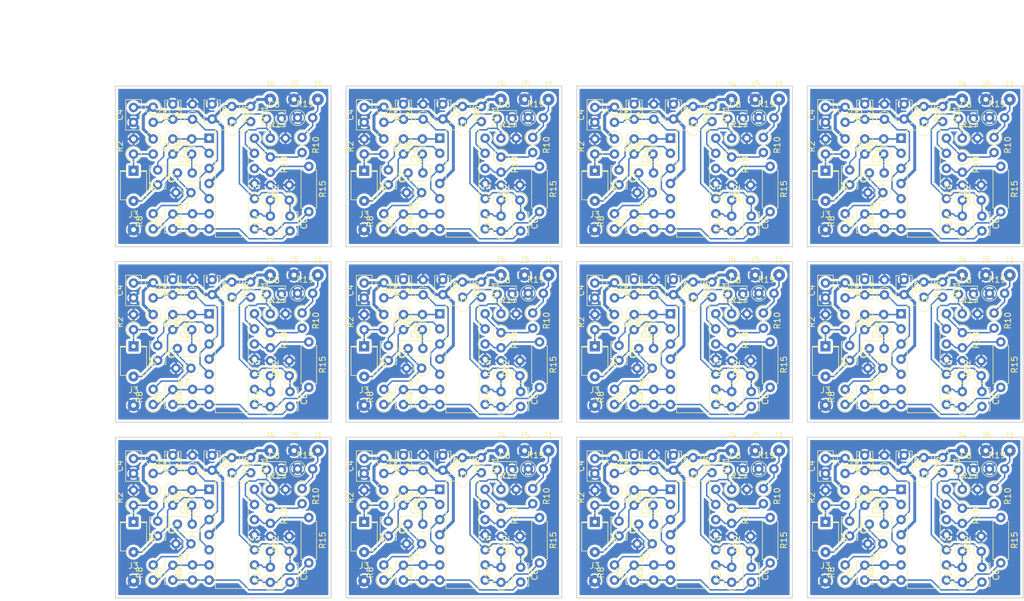
<source format=kicad_pcb>
(kicad_pcb (version 4) (host pcbnew 4.0.6-e0-6349~53~ubuntu16.04.1)
  (layers (0 F.Cu signal) (31 B.Cu signal) (34 B.Paste user) (35 F.Paste user) (36 B.SilkS user) (37 F.SilkS user) (38 B.Mask user) (39 F.Mask user) (44 Edge.Cuts user))
  (net 0 "")
  (net 1 "Net-(C1-Pad1)")
  (net 2 GND)
  (net 3 +12V)
  (net 4 "Net-(C3-Pad1)")
  (net 5 "Net-(C3-Pad2)")
  (net 6 "Net-(C5-Pad1)")
  (net 7 "Net-(C5-Pad2)")
  (net 8 "Net-(C6-Pad1)")
  (net 9 "Net-(C7-Pad1)")
  (net 10 "Net-(C7-Pad2)")
  (net 11 "Net-(C8-Pad1)")
  (net 12 "Net-(D1-Pad1)")
  (net 13 "Net-(J1-Pad1)")
  (net 14 "Net-(R10-Pad2)")
  (net 15 "Net-(R13-Pad1)")
  (net 16 "Net-(R14-Pad1)")
  (net 17 "Net-(R15-Pad1)")
  (module Housings_DIP:DIP-14_W7.62mm (layer F.Cu) (at 146.99704 82.76292)
    (fp_text reference U1 (at 3.81 -2.39) (layer F.SilkS))
    (fp_text value TL074)
    (pad 1 thru_hole rect (at 0 0) (size 1.6 1.6) (drill 0.8) (layers *.Cu *.Mask) (net 9 "Net-(C7-Pad1)"))
    (pad 8 thru_hole oval (at 7.62 15.24) (size 1.6 1.6) (drill 0.8) (layers *.Cu *.Mask) (net 16 "Net-(R14-Pad1)"))
    (pad 2 thru_hole oval (at 0 2.54) (size 1.6 1.6) (drill 0.8) (layers *.Cu *.Mask) (net 10 "Net-(C7-Pad2)"))
    (pad 9 thru_hole oval (at 7.62 12.7) (size 1.6 1.6) (drill 0.8) (layers *.Cu *.Mask) (net 15 "Net-(R13-Pad1)"))
    (pad 3 thru_hole oval (at 0 5.08) (size 1.6 1.6) (drill 0.8) (layers *.Cu *.Mask) (net 1 "Net-(C1-Pad1)"))
    (pad 10 thru_hole oval (at 7.62 10.16) (size 1.6 1.6) (drill 0.8) (layers *.Cu *.Mask) (net 8 "Net-(C6-Pad1)"))
    (pad 4 thru_hole oval (at 0 7.62) (size 1.6 1.6) (drill 0.8) (layers *.Cu *.Mask) (net 3 +12V))
    (pad 11 thru_hole oval (at 7.62 7.62) (size 1.6 1.6) (drill 0.8) (layers *.Cu *.Mask) (net 2 GND))
    (pad 5 thru_hole oval (at 0 10.16) (size 1.6 1.6) (drill 0.8) (layers *.Cu *.Mask) (net 1 "Net-(C1-Pad1)"))
    (pad 12 thru_hole oval (at 7.62 5.08) (size 1.6 1.6) (drill 0.8) (layers *.Cu *.Mask) (net 17 "Net-(R15-Pad1)"))
    (pad 6 thru_hole oval (at 0 12.7) (size 1.6 1.6) (drill 0.8) (layers *.Cu *.Mask) (net 7 "Net-(C5-Pad2)"))
    (pad 13 thru_hole oval (at 7.62 2.54) (size 1.6 1.6) (drill 0.8) (layers *.Cu *.Mask) (net 11 "Net-(C8-Pad1)"))
    (pad 7 thru_hole oval (at 0 15.24) (size 1.6 1.6) (drill 0.8) (layers *.Cu *.Mask) (net 6 "Net-(C5-Pad1)"))
    (pad 14 thru_hole oval (at 7.62 0) (size 1.6 1.6) (drill 0.8) (layers *.Cu *.Mask) (net 14 "Net-(R10-Pad2)"))
  )
  (module Housings_DIP:DIP-14_W7.62mm (layer F.Cu) (at 146.99704 53.26292)
    (fp_text reference U1 (at 3.81 -2.39) (layer F.SilkS))
    (fp_text value TL074)
    (pad 1 thru_hole rect (at 0 0) (size 1.6 1.6) (drill 0.8) (layers *.Cu *.Mask) (net 9 "Net-(C7-Pad1)"))
    (pad 8 thru_hole oval (at 7.62 15.24) (size 1.6 1.6) (drill 0.8) (layers *.Cu *.Mask) (net 16 "Net-(R14-Pad1)"))
    (pad 2 thru_hole oval (at 0 2.54) (size 1.6 1.6) (drill 0.8) (layers *.Cu *.Mask) (net 10 "Net-(C7-Pad2)"))
    (pad 9 thru_hole oval (at 7.62 12.7) (size 1.6 1.6) (drill 0.8) (layers *.Cu *.Mask) (net 15 "Net-(R13-Pad1)"))
    (pad 3 thru_hole oval (at 0 5.08) (size 1.6 1.6) (drill 0.8) (layers *.Cu *.Mask) (net 1 "Net-(C1-Pad1)"))
    (pad 10 thru_hole oval (at 7.62 10.16) (size 1.6 1.6) (drill 0.8) (layers *.Cu *.Mask) (net 8 "Net-(C6-Pad1)"))
    (pad 4 thru_hole oval (at 0 7.62) (size 1.6 1.6) (drill 0.8) (layers *.Cu *.Mask) (net 3 +12V))
    (pad 11 thru_hole oval (at 7.62 7.62) (size 1.6 1.6) (drill 0.8) (layers *.Cu *.Mask) (net 2 GND))
    (pad 5 thru_hole oval (at 0 10.16) (size 1.6 1.6) (drill 0.8) (layers *.Cu *.Mask) (net 1 "Net-(C1-Pad1)"))
    (pad 12 thru_hole oval (at 7.62 5.08) (size 1.6 1.6) (drill 0.8) (layers *.Cu *.Mask) (net 17 "Net-(R15-Pad1)"))
    (pad 6 thru_hole oval (at 0 12.7) (size 1.6 1.6) (drill 0.8) (layers *.Cu *.Mask) (net 7 "Net-(C5-Pad2)"))
    (pad 13 thru_hole oval (at 7.62 2.54) (size 1.6 1.6) (drill 0.8) (layers *.Cu *.Mask) (net 11 "Net-(C8-Pad1)"))
    (pad 7 thru_hole oval (at 0 15.24) (size 1.6 1.6) (drill 0.8) (layers *.Cu *.Mask) (net 6 "Net-(C5-Pad1)"))
    (pad 14 thru_hole oval (at 7.62 0) (size 1.6 1.6) (drill 0.8) (layers *.Cu *.Mask) (net 14 "Net-(R10-Pad2)"))
  )
  (module Housings_DIP:DIP-14_W7.62mm (layer F.Cu) (at 146.99704 23.76292)
    (fp_text reference U1 (at 3.81 -2.39) (layer F.SilkS))
    (fp_text value TL074)
    (pad 1 thru_hole rect (at 0 0) (size 1.6 1.6) (drill 0.8) (layers *.Cu *.Mask) (net 9 "Net-(C7-Pad1)"))
    (pad 8 thru_hole oval (at 7.62 15.24) (size 1.6 1.6) (drill 0.8) (layers *.Cu *.Mask) (net 16 "Net-(R14-Pad1)"))
    (pad 2 thru_hole oval (at 0 2.54) (size 1.6 1.6) (drill 0.8) (layers *.Cu *.Mask) (net 10 "Net-(C7-Pad2)"))
    (pad 9 thru_hole oval (at 7.62 12.7) (size 1.6 1.6) (drill 0.8) (layers *.Cu *.Mask) (net 15 "Net-(R13-Pad1)"))
    (pad 3 thru_hole oval (at 0 5.08) (size 1.6 1.6) (drill 0.8) (layers *.Cu *.Mask) (net 1 "Net-(C1-Pad1)"))
    (pad 10 thru_hole oval (at 7.62 10.16) (size 1.6 1.6) (drill 0.8) (layers *.Cu *.Mask) (net 8 "Net-(C6-Pad1)"))
    (pad 4 thru_hole oval (at 0 7.62) (size 1.6 1.6) (drill 0.8) (layers *.Cu *.Mask) (net 3 +12V))
    (pad 11 thru_hole oval (at 7.62 7.62) (size 1.6 1.6) (drill 0.8) (layers *.Cu *.Mask) (net 2 GND))
    (pad 5 thru_hole oval (at 0 10.16) (size 1.6 1.6) (drill 0.8) (layers *.Cu *.Mask) (net 1 "Net-(C1-Pad1)"))
    (pad 12 thru_hole oval (at 7.62 5.08) (size 1.6 1.6) (drill 0.8) (layers *.Cu *.Mask) (net 17 "Net-(R15-Pad1)"))
    (pad 6 thru_hole oval (at 0 12.7) (size 1.6 1.6) (drill 0.8) (layers *.Cu *.Mask) (net 7 "Net-(C5-Pad2)"))
    (pad 13 thru_hole oval (at 7.62 2.54) (size 1.6 1.6) (drill 0.8) (layers *.Cu *.Mask) (net 11 "Net-(C8-Pad1)"))
    (pad 7 thru_hole oval (at 0 15.24) (size 1.6 1.6) (drill 0.8) (layers *.Cu *.Mask) (net 6 "Net-(C5-Pad1)"))
    (pad 14 thru_hole oval (at 7.62 0) (size 1.6 1.6) (drill 0.8) (layers *.Cu *.Mask) (net 14 "Net-(R10-Pad2)"))
  )
  (module Housings_DIP:DIP-14_W7.62mm (layer F.Cu) (at 108.24704 82.76292)
    (fp_text reference U1 (at 3.81 -2.39) (layer F.SilkS))
    (fp_text value TL074)
    (pad 1 thru_hole rect (at 0 0) (size 1.6 1.6) (drill 0.8) (layers *.Cu *.Mask) (net 9 "Net-(C7-Pad1)"))
    (pad 8 thru_hole oval (at 7.62 15.24) (size 1.6 1.6) (drill 0.8) (layers *.Cu *.Mask) (net 16 "Net-(R14-Pad1)"))
    (pad 2 thru_hole oval (at 0 2.54) (size 1.6 1.6) (drill 0.8) (layers *.Cu *.Mask) (net 10 "Net-(C7-Pad2)"))
    (pad 9 thru_hole oval (at 7.62 12.7) (size 1.6 1.6) (drill 0.8) (layers *.Cu *.Mask) (net 15 "Net-(R13-Pad1)"))
    (pad 3 thru_hole oval (at 0 5.08) (size 1.6 1.6) (drill 0.8) (layers *.Cu *.Mask) (net 1 "Net-(C1-Pad1)"))
    (pad 10 thru_hole oval (at 7.62 10.16) (size 1.6 1.6) (drill 0.8) (layers *.Cu *.Mask) (net 8 "Net-(C6-Pad1)"))
    (pad 4 thru_hole oval (at 0 7.62) (size 1.6 1.6) (drill 0.8) (layers *.Cu *.Mask) (net 3 +12V))
    (pad 11 thru_hole oval (at 7.62 7.62) (size 1.6 1.6) (drill 0.8) (layers *.Cu *.Mask) (net 2 GND))
    (pad 5 thru_hole oval (at 0 10.16) (size 1.6 1.6) (drill 0.8) (layers *.Cu *.Mask) (net 1 "Net-(C1-Pad1)"))
    (pad 12 thru_hole oval (at 7.62 5.08) (size 1.6 1.6) (drill 0.8) (layers *.Cu *.Mask) (net 17 "Net-(R15-Pad1)"))
    (pad 6 thru_hole oval (at 0 12.7) (size 1.6 1.6) (drill 0.8) (layers *.Cu *.Mask) (net 7 "Net-(C5-Pad2)"))
    (pad 13 thru_hole oval (at 7.62 2.54) (size 1.6 1.6) (drill 0.8) (layers *.Cu *.Mask) (net 11 "Net-(C8-Pad1)"))
    (pad 7 thru_hole oval (at 0 15.24) (size 1.6 1.6) (drill 0.8) (layers *.Cu *.Mask) (net 6 "Net-(C5-Pad1)"))
    (pad 14 thru_hole oval (at 7.62 0) (size 1.6 1.6) (drill 0.8) (layers *.Cu *.Mask) (net 14 "Net-(R10-Pad2)"))
  )
  (module Housings_DIP:DIP-14_W7.62mm (layer F.Cu) (at 108.24704 53.26292)
    (fp_text reference U1 (at 3.81 -2.39) (layer F.SilkS))
    (fp_text value TL074)
    (pad 1 thru_hole rect (at 0 0) (size 1.6 1.6) (drill 0.8) (layers *.Cu *.Mask) (net 9 "Net-(C7-Pad1)"))
    (pad 8 thru_hole oval (at 7.62 15.24) (size 1.6 1.6) (drill 0.8) (layers *.Cu *.Mask) (net 16 "Net-(R14-Pad1)"))
    (pad 2 thru_hole oval (at 0 2.54) (size 1.6 1.6) (drill 0.8) (layers *.Cu *.Mask) (net 10 "Net-(C7-Pad2)"))
    (pad 9 thru_hole oval (at 7.62 12.7) (size 1.6 1.6) (drill 0.8) (layers *.Cu *.Mask) (net 15 "Net-(R13-Pad1)"))
    (pad 3 thru_hole oval (at 0 5.08) (size 1.6 1.6) (drill 0.8) (layers *.Cu *.Mask) (net 1 "Net-(C1-Pad1)"))
    (pad 10 thru_hole oval (at 7.62 10.16) (size 1.6 1.6) (drill 0.8) (layers *.Cu *.Mask) (net 8 "Net-(C6-Pad1)"))
    (pad 4 thru_hole oval (at 0 7.62) (size 1.6 1.6) (drill 0.8) (layers *.Cu *.Mask) (net 3 +12V))
    (pad 11 thru_hole oval (at 7.62 7.62) (size 1.6 1.6) (drill 0.8) (layers *.Cu *.Mask) (net 2 GND))
    (pad 5 thru_hole oval (at 0 10.16) (size 1.6 1.6) (drill 0.8) (layers *.Cu *.Mask) (net 1 "Net-(C1-Pad1)"))
    (pad 12 thru_hole oval (at 7.62 5.08) (size 1.6 1.6) (drill 0.8) (layers *.Cu *.Mask) (net 17 "Net-(R15-Pad1)"))
    (pad 6 thru_hole oval (at 0 12.7) (size 1.6 1.6) (drill 0.8) (layers *.Cu *.Mask) (net 7 "Net-(C5-Pad2)"))
    (pad 13 thru_hole oval (at 7.62 2.54) (size 1.6 1.6) (drill 0.8) (layers *.Cu *.Mask) (net 11 "Net-(C8-Pad1)"))
    (pad 7 thru_hole oval (at 0 15.24) (size 1.6 1.6) (drill 0.8) (layers *.Cu *.Mask) (net 6 "Net-(C5-Pad1)"))
    (pad 14 thru_hole oval (at 7.62 0) (size 1.6 1.6) (drill 0.8) (layers *.Cu *.Mask) (net 14 "Net-(R10-Pad2)"))
  )
  (module Housings_DIP:DIP-14_W7.62mm (layer F.Cu) (at 108.24704 23.76292)
    (fp_text reference U1 (at 3.81 -2.39) (layer F.SilkS))
    (fp_text value TL074)
    (pad 1 thru_hole rect (at 0 0) (size 1.6 1.6) (drill 0.8) (layers *.Cu *.Mask) (net 9 "Net-(C7-Pad1)"))
    (pad 8 thru_hole oval (at 7.62 15.24) (size 1.6 1.6) (drill 0.8) (layers *.Cu *.Mask) (net 16 "Net-(R14-Pad1)"))
    (pad 2 thru_hole oval (at 0 2.54) (size 1.6 1.6) (drill 0.8) (layers *.Cu *.Mask) (net 10 "Net-(C7-Pad2)"))
    (pad 9 thru_hole oval (at 7.62 12.7) (size 1.6 1.6) (drill 0.8) (layers *.Cu *.Mask) (net 15 "Net-(R13-Pad1)"))
    (pad 3 thru_hole oval (at 0 5.08) (size 1.6 1.6) (drill 0.8) (layers *.Cu *.Mask) (net 1 "Net-(C1-Pad1)"))
    (pad 10 thru_hole oval (at 7.62 10.16) (size 1.6 1.6) (drill 0.8) (layers *.Cu *.Mask) (net 8 "Net-(C6-Pad1)"))
    (pad 4 thru_hole oval (at 0 7.62) (size 1.6 1.6) (drill 0.8) (layers *.Cu *.Mask) (net 3 +12V))
    (pad 11 thru_hole oval (at 7.62 7.62) (size 1.6 1.6) (drill 0.8) (layers *.Cu *.Mask) (net 2 GND))
    (pad 5 thru_hole oval (at 0 10.16) (size 1.6 1.6) (drill 0.8) (layers *.Cu *.Mask) (net 1 "Net-(C1-Pad1)"))
    (pad 12 thru_hole oval (at 7.62 5.08) (size 1.6 1.6) (drill 0.8) (layers *.Cu *.Mask) (net 17 "Net-(R15-Pad1)"))
    (pad 6 thru_hole oval (at 0 12.7) (size 1.6 1.6) (drill 0.8) (layers *.Cu *.Mask) (net 7 "Net-(C5-Pad2)"))
    (pad 13 thru_hole oval (at 7.62 2.54) (size 1.6 1.6) (drill 0.8) (layers *.Cu *.Mask) (net 11 "Net-(C8-Pad1)"))
    (pad 7 thru_hole oval (at 0 15.24) (size 1.6 1.6) (drill 0.8) (layers *.Cu *.Mask) (net 6 "Net-(C5-Pad1)"))
    (pad 14 thru_hole oval (at 7.62 0) (size 1.6 1.6) (drill 0.8) (layers *.Cu *.Mask) (net 14 "Net-(R10-Pad2)"))
  )
  (module Housings_DIP:DIP-14_W7.62mm (layer F.Cu) (at 69.49704 82.76292)
    (fp_text reference U1 (at 3.81 -2.39) (layer F.SilkS))
    (fp_text value TL074)
    (pad 1 thru_hole rect (at 0 0) (size 1.6 1.6) (drill 0.8) (layers *.Cu *.Mask) (net 9 "Net-(C7-Pad1)"))
    (pad 8 thru_hole oval (at 7.62 15.24) (size 1.6 1.6) (drill 0.8) (layers *.Cu *.Mask) (net 16 "Net-(R14-Pad1)"))
    (pad 2 thru_hole oval (at 0 2.54) (size 1.6 1.6) (drill 0.8) (layers *.Cu *.Mask) (net 10 "Net-(C7-Pad2)"))
    (pad 9 thru_hole oval (at 7.62 12.7) (size 1.6 1.6) (drill 0.8) (layers *.Cu *.Mask) (net 15 "Net-(R13-Pad1)"))
    (pad 3 thru_hole oval (at 0 5.08) (size 1.6 1.6) (drill 0.8) (layers *.Cu *.Mask) (net 1 "Net-(C1-Pad1)"))
    (pad 10 thru_hole oval (at 7.62 10.16) (size 1.6 1.6) (drill 0.8) (layers *.Cu *.Mask) (net 8 "Net-(C6-Pad1)"))
    (pad 4 thru_hole oval (at 0 7.62) (size 1.6 1.6) (drill 0.8) (layers *.Cu *.Mask) (net 3 +12V))
    (pad 11 thru_hole oval (at 7.62 7.62) (size 1.6 1.6) (drill 0.8) (layers *.Cu *.Mask) (net 2 GND))
    (pad 5 thru_hole oval (at 0 10.16) (size 1.6 1.6) (drill 0.8) (layers *.Cu *.Mask) (net 1 "Net-(C1-Pad1)"))
    (pad 12 thru_hole oval (at 7.62 5.08) (size 1.6 1.6) (drill 0.8) (layers *.Cu *.Mask) (net 17 "Net-(R15-Pad1)"))
    (pad 6 thru_hole oval (at 0 12.7) (size 1.6 1.6) (drill 0.8) (layers *.Cu *.Mask) (net 7 "Net-(C5-Pad2)"))
    (pad 13 thru_hole oval (at 7.62 2.54) (size 1.6 1.6) (drill 0.8) (layers *.Cu *.Mask) (net 11 "Net-(C8-Pad1)"))
    (pad 7 thru_hole oval (at 0 15.24) (size 1.6 1.6) (drill 0.8) (layers *.Cu *.Mask) (net 6 "Net-(C5-Pad1)"))
    (pad 14 thru_hole oval (at 7.62 0) (size 1.6 1.6) (drill 0.8) (layers *.Cu *.Mask) (net 14 "Net-(R10-Pad2)"))
  )
  (module Housings_DIP:DIP-14_W7.62mm (layer F.Cu) (at 69.49704 53.26292)
    (fp_text reference U1 (at 3.81 -2.39) (layer F.SilkS))
    (fp_text value TL074)
    (pad 1 thru_hole rect (at 0 0) (size 1.6 1.6) (drill 0.8) (layers *.Cu *.Mask) (net 9 "Net-(C7-Pad1)"))
    (pad 8 thru_hole oval (at 7.62 15.24) (size 1.6 1.6) (drill 0.8) (layers *.Cu *.Mask) (net 16 "Net-(R14-Pad1)"))
    (pad 2 thru_hole oval (at 0 2.54) (size 1.6 1.6) (drill 0.8) (layers *.Cu *.Mask) (net 10 "Net-(C7-Pad2)"))
    (pad 9 thru_hole oval (at 7.62 12.7) (size 1.6 1.6) (drill 0.8) (layers *.Cu *.Mask) (net 15 "Net-(R13-Pad1)"))
    (pad 3 thru_hole oval (at 0 5.08) (size 1.6 1.6) (drill 0.8) (layers *.Cu *.Mask) (net 1 "Net-(C1-Pad1)"))
    (pad 10 thru_hole oval (at 7.62 10.16) (size 1.6 1.6) (drill 0.8) (layers *.Cu *.Mask) (net 8 "Net-(C6-Pad1)"))
    (pad 4 thru_hole oval (at 0 7.62) (size 1.6 1.6) (drill 0.8) (layers *.Cu *.Mask) (net 3 +12V))
    (pad 11 thru_hole oval (at 7.62 7.62) (size 1.6 1.6) (drill 0.8) (layers *.Cu *.Mask) (net 2 GND))
    (pad 5 thru_hole oval (at 0 10.16) (size 1.6 1.6) (drill 0.8) (layers *.Cu *.Mask) (net 1 "Net-(C1-Pad1)"))
    (pad 12 thru_hole oval (at 7.62 5.08) (size 1.6 1.6) (drill 0.8) (layers *.Cu *.Mask) (net 17 "Net-(R15-Pad1)"))
    (pad 6 thru_hole oval (at 0 12.7) (size 1.6 1.6) (drill 0.8) (layers *.Cu *.Mask) (net 7 "Net-(C5-Pad2)"))
    (pad 13 thru_hole oval (at 7.62 2.54) (size 1.6 1.6) (drill 0.8) (layers *.Cu *.Mask) (net 11 "Net-(C8-Pad1)"))
    (pad 7 thru_hole oval (at 0 15.24) (size 1.6 1.6) (drill 0.8) (layers *.Cu *.Mask) (net 6 "Net-(C5-Pad1)"))
    (pad 14 thru_hole oval (at 7.62 0) (size 1.6 1.6) (drill 0.8) (layers *.Cu *.Mask) (net 14 "Net-(R10-Pad2)"))
  )
  (module Housings_DIP:DIP-14_W7.62mm (layer F.Cu) (at 69.49704 23.76292)
    (fp_text reference U1 (at 3.81 -2.39) (layer F.SilkS))
    (fp_text value TL074)
    (pad 1 thru_hole rect (at 0 0) (size 1.6 1.6) (drill 0.8) (layers *.Cu *.Mask) (net 9 "Net-(C7-Pad1)"))
    (pad 8 thru_hole oval (at 7.62 15.24) (size 1.6 1.6) (drill 0.8) (layers *.Cu *.Mask) (net 16 "Net-(R14-Pad1)"))
    (pad 2 thru_hole oval (at 0 2.54) (size 1.6 1.6) (drill 0.8) (layers *.Cu *.Mask) (net 10 "Net-(C7-Pad2)"))
    (pad 9 thru_hole oval (at 7.62 12.7) (size 1.6 1.6) (drill 0.8) (layers *.Cu *.Mask) (net 15 "Net-(R13-Pad1)"))
    (pad 3 thru_hole oval (at 0 5.08) (size 1.6 1.6) (drill 0.8) (layers *.Cu *.Mask) (net 1 "Net-(C1-Pad1)"))
    (pad 10 thru_hole oval (at 7.62 10.16) (size 1.6 1.6) (drill 0.8) (layers *.Cu *.Mask) (net 8 "Net-(C6-Pad1)"))
    (pad 4 thru_hole oval (at 0 7.62) (size 1.6 1.6) (drill 0.8) (layers *.Cu *.Mask) (net 3 +12V))
    (pad 11 thru_hole oval (at 7.62 7.62) (size 1.6 1.6) (drill 0.8) (layers *.Cu *.Mask) (net 2 GND))
    (pad 5 thru_hole oval (at 0 10.16) (size 1.6 1.6) (drill 0.8) (layers *.Cu *.Mask) (net 1 "Net-(C1-Pad1)"))
    (pad 12 thru_hole oval (at 7.62 5.08) (size 1.6 1.6) (drill 0.8) (layers *.Cu *.Mask) (net 17 "Net-(R15-Pad1)"))
    (pad 6 thru_hole oval (at 0 12.7) (size 1.6 1.6) (drill 0.8) (layers *.Cu *.Mask) (net 7 "Net-(C5-Pad2)"))
    (pad 13 thru_hole oval (at 7.62 2.54) (size 1.6 1.6) (drill 0.8) (layers *.Cu *.Mask) (net 11 "Net-(C8-Pad1)"))
    (pad 7 thru_hole oval (at 0 15.24) (size 1.6 1.6) (drill 0.8) (layers *.Cu *.Mask) (net 6 "Net-(C5-Pad1)"))
    (pad 14 thru_hole oval (at 7.62 0) (size 1.6 1.6) (drill 0.8) (layers *.Cu *.Mask) (net 14 "Net-(R10-Pad2)"))
  )
  (module Housings_DIP:DIP-14_W7.62mm (layer F.Cu) (at 30.74704 82.76292)
    (fp_text reference U1 (at 3.81 -2.39) (layer F.SilkS))
    (fp_text value TL074)
    (pad 1 thru_hole rect (at 0 0) (size 1.6 1.6) (drill 0.8) (layers *.Cu *.Mask) (net 9 "Net-(C7-Pad1)"))
    (pad 8 thru_hole oval (at 7.62 15.24) (size 1.6 1.6) (drill 0.8) (layers *.Cu *.Mask) (net 16 "Net-(R14-Pad1)"))
    (pad 2 thru_hole oval (at 0 2.54) (size 1.6 1.6) (drill 0.8) (layers *.Cu *.Mask) (net 10 "Net-(C7-Pad2)"))
    (pad 9 thru_hole oval (at 7.62 12.7) (size 1.6 1.6) (drill 0.8) (layers *.Cu *.Mask) (net 15 "Net-(R13-Pad1)"))
    (pad 3 thru_hole oval (at 0 5.08) (size 1.6 1.6) (drill 0.8) (layers *.Cu *.Mask) (net 1 "Net-(C1-Pad1)"))
    (pad 10 thru_hole oval (at 7.62 10.16) (size 1.6 1.6) (drill 0.8) (layers *.Cu *.Mask) (net 8 "Net-(C6-Pad1)"))
    (pad 4 thru_hole oval (at 0 7.62) (size 1.6 1.6) (drill 0.8) (layers *.Cu *.Mask) (net 3 +12V))
    (pad 11 thru_hole oval (at 7.62 7.62) (size 1.6 1.6) (drill 0.8) (layers *.Cu *.Mask) (net 2 GND))
    (pad 5 thru_hole oval (at 0 10.16) (size 1.6 1.6) (drill 0.8) (layers *.Cu *.Mask) (net 1 "Net-(C1-Pad1)"))
    (pad 12 thru_hole oval (at 7.62 5.08) (size 1.6 1.6) (drill 0.8) (layers *.Cu *.Mask) (net 17 "Net-(R15-Pad1)"))
    (pad 6 thru_hole oval (at 0 12.7) (size 1.6 1.6) (drill 0.8) (layers *.Cu *.Mask) (net 7 "Net-(C5-Pad2)"))
    (pad 13 thru_hole oval (at 7.62 2.54) (size 1.6 1.6) (drill 0.8) (layers *.Cu *.Mask) (net 11 "Net-(C8-Pad1)"))
    (pad 7 thru_hole oval (at 0 15.24) (size 1.6 1.6) (drill 0.8) (layers *.Cu *.Mask) (net 6 "Net-(C5-Pad1)"))
    (pad 14 thru_hole oval (at 7.62 0) (size 1.6 1.6) (drill 0.8) (layers *.Cu *.Mask) (net 14 "Net-(R10-Pad2)"))
  )
  (module Housings_DIP:DIP-14_W7.62mm (layer F.Cu) (at 30.74704 53.26292)
    (fp_text reference U1 (at 3.81 -2.39) (layer F.SilkS))
    (fp_text value TL074)
    (pad 1 thru_hole rect (at 0 0) (size 1.6 1.6) (drill 0.8) (layers *.Cu *.Mask) (net 9 "Net-(C7-Pad1)"))
    (pad 8 thru_hole oval (at 7.62 15.24) (size 1.6 1.6) (drill 0.8) (layers *.Cu *.Mask) (net 16 "Net-(R14-Pad1)"))
    (pad 2 thru_hole oval (at 0 2.54) (size 1.6 1.6) (drill 0.8) (layers *.Cu *.Mask) (net 10 "Net-(C7-Pad2)"))
    (pad 9 thru_hole oval (at 7.62 12.7) (size 1.6 1.6) (drill 0.8) (layers *.Cu *.Mask) (net 15 "Net-(R13-Pad1)"))
    (pad 3 thru_hole oval (at 0 5.08) (size 1.6 1.6) (drill 0.8) (layers *.Cu *.Mask) (net 1 "Net-(C1-Pad1)"))
    (pad 10 thru_hole oval (at 7.62 10.16) (size 1.6 1.6) (drill 0.8) (layers *.Cu *.Mask) (net 8 "Net-(C6-Pad1)"))
    (pad 4 thru_hole oval (at 0 7.62) (size 1.6 1.6) (drill 0.8) (layers *.Cu *.Mask) (net 3 +12V))
    (pad 11 thru_hole oval (at 7.62 7.62) (size 1.6 1.6) (drill 0.8) (layers *.Cu *.Mask) (net 2 GND))
    (pad 5 thru_hole oval (at 0 10.16) (size 1.6 1.6) (drill 0.8) (layers *.Cu *.Mask) (net 1 "Net-(C1-Pad1)"))
    (pad 12 thru_hole oval (at 7.62 5.08) (size 1.6 1.6) (drill 0.8) (layers *.Cu *.Mask) (net 17 "Net-(R15-Pad1)"))
    (pad 6 thru_hole oval (at 0 12.7) (size 1.6 1.6) (drill 0.8) (layers *.Cu *.Mask) (net 7 "Net-(C5-Pad2)"))
    (pad 13 thru_hole oval (at 7.62 2.54) (size 1.6 1.6) (drill 0.8) (layers *.Cu *.Mask) (net 11 "Net-(C8-Pad1)"))
    (pad 7 thru_hole oval (at 0 15.24) (size 1.6 1.6) (drill 0.8) (layers *.Cu *.Mask) (net 6 "Net-(C5-Pad1)"))
    (pad 14 thru_hole oval (at 7.62 0) (size 1.6 1.6) (drill 0.8) (layers *.Cu *.Mask) (net 14 "Net-(R10-Pad2)"))
  )
  (module Capacitors_THT:C_Disc_D5.0mm_W2.5mm_P2.50mm (layer F.Cu) (at 141.66304 88.60492)
    (fp_text reference C3 (at 1.25 -2.31) (layer F.SilkS))
    (fp_text value 1u)
    (pad 1 thru_hole circle (at 0 0) (size 1.6 1.6) (drill 0.8) (layers *.Cu *.Mask) (net 4 "Net-(C3-Pad1)"))
    (pad 2 thru_hole circle (at 2.5 0) (size 1.6 1.6) (drill 0.8) (layers *.Cu *.Mask) (net 5 "Net-(C3-Pad2)"))
  )
  (module Capacitors_THT:C_Disc_D5.0mm_W2.5mm_P2.50mm (layer F.Cu) (at 141.66304 59.10492)
    (fp_text reference C3 (at 1.25 -2.31) (layer F.SilkS))
    (fp_text value 1u)
    (pad 1 thru_hole circle (at 0 0) (size 1.6 1.6) (drill 0.8) (layers *.Cu *.Mask) (net 4 "Net-(C3-Pad1)"))
    (pad 2 thru_hole circle (at 2.5 0) (size 1.6 1.6) (drill 0.8) (layers *.Cu *.Mask) (net 5 "Net-(C3-Pad2)"))
  )
  (module Capacitors_THT:C_Disc_D5.0mm_W2.5mm_P2.50mm (layer F.Cu) (at 141.66304 29.60492)
    (fp_text reference C3 (at 1.25 -2.31) (layer F.SilkS))
    (fp_text value 1u)
    (pad 1 thru_hole circle (at 0 0) (size 1.6 1.6) (drill 0.8) (layers *.Cu *.Mask) (net 4 "Net-(C3-Pad1)"))
    (pad 2 thru_hole circle (at 2.5 0) (size 1.6 1.6) (drill 0.8) (layers *.Cu *.Mask) (net 5 "Net-(C3-Pad2)"))
  )
  (module Capacitors_THT:C_Disc_D5.0mm_W2.5mm_P2.50mm (layer F.Cu) (at 102.91304 88.60492)
    (fp_text reference C3 (at 1.25 -2.31) (layer F.SilkS))
    (fp_text value 1u)
    (pad 1 thru_hole circle (at 0 0) (size 1.6 1.6) (drill 0.8) (layers *.Cu *.Mask) (net 4 "Net-(C3-Pad1)"))
    (pad 2 thru_hole circle (at 2.5 0) (size 1.6 1.6) (drill 0.8) (layers *.Cu *.Mask) (net 5 "Net-(C3-Pad2)"))
  )
  (module Capacitors_THT:C_Disc_D5.0mm_W2.5mm_P2.50mm (layer F.Cu) (at 102.91304 59.10492)
    (fp_text reference C3 (at 1.25 -2.31) (layer F.SilkS))
    (fp_text value 1u)
    (pad 1 thru_hole circle (at 0 0) (size 1.6 1.6) (drill 0.8) (layers *.Cu *.Mask) (net 4 "Net-(C3-Pad1)"))
    (pad 2 thru_hole circle (at 2.5 0) (size 1.6 1.6) (drill 0.8) (layers *.Cu *.Mask) (net 5 "Net-(C3-Pad2)"))
  )
  (module Capacitors_THT:C_Disc_D5.0mm_W2.5mm_P2.50mm (layer F.Cu) (at 102.91304 29.60492)
    (fp_text reference C3 (at 1.25 -2.31) (layer F.SilkS))
    (fp_text value 1u)
    (pad 1 thru_hole circle (at 0 0) (size 1.6 1.6) (drill 0.8) (layers *.Cu *.Mask) (net 4 "Net-(C3-Pad1)"))
    (pad 2 thru_hole circle (at 2.5 0) (size 1.6 1.6) (drill 0.8) (layers *.Cu *.Mask) (net 5 "Net-(C3-Pad2)"))
  )
  (module Capacitors_THT:C_Disc_D5.0mm_W2.5mm_P2.50mm (layer F.Cu) (at 64.16304 88.60492)
    (fp_text reference C3 (at 1.25 -2.31) (layer F.SilkS))
    (fp_text value 1u)
    (pad 1 thru_hole circle (at 0 0) (size 1.6 1.6) (drill 0.8) (layers *.Cu *.Mask) (net 4 "Net-(C3-Pad1)"))
    (pad 2 thru_hole circle (at 2.5 0) (size 1.6 1.6) (drill 0.8) (layers *.Cu *.Mask) (net 5 "Net-(C3-Pad2)"))
  )
  (module Capacitors_THT:C_Disc_D5.0mm_W2.5mm_P2.50mm (layer F.Cu) (at 64.16304 59.10492)
    (fp_text reference C3 (at 1.25 -2.31) (layer F.SilkS))
    (fp_text value 1u)
    (pad 1 thru_hole circle (at 0 0) (size 1.6 1.6) (drill 0.8) (layers *.Cu *.Mask) (net 4 "Net-(C3-Pad1)"))
    (pad 2 thru_hole circle (at 2.5 0) (size 1.6 1.6) (drill 0.8) (layers *.Cu *.Mask) (net 5 "Net-(C3-Pad2)"))
  )
  (module Capacitors_THT:C_Disc_D5.0mm_W2.5mm_P2.50mm (layer F.Cu) (at 64.16304 29.60492)
    (fp_text reference C3 (at 1.25 -2.31) (layer F.SilkS))
    (fp_text value 1u)
    (pad 1 thru_hole circle (at 0 0) (size 1.6 1.6) (drill 0.8) (layers *.Cu *.Mask) (net 4 "Net-(C3-Pad1)"))
    (pad 2 thru_hole circle (at 2.5 0) (size 1.6 1.6) (drill 0.8) (layers *.Cu *.Mask) (net 5 "Net-(C3-Pad2)"))
  )
  (module Capacitors_THT:C_Disc_D5.0mm_W2.5mm_P2.50mm (layer F.Cu) (at 25.41304 88.60492)
    (fp_text reference C3 (at 1.25 -2.31) (layer F.SilkS))
    (fp_text value 1u)
    (pad 1 thru_hole circle (at 0 0) (size 1.6 1.6) (drill 0.8) (layers *.Cu *.Mask) (net 4 "Net-(C3-Pad1)"))
    (pad 2 thru_hole circle (at 2.5 0) (size 1.6 1.6) (drill 0.8) (layers *.Cu *.Mask) (net 5 "Net-(C3-Pad2)"))
  )
  (module Capacitors_THT:C_Disc_D5.0mm_W2.5mm_P2.50mm (layer F.Cu) (at 25.41304 59.10492)
    (fp_text reference C3 (at 1.25 -2.31) (layer F.SilkS))
    (fp_text value 1u)
    (pad 1 thru_hole circle (at 0 0) (size 1.6 1.6) (drill 0.8) (layers *.Cu *.Mask) (net 4 "Net-(C3-Pad1)"))
    (pad 2 thru_hole circle (at 2.5 0) (size 1.6 1.6) (drill 0.8) (layers *.Cu *.Mask) (net 5 "Net-(C3-Pad2)"))
  )
  (module Resistors_THT:R_Axial_DIN0207_L6.3mm_D2.5mm_P2.54mm_Vertical (layer F.Cu) (at 153.98204 77.42892 270)
    (fp_text reference R11 (at 1.27 -2.31 270) (layer F.SilkS))
    (fp_text value 82k)
    (pad 1 thru_hole circle (at 0 0 270) (size 1.6 1.6) (drill 0.8) (layers *.Cu *.Mask) (net 3 +12V))
    (pad 2 thru_hole oval (at 2.54 0 270) (size 1.6 1.6) (drill 0.8) (layers *.Cu *.Mask) (net 8 "Net-(C6-Pad1)"))
  )
  (module Resistors_THT:R_Axial_DIN0207_L6.3mm_D2.5mm_P2.54mm_Vertical (layer F.Cu) (at 153.98204 47.92892 270)
    (fp_text reference R11 (at 1.27 -2.31 270) (layer F.SilkS))
    (fp_text value 82k)
    (pad 1 thru_hole circle (at 0 0 270) (size 1.6 1.6) (drill 0.8) (layers *.Cu *.Mask) (net 3 +12V))
    (pad 2 thru_hole oval (at 2.54 0 270) (size 1.6 1.6) (drill 0.8) (layers *.Cu *.Mask) (net 8 "Net-(C6-Pad1)"))
  )
  (module Resistors_THT:R_Axial_DIN0207_L6.3mm_D2.5mm_P2.54mm_Vertical (layer F.Cu) (at 153.98204 18.42892 270)
    (fp_text reference R11 (at 1.27 -2.31 270) (layer F.SilkS))
    (fp_text value 82k)
    (pad 1 thru_hole circle (at 0 0 270) (size 1.6 1.6) (drill 0.8) (layers *.Cu *.Mask) (net 3 +12V))
    (pad 2 thru_hole oval (at 2.54 0 270) (size 1.6 1.6) (drill 0.8) (layers *.Cu *.Mask) (net 8 "Net-(C6-Pad1)"))
  )
  (module Resistors_THT:R_Axial_DIN0207_L6.3mm_D2.5mm_P2.54mm_Vertical (layer F.Cu) (at 115.23204 77.42892 270)
    (fp_text reference R11 (at 1.27 -2.31 270) (layer F.SilkS))
    (fp_text value 82k)
    (pad 1 thru_hole circle (at 0 0 270) (size 1.6 1.6) (drill 0.8) (layers *.Cu *.Mask) (net 3 +12V))
    (pad 2 thru_hole oval (at 2.54 0 270) (size 1.6 1.6) (drill 0.8) (layers *.Cu *.Mask) (net 8 "Net-(C6-Pad1)"))
  )
  (module Resistors_THT:R_Axial_DIN0207_L6.3mm_D2.5mm_P2.54mm_Vertical (layer F.Cu) (at 115.23204 47.92892 270)
    (fp_text reference R11 (at 1.27 -2.31 270) (layer F.SilkS))
    (fp_text value 82k)
    (pad 1 thru_hole circle (at 0 0 270) (size 1.6 1.6) (drill 0.8) (layers *.Cu *.Mask) (net 3 +12V))
    (pad 2 thru_hole oval (at 2.54 0 270) (size 1.6 1.6) (drill 0.8) (layers *.Cu *.Mask) (net 8 "Net-(C6-Pad1)"))
  )
  (module Resistors_THT:R_Axial_DIN0207_L6.3mm_D2.5mm_P2.54mm_Vertical (layer F.Cu) (at 115.23204 18.42892 270)
    (fp_text reference R11 (at 1.27 -2.31 270) (layer F.SilkS))
    (fp_text value 82k)
    (pad 1 thru_hole circle (at 0 0 270) (size 1.6 1.6) (drill 0.8) (layers *.Cu *.Mask) (net 3 +12V))
    (pad 2 thru_hole oval (at 2.54 0 270) (size 1.6 1.6) (drill 0.8) (layers *.Cu *.Mask) (net 8 "Net-(C6-Pad1)"))
  )
  (module Resistors_THT:R_Axial_DIN0207_L6.3mm_D2.5mm_P2.54mm_Vertical (layer F.Cu) (at 76.48204 77.42892 270)
    (fp_text reference R11 (at 1.27 -2.31 270) (layer F.SilkS))
    (fp_text value 82k)
    (pad 1 thru_hole circle (at 0 0 270) (size 1.6 1.6) (drill 0.8) (layers *.Cu *.Mask) (net 3 +12V))
    (pad 2 thru_hole oval (at 2.54 0 270) (size 1.6 1.6) (drill 0.8) (layers *.Cu *.Mask) (net 8 "Net-(C6-Pad1)"))
  )
  (module Resistors_THT:R_Axial_DIN0207_L6.3mm_D2.5mm_P2.54mm_Vertical (layer F.Cu) (at 76.48204 47.92892 270)
    (fp_text reference R11 (at 1.27 -2.31 270) (layer F.SilkS))
    (fp_text value 82k)
    (pad 1 thru_hole circle (at 0 0 270) (size 1.6 1.6) (drill 0.8) (layers *.Cu *.Mask) (net 3 +12V))
    (pad 2 thru_hole oval (at 2.54 0 270) (size 1.6 1.6) (drill 0.8) (layers *.Cu *.Mask) (net 8 "Net-(C6-Pad1)"))
  )
  (module Resistors_THT:R_Axial_DIN0207_L6.3mm_D2.5mm_P2.54mm_Vertical (layer F.Cu) (at 76.48204 18.42892 270)
    (fp_text reference R11 (at 1.27 -2.31 270) (layer F.SilkS))
    (fp_text value 82k)
    (pad 1 thru_hole circle (at 0 0 270) (size 1.6 1.6) (drill 0.8) (layers *.Cu *.Mask) (net 3 +12V))
    (pad 2 thru_hole oval (at 2.54 0 270) (size 1.6 1.6) (drill 0.8) (layers *.Cu *.Mask) (net 8 "Net-(C6-Pad1)"))
  )
  (module Resistors_THT:R_Axial_DIN0207_L6.3mm_D2.5mm_P2.54mm_Vertical (layer F.Cu) (at 37.73204 77.42892 270)
    (fp_text reference R11 (at 1.27 -2.31 270) (layer F.SilkS))
    (fp_text value 82k)
    (pad 1 thru_hole circle (at 0 0 270) (size 1.6 1.6) (drill 0.8) (layers *.Cu *.Mask) (net 3 +12V))
    (pad 2 thru_hole oval (at 2.54 0 270) (size 1.6 1.6) (drill 0.8) (layers *.Cu *.Mask) (net 8 "Net-(C6-Pad1)"))
  )
  (module Resistors_THT:R_Axial_DIN0207_L6.3mm_D2.5mm_P2.54mm_Vertical (layer F.Cu) (at 37.73204 47.92892 270)
    (fp_text reference R11 (at 1.27 -2.31 270) (layer F.SilkS))
    (fp_text value 82k)
    (pad 1 thru_hole circle (at 0 0 270) (size 1.6 1.6) (drill 0.8) (layers *.Cu *.Mask) (net 3 +12V))
    (pad 2 thru_hole oval (at 2.54 0 270) (size 1.6 1.6) (drill 0.8) (layers *.Cu *.Mask) (net 8 "Net-(C6-Pad1)"))
  )
  (module Resistors_THT:R_Axial_DIN0207_L6.3mm_D2.5mm_P2.54mm_Vertical (layer F.Cu) (at 144.20304 98.00292 90)
    (fp_text reference R9 (at 1.27 -2.31 90) (layer F.SilkS))
    (fp_text value 100k)
    (pad 1 thru_hole circle (at 0 0 90) (size 1.6 1.6) (drill 0.8) (layers *.Cu *.Mask) (net 6 "Net-(C5-Pad1)"))
    (pad 2 thru_hole oval (at 2.54 0 90) (size 1.6 1.6) (drill 0.8) (layers *.Cu *.Mask) (net 7 "Net-(C5-Pad2)"))
  )
  (module Resistors_THT:R_Axial_DIN0207_L6.3mm_D2.5mm_P2.54mm_Vertical (layer F.Cu) (at 144.20304 68.50292 90)
    (fp_text reference R9 (at 1.27 -2.31 90) (layer F.SilkS))
    (fp_text value 100k)
    (pad 1 thru_hole circle (at 0 0 90) (size 1.6 1.6) (drill 0.8) (layers *.Cu *.Mask) (net 6 "Net-(C5-Pad1)"))
    (pad 2 thru_hole oval (at 2.54 0 90) (size 1.6 1.6) (drill 0.8) (layers *.Cu *.Mask) (net 7 "Net-(C5-Pad2)"))
  )
  (module Resistors_THT:R_Axial_DIN0207_L6.3mm_D2.5mm_P2.54mm_Vertical (layer F.Cu) (at 144.20304 39.00292 90)
    (fp_text reference R9 (at 1.27 -2.31 90) (layer F.SilkS))
    (fp_text value 100k)
    (pad 1 thru_hole circle (at 0 0 90) (size 1.6 1.6) (drill 0.8) (layers *.Cu *.Mask) (net 6 "Net-(C5-Pad1)"))
    (pad 2 thru_hole oval (at 2.54 0 90) (size 1.6 1.6) (drill 0.8) (layers *.Cu *.Mask) (net 7 "Net-(C5-Pad2)"))
  )
  (module Resistors_THT:R_Axial_DIN0207_L6.3mm_D2.5mm_P2.54mm_Vertical (layer F.Cu) (at 105.45304 98.00292 90)
    (fp_text reference R9 (at 1.27 -2.31 90) (layer F.SilkS))
    (fp_text value 100k)
    (pad 1 thru_hole circle (at 0 0 90) (size 1.6 1.6) (drill 0.8) (layers *.Cu *.Mask) (net 6 "Net-(C5-Pad1)"))
    (pad 2 thru_hole oval (at 2.54 0 90) (size 1.6 1.6) (drill 0.8) (layers *.Cu *.Mask) (net 7 "Net-(C5-Pad2)"))
  )
  (module Resistors_THT:R_Axial_DIN0207_L6.3mm_D2.5mm_P2.54mm_Vertical (layer F.Cu) (at 105.45304 68.50292 90)
    (fp_text reference R9 (at 1.27 -2.31 90) (layer F.SilkS))
    (fp_text value 100k)
    (pad 1 thru_hole circle (at 0 0 90) (size 1.6 1.6) (drill 0.8) (layers *.Cu *.Mask) (net 6 "Net-(C5-Pad1)"))
    (pad 2 thru_hole oval (at 2.54 0 90) (size 1.6 1.6) (drill 0.8) (layers *.Cu *.Mask) (net 7 "Net-(C5-Pad2)"))
  )
  (module Resistors_THT:R_Axial_DIN0207_L6.3mm_D2.5mm_P2.54mm_Vertical (layer F.Cu) (at 105.45304 39.00292 90)
    (fp_text reference R9 (at 1.27 -2.31 90) (layer F.SilkS))
    (fp_text value 100k)
    (pad 1 thru_hole circle (at 0 0 90) (size 1.6 1.6) (drill 0.8) (layers *.Cu *.Mask) (net 6 "Net-(C5-Pad1)"))
    (pad 2 thru_hole oval (at 2.54 0 90) (size 1.6 1.6) (drill 0.8) (layers *.Cu *.Mask) (net 7 "Net-(C5-Pad2)"))
  )
  (module Resistors_THT:R_Axial_DIN0207_L6.3mm_D2.5mm_P2.54mm_Vertical (layer F.Cu) (at 66.70304 98.00292 90)
    (fp_text reference R9 (at 1.27 -2.31 90) (layer F.SilkS))
    (fp_text value 100k)
    (pad 1 thru_hole circle (at 0 0 90) (size 1.6 1.6) (drill 0.8) (layers *.Cu *.Mask) (net 6 "Net-(C5-Pad1)"))
    (pad 2 thru_hole oval (at 2.54 0 90) (size 1.6 1.6) (drill 0.8) (layers *.Cu *.Mask) (net 7 "Net-(C5-Pad2)"))
  )
  (module Resistors_THT:R_Axial_DIN0207_L6.3mm_D2.5mm_P2.54mm_Vertical (layer F.Cu) (at 66.70304 68.50292 90)
    (fp_text reference R9 (at 1.27 -2.31 90) (layer F.SilkS))
    (fp_text value 100k)
    (pad 1 thru_hole circle (at 0 0 90) (size 1.6 1.6) (drill 0.8) (layers *.Cu *.Mask) (net 6 "Net-(C5-Pad1)"))
    (pad 2 thru_hole oval (at 2.54 0 90) (size 1.6 1.6) (drill 0.8) (layers *.Cu *.Mask) (net 7 "Net-(C5-Pad2)"))
  )
  (module Resistors_THT:R_Axial_DIN0207_L6.3mm_D2.5mm_P2.54mm_Vertical (layer F.Cu) (at 66.70304 39.00292 90)
    (fp_text reference R9 (at 1.27 -2.31 90) (layer F.SilkS))
    (fp_text value 100k)
    (pad 1 thru_hole circle (at 0 0 90) (size 1.6 1.6) (drill 0.8) (layers *.Cu *.Mask) (net 6 "Net-(C5-Pad1)"))
    (pad 2 thru_hole oval (at 2.54 0 90) (size 1.6 1.6) (drill 0.8) (layers *.Cu *.Mask) (net 7 "Net-(C5-Pad2)"))
  )
  (module Resistors_THT:R_Axial_DIN0207_L6.3mm_D2.5mm_P2.54mm_Vertical (layer F.Cu) (at 27.95304 98.00292 90)
    (fp_text reference R9 (at 1.27 -2.31 90) (layer F.SilkS))
    (fp_text value 100k)
    (pad 1 thru_hole circle (at 0 0 90) (size 1.6 1.6) (drill 0.8) (layers *.Cu *.Mask) (net 6 "Net-(C5-Pad1)"))
    (pad 2 thru_hole oval (at 2.54 0 90) (size 1.6 1.6) (drill 0.8) (layers *.Cu *.Mask) (net 7 "Net-(C5-Pad2)"))
  )
  (module Resistors_THT:R_Axial_DIN0207_L6.3mm_D2.5mm_P2.54mm_Vertical (layer F.Cu) (at 27.95304 68.50292 90)
    (fp_text reference R9 (at 1.27 -2.31 90) (layer F.SilkS))
    (fp_text value 100k)
    (pad 1 thru_hole circle (at 0 0 90) (size 1.6 1.6) (drill 0.8) (layers *.Cu *.Mask) (net 6 "Net-(C5-Pad1)"))
    (pad 2 thru_hole oval (at 2.54 0 90) (size 1.6 1.6) (drill 0.8) (layers *.Cu *.Mask) (net 7 "Net-(C5-Pad2)"))
  )
  (module Resistors_THT:R_Axial_DIN0207_L6.3mm_D2.5mm_P2.54mm_Vertical (layer F.Cu) (at 144.07604 85.42992 90)
    (fp_text reference R6 (at 1.27 -2.31 90) (layer F.SilkS))
    (fp_text value 10k)
    (pad 1 thru_hole circle (at 0 0 90) (size 1.6 1.6) (drill 0.8) (layers *.Cu *.Mask) (net 5 "Net-(C3-Pad2)"))
    (pad 2 thru_hole oval (at 2.54 0 90) (size 1.6 1.6) (drill 0.8) (layers *.Cu *.Mask) (net 9 "Net-(C7-Pad1)"))
  )
  (module Resistors_THT:R_Axial_DIN0207_L6.3mm_D2.5mm_P2.54mm_Vertical (layer F.Cu) (at 144.07604 55.92992 90)
    (fp_text reference R6 (at 1.27 -2.31 90) (layer F.SilkS))
    (fp_text value 10k)
    (pad 1 thru_hole circle (at 0 0 90) (size 1.6 1.6) (drill 0.8) (layers *.Cu *.Mask) (net 5 "Net-(C3-Pad2)"))
    (pad 2 thru_hole oval (at 2.54 0 90) (size 1.6 1.6) (drill 0.8) (layers *.Cu *.Mask) (net 9 "Net-(C7-Pad1)"))
  )
  (module Resistors_THT:R_Axial_DIN0207_L6.3mm_D2.5mm_P2.54mm_Vertical (layer F.Cu) (at 144.07604 26.42992 90)
    (fp_text reference R6 (at 1.27 -2.31 90) (layer F.SilkS))
    (fp_text value 10k)
    (pad 1 thru_hole circle (at 0 0 90) (size 1.6 1.6) (drill 0.8) (layers *.Cu *.Mask) (net 5 "Net-(C3-Pad2)"))
    (pad 2 thru_hole oval (at 2.54 0 90) (size 1.6 1.6) (drill 0.8) (layers *.Cu *.Mask) (net 9 "Net-(C7-Pad1)"))
  )
  (module Resistors_THT:R_Axial_DIN0207_L6.3mm_D2.5mm_P2.54mm_Vertical (layer F.Cu) (at 105.32604 85.42992 90)
    (fp_text reference R6 (at 1.27 -2.31 90) (layer F.SilkS))
    (fp_text value 10k)
    (pad 1 thru_hole circle (at 0 0 90) (size 1.6 1.6) (drill 0.8) (layers *.Cu *.Mask) (net 5 "Net-(C3-Pad2)"))
    (pad 2 thru_hole oval (at 2.54 0 90) (size 1.6 1.6) (drill 0.8) (layers *.Cu *.Mask) (net 9 "Net-(C7-Pad1)"))
  )
  (module Resistors_THT:R_Axial_DIN0207_L6.3mm_D2.5mm_P2.54mm_Vertical (layer F.Cu) (at 105.32604 55.92992 90)
    (fp_text reference R6 (at 1.27 -2.31 90) (layer F.SilkS))
    (fp_text value 10k)
    (pad 1 thru_hole circle (at 0 0 90) (size 1.6 1.6) (drill 0.8) (layers *.Cu *.Mask) (net 5 "Net-(C3-Pad2)"))
    (pad 2 thru_hole oval (at 2.54 0 90) (size 1.6 1.6) (drill 0.8) (layers *.Cu *.Mask) (net 9 "Net-(C7-Pad1)"))
  )
  (module Resistors_THT:R_Axial_DIN0207_L6.3mm_D2.5mm_P2.54mm_Vertical (layer F.Cu) (at 105.32604 26.42992 90)
    (fp_text reference R6 (at 1.27 -2.31 90) (layer F.SilkS))
    (fp_text value 10k)
    (pad 1 thru_hole circle (at 0 0 90) (size 1.6 1.6) (drill 0.8) (layers *.Cu *.Mask) (net 5 "Net-(C3-Pad2)"))
    (pad 2 thru_hole oval (at 2.54 0 90) (size 1.6 1.6) (drill 0.8) (layers *.Cu *.Mask) (net 9 "Net-(C7-Pad1)"))
  )
  (module Resistors_THT:R_Axial_DIN0207_L6.3mm_D2.5mm_P2.54mm_Vertical (layer F.Cu) (at 66.57604 85.42992 90)
    (fp_text reference R6 (at 1.27 -2.31 90) (layer F.SilkS))
    (fp_text value 10k)
    (pad 1 thru_hole circle (at 0 0 90) (size 1.6 1.6) (drill 0.8) (layers *.Cu *.Mask) (net 5 "Net-(C3-Pad2)"))
    (pad 2 thru_hole oval (at 2.54 0 90) (size 1.6 1.6) (drill 0.8) (layers *.Cu *.Mask) (net 9 "Net-(C7-Pad1)"))
  )
  (module Resistors_THT:R_Axial_DIN0207_L6.3mm_D2.5mm_P2.54mm_Vertical (layer F.Cu) (at 66.57604 55.92992 90)
    (fp_text reference R6 (at 1.27 -2.31 90) (layer F.SilkS))
    (fp_text value 10k)
    (pad 1 thru_hole circle (at 0 0 90) (size 1.6 1.6) (drill 0.8) (layers *.Cu *.Mask) (net 5 "Net-(C3-Pad2)"))
    (pad 2 thru_hole oval (at 2.54 0 90) (size 1.6 1.6) (drill 0.8) (layers *.Cu *.Mask) (net 9 "Net-(C7-Pad1)"))
  )
  (module Resistors_THT:R_Axial_DIN0207_L6.3mm_D2.5mm_P2.54mm_Vertical (layer F.Cu) (at 66.57604 26.42992 90)
    (fp_text reference R6 (at 1.27 -2.31 90) (layer F.SilkS))
    (fp_text value 10k)
    (pad 1 thru_hole circle (at 0 0 90) (size 1.6 1.6) (drill 0.8) (layers *.Cu *.Mask) (net 5 "Net-(C3-Pad2)"))
    (pad 2 thru_hole oval (at 2.54 0 90) (size 1.6 1.6) (drill 0.8) (layers *.Cu *.Mask) (net 9 "Net-(C7-Pad1)"))
  )
  (module Resistors_THT:R_Axial_DIN0207_L6.3mm_D2.5mm_P2.54mm_Vertical (layer F.Cu) (at 27.82604 85.42992 90)
    (fp_text reference R6 (at 1.27 -2.31 90) (layer F.SilkS))
    (fp_text value 10k)
    (pad 1 thru_hole circle (at 0 0 90) (size 1.6 1.6) (drill 0.8) (layers *.Cu *.Mask) (net 5 "Net-(C3-Pad2)"))
    (pad 2 thru_hole oval (at 2.54 0 90) (size 1.6 1.6) (drill 0.8) (layers *.Cu *.Mask) (net 9 "Net-(C7-Pad1)"))
  )
  (module Resistors_THT:R_Axial_DIN0207_L6.3mm_D2.5mm_P2.54mm_Vertical (layer F.Cu) (at 27.82604 55.92992 90)
    (fp_text reference R6 (at 1.27 -2.31 90) (layer F.SilkS))
    (fp_text value 10k)
    (pad 1 thru_hole circle (at 0 0 90) (size 1.6 1.6) (drill 0.8) (layers *.Cu *.Mask) (net 5 "Net-(C3-Pad2)"))
    (pad 2 thru_hole oval (at 2.54 0 90) (size 1.6 1.6) (drill 0.8) (layers *.Cu *.Mask) (net 9 "Net-(C7-Pad1)"))
  )
  (module Resistors_THT:R_Axial_DIN0207_L6.3mm_D2.5mm_P2.54mm_Vertical (layer F.Cu) (at 144.20304 79.58792 90)
    (fp_text reference R4 (at 1.27 -2.31 90) (layer F.SilkS))
    (fp_text value 100k)
    (pad 1 thru_hole circle (at 0 0 90) (size 1.6 1.6) (drill 0.8) (layers *.Cu *.Mask) (net 1 "Net-(C1-Pad1)"))
    (pad 2 thru_hole oval (at 2.54 0 90) (size 1.6 1.6) (drill 0.8) (layers *.Cu *.Mask) (net 2 GND))
  )
  (module Resistors_THT:R_Axial_DIN0207_L6.3mm_D2.5mm_P2.54mm_Vertical (layer F.Cu) (at 144.20304 50.08792 90)
    (fp_text reference R4 (at 1.27 -2.31 90) (layer F.SilkS))
    (fp_text value 100k)
    (pad 1 thru_hole circle (at 0 0 90) (size 1.6 1.6) (drill 0.8) (layers *.Cu *.Mask) (net 1 "Net-(C1-Pad1)"))
    (pad 2 thru_hole oval (at 2.54 0 90) (size 1.6 1.6) (drill 0.8) (layers *.Cu *.Mask) (net 2 GND))
  )
  (module Resistors_THT:R_Axial_DIN0207_L6.3mm_D2.5mm_P2.54mm_Vertical (layer F.Cu) (at 144.20304 20.58792 90)
    (fp_text reference R4 (at 1.27 -2.31 90) (layer F.SilkS))
    (fp_text value 100k)
    (pad 1 thru_hole circle (at 0 0 90) (size 1.6 1.6) (drill 0.8) (layers *.Cu *.Mask) (net 1 "Net-(C1-Pad1)"))
    (pad 2 thru_hole oval (at 2.54 0 90) (size 1.6 1.6) (drill 0.8) (layers *.Cu *.Mask) (net 2 GND))
  )
  (module Resistors_THT:R_Axial_DIN0207_L6.3mm_D2.5mm_P2.54mm_Vertical (layer F.Cu) (at 105.45304 79.58792 90)
    (fp_text reference R4 (at 1.27 -2.31 90) (layer F.SilkS))
    (fp_text value 100k)
    (pad 1 thru_hole circle (at 0 0 90) (size 1.6 1.6) (drill 0.8) (layers *.Cu *.Mask) (net 1 "Net-(C1-Pad1)"))
    (pad 2 thru_hole oval (at 2.54 0 90) (size 1.6 1.6) (drill 0.8) (layers *.Cu *.Mask) (net 2 GND))
  )
  (module Resistors_THT:R_Axial_DIN0207_L6.3mm_D2.5mm_P2.54mm_Vertical (layer F.Cu) (at 105.45304 50.08792 90)
    (fp_text reference R4 (at 1.27 -2.31 90) (layer F.SilkS))
    (fp_text value 100k)
    (pad 1 thru_hole circle (at 0 0 90) (size 1.6 1.6) (drill 0.8) (layers *.Cu *.Mask) (net 1 "Net-(C1-Pad1)"))
    (pad 2 thru_hole oval (at 2.54 0 90) (size 1.6 1.6) (drill 0.8) (layers *.Cu *.Mask) (net 2 GND))
  )
  (module Resistors_THT:R_Axial_DIN0207_L6.3mm_D2.5mm_P2.54mm_Vertical (layer F.Cu) (at 105.45304 20.58792 90)
    (fp_text reference R4 (at 1.27 -2.31 90) (layer F.SilkS))
    (fp_text value 100k)
    (pad 1 thru_hole circle (at 0 0 90) (size 1.6 1.6) (drill 0.8) (layers *.Cu *.Mask) (net 1 "Net-(C1-Pad1)"))
    (pad 2 thru_hole oval (at 2.54 0 90) (size 1.6 1.6) (drill 0.8) (layers *.Cu *.Mask) (net 2 GND))
  )
  (module Resistors_THT:R_Axial_DIN0207_L6.3mm_D2.5mm_P2.54mm_Vertical (layer F.Cu) (at 66.70304 79.58792 90)
    (fp_text reference R4 (at 1.27 -2.31 90) (layer F.SilkS))
    (fp_text value 100k)
    (pad 1 thru_hole circle (at 0 0 90) (size 1.6 1.6) (drill 0.8) (layers *.Cu *.Mask) (net 1 "Net-(C1-Pad1)"))
    (pad 2 thru_hole oval (at 2.54 0 90) (size 1.6 1.6) (drill 0.8) (layers *.Cu *.Mask) (net 2 GND))
  )
  (module Resistors_THT:R_Axial_DIN0207_L6.3mm_D2.5mm_P2.54mm_Vertical (layer F.Cu) (at 66.70304 50.08792 90)
    (fp_text reference R4 (at 1.27 -2.31 90) (layer F.SilkS))
    (fp_text value 100k)
    (pad 1 thru_hole circle (at 0 0 90) (size 1.6 1.6) (drill 0.8) (layers *.Cu *.Mask) (net 1 "Net-(C1-Pad1)"))
    (pad 2 thru_hole oval (at 2.54 0 90) (size 1.6 1.6) (drill 0.8) (layers *.Cu *.Mask) (net 2 GND))
  )
  (module Resistors_THT:R_Axial_DIN0207_L6.3mm_D2.5mm_P2.54mm_Vertical (layer F.Cu) (at 66.70304 20.58792 90)
    (fp_text reference R4 (at 1.27 -2.31 90) (layer F.SilkS))
    (fp_text value 100k)
    (pad 1 thru_hole circle (at 0 0 90) (size 1.6 1.6) (drill 0.8) (layers *.Cu *.Mask) (net 1 "Net-(C1-Pad1)"))
    (pad 2 thru_hole oval (at 2.54 0 90) (size 1.6 1.6) (drill 0.8) (layers *.Cu *.Mask) (net 2 GND))
  )
  (module Resistors_THT:R_Axial_DIN0207_L6.3mm_D2.5mm_P2.54mm_Vertical (layer F.Cu) (at 27.95304 79.58792 90)
    (fp_text reference R4 (at 1.27 -2.31 90) (layer F.SilkS))
    (fp_text value 100k)
    (pad 1 thru_hole circle (at 0 0 90) (size 1.6 1.6) (drill 0.8) (layers *.Cu *.Mask) (net 1 "Net-(C1-Pad1)"))
    (pad 2 thru_hole oval (at 2.54 0 90) (size 1.6 1.6) (drill 0.8) (layers *.Cu *.Mask) (net 2 GND))
  )
  (module Resistors_THT:R_Axial_DIN0207_L6.3mm_D2.5mm_P2.54mm_Vertical (layer F.Cu) (at 27.95304 50.08792 90)
    (fp_text reference R4 (at 1.27 -2.31 90) (layer F.SilkS))
    (fp_text value 100k)
    (pad 1 thru_hole circle (at 0 0 90) (size 1.6 1.6) (drill 0.8) (layers *.Cu *.Mask) (net 1 "Net-(C1-Pad1)"))
    (pad 2 thru_hole oval (at 2.54 0 90) (size 1.6 1.6) (drill 0.8) (layers *.Cu *.Mask) (net 2 GND))
  )
  (module Resistors_THT:R_Axial_DIN0207_L6.3mm_D2.5mm_P2.54mm_Vertical (layer F.Cu) (at 150.80704 77.42892 270)
    (fp_text reference R16 (at 1.27 -2.31 270) (layer F.SilkS))
    (fp_text value 10k)
    (pad 1 thru_hole circle (at 0 0 270) (size 1.6 1.6) (drill 0.8) (layers *.Cu *.Mask) (net 3 +12V))
    (pad 2 thru_hole oval (at 2.54 0 270) (size 1.6 1.6) (drill 0.8) (layers *.Cu *.Mask) (net 11 "Net-(C8-Pad1)"))
  )
  (module Resistors_THT:R_Axial_DIN0207_L6.3mm_D2.5mm_P2.54mm_Vertical (layer F.Cu) (at 150.80704 47.92892 270)
    (fp_text reference R16 (at 1.27 -2.31 270) (layer F.SilkS))
    (fp_text value 10k)
    (pad 1 thru_hole circle (at 0 0 270) (size 1.6 1.6) (drill 0.8) (layers *.Cu *.Mask) (net 3 +12V))
    (pad 2 thru_hole oval (at 2.54 0 270) (size 1.6 1.6) (drill 0.8) (layers *.Cu *.Mask) (net 11 "Net-(C8-Pad1)"))
  )
  (module Resistors_THT:R_Axial_DIN0207_L6.3mm_D2.5mm_P2.54mm_Vertical (layer F.Cu) (at 150.80704 18.42892 270)
    (fp_text reference R16 (at 1.27 -2.31 270) (layer F.SilkS))
    (fp_text value 10k)
    (pad 1 thru_hole circle (at 0 0 270) (size 1.6 1.6) (drill 0.8) (layers *.Cu *.Mask) (net 3 +12V))
    (pad 2 thru_hole oval (at 2.54 0 270) (size 1.6 1.6) (drill 0.8) (layers *.Cu *.Mask) (net 11 "Net-(C8-Pad1)"))
  )
  (module Resistors_THT:R_Axial_DIN0207_L6.3mm_D2.5mm_P2.54mm_Vertical (layer F.Cu) (at 112.05704 77.42892 270)
    (fp_text reference R16 (at 1.27 -2.31 270) (layer F.SilkS))
    (fp_text value 10k)
    (pad 1 thru_hole circle (at 0 0 270) (size 1.6 1.6) (drill 0.8) (layers *.Cu *.Mask) (net 3 +12V))
    (pad 2 thru_hole oval (at 2.54 0 270) (size 1.6 1.6) (drill 0.8) (layers *.Cu *.Mask) (net 11 "Net-(C8-Pad1)"))
  )
  (module Resistors_THT:R_Axial_DIN0207_L6.3mm_D2.5mm_P2.54mm_Vertical (layer F.Cu) (at 112.05704 47.92892 270)
    (fp_text reference R16 (at 1.27 -2.31 270) (layer F.SilkS))
    (fp_text value 10k)
    (pad 1 thru_hole circle (at 0 0 270) (size 1.6 1.6) (drill 0.8) (layers *.Cu *.Mask) (net 3 +12V))
    (pad 2 thru_hole oval (at 2.54 0 270) (size 1.6 1.6) (drill 0.8) (layers *.Cu *.Mask) (net 11 "Net-(C8-Pad1)"))
  )
  (module Resistors_THT:R_Axial_DIN0207_L6.3mm_D2.5mm_P2.54mm_Vertical (layer F.Cu) (at 112.05704 18.42892 270)
    (fp_text reference R16 (at 1.27 -2.31 270) (layer F.SilkS))
    (fp_text value 10k)
    (pad 1 thru_hole circle (at 0 0 270) (size 1.6 1.6) (drill 0.8) (layers *.Cu *.Mask) (net 3 +12V))
    (pad 2 thru_hole oval (at 2.54 0 270) (size 1.6 1.6) (drill 0.8) (layers *.Cu *.Mask) (net 11 "Net-(C8-Pad1)"))
  )
  (module Resistors_THT:R_Axial_DIN0207_L6.3mm_D2.5mm_P2.54mm_Vertical (layer F.Cu) (at 73.30704 77.42892 270)
    (fp_text reference R16 (at 1.27 -2.31 270) (layer F.SilkS))
    (fp_text value 10k)
    (pad 1 thru_hole circle (at 0 0 270) (size 1.6 1.6) (drill 0.8) (layers *.Cu *.Mask) (net 3 +12V))
    (pad 2 thru_hole oval (at 2.54 0 270) (size 1.6 1.6) (drill 0.8) (layers *.Cu *.Mask) (net 11 "Net-(C8-Pad1)"))
  )
  (module Resistors_THT:R_Axial_DIN0207_L6.3mm_D2.5mm_P2.54mm_Vertical (layer F.Cu) (at 73.30704 47.92892 270)
    (fp_text reference R16 (at 1.27 -2.31 270) (layer F.SilkS))
    (fp_text value 10k)
    (pad 1 thru_hole circle (at 0 0 270) (size 1.6 1.6) (drill 0.8) (layers *.Cu *.Mask) (net 3 +12V))
    (pad 2 thru_hole oval (at 2.54 0 270) (size 1.6 1.6) (drill 0.8) (layers *.Cu *.Mask) (net 11 "Net-(C8-Pad1)"))
  )
  (module Resistors_THT:R_Axial_DIN0207_L6.3mm_D2.5mm_P2.54mm_Vertical (layer F.Cu) (at 73.30704 18.42892 270)
    (fp_text reference R16 (at 1.27 -2.31 270) (layer F.SilkS))
    (fp_text value 10k)
    (pad 1 thru_hole circle (at 0 0 270) (size 1.6 1.6) (drill 0.8) (layers *.Cu *.Mask) (net 3 +12V))
    (pad 2 thru_hole oval (at 2.54 0 270) (size 1.6 1.6) (drill 0.8) (layers *.Cu *.Mask) (net 11 "Net-(C8-Pad1)"))
  )
  (module Resistors_THT:R_Axial_DIN0207_L6.3mm_D2.5mm_P2.54mm_Vertical (layer F.Cu) (at 34.55704 77.42892 270)
    (fp_text reference R16 (at 1.27 -2.31 270) (layer F.SilkS))
    (fp_text value 10k)
    (pad 1 thru_hole circle (at 0 0 270) (size 1.6 1.6) (drill 0.8) (layers *.Cu *.Mask) (net 3 +12V))
    (pad 2 thru_hole oval (at 2.54 0 270) (size 1.6 1.6) (drill 0.8) (layers *.Cu *.Mask) (net 11 "Net-(C8-Pad1)"))
  )
  (module Resistors_THT:R_Axial_DIN0207_L6.3mm_D2.5mm_P2.54mm_Vertical (layer F.Cu) (at 34.55704 47.92892 270)
    (fp_text reference R16 (at 1.27 -2.31 270) (layer F.SilkS))
    (fp_text value 10k)
    (pad 1 thru_hole circle (at 0 0 270) (size 1.6 1.6) (drill 0.8) (layers *.Cu *.Mask) (net 3 +12V))
    (pad 2 thru_hole oval (at 2.54 0 270) (size 1.6 1.6) (drill 0.8) (layers *.Cu *.Mask) (net 11 "Net-(C8-Pad1)"))
  )
  (module Capacitors_THT:C_Disc_D3.8mm_W2.6mm_P2.50mm (layer F.Cu) (at 147.50504 77.04792 270)
    (fp_text reference C2 (at 1.25 -2.36 270) (layer F.SilkS))
    (fp_text value 100n)
    (pad 1 thru_hole circle (at 0 0 270) (size 1.6 1.6) (drill 0.8) (layers *.Cu *.Mask) (net 2 GND))
    (pad 2 thru_hole circle (at 2.5 0 270) (size 1.6 1.6) (drill 0.8) (layers *.Cu *.Mask) (net 3 +12V))
  )
  (module Capacitors_THT:C_Disc_D3.8mm_W2.6mm_P2.50mm (layer F.Cu) (at 147.50504 47.54792 270)
    (fp_text reference C2 (at 1.25 -2.36 270) (layer F.SilkS))
    (fp_text value 100n)
    (pad 1 thru_hole circle (at 0 0 270) (size 1.6 1.6) (drill 0.8) (layers *.Cu *.Mask) (net 2 GND))
    (pad 2 thru_hole circle (at 2.5 0 270) (size 1.6 1.6) (drill 0.8) (layers *.Cu *.Mask) (net 3 +12V))
  )
  (module Capacitors_THT:C_Disc_D3.8mm_W2.6mm_P2.50mm (layer F.Cu) (at 147.50504 18.04792 270)
    (fp_text reference C2 (at 1.25 -2.36 270) (layer F.SilkS))
    (fp_text value 100n)
    (pad 1 thru_hole circle (at 0 0 270) (size 1.6 1.6) (drill 0.8) (layers *.Cu *.Mask) (net 2 GND))
    (pad 2 thru_hole circle (at 2.5 0 270) (size 1.6 1.6) (drill 0.8) (layers *.Cu *.Mask) (net 3 +12V))
  )
  (module Capacitors_THT:C_Disc_D3.8mm_W2.6mm_P2.50mm (layer F.Cu) (at 108.75504 77.04792 270)
    (fp_text reference C2 (at 1.25 -2.36 270) (layer F.SilkS))
    (fp_text value 100n)
    (pad 1 thru_hole circle (at 0 0 270) (size 1.6 1.6) (drill 0.8) (layers *.Cu *.Mask) (net 2 GND))
    (pad 2 thru_hole circle (at 2.5 0 270) (size 1.6 1.6) (drill 0.8) (layers *.Cu *.Mask) (net 3 +12V))
  )
  (module Capacitors_THT:C_Disc_D3.8mm_W2.6mm_P2.50mm (layer F.Cu) (at 108.75504 47.54792 270)
    (fp_text reference C2 (at 1.25 -2.36 270) (layer F.SilkS))
    (fp_text value 100n)
    (pad 1 thru_hole circle (at 0 0 270) (size 1.6 1.6) (drill 0.8) (layers *.Cu *.Mask) (net 2 GND))
    (pad 2 thru_hole circle (at 2.5 0 270) (size 1.6 1.6) (drill 0.8) (layers *.Cu *.Mask) (net 3 +12V))
  )
  (module Capacitors_THT:C_Disc_D3.8mm_W2.6mm_P2.50mm (layer F.Cu) (at 108.75504 18.04792 270)
    (fp_text reference C2 (at 1.25 -2.36 270) (layer F.SilkS))
    (fp_text value 100n)
    (pad 1 thru_hole circle (at 0 0 270) (size 1.6 1.6) (drill 0.8) (layers *.Cu *.Mask) (net 2 GND))
    (pad 2 thru_hole circle (at 2.5 0 270) (size 1.6 1.6) (drill 0.8) (layers *.Cu *.Mask) (net 3 +12V))
  )
  (module Capacitors_THT:C_Disc_D3.8mm_W2.6mm_P2.50mm (layer F.Cu) (at 70.00504 77.04792 270)
    (fp_text reference C2 (at 1.25 -2.36 270) (layer F.SilkS))
    (fp_text value 100n)
    (pad 1 thru_hole circle (at 0 0 270) (size 1.6 1.6) (drill 0.8) (layers *.Cu *.Mask) (net 2 GND))
    (pad 2 thru_hole circle (at 2.5 0 270) (size 1.6 1.6) (drill 0.8) (layers *.Cu *.Mask) (net 3 +12V))
  )
  (module Capacitors_THT:C_Disc_D3.8mm_W2.6mm_P2.50mm (layer F.Cu) (at 70.00504 47.54792 270)
    (fp_text reference C2 (at 1.25 -2.36 270) (layer F.SilkS))
    (fp_text value 100n)
    (pad 1 thru_hole circle (at 0 0 270) (size 1.6 1.6) (drill 0.8) (layers *.Cu *.Mask) (net 2 GND))
    (pad 2 thru_hole circle (at 2.5 0 270) (size 1.6 1.6) (drill 0.8) (layers *.Cu *.Mask) (net 3 +12V))
  )
  (module Capacitors_THT:C_Disc_D3.8mm_W2.6mm_P2.50mm (layer F.Cu) (at 70.00504 18.04792 270)
    (fp_text reference C2 (at 1.25 -2.36 270) (layer F.SilkS))
    (fp_text value 100n)
    (pad 1 thru_hole circle (at 0 0 270) (size 1.6 1.6) (drill 0.8) (layers *.Cu *.Mask) (net 2 GND))
    (pad 2 thru_hole circle (at 2.5 0 270) (size 1.6 1.6) (drill 0.8) (layers *.Cu *.Mask) (net 3 +12V))
  )
  (module Capacitors_THT:C_Disc_D3.8mm_W2.6mm_P2.50mm (layer F.Cu) (at 31.25504 77.04792 270)
    (fp_text reference C2 (at 1.25 -2.36 270) (layer F.SilkS))
    (fp_text value 100n)
    (pad 1 thru_hole circle (at 0 0 270) (size 1.6 1.6) (drill 0.8) (layers *.Cu *.Mask) (net 2 GND))
    (pad 2 thru_hole circle (at 2.5 0 270) (size 1.6 1.6) (drill 0.8) (layers *.Cu *.Mask) (net 3 +12V))
  )
  (module Capacitors_THT:C_Disc_D3.8mm_W2.6mm_P2.50mm (layer F.Cu) (at 31.25504 47.54792 270)
    (fp_text reference C2 (at 1.25 -2.36 270) (layer F.SilkS))
    (fp_text value 100n)
    (pad 1 thru_hole circle (at 0 0 270) (size 1.6 1.6) (drill 0.8) (layers *.Cu *.Mask) (net 2 GND))
    (pad 2 thru_hole circle (at 2.5 0 270) (size 1.6 1.6) (drill 0.8) (layers *.Cu *.Mask) (net 3 +12V))
  )
  (module Resistors_THT:R_Axial_DIN0207_L6.3mm_D2.5mm_P2.54mm_Vertical (layer F.Cu) (at 161.85604 79.33392)
    (fp_text reference R19 (at 1.27 -2.31) (layer F.SilkS))
    (fp_text value 18k)
    (pad 1 thru_hole circle (at 0 0) (size 1.6 1.6) (drill 0.8) (layers *.Cu *.Mask) (net 2 GND))
    (pad 2 thru_hole oval (at 2.54 0) (size 1.6 1.6) (drill 0.8) (layers *.Cu *.Mask) (net 13 "Net-(J1-Pad1)"))
  )
  (module Resistors_THT:R_Axial_DIN0207_L6.3mm_D2.5mm_P2.54mm_Vertical (layer F.Cu) (at 161.85604 49.83392)
    (fp_text reference R19 (at 1.27 -2.31) (layer F.SilkS))
    (fp_text value 18k)
    (pad 1 thru_hole circle (at 0 0) (size 1.6 1.6) (drill 0.8) (layers *.Cu *.Mask) (net 2 GND))
    (pad 2 thru_hole oval (at 2.54 0) (size 1.6 1.6) (drill 0.8) (layers *.Cu *.Mask) (net 13 "Net-(J1-Pad1)"))
  )
  (module Resistors_THT:R_Axial_DIN0207_L6.3mm_D2.5mm_P2.54mm_Vertical (layer F.Cu) (at 161.85604 20.33392)
    (fp_text reference R19 (at 1.27 -2.31) (layer F.SilkS))
    (fp_text value 18k)
    (pad 1 thru_hole circle (at 0 0) (size 1.6 1.6) (drill 0.8) (layers *.Cu *.Mask) (net 2 GND))
    (pad 2 thru_hole oval (at 2.54 0) (size 1.6 1.6) (drill 0.8) (layers *.Cu *.Mask) (net 13 "Net-(J1-Pad1)"))
  )
  (module Resistors_THT:R_Axial_DIN0207_L6.3mm_D2.5mm_P2.54mm_Vertical (layer F.Cu) (at 123.10604 79.33392)
    (fp_text reference R19 (at 1.27 -2.31) (layer F.SilkS))
    (fp_text value 18k)
    (pad 1 thru_hole circle (at 0 0) (size 1.6 1.6) (drill 0.8) (layers *.Cu *.Mask) (net 2 GND))
    (pad 2 thru_hole oval (at 2.54 0) (size 1.6 1.6) (drill 0.8) (layers *.Cu *.Mask) (net 13 "Net-(J1-Pad1)"))
  )
  (module Resistors_THT:R_Axial_DIN0207_L6.3mm_D2.5mm_P2.54mm_Vertical (layer F.Cu) (at 123.10604 49.83392)
    (fp_text reference R19 (at 1.27 -2.31) (layer F.SilkS))
    (fp_text value 18k)
    (pad 1 thru_hole circle (at 0 0) (size 1.6 1.6) (drill 0.8) (layers *.Cu *.Mask) (net 2 GND))
    (pad 2 thru_hole oval (at 2.54 0) (size 1.6 1.6) (drill 0.8) (layers *.Cu *.Mask) (net 13 "Net-(J1-Pad1)"))
  )
  (module Resistors_THT:R_Axial_DIN0207_L6.3mm_D2.5mm_P2.54mm_Vertical (layer F.Cu) (at 123.10604 20.33392)
    (fp_text reference R19 (at 1.27 -2.31) (layer F.SilkS))
    (fp_text value 18k)
    (pad 1 thru_hole circle (at 0 0) (size 1.6 1.6) (drill 0.8) (layers *.Cu *.Mask) (net 2 GND))
    (pad 2 thru_hole oval (at 2.54 0) (size 1.6 1.6) (drill 0.8) (layers *.Cu *.Mask) (net 13 "Net-(J1-Pad1)"))
  )
  (module Resistors_THT:R_Axial_DIN0207_L6.3mm_D2.5mm_P2.54mm_Vertical (layer F.Cu) (at 84.35604 79.33392)
    (fp_text reference R19 (at 1.27 -2.31) (layer F.SilkS))
    (fp_text value 18k)
    (pad 1 thru_hole circle (at 0 0) (size 1.6 1.6) (drill 0.8) (layers *.Cu *.Mask) (net 2 GND))
    (pad 2 thru_hole oval (at 2.54 0) (size 1.6 1.6) (drill 0.8) (layers *.Cu *.Mask) (net 13 "Net-(J1-Pad1)"))
  )
  (module Resistors_THT:R_Axial_DIN0207_L6.3mm_D2.5mm_P2.54mm_Vertical (layer F.Cu) (at 84.35604 49.83392)
    (fp_text reference R19 (at 1.27 -2.31) (layer F.SilkS))
    (fp_text value 18k)
    (pad 1 thru_hole circle (at 0 0) (size 1.6 1.6) (drill 0.8) (layers *.Cu *.Mask) (net 2 GND))
    (pad 2 thru_hole oval (at 2.54 0) (size 1.6 1.6) (drill 0.8) (layers *.Cu *.Mask) (net 13 "Net-(J1-Pad1)"))
  )
  (module Resistors_THT:R_Axial_DIN0207_L6.3mm_D2.5mm_P2.54mm_Vertical (layer F.Cu) (at 84.35604 20.33392)
    (fp_text reference R19 (at 1.27 -2.31) (layer F.SilkS))
    (fp_text value 18k)
    (pad 1 thru_hole circle (at 0 0) (size 1.6 1.6) (drill 0.8) (layers *.Cu *.Mask) (net 2 GND))
    (pad 2 thru_hole oval (at 2.54 0) (size 1.6 1.6) (drill 0.8) (layers *.Cu *.Mask) (net 13 "Net-(J1-Pad1)"))
  )
  (module Resistors_THT:R_Axial_DIN0207_L6.3mm_D2.5mm_P2.54mm_Vertical (layer F.Cu) (at 45.60604 79.33392)
    (fp_text reference R19 (at 1.27 -2.31) (layer F.SilkS))
    (fp_text value 18k)
    (pad 1 thru_hole circle (at 0 0) (size 1.6 1.6) (drill 0.8) (layers *.Cu *.Mask) (net 2 GND))
    (pad 2 thru_hole oval (at 2.54 0) (size 1.6 1.6) (drill 0.8) (layers *.Cu *.Mask) (net 13 "Net-(J1-Pad1)"))
  )
  (module Resistors_THT:R_Axial_DIN0207_L6.3mm_D2.5mm_P2.54mm_Vertical (layer F.Cu) (at 45.60604 49.83392)
    (fp_text reference R19 (at 1.27 -2.31) (layer F.SilkS))
    (fp_text value 18k)
    (pad 1 thru_hole circle (at 0 0) (size 1.6 1.6) (drill 0.8) (layers *.Cu *.Mask) (net 2 GND))
    (pad 2 thru_hole oval (at 2.54 0) (size 1.6 1.6) (drill 0.8) (layers *.Cu *.Mask) (net 13 "Net-(J1-Pad1)"))
  )
  (module Resistors_THT:R_Axial_DIN0207_L6.3mm_D2.5mm_P2.54mm_Vertical (layer F.Cu) (at 162.61804 82.63592 270)
    (fp_text reference R10 (at 1.27 -2.31 270) (layer F.SilkS))
    (fp_text value 22k)
    (pad 1 thru_hole circle (at 0 0 270) (size 1.6 1.6) (drill 0.8) (layers *.Cu *.Mask) (net 13 "Net-(J1-Pad1)"))
    (pad 2 thru_hole oval (at 2.54 0 270) (size 1.6 1.6) (drill 0.8) (layers *.Cu *.Mask) (net 14 "Net-(R10-Pad2)"))
  )
  (module Resistors_THT:R_Axial_DIN0207_L6.3mm_D2.5mm_P2.54mm_Vertical (layer F.Cu) (at 162.61804 53.13592 270)
    (fp_text reference R10 (at 1.27 -2.31 270) (layer F.SilkS))
    (fp_text value 22k)
    (pad 1 thru_hole circle (at 0 0 270) (size 1.6 1.6) (drill 0.8) (layers *.Cu *.Mask) (net 13 "Net-(J1-Pad1)"))
    (pad 2 thru_hole oval (at 2.54 0 270) (size 1.6 1.6) (drill 0.8) (layers *.Cu *.Mask) (net 14 "Net-(R10-Pad2)"))
  )
  (module Resistors_THT:R_Axial_DIN0207_L6.3mm_D2.5mm_P2.54mm_Vertical (layer F.Cu) (at 162.61804 23.63592 270)
    (fp_text reference R10 (at 1.27 -2.31 270) (layer F.SilkS))
    (fp_text value 22k)
    (pad 1 thru_hole circle (at 0 0 270) (size 1.6 1.6) (drill 0.8) (layers *.Cu *.Mask) (net 13 "Net-(J1-Pad1)"))
    (pad 2 thru_hole oval (at 2.54 0 270) (size 1.6 1.6) (drill 0.8) (layers *.Cu *.Mask) (net 14 "Net-(R10-Pad2)"))
  )
  (module Resistors_THT:R_Axial_DIN0207_L6.3mm_D2.5mm_P2.54mm_Vertical (layer F.Cu) (at 123.86804 82.63592 270)
    (fp_text reference R10 (at 1.27 -2.31 270) (layer F.SilkS))
    (fp_text value 22k)
    (pad 1 thru_hole circle (at 0 0 270) (size 1.6 1.6) (drill 0.8) (layers *.Cu *.Mask) (net 13 "Net-(J1-Pad1)"))
    (pad 2 thru_hole oval (at 2.54 0 270) (size 1.6 1.6) (drill 0.8) (layers *.Cu *.Mask) (net 14 "Net-(R10-Pad2)"))
  )
  (module Resistors_THT:R_Axial_DIN0207_L6.3mm_D2.5mm_P2.54mm_Vertical (layer F.Cu) (at 123.86804 53.13592 270)
    (fp_text reference R10 (at 1.27 -2.31 270) (layer F.SilkS))
    (fp_text value 22k)
    (pad 1 thru_hole circle (at 0 0 270) (size 1.6 1.6) (drill 0.8) (layers *.Cu *.Mask) (net 13 "Net-(J1-Pad1)"))
    (pad 2 thru_hole oval (at 2.54 0 270) (size 1.6 1.6) (drill 0.8) (layers *.Cu *.Mask) (net 14 "Net-(R10-Pad2)"))
  )
  (module Resistors_THT:R_Axial_DIN0207_L6.3mm_D2.5mm_P2.54mm_Vertical (layer F.Cu) (at 123.86804 23.63592 270)
    (fp_text reference R10 (at 1.27 -2.31 270) (layer F.SilkS))
    (fp_text value 22k)
    (pad 1 thru_hole circle (at 0 0 270) (size 1.6 1.6) (drill 0.8) (layers *.Cu *.Mask) (net 13 "Net-(J1-Pad1)"))
    (pad 2 thru_hole oval (at 2.54 0 270) (size 1.6 1.6) (drill 0.8) (layers *.Cu *.Mask) (net 14 "Net-(R10-Pad2)"))
  )
  (module Resistors_THT:R_Axial_DIN0207_L6.3mm_D2.5mm_P2.54mm_Vertical (layer F.Cu) (at 85.11804 82.63592 270)
    (fp_text reference R10 (at 1.27 -2.31 270) (layer F.SilkS))
    (fp_text value 22k)
    (pad 1 thru_hole circle (at 0 0 270) (size 1.6 1.6) (drill 0.8) (layers *.Cu *.Mask) (net 13 "Net-(J1-Pad1)"))
    (pad 2 thru_hole oval (at 2.54 0 270) (size 1.6 1.6) (drill 0.8) (layers *.Cu *.Mask) (net 14 "Net-(R10-Pad2)"))
  )
  (module Resistors_THT:R_Axial_DIN0207_L6.3mm_D2.5mm_P2.54mm_Vertical (layer F.Cu) (at 85.11804 53.13592 270)
    (fp_text reference R10 (at 1.27 -2.31 270) (layer F.SilkS))
    (fp_text value 22k)
    (pad 1 thru_hole circle (at 0 0 270) (size 1.6 1.6) (drill 0.8) (layers *.Cu *.Mask) (net 13 "Net-(J1-Pad1)"))
    (pad 2 thru_hole oval (at 2.54 0 270) (size 1.6 1.6) (drill 0.8) (layers *.Cu *.Mask) (net 14 "Net-(R10-Pad2)"))
  )
  (module Resistors_THT:R_Axial_DIN0207_L6.3mm_D2.5mm_P2.54mm_Vertical (layer F.Cu) (at 85.11804 23.63592 270)
    (fp_text reference R10 (at 1.27 -2.31 270) (layer F.SilkS))
    (fp_text value 22k)
    (pad 1 thru_hole circle (at 0 0 270) (size 1.6 1.6) (drill 0.8) (layers *.Cu *.Mask) (net 13 "Net-(J1-Pad1)"))
    (pad 2 thru_hole oval (at 2.54 0 270) (size 1.6 1.6) (drill 0.8) (layers *.Cu *.Mask) (net 14 "Net-(R10-Pad2)"))
  )
  (module Resistors_THT:R_Axial_DIN0207_L6.3mm_D2.5mm_P2.54mm_Vertical (layer F.Cu) (at 46.36804 82.63592 270)
    (fp_text reference R10 (at 1.27 -2.31 270) (layer F.SilkS))
    (fp_text value 22k)
    (pad 1 thru_hole circle (at 0 0 270) (size 1.6 1.6) (drill 0.8) (layers *.Cu *.Mask) (net 13 "Net-(J1-Pad1)"))
    (pad 2 thru_hole oval (at 2.54 0 270) (size 1.6 1.6) (drill 0.8) (layers *.Cu *.Mask) (net 14 "Net-(R10-Pad2)"))
  )
  (module Resistors_THT:R_Axial_DIN0207_L6.3mm_D2.5mm_P2.54mm_Vertical (layer F.Cu) (at 46.36804 53.13592 270)
    (fp_text reference R10 (at 1.27 -2.31 270) (layer F.SilkS))
    (fp_text value 22k)
    (pad 1 thru_hole circle (at 0 0 270) (size 1.6 1.6) (drill 0.8) (layers *.Cu *.Mask) (net 13 "Net-(J1-Pad1)"))
    (pad 2 thru_hole oval (at 2.54 0 270) (size 1.6 1.6) (drill 0.8) (layers *.Cu *.Mask) (net 14 "Net-(R10-Pad2)"))
  )
  (module Wire_Pads:SolderWirePad_single_0-8mmDrill (layer F.Cu) (at 161.24904 76.24992)
    (fp_text reference J5 (at 0 -2.54) (layer F.SilkS))
    (fp_text value GND)
    (pad 1 thru_hole circle (at 0 0) (size 1.99898 1.99898) (drill 0.8001) (layers *.Cu *.Mask) (net 2 GND))
  )
  (module Wire_Pads:SolderWirePad_single_0-8mmDrill (layer F.Cu) (at 161.24904 46.74992)
    (fp_text reference J5 (at 0 -2.54) (layer F.SilkS))
    (fp_text value GND)
    (pad 1 thru_hole circle (at 0 0) (size 1.99898 1.99898) (drill 0.8001) (layers *.Cu *.Mask) (net 2 GND))
  )
  (module Wire_Pads:SolderWirePad_single_0-8mmDrill (layer F.Cu) (at 161.24904 17.24992)
    (fp_text reference J5 (at 0 -2.54) (layer F.SilkS))
    (fp_text value GND)
    (pad 1 thru_hole circle (at 0 0) (size 1.99898 1.99898) (drill 0.8001) (layers *.Cu *.Mask) (net 2 GND))
  )
  (module Wire_Pads:SolderWirePad_single_0-8mmDrill (layer F.Cu) (at 122.49904 76.24992)
    (fp_text reference J5 (at 0 -2.54) (layer F.SilkS))
    (fp_text value GND)
    (pad 1 thru_hole circle (at 0 0) (size 1.99898 1.99898) (drill 0.8001) (layers *.Cu *.Mask) (net 2 GND))
  )
  (module Wire_Pads:SolderWirePad_single_0-8mmDrill (layer F.Cu) (at 122.49904 46.74992)
    (fp_text reference J5 (at 0 -2.54) (layer F.SilkS))
    (fp_text value GND)
    (pad 1 thru_hole circle (at 0 0) (size 1.99898 1.99898) (drill 0.8001) (layers *.Cu *.Mask) (net 2 GND))
  )
  (module Wire_Pads:SolderWirePad_single_0-8mmDrill (layer F.Cu) (at 122.49904 17.24992)
    (fp_text reference J5 (at 0 -2.54) (layer F.SilkS))
    (fp_text value GND)
    (pad 1 thru_hole circle (at 0 0) (size 1.99898 1.99898) (drill 0.8001) (layers *.Cu *.Mask) (net 2 GND))
  )
  (module Wire_Pads:SolderWirePad_single_0-8mmDrill (layer F.Cu) (at 83.74904 76.24992)
    (fp_text reference J5 (at 0 -2.54) (layer F.SilkS))
    (fp_text value GND)
    (pad 1 thru_hole circle (at 0 0) (size 1.99898 1.99898) (drill 0.8001) (layers *.Cu *.Mask) (net 2 GND))
  )
  (module Wire_Pads:SolderWirePad_single_0-8mmDrill (layer F.Cu) (at 83.74904 46.74992)
    (fp_text reference J5 (at 0 -2.54) (layer F.SilkS))
    (fp_text value GND)
    (pad 1 thru_hole circle (at 0 0) (size 1.99898 1.99898) (drill 0.8001) (layers *.Cu *.Mask) (net 2 GND))
  )
  (module Wire_Pads:SolderWirePad_single_0-8mmDrill (layer F.Cu) (at 83.74904 17.24992)
    (fp_text reference J5 (at 0 -2.54) (layer F.SilkS))
    (fp_text value GND)
    (pad 1 thru_hole circle (at 0 0) (size 1.99898 1.99898) (drill 0.8001) (layers *.Cu *.Mask) (net 2 GND))
  )
  (module Wire_Pads:SolderWirePad_single_0-8mmDrill (layer F.Cu) (at 44.99904 76.24992)
    (fp_text reference J5 (at 0 -2.54) (layer F.SilkS))
    (fp_text value GND)
    (pad 1 thru_hole circle (at 0 0) (size 1.99898 1.99898) (drill 0.8001) (layers *.Cu *.Mask) (net 2 GND))
  )
  (module Wire_Pads:SolderWirePad_single_0-8mmDrill (layer F.Cu) (at 44.99904 46.74992)
    (fp_text reference J5 (at 0 -2.54) (layer F.SilkS))
    (fp_text value GND)
    (pad 1 thru_hole circle (at 0 0) (size 1.99898 1.99898) (drill 0.8001) (layers *.Cu *.Mask) (net 2 GND))
  )
  (module Wire_Pads:SolderWirePad_single_0-8mmDrill (layer F.Cu) (at 157.24904 76.24992)
    (fp_text reference J4 (at 0 -2.54) (layer F.SilkS))
    (fp_text value 12V)
    (pad 1 thru_hole circle (at 0 0) (size 1.99898 1.99898) (drill 0.8001) (layers *.Cu *.Mask) (net 3 +12V))
  )
  (module Wire_Pads:SolderWirePad_single_0-8mmDrill (layer F.Cu) (at 157.24904 46.74992)
    (fp_text reference J4 (at 0 -2.54) (layer F.SilkS))
    (fp_text value 12V)
    (pad 1 thru_hole circle (at 0 0) (size 1.99898 1.99898) (drill 0.8001) (layers *.Cu *.Mask) (net 3 +12V))
  )
  (module Wire_Pads:SolderWirePad_single_0-8mmDrill (layer F.Cu) (at 157.24904 17.24992)
    (fp_text reference J4 (at 0 -2.54) (layer F.SilkS))
    (fp_text value 12V)
    (pad 1 thru_hole circle (at 0 0) (size 1.99898 1.99898) (drill 0.8001) (layers *.Cu *.Mask) (net 3 +12V))
  )
  (module Wire_Pads:SolderWirePad_single_0-8mmDrill (layer F.Cu) (at 118.49904 76.24992)
    (fp_text reference J4 (at 0 -2.54) (layer F.SilkS))
    (fp_text value 12V)
    (pad 1 thru_hole circle (at 0 0) (size 1.99898 1.99898) (drill 0.8001) (layers *.Cu *.Mask) (net 3 +12V))
  )
  (module Wire_Pads:SolderWirePad_single_0-8mmDrill (layer F.Cu) (at 118.49904 46.74992)
    (fp_text reference J4 (at 0 -2.54) (layer F.SilkS))
    (fp_text value 12V)
    (pad 1 thru_hole circle (at 0 0) (size 1.99898 1.99898) (drill 0.8001) (layers *.Cu *.Mask) (net 3 +12V))
  )
  (module Wire_Pads:SolderWirePad_single_0-8mmDrill (layer F.Cu) (at 118.49904 17.24992)
    (fp_text reference J4 (at 0 -2.54) (layer F.SilkS))
    (fp_text value 12V)
    (pad 1 thru_hole circle (at 0 0) (size 1.99898 1.99898) (drill 0.8001) (layers *.Cu *.Mask) (net 3 +12V))
  )
  (module Wire_Pads:SolderWirePad_single_0-8mmDrill (layer F.Cu) (at 79.74904 76.24992)
    (fp_text reference J4 (at 0 -2.54) (layer F.SilkS))
    (fp_text value 12V)
    (pad 1 thru_hole circle (at 0 0) (size 1.99898 1.99898) (drill 0.8001) (layers *.Cu *.Mask) (net 3 +12V))
  )
  (module Wire_Pads:SolderWirePad_single_0-8mmDrill (layer F.Cu) (at 79.74904 46.74992)
    (fp_text reference J4 (at 0 -2.54) (layer F.SilkS))
    (fp_text value 12V)
    (pad 1 thru_hole circle (at 0 0) (size 1.99898 1.99898) (drill 0.8001) (layers *.Cu *.Mask) (net 3 +12V))
  )
  (module Wire_Pads:SolderWirePad_single_0-8mmDrill (layer F.Cu) (at 79.74904 17.24992)
    (fp_text reference J4 (at 0 -2.54) (layer F.SilkS))
    (fp_text value 12V)
    (pad 1 thru_hole circle (at 0 0) (size 1.99898 1.99898) (drill 0.8001) (layers *.Cu *.Mask) (net 3 +12V))
  )
  (module Wire_Pads:SolderWirePad_single_0-8mmDrill (layer F.Cu) (at 40.99904 76.24992)
    (fp_text reference J4 (at 0 -2.54) (layer F.SilkS))
    (fp_text value 12V)
    (pad 1 thru_hole circle (at 0 0) (size 1.99898 1.99898) (drill 0.8001) (layers *.Cu *.Mask) (net 3 +12V))
  )
  (module Wire_Pads:SolderWirePad_single_0-8mmDrill (layer F.Cu) (at 40.99904 46.74992)
    (fp_text reference J4 (at 0 -2.54) (layer F.SilkS))
    (fp_text value 12V)
    (pad 1 thru_hole circle (at 0 0) (size 1.99898 1.99898) (drill 0.8001) (layers *.Cu *.Mask) (net 3 +12V))
  )
  (module Wire_Pads:SolderWirePad_single_0-8mmDrill (layer F.Cu) (at 165.24904 76.24992)
    (fp_text reference J1 (at 0 -2.54) (layer F.SilkS))
    (fp_text value Sgn)
    (pad 1 thru_hole circle (at 0 0) (size 1.99898 1.99898) (drill 0.8001) (layers *.Cu *.Mask) (net 13 "Net-(J1-Pad1)"))
  )
  (module Wire_Pads:SolderWirePad_single_0-8mmDrill (layer F.Cu) (at 165.24904 46.74992)
    (fp_text reference J1 (at 0 -2.54) (layer F.SilkS))
    (fp_text value Sgn)
    (pad 1 thru_hole circle (at 0 0) (size 1.99898 1.99898) (drill 0.8001) (layers *.Cu *.Mask) (net 13 "Net-(J1-Pad1)"))
  )
  (module Wire_Pads:SolderWirePad_single_0-8mmDrill (layer F.Cu) (at 165.24904 17.24992)
    (fp_text reference J1 (at 0 -2.54) (layer F.SilkS))
    (fp_text value Sgn)
    (pad 1 thru_hole circle (at 0 0) (size 1.99898 1.99898) (drill 0.8001) (layers *.Cu *.Mask) (net 13 "Net-(J1-Pad1)"))
  )
  (module Wire_Pads:SolderWirePad_single_0-8mmDrill (layer F.Cu) (at 126.49904 76.24992)
    (fp_text reference J1 (at 0 -2.54) (layer F.SilkS))
    (fp_text value Sgn)
    (pad 1 thru_hole circle (at 0 0) (size 1.99898 1.99898) (drill 0.8001) (layers *.Cu *.Mask) (net 13 "Net-(J1-Pad1)"))
  )
  (module Wire_Pads:SolderWirePad_single_0-8mmDrill (layer F.Cu) (at 126.49904 46.74992)
    (fp_text reference J1 (at 0 -2.54) (layer F.SilkS))
    (fp_text value Sgn)
    (pad 1 thru_hole circle (at 0 0) (size 1.99898 1.99898) (drill 0.8001) (layers *.Cu *.Mask) (net 13 "Net-(J1-Pad1)"))
  )
  (module Wire_Pads:SolderWirePad_single_0-8mmDrill (layer F.Cu) (at 126.49904 17.24992)
    (fp_text reference J1 (at 0 -2.54) (layer F.SilkS))
    (fp_text value Sgn)
    (pad 1 thru_hole circle (at 0 0) (size 1.99898 1.99898) (drill 0.8001) (layers *.Cu *.Mask) (net 13 "Net-(J1-Pad1)"))
  )
  (module Wire_Pads:SolderWirePad_single_0-8mmDrill (layer F.Cu) (at 87.74904 76.24992)
    (fp_text reference J1 (at 0 -2.54) (layer F.SilkS))
    (fp_text value Sgn)
    (pad 1 thru_hole circle (at 0 0) (size 1.99898 1.99898) (drill 0.8001) (layers *.Cu *.Mask) (net 13 "Net-(J1-Pad1)"))
  )
  (module Wire_Pads:SolderWirePad_single_0-8mmDrill (layer F.Cu) (at 87.74904 46.74992)
    (fp_text reference J1 (at 0 -2.54) (layer F.SilkS))
    (fp_text value Sgn)
    (pad 1 thru_hole circle (at 0 0) (size 1.99898 1.99898) (drill 0.8001) (layers *.Cu *.Mask) (net 13 "Net-(J1-Pad1)"))
  )
  (module Wire_Pads:SolderWirePad_single_0-8mmDrill (layer F.Cu) (at 87.74904 17.24992)
    (fp_text reference J1 (at 0 -2.54) (layer F.SilkS))
    (fp_text value Sgn)
    (pad 1 thru_hole circle (at 0 0) (size 1.99898 1.99898) (drill 0.8001) (layers *.Cu *.Mask) (net 13 "Net-(J1-Pad1)"))
  )
  (module Wire_Pads:SolderWirePad_single_0-8mmDrill (layer F.Cu) (at 48.99904 76.24992)
    (fp_text reference J1 (at 0 -2.54) (layer F.SilkS))
    (fp_text value Sgn)
    (pad 1 thru_hole circle (at 0 0) (size 1.99898 1.99898) (drill 0.8001) (layers *.Cu *.Mask) (net 13 "Net-(J1-Pad1)"))
  )
  (module Wire_Pads:SolderWirePad_single_0-8mmDrill (layer F.Cu) (at 48.99904 46.74992)
    (fp_text reference J1 (at 0 -2.54) (layer F.SilkS))
    (fp_text value Sgn)
    (pad 1 thru_hole circle (at 0 0) (size 1.99898 1.99898) (drill 0.8001) (layers *.Cu *.Mask) (net 13 "Net-(J1-Pad1)"))
  )
  (module Capacitors_THT:C_Disc_D3.8mm_W2.6mm_P2.50mm (layer F.Cu) (at 156.64904 79.46092)
    (fp_text reference C8 (at 1.25 -2.36) (layer F.SilkS))
    (fp_text value 100n)
    (pad 1 thru_hole circle (at 0 0) (size 1.6 1.6) (drill 0.8) (layers *.Cu *.Mask) (net 11 "Net-(C8-Pad1)"))
    (pad 2 thru_hole circle (at 2.5 0) (size 1.6 1.6) (drill 0.8) (layers *.Cu *.Mask) (net 2 GND))
  )
  (module Capacitors_THT:C_Disc_D3.8mm_W2.6mm_P2.50mm (layer F.Cu) (at 156.64904 49.96092)
    (fp_text reference C8 (at 1.25 -2.36) (layer F.SilkS))
    (fp_text value 100n)
    (pad 1 thru_hole circle (at 0 0) (size 1.6 1.6) (drill 0.8) (layers *.Cu *.Mask) (net 11 "Net-(C8-Pad1)"))
    (pad 2 thru_hole circle (at 2.5 0) (size 1.6 1.6) (drill 0.8) (layers *.Cu *.Mask) (net 2 GND))
  )
  (module Capacitors_THT:C_Disc_D3.8mm_W2.6mm_P2.50mm (layer F.Cu) (at 156.64904 20.46092)
    (fp_text reference C8 (at 1.25 -2.36) (layer F.SilkS))
    (fp_text value 100n)
    (pad 1 thru_hole circle (at 0 0) (size 1.6 1.6) (drill 0.8) (layers *.Cu *.Mask) (net 11 "Net-(C8-Pad1)"))
    (pad 2 thru_hole circle (at 2.5 0) (size 1.6 1.6) (drill 0.8) (layers *.Cu *.Mask) (net 2 GND))
  )
  (module Capacitors_THT:C_Disc_D3.8mm_W2.6mm_P2.50mm (layer F.Cu) (at 117.89904 79.46092)
    (fp_text reference C8 (at 1.25 -2.36) (layer F.SilkS))
    (fp_text value 100n)
    (pad 1 thru_hole circle (at 0 0) (size 1.6 1.6) (drill 0.8) (layers *.Cu *.Mask) (net 11 "Net-(C8-Pad1)"))
    (pad 2 thru_hole circle (at 2.5 0) (size 1.6 1.6) (drill 0.8) (layers *.Cu *.Mask) (net 2 GND))
  )
  (module Capacitors_THT:C_Disc_D3.8mm_W2.6mm_P2.50mm (layer F.Cu) (at 117.89904 49.96092)
    (fp_text reference C8 (at 1.25 -2.36) (layer F.SilkS))
    (fp_text value 100n)
    (pad 1 thru_hole circle (at 0 0) (size 1.6 1.6) (drill 0.8) (layers *.Cu *.Mask) (net 11 "Net-(C8-Pad1)"))
    (pad 2 thru_hole circle (at 2.5 0) (size 1.6 1.6) (drill 0.8) (layers *.Cu *.Mask) (net 2 GND))
  )
  (module Capacitors_THT:C_Disc_D3.8mm_W2.6mm_P2.50mm (layer F.Cu) (at 117.89904 20.46092)
    (fp_text reference C8 (at 1.25 -2.36) (layer F.SilkS))
    (fp_text value 100n)
    (pad 1 thru_hole circle (at 0 0) (size 1.6 1.6) (drill 0.8) (layers *.Cu *.Mask) (net 11 "Net-(C8-Pad1)"))
    (pad 2 thru_hole circle (at 2.5 0) (size 1.6 1.6) (drill 0.8) (layers *.Cu *.Mask) (net 2 GND))
  )
  (module Capacitors_THT:C_Disc_D3.8mm_W2.6mm_P2.50mm (layer F.Cu) (at 79.14904 79.46092)
    (fp_text reference C8 (at 1.25 -2.36) (layer F.SilkS))
    (fp_text value 100n)
    (pad 1 thru_hole circle (at 0 0) (size 1.6 1.6) (drill 0.8) (layers *.Cu *.Mask) (net 11 "Net-(C8-Pad1)"))
    (pad 2 thru_hole circle (at 2.5 0) (size 1.6 1.6) (drill 0.8) (layers *.Cu *.Mask) (net 2 GND))
  )
  (module Capacitors_THT:C_Disc_D3.8mm_W2.6mm_P2.50mm (layer F.Cu) (at 79.14904 49.96092)
    (fp_text reference C8 (at 1.25 -2.36) (layer F.SilkS))
    (fp_text value 100n)
    (pad 1 thru_hole circle (at 0 0) (size 1.6 1.6) (drill 0.8) (layers *.Cu *.Mask) (net 11 "Net-(C8-Pad1)"))
    (pad 2 thru_hole circle (at 2.5 0) (size 1.6 1.6) (drill 0.8) (layers *.Cu *.Mask) (net 2 GND))
  )
  (module Capacitors_THT:C_Disc_D3.8mm_W2.6mm_P2.50mm (layer F.Cu) (at 79.14904 20.46092)
    (fp_text reference C8 (at 1.25 -2.36) (layer F.SilkS))
    (fp_text value 100n)
    (pad 1 thru_hole circle (at 0 0) (size 1.6 1.6) (drill 0.8) (layers *.Cu *.Mask) (net 11 "Net-(C8-Pad1)"))
    (pad 2 thru_hole circle (at 2.5 0) (size 1.6 1.6) (drill 0.8) (layers *.Cu *.Mask) (net 2 GND))
  )
  (module Capacitors_THT:C_Disc_D3.8mm_W2.6mm_P2.50mm (layer F.Cu) (at 40.39904 79.46092)
    (fp_text reference C8 (at 1.25 -2.36) (layer F.SilkS))
    (fp_text value 100n)
    (pad 1 thru_hole circle (at 0 0) (size 1.6 1.6) (drill 0.8) (layers *.Cu *.Mask) (net 11 "Net-(C8-Pad1)"))
    (pad 2 thru_hole circle (at 2.5 0) (size 1.6 1.6) (drill 0.8) (layers *.Cu *.Mask) (net 2 GND))
  )
  (module Capacitors_THT:C_Disc_D3.8mm_W2.6mm_P2.50mm (layer F.Cu) (at 40.39904 49.96092)
    (fp_text reference C8 (at 1.25 -2.36) (layer F.SilkS))
    (fp_text value 100n)
    (pad 1 thru_hole circle (at 0 0) (size 1.6 1.6) (drill 0.8) (layers *.Cu *.Mask) (net 11 "Net-(C8-Pad1)"))
    (pad 2 thru_hole circle (at 2.5 0) (size 1.6 1.6) (drill 0.8) (layers *.Cu *.Mask) (net 2 GND))
  )
  (module Resistors_THT:R_Axial_DIN0207_L6.3mm_D2.5mm_P2.54mm_Vertical (layer F.Cu) (at 157.28404 82.76292)
    (fp_text reference R17 (at 1.27 -2.31) (layer F.SilkS))
    (fp_text value 10k)
    (pad 1 thru_hole circle (at 0 0) (size 1.6 1.6) (drill 0.8) (layers *.Cu *.Mask) (net 11 "Net-(C8-Pad1)"))
    (pad 2 thru_hole oval (at 2.54 0) (size 1.6 1.6) (drill 0.8) (layers *.Cu *.Mask) (net 2 GND))
  )
  (module Resistors_THT:R_Axial_DIN0207_L6.3mm_D2.5mm_P2.54mm_Vertical (layer F.Cu) (at 157.28404 53.26292)
    (fp_text reference R17 (at 1.27 -2.31) (layer F.SilkS))
    (fp_text value 10k)
    (pad 1 thru_hole circle (at 0 0) (size 1.6 1.6) (drill 0.8) (layers *.Cu *.Mask) (net 11 "Net-(C8-Pad1)"))
    (pad 2 thru_hole oval (at 2.54 0) (size 1.6 1.6) (drill 0.8) (layers *.Cu *.Mask) (net 2 GND))
  )
  (module Resistors_THT:R_Axial_DIN0207_L6.3mm_D2.5mm_P2.54mm_Vertical (layer F.Cu) (at 157.28404 23.76292)
    (fp_text reference R17 (at 1.27 -2.31) (layer F.SilkS))
    (fp_text value 10k)
    (pad 1 thru_hole circle (at 0 0) (size 1.6 1.6) (drill 0.8) (layers *.Cu *.Mask) (net 11 "Net-(C8-Pad1)"))
    (pad 2 thru_hole oval (at 2.54 0) (size 1.6 1.6) (drill 0.8) (layers *.Cu *.Mask) (net 2 GND))
  )
  (module Resistors_THT:R_Axial_DIN0207_L6.3mm_D2.5mm_P2.54mm_Vertical (layer F.Cu) (at 118.53404 82.76292)
    (fp_text reference R17 (at 1.27 -2.31) (layer F.SilkS))
    (fp_text value 10k)
    (pad 1 thru_hole circle (at 0 0) (size 1.6 1.6) (drill 0.8) (layers *.Cu *.Mask) (net 11 "Net-(C8-Pad1)"))
    (pad 2 thru_hole oval (at 2.54 0) (size 1.6 1.6) (drill 0.8) (layers *.Cu *.Mask) (net 2 GND))
  )
  (module Resistors_THT:R_Axial_DIN0207_L6.3mm_D2.5mm_P2.54mm_Vertical (layer F.Cu) (at 118.53404 53.26292)
    (fp_text reference R17 (at 1.27 -2.31) (layer F.SilkS))
    (fp_text value 10k)
    (pad 1 thru_hole circle (at 0 0) (size 1.6 1.6) (drill 0.8) (layers *.Cu *.Mask) (net 11 "Net-(C8-Pad1)"))
    (pad 2 thru_hole oval (at 2.54 0) (size 1.6 1.6) (drill 0.8) (layers *.Cu *.Mask) (net 2 GND))
  )
  (module Resistors_THT:R_Axial_DIN0207_L6.3mm_D2.5mm_P2.54mm_Vertical (layer F.Cu) (at 118.53404 23.76292)
    (fp_text reference R17 (at 1.27 -2.31) (layer F.SilkS))
    (fp_text value 10k)
    (pad 1 thru_hole circle (at 0 0) (size 1.6 1.6) (drill 0.8) (layers *.Cu *.Mask) (net 11 "Net-(C8-Pad1)"))
    (pad 2 thru_hole oval (at 2.54 0) (size 1.6 1.6) (drill 0.8) (layers *.Cu *.Mask) (net 2 GND))
  )
  (module Resistors_THT:R_Axial_DIN0207_L6.3mm_D2.5mm_P2.54mm_Vertical (layer F.Cu) (at 79.78404 82.76292)
    (fp_text reference R17 (at 1.27 -2.31) (layer F.SilkS))
    (fp_text value 10k)
    (pad 1 thru_hole circle (at 0 0) (size 1.6 1.6) (drill 0.8) (layers *.Cu *.Mask) (net 11 "Net-(C8-Pad1)"))
    (pad 2 thru_hole oval (at 2.54 0) (size 1.6 1.6) (drill 0.8) (layers *.Cu *.Mask) (net 2 GND))
  )
  (module Resistors_THT:R_Axial_DIN0207_L6.3mm_D2.5mm_P2.54mm_Vertical (layer F.Cu) (at 79.78404 53.26292)
    (fp_text reference R17 (at 1.27 -2.31) (layer F.SilkS))
    (fp_text value 10k)
    (pad 1 thru_hole circle (at 0 0) (size 1.6 1.6) (drill 0.8) (layers *.Cu *.Mask) (net 11 "Net-(C8-Pad1)"))
    (pad 2 thru_hole oval (at 2.54 0) (size 1.6 1.6) (drill 0.8) (layers *.Cu *.Mask) (net 2 GND))
  )
  (module Resistors_THT:R_Axial_DIN0207_L6.3mm_D2.5mm_P2.54mm_Vertical (layer F.Cu) (at 79.78404 23.76292)
    (fp_text reference R17 (at 1.27 -2.31) (layer F.SilkS))
    (fp_text value 10k)
    (pad 1 thru_hole circle (at 0 0) (size 1.6 1.6) (drill 0.8) (layers *.Cu *.Mask) (net 11 "Net-(C8-Pad1)"))
    (pad 2 thru_hole oval (at 2.54 0) (size 1.6 1.6) (drill 0.8) (layers *.Cu *.Mask) (net 2 GND))
  )
  (module Resistors_THT:R_Axial_DIN0207_L6.3mm_D2.5mm_P2.54mm_Vertical (layer F.Cu) (at 41.03404 82.76292)
    (fp_text reference R17 (at 1.27 -2.31) (layer F.SilkS))
    (fp_text value 10k)
    (pad 1 thru_hole circle (at 0 0) (size 1.6 1.6) (drill 0.8) (layers *.Cu *.Mask) (net 11 "Net-(C8-Pad1)"))
    (pad 2 thru_hole oval (at 2.54 0) (size 1.6 1.6) (drill 0.8) (layers *.Cu *.Mask) (net 2 GND))
  )
  (module Resistors_THT:R_Axial_DIN0207_L6.3mm_D2.5mm_P2.54mm_Vertical (layer F.Cu) (at 41.03404 53.26292)
    (fp_text reference R17 (at 1.27 -2.31) (layer F.SilkS))
    (fp_text value 10k)
    (pad 1 thru_hole circle (at 0 0) (size 1.6 1.6) (drill 0.8) (layers *.Cu *.Mask) (net 11 "Net-(C8-Pad1)"))
    (pad 2 thru_hole oval (at 2.54 0) (size 1.6 1.6) (drill 0.8) (layers *.Cu *.Mask) (net 2 GND))
  )
  (module Resistors_THT:R_Axial_DIN0207_L6.3mm_D2.5mm_P2.54mm_Vertical (layer F.Cu) (at 137.59904 98.00292 90)
    (fp_text reference R8 (at 1.27 -2.31 90) (layer F.SilkS))
    (fp_text value 2.2k)
    (pad 1 thru_hole circle (at 0 0 90) (size 1.6 1.6) (drill 0.8) (layers *.Cu *.Mask) (net 7 "Net-(C5-Pad2)"))
    (pad 2 thru_hole oval (at 2.54 0 90) (size 1.6 1.6) (drill 0.8) (layers *.Cu *.Mask) (net 4 "Net-(C3-Pad1)"))
  )
  (module Resistors_THT:R_Axial_DIN0207_L6.3mm_D2.5mm_P2.54mm_Vertical (layer F.Cu) (at 137.59904 68.50292 90)
    (fp_text reference R8 (at 1.27 -2.31 90) (layer F.SilkS))
    (fp_text value 2.2k)
    (pad 1 thru_hole circle (at 0 0 90) (size 1.6 1.6) (drill 0.8) (layers *.Cu *.Mask) (net 7 "Net-(C5-Pad2)"))
    (pad 2 thru_hole oval (at 2.54 0 90) (size 1.6 1.6) (drill 0.8) (layers *.Cu *.Mask) (net 4 "Net-(C3-Pad1)"))
  )
  (module Resistors_THT:R_Axial_DIN0207_L6.3mm_D2.5mm_P2.54mm_Vertical (layer F.Cu) (at 137.59904 39.00292 90)
    (fp_text reference R8 (at 1.27 -2.31 90) (layer F.SilkS))
    (fp_text value 2.2k)
    (pad 1 thru_hole circle (at 0 0 90) (size 1.6 1.6) (drill 0.8) (layers *.Cu *.Mask) (net 7 "Net-(C5-Pad2)"))
    (pad 2 thru_hole oval (at 2.54 0 90) (size 1.6 1.6) (drill 0.8) (layers *.Cu *.Mask) (net 4 "Net-(C3-Pad1)"))
  )
  (module Resistors_THT:R_Axial_DIN0207_L6.3mm_D2.5mm_P2.54mm_Vertical (layer F.Cu) (at 98.84904 98.00292 90)
    (fp_text reference R8 (at 1.27 -2.31 90) (layer F.SilkS))
    (fp_text value 2.2k)
    (pad 1 thru_hole circle (at 0 0 90) (size 1.6 1.6) (drill 0.8) (layers *.Cu *.Mask) (net 7 "Net-(C5-Pad2)"))
    (pad 2 thru_hole oval (at 2.54 0 90) (size 1.6 1.6) (drill 0.8) (layers *.Cu *.Mask) (net 4 "Net-(C3-Pad1)"))
  )
  (module Resistors_THT:R_Axial_DIN0207_L6.3mm_D2.5mm_P2.54mm_Vertical (layer F.Cu) (at 98.84904 68.50292 90)
    (fp_text reference R8 (at 1.27 -2.31 90) (layer F.SilkS))
    (fp_text value 2.2k)
    (pad 1 thru_hole circle (at 0 0 90) (size 1.6 1.6) (drill 0.8) (layers *.Cu *.Mask) (net 7 "Net-(C5-Pad2)"))
    (pad 2 thru_hole oval (at 2.54 0 90) (size 1.6 1.6) (drill 0.8) (layers *.Cu *.Mask) (net 4 "Net-(C3-Pad1)"))
  )
  (module Resistors_THT:R_Axial_DIN0207_L6.3mm_D2.5mm_P2.54mm_Vertical (layer F.Cu) (at 98.84904 39.00292 90)
    (fp_text reference R8 (at 1.27 -2.31 90) (layer F.SilkS))
    (fp_text value 2.2k)
    (pad 1 thru_hole circle (at 0 0 90) (size 1.6 1.6) (drill 0.8) (layers *.Cu *.Mask) (net 7 "Net-(C5-Pad2)"))
    (pad 2 thru_hole oval (at 2.54 0 90) (size 1.6 1.6) (drill 0.8) (layers *.Cu *.Mask) (net 4 "Net-(C3-Pad1)"))
  )
  (module Resistors_THT:R_Axial_DIN0207_L6.3mm_D2.5mm_P2.54mm_Vertical (layer F.Cu) (at 60.09904 98.00292 90)
    (fp_text reference R8 (at 1.27 -2.31 90) (layer F.SilkS))
    (fp_text value 2.2k)
    (pad 1 thru_hole circle (at 0 0 90) (size 1.6 1.6) (drill 0.8) (layers *.Cu *.Mask) (net 7 "Net-(C5-Pad2)"))
    (pad 2 thru_hole oval (at 2.54 0 90) (size 1.6 1.6) (drill 0.8) (layers *.Cu *.Mask) (net 4 "Net-(C3-Pad1)"))
  )
  (module Resistors_THT:R_Axial_DIN0207_L6.3mm_D2.5mm_P2.54mm_Vertical (layer F.Cu) (at 60.09904 68.50292 90)
    (fp_text reference R8 (at 1.27 -2.31 90) (layer F.SilkS))
    (fp_text value 2.2k)
    (pad 1 thru_hole circle (at 0 0 90) (size 1.6 1.6) (drill 0.8) (layers *.Cu *.Mask) (net 7 "Net-(C5-Pad2)"))
    (pad 2 thru_hole oval (at 2.54 0 90) (size 1.6 1.6) (drill 0.8) (layers *.Cu *.Mask) (net 4 "Net-(C3-Pad1)"))
  )
  (module Resistors_THT:R_Axial_DIN0207_L6.3mm_D2.5mm_P2.54mm_Vertical (layer F.Cu) (at 60.09904 39.00292 90)
    (fp_text reference R8 (at 1.27 -2.31 90) (layer F.SilkS))
    (fp_text value 2.2k)
    (pad 1 thru_hole circle (at 0 0 90) (size 1.6 1.6) (drill 0.8) (layers *.Cu *.Mask) (net 7 "Net-(C5-Pad2)"))
    (pad 2 thru_hole oval (at 2.54 0 90) (size 1.6 1.6) (drill 0.8) (layers *.Cu *.Mask) (net 4 "Net-(C3-Pad1)"))
  )
  (module Resistors_THT:R_Axial_DIN0207_L6.3mm_D2.5mm_P2.54mm_Vertical (layer F.Cu) (at 21.34904 98.00292 90)
    (fp_text reference R8 (at 1.27 -2.31 90) (layer F.SilkS))
    (fp_text value 2.2k)
    (pad 1 thru_hole circle (at 0 0 90) (size 1.6 1.6) (drill 0.8) (layers *.Cu *.Mask) (net 7 "Net-(C5-Pad2)"))
    (pad 2 thru_hole oval (at 2.54 0 90) (size 1.6 1.6) (drill 0.8) (layers *.Cu *.Mask) (net 4 "Net-(C3-Pad1)"))
  )
  (module Resistors_THT:R_Axial_DIN0207_L6.3mm_D2.5mm_P2.54mm_Vertical (layer F.Cu) (at 21.34904 68.50292 90)
    (fp_text reference R8 (at 1.27 -2.31 90) (layer F.SilkS))
    (fp_text value 2.2k)
    (pad 1 thru_hole circle (at 0 0 90) (size 1.6 1.6) (drill 0.8) (layers *.Cu *.Mask) (net 7 "Net-(C5-Pad2)"))
    (pad 2 thru_hole oval (at 2.54 0 90) (size 1.6 1.6) (drill 0.8) (layers *.Cu *.Mask) (net 4 "Net-(C3-Pad1)"))
  )
  (module Resistors_THT:R_Axial_DIN0207_L6.3mm_D2.5mm_P2.54mm_Vertical (layer F.Cu) (at 143.94904 91.90692 180)
    (fp_text reference R7 (at 1.27 -2.31 180) (layer F.SilkS))
    (fp_text value R)
    (pad 1 thru_hole circle (at 0 0 180) (size 1.6 1.6) (drill 0.8) (layers *.Cu *.Mask) (net 4 "Net-(C3-Pad1)"))
    (pad 2 thru_hole oval (at 2.54 0 180) (size 1.6 1.6) (drill 0.8) (layers *.Cu *.Mask) (net 2 GND))
  )
  (module Resistors_THT:R_Axial_DIN0207_L6.3mm_D2.5mm_P2.54mm_Vertical (layer F.Cu) (at 143.94904 62.40692 180)
    (fp_text reference R7 (at 1.27 -2.31 180) (layer F.SilkS))
    (fp_text value R)
    (pad 1 thru_hole circle (at 0 0 180) (size 1.6 1.6) (drill 0.8) (layers *.Cu *.Mask) (net 4 "Net-(C3-Pad1)"))
    (pad 2 thru_hole oval (at 2.54 0 180) (size 1.6 1.6) (drill 0.8) (layers *.Cu *.Mask) (net 2 GND))
  )
  (module Resistors_THT:R_Axial_DIN0207_L6.3mm_D2.5mm_P2.54mm_Vertical (layer F.Cu) (at 143.94904 32.90692 180)
    (fp_text reference R7 (at 1.27 -2.31 180) (layer F.SilkS))
    (fp_text value R)
    (pad 1 thru_hole circle (at 0 0 180) (size 1.6 1.6) (drill 0.8) (layers *.Cu *.Mask) (net 4 "Net-(C3-Pad1)"))
    (pad 2 thru_hole oval (at 2.54 0 180) (size 1.6 1.6) (drill 0.8) (layers *.Cu *.Mask) (net 2 GND))
  )
  (module Resistors_THT:R_Axial_DIN0207_L6.3mm_D2.5mm_P2.54mm_Vertical (layer F.Cu) (at 105.19904 91.90692 180)
    (fp_text reference R7 (at 1.27 -2.31 180) (layer F.SilkS))
    (fp_text value R)
    (pad 1 thru_hole circle (at 0 0 180) (size 1.6 1.6) (drill 0.8) (layers *.Cu *.Mask) (net 4 "Net-(C3-Pad1)"))
    (pad 2 thru_hole oval (at 2.54 0 180) (size 1.6 1.6) (drill 0.8) (layers *.Cu *.Mask) (net 2 GND))
  )
  (module Resistors_THT:R_Axial_DIN0207_L6.3mm_D2.5mm_P2.54mm_Vertical (layer F.Cu) (at 105.19904 62.40692 180)
    (fp_text reference R7 (at 1.27 -2.31 180) (layer F.SilkS))
    (fp_text value R)
    (pad 1 thru_hole circle (at 0 0 180) (size 1.6 1.6) (drill 0.8) (layers *.Cu *.Mask) (net 4 "Net-(C3-Pad1)"))
    (pad 2 thru_hole oval (at 2.54 0 180) (size 1.6 1.6) (drill 0.8) (layers *.Cu *.Mask) (net 2 GND))
  )
  (module Resistors_THT:R_Axial_DIN0207_L6.3mm_D2.5mm_P2.54mm_Vertical (layer F.Cu) (at 105.19904 32.90692 180)
    (fp_text reference R7 (at 1.27 -2.31 180) (layer F.SilkS))
    (fp_text value R)
    (pad 1 thru_hole circle (at 0 0 180) (size 1.6 1.6) (drill 0.8) (layers *.Cu *.Mask) (net 4 "Net-(C3-Pad1)"))
    (pad 2 thru_hole oval (at 2.54 0 180) (size 1.6 1.6) (drill 0.8) (layers *.Cu *.Mask) (net 2 GND))
  )
  (module Resistors_THT:R_Axial_DIN0207_L6.3mm_D2.5mm_P2.54mm_Vertical (layer F.Cu) (at 66.44904 91.90692 180)
    (fp_text reference R7 (at 1.27 -2.31 180) (layer F.SilkS))
    (fp_text value R)
    (pad 1 thru_hole circle (at 0 0 180) (size 1.6 1.6) (drill 0.8) (layers *.Cu *.Mask) (net 4 "Net-(C3-Pad1)"))
    (pad 2 thru_hole oval (at 2.54 0 180) (size 1.6 1.6) (drill 0.8) (layers *.Cu *.Mask) (net 2 GND))
  )
  (module Resistors_THT:R_Axial_DIN0207_L6.3mm_D2.5mm_P2.54mm_Vertical (layer F.Cu) (at 66.44904 62.40692 180)
    (fp_text reference R7 (at 1.27 -2.31 180) (layer F.SilkS))
    (fp_text value R)
    (pad 1 thru_hole circle (at 0 0 180) (size 1.6 1.6) (drill 0.8) (layers *.Cu *.Mask) (net 4 "Net-(C3-Pad1)"))
    (pad 2 thru_hole oval (at 2.54 0 180) (size 1.6 1.6) (drill 0.8) (layers *.Cu *.Mask) (net 2 GND))
  )
  (module Resistors_THT:R_Axial_DIN0207_L6.3mm_D2.5mm_P2.54mm_Vertical (layer F.Cu) (at 66.44904 32.90692 180)
    (fp_text reference R7 (at 1.27 -2.31 180) (layer F.SilkS))
    (fp_text value R)
    (pad 1 thru_hole circle (at 0 0 180) (size 1.6 1.6) (drill 0.8) (layers *.Cu *.Mask) (net 4 "Net-(C3-Pad1)"))
    (pad 2 thru_hole oval (at 2.54 0 180) (size 1.6 1.6) (drill 0.8) (layers *.Cu *.Mask) (net 2 GND))
  )
  (module Resistors_THT:R_Axial_DIN0207_L6.3mm_D2.5mm_P2.54mm_Vertical (layer F.Cu) (at 27.69904 91.90692 180)
    (fp_text reference R7 (at 1.27 -2.31 180) (layer F.SilkS))
    (fp_text value R)
    (pad 1 thru_hole circle (at 0 0 180) (size 1.6 1.6) (drill 0.8) (layers *.Cu *.Mask) (net 4 "Net-(C3-Pad1)"))
    (pad 2 thru_hole oval (at 2.54 0 180) (size 1.6 1.6) (drill 0.8) (layers *.Cu *.Mask) (net 2 GND))
  )
  (module Resistors_THT:R_Axial_DIN0207_L6.3mm_D2.5mm_P2.54mm_Vertical (layer F.Cu) (at 27.69904 62.40692 180)
    (fp_text reference R7 (at 1.27 -2.31 180) (layer F.SilkS))
    (fp_text value R)
    (pad 1 thru_hole circle (at 0 0 180) (size 1.6 1.6) (drill 0.8) (layers *.Cu *.Mask) (net 4 "Net-(C3-Pad1)"))
    (pad 2 thru_hole oval (at 2.54 0 180) (size 1.6 1.6) (drill 0.8) (layers *.Cu *.Mask) (net 2 GND))
  )
  (module Wire_Pads:SolderWirePad_single_0-8mmDrill (layer F.Cu) (at 134.29704 98.12992)
    (fp_text reference J3 (at 0 -2.54) (layer F.SilkS))
    (fp_text value D_GND)
    (pad 1 thru_hole circle (at 0 0) (size 1.99898 1.99898) (drill 0.8001) (layers *.Cu *.Mask) (net 2 GND))
  )
  (module Wire_Pads:SolderWirePad_single_0-8mmDrill (layer F.Cu) (at 134.29704 68.62992)
    (fp_text reference J3 (at 0 -2.54) (layer F.SilkS))
    (fp_text value D_GND)
    (pad 1 thru_hole circle (at 0 0) (size 1.99898 1.99898) (drill 0.8001) (layers *.Cu *.Mask) (net 2 GND))
  )
  (module Wire_Pads:SolderWirePad_single_0-8mmDrill (layer F.Cu) (at 134.29704 39.12992)
    (fp_text reference J3 (at 0 -2.54) (layer F.SilkS))
    (fp_text value D_GND)
    (pad 1 thru_hole circle (at 0 0) (size 1.99898 1.99898) (drill 0.8001) (layers *.Cu *.Mask) (net 2 GND))
  )
  (module Wire_Pads:SolderWirePad_single_0-8mmDrill (layer F.Cu) (at 95.54704 98.12992)
    (fp_text reference J3 (at 0 -2.54) (layer F.SilkS))
    (fp_text value D_GND)
    (pad 1 thru_hole circle (at 0 0) (size 1.99898 1.99898) (drill 0.8001) (layers *.Cu *.Mask) (net 2 GND))
  )
  (module Wire_Pads:SolderWirePad_single_0-8mmDrill (layer F.Cu) (at 95.54704 68.62992)
    (fp_text reference J3 (at 0 -2.54) (layer F.SilkS))
    (fp_text value D_GND)
    (pad 1 thru_hole circle (at 0 0) (size 1.99898 1.99898) (drill 0.8001) (layers *.Cu *.Mask) (net 2 GND))
  )
  (module Wire_Pads:SolderWirePad_single_0-8mmDrill (layer F.Cu) (at 95.54704 39.12992)
    (fp_text reference J3 (at 0 -2.54) (layer F.SilkS))
    (fp_text value D_GND)
    (pad 1 thru_hole circle (at 0 0) (size 1.99898 1.99898) (drill 0.8001) (layers *.Cu *.Mask) (net 2 GND))
  )
  (module Wire_Pads:SolderWirePad_single_0-8mmDrill (layer F.Cu) (at 56.79704 98.12992)
    (fp_text reference J3 (at 0 -2.54) (layer F.SilkS))
    (fp_text value D_GND)
    (pad 1 thru_hole circle (at 0 0) (size 1.99898 1.99898) (drill 0.8001) (layers *.Cu *.Mask) (net 2 GND))
  )
  (module Wire_Pads:SolderWirePad_single_0-8mmDrill (layer F.Cu) (at 56.79704 68.62992)
    (fp_text reference J3 (at 0 -2.54) (layer F.SilkS))
    (fp_text value D_GND)
    (pad 1 thru_hole circle (at 0 0) (size 1.99898 1.99898) (drill 0.8001) (layers *.Cu *.Mask) (net 2 GND))
  )
  (module Wire_Pads:SolderWirePad_single_0-8mmDrill (layer F.Cu) (at 56.79704 39.12992)
    (fp_text reference J3 (at 0 -2.54) (layer F.SilkS))
    (fp_text value D_GND)
    (pad 1 thru_hole circle (at 0 0) (size 1.99898 1.99898) (drill 0.8001) (layers *.Cu *.Mask) (net 2 GND))
  )
  (module Wire_Pads:SolderWirePad_single_0-8mmDrill (layer F.Cu) (at 18.04704 98.12992)
    (fp_text reference J3 (at 0 -2.54) (layer F.SilkS))
    (fp_text value D_GND)
    (pad 1 thru_hole circle (at 0 0) (size 1.99898 1.99898) (drill 0.8001) (layers *.Cu *.Mask) (net 2 GND))
  )
  (module Wire_Pads:SolderWirePad_single_0-8mmDrill (layer F.Cu) (at 18.04704 68.62992)
    (fp_text reference J3 (at 0 -2.54) (layer F.SilkS))
    (fp_text value D_GND)
    (pad 1 thru_hole circle (at 0 0) (size 1.99898 1.99898) (drill 0.8001) (layers *.Cu *.Mask) (net 2 GND))
  )
  (module Opto-Devices:PhotoDiode_DIL2_4.3x4.65_RM5.08 (layer F.Cu) (at 134.29704 88.22392 270)
    (fp_text reference D1 (at 2.54 -3.17 270) (layer F.SilkS))
    (fp_text value BPW34)
    (pad 2 thru_hole circle (at 5.08 0 90) (size 1.7 1.7) (drill 0.7) (layers *.Cu *.Mask) (net 10 "Net-(C7-Pad2)"))
    (pad 1 thru_hole rect (at 0 0 90) (size 1.7 1.7) (drill 0.7) (layers *.Cu *.Mask) (net 12 "Net-(D1-Pad1)"))
  )
  (module Opto-Devices:PhotoDiode_DIL2_4.3x4.65_RM5.08 (layer F.Cu) (at 134.29704 58.72392 270)
    (fp_text reference D1 (at 2.54 -3.17 270) (layer F.SilkS))
    (fp_text value BPW34)
    (pad 2 thru_hole circle (at 5.08 0 90) (size 1.7 1.7) (drill 0.7) (layers *.Cu *.Mask) (net 10 "Net-(C7-Pad2)"))
    (pad 1 thru_hole rect (at 0 0 90) (size 1.7 1.7) (drill 0.7) (layers *.Cu *.Mask) (net 12 "Net-(D1-Pad1)"))
  )
  (module Opto-Devices:PhotoDiode_DIL2_4.3x4.65_RM5.08 (layer F.Cu) (at 134.29704 29.22392 270)
    (fp_text reference D1 (at 2.54 -3.17 270) (layer F.SilkS))
    (fp_text value BPW34)
    (pad 2 thru_hole circle (at 5.08 0 90) (size 1.7 1.7) (drill 0.7) (layers *.Cu *.Mask) (net 10 "Net-(C7-Pad2)"))
    (pad 1 thru_hole rect (at 0 0 90) (size 1.7 1.7) (drill 0.7) (layers *.Cu *.Mask) (net 12 "Net-(D1-Pad1)"))
  )
  (module Opto-Devices:PhotoDiode_DIL2_4.3x4.65_RM5.08 (layer F.Cu) (at 95.54704 88.22392 270)
    (fp_text reference D1 (at 2.54 -3.17 270) (layer F.SilkS))
    (fp_text value BPW34)
    (pad 2 thru_hole circle (at 5.08 0 90) (size 1.7 1.7) (drill 0.7) (layers *.Cu *.Mask) (net 10 "Net-(C7-Pad2)"))
    (pad 1 thru_hole rect (at 0 0 90) (size 1.7 1.7) (drill 0.7) (layers *.Cu *.Mask) (net 12 "Net-(D1-Pad1)"))
  )
  (module Opto-Devices:PhotoDiode_DIL2_4.3x4.65_RM5.08 (layer F.Cu) (at 95.54704 58.72392 270)
    (fp_text reference D1 (at 2.54 -3.17 270) (layer F.SilkS))
    (fp_text value BPW34)
    (pad 2 thru_hole circle (at 5.08 0 90) (size 1.7 1.7) (drill 0.7) (layers *.Cu *.Mask) (net 10 "Net-(C7-Pad2)"))
    (pad 1 thru_hole rect (at 0 0 90) (size 1.7 1.7) (drill 0.7) (layers *.Cu *.Mask) (net 12 "Net-(D1-Pad1)"))
  )
  (module Opto-Devices:PhotoDiode_DIL2_4.3x4.65_RM5.08 (layer F.Cu) (at 95.54704 29.22392 270)
    (fp_text reference D1 (at 2.54 -3.17 270) (layer F.SilkS))
    (fp_text value BPW34)
    (pad 2 thru_hole circle (at 5.08 0 90) (size 1.7 1.7) (drill 0.7) (layers *.Cu *.Mask) (net 10 "Net-(C7-Pad2)"))
    (pad 1 thru_hole rect (at 0 0 90) (size 1.7 1.7) (drill 0.7) (layers *.Cu *.Mask) (net 12 "Net-(D1-Pad1)"))
  )
  (module Opto-Devices:PhotoDiode_DIL2_4.3x4.65_RM5.08 (layer F.Cu) (at 56.79704 88.22392 270)
    (fp_text reference D1 (at 2.54 -3.17 270) (layer F.SilkS))
    (fp_text value BPW34)
    (pad 2 thru_hole circle (at 5.08 0 90) (size 1.7 1.7) (drill 0.7) (layers *.Cu *.Mask) (net 10 "Net-(C7-Pad2)"))
    (pad 1 thru_hole rect (at 0 0 90) (size 1.7 1.7) (drill 0.7) (layers *.Cu *.Mask) (net 12 "Net-(D1-Pad1)"))
  )
  (module Opto-Devices:PhotoDiode_DIL2_4.3x4.65_RM5.08 (layer F.Cu) (at 56.79704 58.72392 270)
    (fp_text reference D1 (at 2.54 -3.17 270) (layer F.SilkS))
    (fp_text value BPW34)
    (pad 2 thru_hole circle (at 5.08 0 90) (size 1.7 1.7) (drill 0.7) (layers *.Cu *.Mask) (net 10 "Net-(C7-Pad2)"))
    (pad 1 thru_hole rect (at 0 0 90) (size 1.7 1.7) (drill 0.7) (layers *.Cu *.Mask) (net 12 "Net-(D1-Pad1)"))
  )
  (module Opto-Devices:PhotoDiode_DIL2_4.3x4.65_RM5.08 (layer F.Cu) (at 56.79704 29.22392 270)
    (fp_text reference D1 (at 2.54 -3.17 270) (layer F.SilkS))
    (fp_text value BPW34)
    (pad 2 thru_hole circle (at 5.08 0 90) (size 1.7 1.7) (drill 0.7) (layers *.Cu *.Mask) (net 10 "Net-(C7-Pad2)"))
    (pad 1 thru_hole rect (at 0 0 90) (size 1.7 1.7) (drill 0.7) (layers *.Cu *.Mask) (net 12 "Net-(D1-Pad1)"))
  )
  (module Opto-Devices:PhotoDiode_DIL2_4.3x4.65_RM5.08 (layer F.Cu) (at 18.04704 88.22392 270)
    (fp_text reference D1 (at 2.54 -3.17 270) (layer F.SilkS))
    (fp_text value BPW34)
    (pad 2 thru_hole circle (at 5.08 0 90) (size 1.7 1.7) (drill 0.7) (layers *.Cu *.Mask) (net 10 "Net-(C7-Pad2)"))
    (pad 1 thru_hole rect (at 0 0 90) (size 1.7 1.7) (drill 0.7) (layers *.Cu *.Mask) (net 12 "Net-(D1-Pad1)"))
  )
  (module Opto-Devices:PhotoDiode_DIL2_4.3x4.65_RM5.08 (layer F.Cu) (at 18.04704 58.72392 270)
    (fp_text reference D1 (at 2.54 -3.17 270) (layer F.SilkS))
    (fp_text value BPW34)
    (pad 2 thru_hole circle (at 5.08 0 90) (size 1.7 1.7) (drill 0.7) (layers *.Cu *.Mask) (net 10 "Net-(C7-Pad2)"))
    (pad 1 thru_hole rect (at 0 0 90) (size 1.7 1.7) (drill 0.7) (layers *.Cu *.Mask) (net 12 "Net-(D1-Pad1)"))
  )
  (module Capacitors_THT:C_Disc_D3.8mm_W2.6mm_P2.50mm (layer F.Cu) (at 138.36104 88.09692 270)
    (fp_text reference C7 (at 1.25 -2.36 270) (layer F.SilkS))
    (fp_text value 22p)
    (pad 1 thru_hole circle (at 0 0 270) (size 1.6 1.6) (drill 0.8) (layers *.Cu *.Mask) (net 9 "Net-(C7-Pad1)"))
    (pad 2 thru_hole circle (at 2.5 0 270) (size 1.6 1.6) (drill 0.8) (layers *.Cu *.Mask) (net 10 "Net-(C7-Pad2)"))
  )
  (module Capacitors_THT:C_Disc_D3.8mm_W2.6mm_P2.50mm (layer F.Cu) (at 138.36104 58.59692 270)
    (fp_text reference C7 (at 1.25 -2.36 270) (layer F.SilkS))
    (fp_text value 22p)
    (pad 1 thru_hole circle (at 0 0 270) (size 1.6 1.6) (drill 0.8) (layers *.Cu *.Mask) (net 9 "Net-(C7-Pad1)"))
    (pad 2 thru_hole circle (at 2.5 0 270) (size 1.6 1.6) (drill 0.8) (layers *.Cu *.Mask) (net 10 "Net-(C7-Pad2)"))
  )
  (module Capacitors_THT:C_Disc_D3.8mm_W2.6mm_P2.50mm (layer F.Cu) (at 138.36104 29.09692 270)
    (fp_text reference C7 (at 1.25 -2.36 270) (layer F.SilkS))
    (fp_text value 22p)
    (pad 1 thru_hole circle (at 0 0 270) (size 1.6 1.6) (drill 0.8) (layers *.Cu *.Mask) (net 9 "Net-(C7-Pad1)"))
    (pad 2 thru_hole circle (at 2.5 0 270) (size 1.6 1.6) (drill 0.8) (layers *.Cu *.Mask) (net 10 "Net-(C7-Pad2)"))
  )
  (module Capacitors_THT:C_Disc_D3.8mm_W2.6mm_P2.50mm (layer F.Cu) (at 99.61104 88.09692 270)
    (fp_text reference C7 (at 1.25 -2.36 270) (layer F.SilkS))
    (fp_text value 22p)
    (pad 1 thru_hole circle (at 0 0 270) (size 1.6 1.6) (drill 0.8) (layers *.Cu *.Mask) (net 9 "Net-(C7-Pad1)"))
    (pad 2 thru_hole circle (at 2.5 0 270) (size 1.6 1.6) (drill 0.8) (layers *.Cu *.Mask) (net 10 "Net-(C7-Pad2)"))
  )
  (module Capacitors_THT:C_Disc_D3.8mm_W2.6mm_P2.50mm (layer F.Cu) (at 99.61104 58.59692 270)
    (fp_text reference C7 (at 1.25 -2.36 270) (layer F.SilkS))
    (fp_text value 22p)
    (pad 1 thru_hole circle (at 0 0 270) (size 1.6 1.6) (drill 0.8) (layers *.Cu *.Mask) (net 9 "Net-(C7-Pad1)"))
    (pad 2 thru_hole circle (at 2.5 0 270) (size 1.6 1.6) (drill 0.8) (layers *.Cu *.Mask) (net 10 "Net-(C7-Pad2)"))
  )
  (module Capacitors_THT:C_Disc_D3.8mm_W2.6mm_P2.50mm (layer F.Cu) (at 99.61104 29.09692 270)
    (fp_text reference C7 (at 1.25 -2.36 270) (layer F.SilkS))
    (fp_text value 22p)
    (pad 1 thru_hole circle (at 0 0 270) (size 1.6 1.6) (drill 0.8) (layers *.Cu *.Mask) (net 9 "Net-(C7-Pad1)"))
    (pad 2 thru_hole circle (at 2.5 0 270) (size 1.6 1.6) (drill 0.8) (layers *.Cu *.Mask) (net 10 "Net-(C7-Pad2)"))
  )
  (module Capacitors_THT:C_Disc_D3.8mm_W2.6mm_P2.50mm (layer F.Cu) (at 60.86104 88.09692 270)
    (fp_text reference C7 (at 1.25 -2.36 270) (layer F.SilkS))
    (fp_text value 22p)
    (pad 1 thru_hole circle (at 0 0 270) (size 1.6 1.6) (drill 0.8) (layers *.Cu *.Mask) (net 9 "Net-(C7-Pad1)"))
    (pad 2 thru_hole circle (at 2.5 0 270) (size 1.6 1.6) (drill 0.8) (layers *.Cu *.Mask) (net 10 "Net-(C7-Pad2)"))
  )
  (module Capacitors_THT:C_Disc_D3.8mm_W2.6mm_P2.50mm (layer F.Cu) (at 60.86104 58.59692 270)
    (fp_text reference C7 (at 1.25 -2.36 270) (layer F.SilkS))
    (fp_text value 22p)
    (pad 1 thru_hole circle (at 0 0 270) (size 1.6 1.6) (drill 0.8) (layers *.Cu *.Mask) (net 9 "Net-(C7-Pad1)"))
    (pad 2 thru_hole circle (at 2.5 0 270) (size 1.6 1.6) (drill 0.8) (layers *.Cu *.Mask) (net 10 "Net-(C7-Pad2)"))
  )
  (module Capacitors_THT:C_Disc_D3.8mm_W2.6mm_P2.50mm (layer F.Cu) (at 60.86104 29.09692 270)
    (fp_text reference C7 (at 1.25 -2.36 270) (layer F.SilkS))
    (fp_text value 22p)
    (pad 1 thru_hole circle (at 0 0 270) (size 1.6 1.6) (drill 0.8) (layers *.Cu *.Mask) (net 9 "Net-(C7-Pad1)"))
    (pad 2 thru_hole circle (at 2.5 0 270) (size 1.6 1.6) (drill 0.8) (layers *.Cu *.Mask) (net 10 "Net-(C7-Pad2)"))
  )
  (module Capacitors_THT:C_Disc_D3.8mm_W2.6mm_P2.50mm (layer F.Cu) (at 22.11104 88.09692 270)
    (fp_text reference C7 (at 1.25 -2.36 270) (layer F.SilkS))
    (fp_text value 22p)
    (pad 1 thru_hole circle (at 0 0 270) (size 1.6 1.6) (drill 0.8) (layers *.Cu *.Mask) (net 9 "Net-(C7-Pad1)"))
    (pad 2 thru_hole circle (at 2.5 0 270) (size 1.6 1.6) (drill 0.8) (layers *.Cu *.Mask) (net 10 "Net-(C7-Pad2)"))
  )
  (module Capacitors_THT:C_Disc_D3.8mm_W2.6mm_P2.50mm (layer F.Cu) (at 22.11104 58.59692 270)
    (fp_text reference C7 (at 1.25 -2.36 270) (layer F.SilkS))
    (fp_text value 22p)
    (pad 1 thru_hole circle (at 0 0 270) (size 1.6 1.6) (drill 0.8) (layers *.Cu *.Mask) (net 9 "Net-(C7-Pad1)"))
    (pad 2 thru_hole circle (at 2.5 0 270) (size 1.6 1.6) (drill 0.8) (layers *.Cu *.Mask) (net 10 "Net-(C7-Pad2)"))
  )
  (module Capacitors_THT:C_Disc_D3.8mm_W2.6mm_P2.50mm (layer F.Cu) (at 140.90104 98.00292 90)
    (fp_text reference C5 (at 1.25 -2.36 90) (layer F.SilkS))
    (fp_text value 22p)
    (pad 1 thru_hole circle (at 0 0 90) (size 1.6 1.6) (drill 0.8) (layers *.Cu *.Mask) (net 6 "Net-(C5-Pad1)"))
    (pad 2 thru_hole circle (at 2.5 0 90) (size 1.6 1.6) (drill 0.8) (layers *.Cu *.Mask) (net 7 "Net-(C5-Pad2)"))
  )
  (module Capacitors_THT:C_Disc_D3.8mm_W2.6mm_P2.50mm (layer F.Cu) (at 140.90104 68.50292 90)
    (fp_text reference C5 (at 1.25 -2.36 90) (layer F.SilkS))
    (fp_text value 22p)
    (pad 1 thru_hole circle (at 0 0 90) (size 1.6 1.6) (drill 0.8) (layers *.Cu *.Mask) (net 6 "Net-(C5-Pad1)"))
    (pad 2 thru_hole circle (at 2.5 0 90) (size 1.6 1.6) (drill 0.8) (layers *.Cu *.Mask) (net 7 "Net-(C5-Pad2)"))
  )
  (module Capacitors_THT:C_Disc_D3.8mm_W2.6mm_P2.50mm (layer F.Cu) (at 140.90104 39.00292 90)
    (fp_text reference C5 (at 1.25 -2.36 90) (layer F.SilkS))
    (fp_text value 22p)
    (pad 1 thru_hole circle (at 0 0 90) (size 1.6 1.6) (drill 0.8) (layers *.Cu *.Mask) (net 6 "Net-(C5-Pad1)"))
    (pad 2 thru_hole circle (at 2.5 0 90) (size 1.6 1.6) (drill 0.8) (layers *.Cu *.Mask) (net 7 "Net-(C5-Pad2)"))
  )
  (module Capacitors_THT:C_Disc_D3.8mm_W2.6mm_P2.50mm (layer F.Cu) (at 102.15104 98.00292 90)
    (fp_text reference C5 (at 1.25 -2.36 90) (layer F.SilkS))
    (fp_text value 22p)
    (pad 1 thru_hole circle (at 0 0 90) (size 1.6 1.6) (drill 0.8) (layers *.Cu *.Mask) (net 6 "Net-(C5-Pad1)"))
    (pad 2 thru_hole circle (at 2.5 0 90) (size 1.6 1.6) (drill 0.8) (layers *.Cu *.Mask) (net 7 "Net-(C5-Pad2)"))
  )
  (module Capacitors_THT:C_Disc_D3.8mm_W2.6mm_P2.50mm (layer F.Cu) (at 102.15104 68.50292 90)
    (fp_text reference C5 (at 1.25 -2.36 90) (layer F.SilkS))
    (fp_text value 22p)
    (pad 1 thru_hole circle (at 0 0 90) (size 1.6 1.6) (drill 0.8) (layers *.Cu *.Mask) (net 6 "Net-(C5-Pad1)"))
    (pad 2 thru_hole circle (at 2.5 0 90) (size 1.6 1.6) (drill 0.8) (layers *.Cu *.Mask) (net 7 "Net-(C5-Pad2)"))
  )
  (module Capacitors_THT:C_Disc_D3.8mm_W2.6mm_P2.50mm (layer F.Cu) (at 102.15104 39.00292 90)
    (fp_text reference C5 (at 1.25 -2.36 90) (layer F.SilkS))
    (fp_text value 22p)
    (pad 1 thru_hole circle (at 0 0 90) (size 1.6 1.6) (drill 0.8) (layers *.Cu *.Mask) (net 6 "Net-(C5-Pad1)"))
    (pad 2 thru_hole circle (at 2.5 0 90) (size 1.6 1.6) (drill 0.8) (layers *.Cu *.Mask) (net 7 "Net-(C5-Pad2)"))
  )
  (module Capacitors_THT:C_Disc_D3.8mm_W2.6mm_P2.50mm (layer F.Cu) (at 63.40104 98.00292 90)
    (fp_text reference C5 (at 1.25 -2.36 90) (layer F.SilkS))
    (fp_text value 22p)
    (pad 1 thru_hole circle (at 0 0 90) (size 1.6 1.6) (drill 0.8) (layers *.Cu *.Mask) (net 6 "Net-(C5-Pad1)"))
    (pad 2 thru_hole circle (at 2.5 0 90) (size 1.6 1.6) (drill 0.8) (layers *.Cu *.Mask) (net 7 "Net-(C5-Pad2)"))
  )
  (module Capacitors_THT:C_Disc_D3.8mm_W2.6mm_P2.50mm (layer F.Cu) (at 63.40104 68.50292 90)
    (fp_text reference C5 (at 1.25 -2.36 90) (layer F.SilkS))
    (fp_text value 22p)
    (pad 1 thru_hole circle (at 0 0 90) (size 1.6 1.6) (drill 0.8) (layers *.Cu *.Mask) (net 6 "Net-(C5-Pad1)"))
    (pad 2 thru_hole circle (at 2.5 0 90) (size 1.6 1.6) (drill 0.8) (layers *.Cu *.Mask) (net 7 "Net-(C5-Pad2)"))
  )
  (module Capacitors_THT:C_Disc_D3.8mm_W2.6mm_P2.50mm (layer F.Cu) (at 63.40104 39.00292 90)
    (fp_text reference C5 (at 1.25 -2.36 90) (layer F.SilkS))
    (fp_text value 22p)
    (pad 1 thru_hole circle (at 0 0 90) (size 1.6 1.6) (drill 0.8) (layers *.Cu *.Mask) (net 6 "Net-(C5-Pad1)"))
    (pad 2 thru_hole circle (at 2.5 0 90) (size 1.6 1.6) (drill 0.8) (layers *.Cu *.Mask) (net 7 "Net-(C5-Pad2)"))
  )
  (module Capacitors_THT:C_Disc_D3.8mm_W2.6mm_P2.50mm (layer F.Cu) (at 24.65104 98.00292 90)
    (fp_text reference C5 (at 1.25 -2.36 90) (layer F.SilkS))
    (fp_text value 22p)
    (pad 1 thru_hole circle (at 0 0 90) (size 1.6 1.6) (drill 0.8) (layers *.Cu *.Mask) (net 6 "Net-(C5-Pad1)"))
    (pad 2 thru_hole circle (at 2.5 0 90) (size 1.6 1.6) (drill 0.8) (layers *.Cu *.Mask) (net 7 "Net-(C5-Pad2)"))
  )
  (module Capacitors_THT:C_Disc_D3.8mm_W2.6mm_P2.50mm (layer F.Cu) (at 24.65104 68.50292 90)
    (fp_text reference C5 (at 1.25 -2.36 90) (layer F.SilkS))
    (fp_text value 22p)
    (pad 1 thru_hole circle (at 0 0 90) (size 1.6 1.6) (drill 0.8) (layers *.Cu *.Mask) (net 6 "Net-(C5-Pad1)"))
    (pad 2 thru_hole circle (at 2.5 0 90) (size 1.6 1.6) (drill 0.8) (layers *.Cu *.Mask) (net 7 "Net-(C5-Pad2)"))
  )
  (module Resistors_THT:R_Axial_DIN0207_L6.3mm_D2.5mm_P7.62mm_Horizontal (layer F.Cu) (at 163.74904 87.49992 270)
    (fp_text reference R15 (at 3.81 -2.31 270) (layer F.SilkS))
    (fp_text value 1k)
    (pad 1 thru_hole circle (at 0 0 270) (size 1.6 1.6) (drill 0.8) (layers *.Cu *.Mask) (net 17 "Net-(R15-Pad1)"))
    (pad 2 thru_hole oval (at 7.62 0 270) (size 1.6 1.6) (drill 0.8) (layers *.Cu *.Mask) (net 16 "Net-(R14-Pad1)"))
  )
  (module Resistors_THT:R_Axial_DIN0207_L6.3mm_D2.5mm_P7.62mm_Horizontal (layer F.Cu) (at 163.74904 57.99992 270)
    (fp_text reference R15 (at 3.81 -2.31 270) (layer F.SilkS))
    (fp_text value 1k)
    (pad 1 thru_hole circle (at 0 0 270) (size 1.6 1.6) (drill 0.8) (layers *.Cu *.Mask) (net 17 "Net-(R15-Pad1)"))
    (pad 2 thru_hole oval (at 7.62 0 270) (size 1.6 1.6) (drill 0.8) (layers *.Cu *.Mask) (net 16 "Net-(R14-Pad1)"))
  )
  (module Resistors_THT:R_Axial_DIN0207_L6.3mm_D2.5mm_P7.62mm_Horizontal (layer F.Cu) (at 163.74904 28.49992 270)
    (fp_text reference R15 (at 3.81 -2.31 270) (layer F.SilkS))
    (fp_text value 1k)
    (pad 1 thru_hole circle (at 0 0 270) (size 1.6 1.6) (drill 0.8) (layers *.Cu *.Mask) (net 17 "Net-(R15-Pad1)"))
    (pad 2 thru_hole oval (at 7.62 0 270) (size 1.6 1.6) (drill 0.8) (layers *.Cu *.Mask) (net 16 "Net-(R14-Pad1)"))
  )
  (module Resistors_THT:R_Axial_DIN0207_L6.3mm_D2.5mm_P7.62mm_Horizontal (layer F.Cu) (at 124.99904 87.49992 270)
    (fp_text reference R15 (at 3.81 -2.31 270) (layer F.SilkS))
    (fp_text value 1k)
    (pad 1 thru_hole circle (at 0 0 270) (size 1.6 1.6) (drill 0.8) (layers *.Cu *.Mask) (net 17 "Net-(R15-Pad1)"))
    (pad 2 thru_hole oval (at 7.62 0 270) (size 1.6 1.6) (drill 0.8) (layers *.Cu *.Mask) (net 16 "Net-(R14-Pad1)"))
  )
  (module Resistors_THT:R_Axial_DIN0207_L6.3mm_D2.5mm_P7.62mm_Horizontal (layer F.Cu) (at 124.99904 57.99992 270)
    (fp_text reference R15 (at 3.81 -2.31 270) (layer F.SilkS))
    (fp_text value 1k)
    (pad 1 thru_hole circle (at 0 0 270) (size 1.6 1.6) (drill 0.8) (layers *.Cu *.Mask) (net 17 "Net-(R15-Pad1)"))
    (pad 2 thru_hole oval (at 7.62 0 270) (size 1.6 1.6) (drill 0.8) (layers *.Cu *.Mask) (net 16 "Net-(R14-Pad1)"))
  )
  (module Resistors_THT:R_Axial_DIN0207_L6.3mm_D2.5mm_P7.62mm_Horizontal (layer F.Cu) (at 124.99904 28.49992 270)
    (fp_text reference R15 (at 3.81 -2.31 270) (layer F.SilkS))
    (fp_text value 1k)
    (pad 1 thru_hole circle (at 0 0 270) (size 1.6 1.6) (drill 0.8) (layers *.Cu *.Mask) (net 17 "Net-(R15-Pad1)"))
    (pad 2 thru_hole oval (at 7.62 0 270) (size 1.6 1.6) (drill 0.8) (layers *.Cu *.Mask) (net 16 "Net-(R14-Pad1)"))
  )
  (module Resistors_THT:R_Axial_DIN0207_L6.3mm_D2.5mm_P7.62mm_Horizontal (layer F.Cu) (at 86.24904 87.49992 270)
    (fp_text reference R15 (at 3.81 -2.31 270) (layer F.SilkS))
    (fp_text value 1k)
    (pad 1 thru_hole circle (at 0 0 270) (size 1.6 1.6) (drill 0.8) (layers *.Cu *.Mask) (net 17 "Net-(R15-Pad1)"))
    (pad 2 thru_hole oval (at 7.62 0 270) (size 1.6 1.6) (drill 0.8) (layers *.Cu *.Mask) (net 16 "Net-(R14-Pad1)"))
  )
  (module Resistors_THT:R_Axial_DIN0207_L6.3mm_D2.5mm_P7.62mm_Horizontal (layer F.Cu) (at 86.24904 57.99992 270)
    (fp_text reference R15 (at 3.81 -2.31 270) (layer F.SilkS))
    (fp_text value 1k)
    (pad 1 thru_hole circle (at 0 0 270) (size 1.6 1.6) (drill 0.8) (layers *.Cu *.Mask) (net 17 "Net-(R15-Pad1)"))
    (pad 2 thru_hole oval (at 7.62 0 270) (size 1.6 1.6) (drill 0.8) (layers *.Cu *.Mask) (net 16 "Net-(R14-Pad1)"))
  )
  (module Resistors_THT:R_Axial_DIN0207_L6.3mm_D2.5mm_P7.62mm_Horizontal (layer F.Cu) (at 86.24904 28.49992 270)
    (fp_text reference R15 (at 3.81 -2.31 270) (layer F.SilkS))
    (fp_text value 1k)
    (pad 1 thru_hole circle (at 0 0 270) (size 1.6 1.6) (drill 0.8) (layers *.Cu *.Mask) (net 17 "Net-(R15-Pad1)"))
    (pad 2 thru_hole oval (at 7.62 0 270) (size 1.6 1.6) (drill 0.8) (layers *.Cu *.Mask) (net 16 "Net-(R14-Pad1)"))
  )
  (module Resistors_THT:R_Axial_DIN0207_L6.3mm_D2.5mm_P7.62mm_Horizontal (layer F.Cu) (at 47.49904 87.49992 270)
    (fp_text reference R15 (at 3.81 -2.31 270) (layer F.SilkS))
    (fp_text value 1k)
    (pad 1 thru_hole circle (at 0 0 270) (size 1.6 1.6) (drill 0.8) (layers *.Cu *.Mask) (net 17 "Net-(R15-Pad1)"))
    (pad 2 thru_hole oval (at 7.62 0 270) (size 1.6 1.6) (drill 0.8) (layers *.Cu *.Mask) (net 16 "Net-(R14-Pad1)"))
  )
  (module Resistors_THT:R_Axial_DIN0207_L6.3mm_D2.5mm_P7.62mm_Horizontal (layer F.Cu) (at 47.49904 57.99992 270)
    (fp_text reference R15 (at 3.81 -2.31 270) (layer F.SilkS))
    (fp_text value 1k)
    (pad 1 thru_hole circle (at 0 0 270) (size 1.6 1.6) (drill 0.8) (layers *.Cu *.Mask) (net 17 "Net-(R15-Pad1)"))
    (pad 2 thru_hole oval (at 7.62 0 270) (size 1.6 1.6) (drill 0.8) (layers *.Cu *.Mask) (net 16 "Net-(R14-Pad1)"))
  )
  (module Resistors_THT:R_Axial_DIN0207_L6.3mm_D2.5mm_P2.54mm_Vertical (layer F.Cu) (at 157.28404 98.38392 90)
    (fp_text reference R14 (at 1.27 -2.31 90) (layer F.SilkS))
    (fp_text value 22k)
    (pad 1 thru_hole circle (at 0 0 90) (size 1.6 1.6) (drill 0.8) (layers *.Cu *.Mask) (net 16 "Net-(R14-Pad1)"))
    (pad 2 thru_hole oval (at 2.54 0 90) (size 1.6 1.6) (drill 0.8) (layers *.Cu *.Mask) (net 15 "Net-(R13-Pad1)"))
  )
  (module Resistors_THT:R_Axial_DIN0207_L6.3mm_D2.5mm_P2.54mm_Vertical (layer F.Cu) (at 157.28404 68.88392 90)
    (fp_text reference R14 (at 1.27 -2.31 90) (layer F.SilkS))
    (fp_text value 22k)
    (pad 1 thru_hole circle (at 0 0 90) (size 1.6 1.6) (drill 0.8) (layers *.Cu *.Mask) (net 16 "Net-(R14-Pad1)"))
    (pad 2 thru_hole oval (at 2.54 0 90) (size 1.6 1.6) (drill 0.8) (layers *.Cu *.Mask) (net 15 "Net-(R13-Pad1)"))
  )
  (module Resistors_THT:R_Axial_DIN0207_L6.3mm_D2.5mm_P2.54mm_Vertical (layer F.Cu) (at 157.28404 39.38392 90)
    (fp_text reference R14 (at 1.27 -2.31 90) (layer F.SilkS))
    (fp_text value 22k)
    (pad 1 thru_hole circle (at 0 0 90) (size 1.6 1.6) (drill 0.8) (layers *.Cu *.Mask) (net 16 "Net-(R14-Pad1)"))
    (pad 2 thru_hole oval (at 2.54 0 90) (size 1.6 1.6) (drill 0.8) (layers *.Cu *.Mask) (net 15 "Net-(R13-Pad1)"))
  )
  (module Resistors_THT:R_Axial_DIN0207_L6.3mm_D2.5mm_P2.54mm_Vertical (layer F.Cu) (at 118.53404 98.38392 90)
    (fp_text reference R14 (at 1.27 -2.31 90) (layer F.SilkS))
    (fp_text value 22k)
    (pad 1 thru_hole circle (at 0 0 90) (size 1.6 1.6) (drill 0.8) (layers *.Cu *.Mask) (net 16 "Net-(R14-Pad1)"))
    (pad 2 thru_hole oval (at 2.54 0 90) (size 1.6 1.6) (drill 0.8) (layers *.Cu *.Mask) (net 15 "Net-(R13-Pad1)"))
  )
  (module Resistors_THT:R_Axial_DIN0207_L6.3mm_D2.5mm_P2.54mm_Vertical (layer F.Cu) (at 118.53404 68.88392 90)
    (fp_text reference R14 (at 1.27 -2.31 90) (layer F.SilkS))
    (fp_text value 22k)
    (pad 1 thru_hole circle (at 0 0 90) (size 1.6 1.6) (drill 0.8) (layers *.Cu *.Mask) (net 16 "Net-(R14-Pad1)"))
    (pad 2 thru_hole oval (at 2.54 0 90) (size 1.6 1.6) (drill 0.8) (layers *.Cu *.Mask) (net 15 "Net-(R13-Pad1)"))
  )
  (module Resistors_THT:R_Axial_DIN0207_L6.3mm_D2.5mm_P2.54mm_Vertical (layer F.Cu) (at 118.53404 39.38392 90)
    (fp_text reference R14 (at 1.27 -2.31 90) (layer F.SilkS))
    (fp_text value 22k)
    (pad 1 thru_hole circle (at 0 0 90) (size 1.6 1.6) (drill 0.8) (layers *.Cu *.Mask) (net 16 "Net-(R14-Pad1)"))
    (pad 2 thru_hole oval (at 2.54 0 90) (size 1.6 1.6) (drill 0.8) (layers *.Cu *.Mask) (net 15 "Net-(R13-Pad1)"))
  )
  (module Resistors_THT:R_Axial_DIN0207_L6.3mm_D2.5mm_P2.54mm_Vertical (layer F.Cu) (at 79.78404 98.38392 90)
    (fp_text reference R14 (at 1.27 -2.31 90) (layer F.SilkS))
    (fp_text value 22k)
    (pad 1 thru_hole circle (at 0 0 90) (size 1.6 1.6) (drill 0.8) (layers *.Cu *.Mask) (net 16 "Net-(R14-Pad1)"))
    (pad 2 thru_hole oval (at 2.54 0 90) (size 1.6 1.6) (drill 0.8) (layers *.Cu *.Mask) (net 15 "Net-(R13-Pad1)"))
  )
  (module Resistors_THT:R_Axial_DIN0207_L6.3mm_D2.5mm_P2.54mm_Vertical (layer F.Cu) (at 79.78404 68.88392 90)
    (fp_text reference R14 (at 1.27 -2.31 90) (layer F.SilkS))
    (fp_text value 22k)
    (pad 1 thru_hole circle (at 0 0 90) (size 1.6 1.6) (drill 0.8) (layers *.Cu *.Mask) (net 16 "Net-(R14-Pad1)"))
    (pad 2 thru_hole oval (at 2.54 0 90) (size 1.6 1.6) (drill 0.8) (layers *.Cu *.Mask) (net 15 "Net-(R13-Pad1)"))
  )
  (module Resistors_THT:R_Axial_DIN0207_L6.3mm_D2.5mm_P2.54mm_Vertical (layer F.Cu) (at 79.78404 39.38392 90)
    (fp_text reference R14 (at 1.27 -2.31 90) (layer F.SilkS))
    (fp_text value 22k)
    (pad 1 thru_hole circle (at 0 0 90) (size 1.6 1.6) (drill 0.8) (layers *.Cu *.Mask) (net 16 "Net-(R14-Pad1)"))
    (pad 2 thru_hole oval (at 2.54 0 90) (size 1.6 1.6) (drill 0.8) (layers *.Cu *.Mask) (net 15 "Net-(R13-Pad1)"))
  )
  (module Resistors_THT:R_Axial_DIN0207_L6.3mm_D2.5mm_P2.54mm_Vertical (layer F.Cu) (at 41.03404 98.38392 90)
    (fp_text reference R14 (at 1.27 -2.31 90) (layer F.SilkS))
    (fp_text value 22k)
    (pad 1 thru_hole circle (at 0 0 90) (size 1.6 1.6) (drill 0.8) (layers *.Cu *.Mask) (net 16 "Net-(R14-Pad1)"))
    (pad 2 thru_hole oval (at 2.54 0 90) (size 1.6 1.6) (drill 0.8) (layers *.Cu *.Mask) (net 15 "Net-(R13-Pad1)"))
  )
  (module Resistors_THT:R_Axial_DIN0207_L6.3mm_D2.5mm_P2.54mm_Vertical (layer F.Cu) (at 41.03404 68.88392 90)
    (fp_text reference R14 (at 1.27 -2.31 90) (layer F.SilkS))
    (fp_text value 22k)
    (pad 1 thru_hole circle (at 0 0 90) (size 1.6 1.6) (drill 0.8) (layers *.Cu *.Mask) (net 16 "Net-(R14-Pad1)"))
    (pad 2 thru_hole oval (at 2.54 0 90) (size 1.6 1.6) (drill 0.8) (layers *.Cu *.Mask) (net 15 "Net-(R13-Pad1)"))
  )
  (module Resistors_THT:R_Axial_DIN0207_L6.3mm_D2.5mm_P2.54mm_Vertical (layer F.Cu) (at 157.28404 93.17692 90)
    (fp_text reference R13 (at 1.27 -2.31 90) (layer F.SilkS))
    (fp_text value 10k)
    (pad 1 thru_hole circle (at 0 0 90) (size 1.6 1.6) (drill 0.8) (layers *.Cu *.Mask) (net 15 "Net-(R13-Pad1)"))
    (pad 2 thru_hole oval (at 2.54 0 90) (size 1.6 1.6) (drill 0.8) (layers *.Cu *.Mask) (net 2 GND))
  )
  (module Resistors_THT:R_Axial_DIN0207_L6.3mm_D2.5mm_P2.54mm_Vertical (layer F.Cu) (at 157.28404 63.67692 90)
    (fp_text reference R13 (at 1.27 -2.31 90) (layer F.SilkS))
    (fp_text value 10k)
    (pad 1 thru_hole circle (at 0 0 90) (size 1.6 1.6) (drill 0.8) (layers *.Cu *.Mask) (net 15 "Net-(R13-Pad1)"))
    (pad 2 thru_hole oval (at 2.54 0 90) (size 1.6 1.6) (drill 0.8) (layers *.Cu *.Mask) (net 2 GND))
  )
  (module Resistors_THT:R_Axial_DIN0207_L6.3mm_D2.5mm_P2.54mm_Vertical (layer F.Cu) (at 157.28404 34.17692 90)
    (fp_text reference R13 (at 1.27 -2.31 90) (layer F.SilkS))
    (fp_text value 10k)
    (pad 1 thru_hole circle (at 0 0 90) (size 1.6 1.6) (drill 0.8) (layers *.Cu *.Mask) (net 15 "Net-(R13-Pad1)"))
    (pad 2 thru_hole oval (at 2.54 0 90) (size 1.6 1.6) (drill 0.8) (layers *.Cu *.Mask) (net 2 GND))
  )
  (module Resistors_THT:R_Axial_DIN0207_L6.3mm_D2.5mm_P2.54mm_Vertical (layer F.Cu) (at 118.53404 93.17692 90)
    (fp_text reference R13 (at 1.27 -2.31 90) (layer F.SilkS))
    (fp_text value 10k)
    (pad 1 thru_hole circle (at 0 0 90) (size 1.6 1.6) (drill 0.8) (layers *.Cu *.Mask) (net 15 "Net-(R13-Pad1)"))
    (pad 2 thru_hole oval (at 2.54 0 90) (size 1.6 1.6) (drill 0.8) (layers *.Cu *.Mask) (net 2 GND))
  )
  (module Resistors_THT:R_Axial_DIN0207_L6.3mm_D2.5mm_P2.54mm_Vertical (layer F.Cu) (at 118.53404 63.67692 90)
    (fp_text reference R13 (at 1.27 -2.31 90) (layer F.SilkS))
    (fp_text value 10k)
    (pad 1 thru_hole circle (at 0 0 90) (size 1.6 1.6) (drill 0.8) (layers *.Cu *.Mask) (net 15 "Net-(R13-Pad1)"))
    (pad 2 thru_hole oval (at 2.54 0 90) (size 1.6 1.6) (drill 0.8) (layers *.Cu *.Mask) (net 2 GND))
  )
  (module Resistors_THT:R_Axial_DIN0207_L6.3mm_D2.5mm_P2.54mm_Vertical (layer F.Cu) (at 118.53404 34.17692 90)
    (fp_text reference R13 (at 1.27 -2.31 90) (layer F.SilkS))
    (fp_text value 10k)
    (pad 1 thru_hole circle (at 0 0 90) (size 1.6 1.6) (drill 0.8) (layers *.Cu *.Mask) (net 15 "Net-(R13-Pad1)"))
    (pad 2 thru_hole oval (at 2.54 0 90) (size 1.6 1.6) (drill 0.8) (layers *.Cu *.Mask) (net 2 GND))
  )
  (module Resistors_THT:R_Axial_DIN0207_L6.3mm_D2.5mm_P2.54mm_Vertical (layer F.Cu) (at 79.78404 93.17692 90)
    (fp_text reference R13 (at 1.27 -2.31 90) (layer F.SilkS))
    (fp_text value 10k)
    (pad 1 thru_hole circle (at 0 0 90) (size 1.6 1.6) (drill 0.8) (layers *.Cu *.Mask) (net 15 "Net-(R13-Pad1)"))
    (pad 2 thru_hole oval (at 2.54 0 90) (size 1.6 1.6) (drill 0.8) (layers *.Cu *.Mask) (net 2 GND))
  )
  (module Resistors_THT:R_Axial_DIN0207_L6.3mm_D2.5mm_P2.54mm_Vertical (layer F.Cu) (at 79.78404 63.67692 90)
    (fp_text reference R13 (at 1.27 -2.31 90) (layer F.SilkS))
    (fp_text value 10k)
    (pad 1 thru_hole circle (at 0 0 90) (size 1.6 1.6) (drill 0.8) (layers *.Cu *.Mask) (net 15 "Net-(R13-Pad1)"))
    (pad 2 thru_hole oval (at 2.54 0 90) (size 1.6 1.6) (drill 0.8) (layers *.Cu *.Mask) (net 2 GND))
  )
  (module Resistors_THT:R_Axial_DIN0207_L6.3mm_D2.5mm_P2.54mm_Vertical (layer F.Cu) (at 79.78404 34.17692 90)
    (fp_text reference R13 (at 1.27 -2.31 90) (layer F.SilkS))
    (fp_text value 10k)
    (pad 1 thru_hole circle (at 0 0 90) (size 1.6 1.6) (drill 0.8) (layers *.Cu *.Mask) (net 15 "Net-(R13-Pad1)"))
    (pad 2 thru_hole oval (at 2.54 0 90) (size 1.6 1.6) (drill 0.8) (layers *.Cu *.Mask) (net 2 GND))
  )
  (module Resistors_THT:R_Axial_DIN0207_L6.3mm_D2.5mm_P2.54mm_Vertical (layer F.Cu) (at 41.03404 93.17692 90)
    (fp_text reference R13 (at 1.27 -2.31 90) (layer F.SilkS))
    (fp_text value 10k)
    (pad 1 thru_hole circle (at 0 0 90) (size 1.6 1.6) (drill 0.8) (layers *.Cu *.Mask) (net 15 "Net-(R13-Pad1)"))
    (pad 2 thru_hole oval (at 2.54 0 90) (size 1.6 1.6) (drill 0.8) (layers *.Cu *.Mask) (net 2 GND))
  )
  (module Resistors_THT:R_Axial_DIN0207_L6.3mm_D2.5mm_P2.54mm_Vertical (layer F.Cu) (at 41.03404 63.67692 90)
    (fp_text reference R13 (at 1.27 -2.31 90) (layer F.SilkS))
    (fp_text value 10k)
    (pad 1 thru_hole circle (at 0 0 90) (size 1.6 1.6) (drill 0.8) (layers *.Cu *.Mask) (net 15 "Net-(R13-Pad1)"))
    (pad 2 thru_hole oval (at 2.54 0 90) (size 1.6 1.6) (drill 0.8) (layers *.Cu *.Mask) (net 2 GND))
  )
  (module Resistors_THT:R_Axial_DIN0207_L6.3mm_D2.5mm_P2.54mm_Vertical (layer F.Cu) (at 160.45904 93.17692 90)
    (fp_text reference R12 (at 1.27 -2.31 90) (layer F.SilkS))
    (fp_text value 12k)
    (pad 1 thru_hole circle (at 0 0 90) (size 1.6 1.6) (drill 0.8) (layers *.Cu *.Mask) (net 8 "Net-(C6-Pad1)"))
    (pad 2 thru_hole oval (at 2.54 0 90) (size 1.6 1.6) (drill 0.8) (layers *.Cu *.Mask) (net 2 GND))
  )
  (module Resistors_THT:R_Axial_DIN0207_L6.3mm_D2.5mm_P2.54mm_Vertical (layer F.Cu) (at 160.45904 63.67692 90)
    (fp_text reference R12 (at 1.27 -2.31 90) (layer F.SilkS))
    (fp_text value 12k)
    (pad 1 thru_hole circle (at 0 0 90) (size 1.6 1.6) (drill 0.8) (layers *.Cu *.Mask) (net 8 "Net-(C6-Pad1)"))
    (pad 2 thru_hole oval (at 2.54 0 90) (size 1.6 1.6) (drill 0.8) (layers *.Cu *.Mask) (net 2 GND))
  )
  (module Resistors_THT:R_Axial_DIN0207_L6.3mm_D2.5mm_P2.54mm_Vertical (layer F.Cu) (at 160.45904 34.17692 90)
    (fp_text reference R12 (at 1.27 -2.31 90) (layer F.SilkS))
    (fp_text value 12k)
    (pad 1 thru_hole circle (at 0 0 90) (size 1.6 1.6) (drill 0.8) (layers *.Cu *.Mask) (net 8 "Net-(C6-Pad1)"))
    (pad 2 thru_hole oval (at 2.54 0 90) (size 1.6 1.6) (drill 0.8) (layers *.Cu *.Mask) (net 2 GND))
  )
  (module Resistors_THT:R_Axial_DIN0207_L6.3mm_D2.5mm_P2.54mm_Vertical (layer F.Cu) (at 121.70904 93.17692 90)
    (fp_text reference R12 (at 1.27 -2.31 90) (layer F.SilkS))
    (fp_text value 12k)
    (pad 1 thru_hole circle (at 0 0 90) (size 1.6 1.6) (drill 0.8) (layers *.Cu *.Mask) (net 8 "Net-(C6-Pad1)"))
    (pad 2 thru_hole oval (at 2.54 0 90) (size 1.6 1.6) (drill 0.8) (layers *.Cu *.Mask) (net 2 GND))
  )
  (module Resistors_THT:R_Axial_DIN0207_L6.3mm_D2.5mm_P2.54mm_Vertical (layer F.Cu) (at 121.70904 63.67692 90)
    (fp_text reference R12 (at 1.27 -2.31 90) (layer F.SilkS))
    (fp_text value 12k)
    (pad 1 thru_hole circle (at 0 0 90) (size 1.6 1.6) (drill 0.8) (layers *.Cu *.Mask) (net 8 "Net-(C6-Pad1)"))
    (pad 2 thru_hole oval (at 2.54 0 90) (size 1.6 1.6) (drill 0.8) (layers *.Cu *.Mask) (net 2 GND))
  )
  (module Resistors_THT:R_Axial_DIN0207_L6.3mm_D2.5mm_P2.54mm_Vertical (layer F.Cu) (at 121.70904 34.17692 90)
    (fp_text reference R12 (at 1.27 -2.31 90) (layer F.SilkS))
    (fp_text value 12k)
    (pad 1 thru_hole circle (at 0 0 90) (size 1.6 1.6) (drill 0.8) (layers *.Cu *.Mask) (net 8 "Net-(C6-Pad1)"))
    (pad 2 thru_hole oval (at 2.54 0 90) (size 1.6 1.6) (drill 0.8) (layers *.Cu *.Mask) (net 2 GND))
  )
  (module Resistors_THT:R_Axial_DIN0207_L6.3mm_D2.5mm_P2.54mm_Vertical (layer F.Cu) (at 82.95904 93.17692 90)
    (fp_text reference R12 (at 1.27 -2.31 90) (layer F.SilkS))
    (fp_text value 12k)
    (pad 1 thru_hole circle (at 0 0 90) (size 1.6 1.6) (drill 0.8) (layers *.Cu *.Mask) (net 8 "Net-(C6-Pad1)"))
    (pad 2 thru_hole oval (at 2.54 0 90) (size 1.6 1.6) (drill 0.8) (layers *.Cu *.Mask) (net 2 GND))
  )
  (module Resistors_THT:R_Axial_DIN0207_L6.3mm_D2.5mm_P2.54mm_Vertical (layer F.Cu) (at 82.95904 63.67692 90)
    (fp_text reference R12 (at 1.27 -2.31 90) (layer F.SilkS))
    (fp_text value 12k)
    (pad 1 thru_hole circle (at 0 0 90) (size 1.6 1.6) (drill 0.8) (layers *.Cu *.Mask) (net 8 "Net-(C6-Pad1)"))
    (pad 2 thru_hole oval (at 2.54 0 90) (size 1.6 1.6) (drill 0.8) (layers *.Cu *.Mask) (net 2 GND))
  )
  (module Resistors_THT:R_Axial_DIN0207_L6.3mm_D2.5mm_P2.54mm_Vertical (layer F.Cu) (at 82.95904 34.17692 90)
    (fp_text reference R12 (at 1.27 -2.31 90) (layer F.SilkS))
    (fp_text value 12k)
    (pad 1 thru_hole circle (at 0 0 90) (size 1.6 1.6) (drill 0.8) (layers *.Cu *.Mask) (net 8 "Net-(C6-Pad1)"))
    (pad 2 thru_hole oval (at 2.54 0 90) (size 1.6 1.6) (drill 0.8) (layers *.Cu *.Mask) (net 2 GND))
  )
  (module Resistors_THT:R_Axial_DIN0207_L6.3mm_D2.5mm_P2.54mm_Vertical (layer F.Cu) (at 44.20904 93.17692 90)
    (fp_text reference R12 (at 1.27 -2.31 90) (layer F.SilkS))
    (fp_text value 12k)
    (pad 1 thru_hole circle (at 0 0 90) (size 1.6 1.6) (drill 0.8) (layers *.Cu *.Mask) (net 8 "Net-(C6-Pad1)"))
    (pad 2 thru_hole oval (at 2.54 0 90) (size 1.6 1.6) (drill 0.8) (layers *.Cu *.Mask) (net 2 GND))
  )
  (module Resistors_THT:R_Axial_DIN0207_L6.3mm_D2.5mm_P2.54mm_Vertical (layer F.Cu) (at 44.20904 63.67692 90)
    (fp_text reference R12 (at 1.27 -2.31 90) (layer F.SilkS))
    (fp_text value 12k)
    (pad 1 thru_hole circle (at 0 0 90) (size 1.6 1.6) (drill 0.8) (layers *.Cu *.Mask) (net 8 "Net-(C6-Pad1)"))
    (pad 2 thru_hole oval (at 2.54 0 90) (size 1.6 1.6) (drill 0.8) (layers *.Cu *.Mask) (net 2 GND))
  )
  (module Capacitors_THT:C_Disc_D3.8mm_W2.6mm_P2.50mm (layer F.Cu) (at 160.58604 95.84392 270)
    (fp_text reference C6 (at 1.25 -2.36 270) (layer F.SilkS))
    (fp_text value 1u)
    (pad 1 thru_hole circle (at 0 0 270) (size 1.6 1.6) (drill 0.8) (layers *.Cu *.Mask) (net 8 "Net-(C6-Pad1)"))
    (pad 2 thru_hole circle (at 2.5 0 270) (size 1.6 1.6) (drill 0.8) (layers *.Cu *.Mask) (net 6 "Net-(C5-Pad1)"))
  )
  (module Capacitors_THT:C_Disc_D3.8mm_W2.6mm_P2.50mm (layer F.Cu) (at 160.58604 66.34392 270)
    (fp_text reference C6 (at 1.25 -2.36 270) (layer F.SilkS))
    (fp_text value 1u)
    (pad 1 thru_hole circle (at 0 0 270) (size 1.6 1.6) (drill 0.8) (layers *.Cu *.Mask) (net 8 "Net-(C6-Pad1)"))
    (pad 2 thru_hole circle (at 2.5 0 270) (size 1.6 1.6) (drill 0.8) (layers *.Cu *.Mask) (net 6 "Net-(C5-Pad1)"))
  )
  (module Capacitors_THT:C_Disc_D3.8mm_W2.6mm_P2.50mm (layer F.Cu) (at 160.58604 36.84392 270)
    (fp_text reference C6 (at 1.25 -2.36 270) (layer F.SilkS))
    (fp_text value 1u)
    (pad 1 thru_hole circle (at 0 0 270) (size 1.6 1.6) (drill 0.8) (layers *.Cu *.Mask) (net 8 "Net-(C6-Pad1)"))
    (pad 2 thru_hole circle (at 2.5 0 270) (size 1.6 1.6) (drill 0.8) (layers *.Cu *.Mask) (net 6 "Net-(C5-Pad1)"))
  )
  (module Capacitors_THT:C_Disc_D3.8mm_W2.6mm_P2.50mm (layer F.Cu) (at 121.83604 95.84392 270)
    (fp_text reference C6 (at 1.25 -2.36 270) (layer F.SilkS))
    (fp_text value 1u)
    (pad 1 thru_hole circle (at 0 0 270) (size 1.6 1.6) (drill 0.8) (layers *.Cu *.Mask) (net 8 "Net-(C6-Pad1)"))
    (pad 2 thru_hole circle (at 2.5 0 270) (size 1.6 1.6) (drill 0.8) (layers *.Cu *.Mask) (net 6 "Net-(C5-Pad1)"))
  )
  (module Capacitors_THT:C_Disc_D3.8mm_W2.6mm_P2.50mm (layer F.Cu) (at 121.83604 66.34392 270)
    (fp_text reference C6 (at 1.25 -2.36 270) (layer F.SilkS))
    (fp_text value 1u)
    (pad 1 thru_hole circle (at 0 0 270) (size 1.6 1.6) (drill 0.8) (layers *.Cu *.Mask) (net 8 "Net-(C6-Pad1)"))
    (pad 2 thru_hole circle (at 2.5 0 270) (size 1.6 1.6) (drill 0.8) (layers *.Cu *.Mask) (net 6 "Net-(C5-Pad1)"))
  )
  (module Capacitors_THT:C_Disc_D3.8mm_W2.6mm_P2.50mm (layer F.Cu) (at 121.83604 36.84392 270)
    (fp_text reference C6 (at 1.25 -2.36 270) (layer F.SilkS))
    (fp_text value 1u)
    (pad 1 thru_hole circle (at 0 0 270) (size 1.6 1.6) (drill 0.8) (layers *.Cu *.Mask) (net 8 "Net-(C6-Pad1)"))
    (pad 2 thru_hole circle (at 2.5 0 270) (size 1.6 1.6) (drill 0.8) (layers *.Cu *.Mask) (net 6 "Net-(C5-Pad1)"))
  )
  (module Capacitors_THT:C_Disc_D3.8mm_W2.6mm_P2.50mm (layer F.Cu) (at 83.08604 95.84392 270)
    (fp_text reference C6 (at 1.25 -2.36 270) (layer F.SilkS))
    (fp_text value 1u)
    (pad 1 thru_hole circle (at 0 0 270) (size 1.6 1.6) (drill 0.8) (layers *.Cu *.Mask) (net 8 "Net-(C6-Pad1)"))
    (pad 2 thru_hole circle (at 2.5 0 270) (size 1.6 1.6) (drill 0.8) (layers *.Cu *.Mask) (net 6 "Net-(C5-Pad1)"))
  )
  (module Capacitors_THT:C_Disc_D3.8mm_W2.6mm_P2.50mm (layer F.Cu) (at 83.08604 66.34392 270)
    (fp_text reference C6 (at 1.25 -2.36 270) (layer F.SilkS))
    (fp_text value 1u)
    (pad 1 thru_hole circle (at 0 0 270) (size 1.6 1.6) (drill 0.8) (layers *.Cu *.Mask) (net 8 "Net-(C6-Pad1)"))
    (pad 2 thru_hole circle (at 2.5 0 270) (size 1.6 1.6) (drill 0.8) (layers *.Cu *.Mask) (net 6 "Net-(C5-Pad1)"))
  )
  (module Capacitors_THT:C_Disc_D3.8mm_W2.6mm_P2.50mm (layer F.Cu) (at 83.08604 36.84392 270)
    (fp_text reference C6 (at 1.25 -2.36 270) (layer F.SilkS))
    (fp_text value 1u)
    (pad 1 thru_hole circle (at 0 0 270) (size 1.6 1.6) (drill 0.8) (layers *.Cu *.Mask) (net 8 "Net-(C6-Pad1)"))
    (pad 2 thru_hole circle (at 2.5 0 270) (size 1.6 1.6) (drill 0.8) (layers *.Cu *.Mask) (net 6 "Net-(C5-Pad1)"))
  )
  (module Capacitors_THT:C_Disc_D3.8mm_W2.6mm_P2.50mm (layer F.Cu) (at 44.33604 95.84392 270)
    (fp_text reference C6 (at 1.25 -2.36 270) (layer F.SilkS))
    (fp_text value 1u)
    (pad 1 thru_hole circle (at 0 0 270) (size 1.6 1.6) (drill 0.8) (layers *.Cu *.Mask) (net 8 "Net-(C6-Pad1)"))
    (pad 2 thru_hole circle (at 2.5 0 270) (size 1.6 1.6) (drill 0.8) (layers *.Cu *.Mask) (net 6 "Net-(C5-Pad1)"))
  )
  (module Capacitors_THT:C_Disc_D3.8mm_W2.6mm_P2.50mm (layer F.Cu) (at 44.33604 66.34392 270)
    (fp_text reference C6 (at 1.25 -2.36 270) (layer F.SilkS))
    (fp_text value 1u)
    (pad 1 thru_hole circle (at 0 0 270) (size 1.6 1.6) (drill 0.8) (layers *.Cu *.Mask) (net 8 "Net-(C6-Pad1)"))
    (pad 2 thru_hole circle (at 2.5 0 270) (size 1.6 1.6) (drill 0.8) (layers *.Cu *.Mask) (net 6 "Net-(C5-Pad1)"))
  )
  (module Resistors_THT:R_Axial_DIN0207_L6.3mm_D2.5mm_P2.54mm_Vertical (layer F.Cu) (at 157.28404 85.93792 270)
    (fp_text reference R18 (at 1.27 -2.31 270) (layer F.SilkS))
    (fp_text value 100k)
    (pad 1 thru_hole circle (at 0 0 270) (size 1.6 1.6) (drill 0.8) (layers *.Cu *.Mask) (net 14 "Net-(R10-Pad2)"))
    (pad 2 thru_hole oval (at 2.54 0 270) (size 1.6 1.6) (drill 0.8) (layers *.Cu *.Mask) (net 17 "Net-(R15-Pad1)"))
  )
  (module Resistors_THT:R_Axial_DIN0207_L6.3mm_D2.5mm_P2.54mm_Vertical (layer F.Cu) (at 157.28404 56.43792 270)
    (fp_text reference R18 (at 1.27 -2.31 270) (layer F.SilkS))
    (fp_text value 100k)
    (pad 1 thru_hole circle (at 0 0 270) (size 1.6 1.6) (drill 0.8) (layers *.Cu *.Mask) (net 14 "Net-(R10-Pad2)"))
    (pad 2 thru_hole oval (at 2.54 0 270) (size 1.6 1.6) (drill 0.8) (layers *.Cu *.Mask) (net 17 "Net-(R15-Pad1)"))
  )
  (module Resistors_THT:R_Axial_DIN0207_L6.3mm_D2.5mm_P2.54mm_Vertical (layer F.Cu) (at 157.28404 26.93792 270)
    (fp_text reference R18 (at 1.27 -2.31 270) (layer F.SilkS))
    (fp_text value 100k)
    (pad 1 thru_hole circle (at 0 0 270) (size 1.6 1.6) (drill 0.8) (layers *.Cu *.Mask) (net 14 "Net-(R10-Pad2)"))
    (pad 2 thru_hole oval (at 2.54 0 270) (size 1.6 1.6) (drill 0.8) (layers *.Cu *.Mask) (net 17 "Net-(R15-Pad1)"))
  )
  (module Resistors_THT:R_Axial_DIN0207_L6.3mm_D2.5mm_P2.54mm_Vertical (layer F.Cu) (at 118.53404 85.93792 270)
    (fp_text reference R18 (at 1.27 -2.31 270) (layer F.SilkS))
    (fp_text value 100k)
    (pad 1 thru_hole circle (at 0 0 270) (size 1.6 1.6) (drill 0.8) (layers *.Cu *.Mask) (net 14 "Net-(R10-Pad2)"))
    (pad 2 thru_hole oval (at 2.54 0 270) (size 1.6 1.6) (drill 0.8) (layers *.Cu *.Mask) (net 17 "Net-(R15-Pad1)"))
  )
  (module Resistors_THT:R_Axial_DIN0207_L6.3mm_D2.5mm_P2.54mm_Vertical (layer F.Cu) (at 118.53404 56.43792 270)
    (fp_text reference R18 (at 1.27 -2.31 270) (layer F.SilkS))
    (fp_text value 100k)
    (pad 1 thru_hole circle (at 0 0 270) (size 1.6 1.6) (drill 0.8) (layers *.Cu *.Mask) (net 14 "Net-(R10-Pad2)"))
    (pad 2 thru_hole oval (at 2.54 0 270) (size 1.6 1.6) (drill 0.8) (layers *.Cu *.Mask) (net 17 "Net-(R15-Pad1)"))
  )
  (module Resistors_THT:R_Axial_DIN0207_L6.3mm_D2.5mm_P2.54mm_Vertical (layer F.Cu) (at 118.53404 26.93792 270)
    (fp_text reference R18 (at 1.27 -2.31 270) (layer F.SilkS))
    (fp_text value 100k)
    (pad 1 thru_hole circle (at 0 0 270) (size 1.6 1.6) (drill 0.8) (layers *.Cu *.Mask) (net 14 "Net-(R10-Pad2)"))
    (pad 2 thru_hole oval (at 2.54 0 270) (size 1.6 1.6) (drill 0.8) (layers *.Cu *.Mask) (net 17 "Net-(R15-Pad1)"))
  )
  (module Resistors_THT:R_Axial_DIN0207_L6.3mm_D2.5mm_P2.54mm_Vertical (layer F.Cu) (at 79.78404 85.93792 270)
    (fp_text reference R18 (at 1.27 -2.31 270) (layer F.SilkS))
    (fp_text value 100k)
    (pad 1 thru_hole circle (at 0 0 270) (size 1.6 1.6) (drill 0.8) (layers *.Cu *.Mask) (net 14 "Net-(R10-Pad2)"))
    (pad 2 thru_hole oval (at 2.54 0 270) (size 1.6 1.6) (drill 0.8) (layers *.Cu *.Mask) (net 17 "Net-(R15-Pad1)"))
  )
  (module Resistors_THT:R_Axial_DIN0207_L6.3mm_D2.5mm_P2.54mm_Vertical (layer F.Cu) (at 79.78404 56.43792 270)
    (fp_text reference R18 (at 1.27 -2.31 270) (layer F.SilkS))
    (fp_text value 100k)
    (pad 1 thru_hole circle (at 0 0 270) (size 1.6 1.6) (drill 0.8) (layers *.Cu *.Mask) (net 14 "Net-(R10-Pad2)"))
    (pad 2 thru_hole oval (at 2.54 0 270) (size 1.6 1.6) (drill 0.8) (layers *.Cu *.Mask) (net 17 "Net-(R15-Pad1)"))
  )
  (module Resistors_THT:R_Axial_DIN0207_L6.3mm_D2.5mm_P2.54mm_Vertical (layer F.Cu) (at 79.78404 26.93792 270)
    (fp_text reference R18 (at 1.27 -2.31 270) (layer F.SilkS))
    (fp_text value 100k)
    (pad 1 thru_hole circle (at 0 0 270) (size 1.6 1.6) (drill 0.8) (layers *.Cu *.Mask) (net 14 "Net-(R10-Pad2)"))
    (pad 2 thru_hole oval (at 2.54 0 270) (size 1.6 1.6) (drill 0.8) (layers *.Cu *.Mask) (net 17 "Net-(R15-Pad1)"))
  )
  (module Resistors_THT:R_Axial_DIN0207_L6.3mm_D2.5mm_P2.54mm_Vertical (layer F.Cu) (at 41.03404 85.93792 270)
    (fp_text reference R18 (at 1.27 -2.31 270) (layer F.SilkS))
    (fp_text value 100k)
    (pad 1 thru_hole circle (at 0 0 270) (size 1.6 1.6) (drill 0.8) (layers *.Cu *.Mask) (net 14 "Net-(R10-Pad2)"))
    (pad 2 thru_hole oval (at 2.54 0 270) (size 1.6 1.6) (drill 0.8) (layers *.Cu *.Mask) (net 17 "Net-(R15-Pad1)"))
  )
  (module Resistors_THT:R_Axial_DIN0207_L6.3mm_D2.5mm_P2.54mm_Vertical (layer F.Cu) (at 41.03404 56.43792 270)
    (fp_text reference R18 (at 1.27 -2.31 270) (layer F.SilkS))
    (fp_text value 100k)
    (pad 1 thru_hole circle (at 0 0 270) (size 1.6 1.6) (drill 0.8) (layers *.Cu *.Mask) (net 14 "Net-(R10-Pad2)"))
    (pad 2 thru_hole oval (at 2.54 0 270) (size 1.6 1.6) (drill 0.8) (layers *.Cu *.Mask) (net 17 "Net-(R15-Pad1)"))
  )
  (module Resistors_THT:R_Axial_DIN0207_L6.3mm_D2.5mm_P2.54mm_Vertical (layer F.Cu) (at 140.90104 82.88992 270)
    (fp_text reference R5 (at 1.27 -2.31 270) (layer F.SilkS))
    (fp_text value 100k)
    (pad 1 thru_hole circle (at 0 0 270) (size 1.6 1.6) (drill 0.8) (layers *.Cu *.Mask) (net 9 "Net-(C7-Pad1)"))
    (pad 2 thru_hole oval (at 2.54 0 270) (size 1.6 1.6) (drill 0.8) (layers *.Cu *.Mask) (net 10 "Net-(C7-Pad2)"))
  )
  (module Resistors_THT:R_Axial_DIN0207_L6.3mm_D2.5mm_P2.54mm_Vertical (layer F.Cu) (at 140.90104 53.38992 270)
    (fp_text reference R5 (at 1.27 -2.31 270) (layer F.SilkS))
    (fp_text value 100k)
    (pad 1 thru_hole circle (at 0 0 270) (size 1.6 1.6) (drill 0.8) (layers *.Cu *.Mask) (net 9 "Net-(C7-Pad1)"))
    (pad 2 thru_hole oval (at 2.54 0 270) (size 1.6 1.6) (drill 0.8) (layers *.Cu *.Mask) (net 10 "Net-(C7-Pad2)"))
  )
  (module Resistors_THT:R_Axial_DIN0207_L6.3mm_D2.5mm_P2.54mm_Vertical (layer F.Cu) (at 140.90104 23.88992 270)
    (fp_text reference R5 (at 1.27 -2.31 270) (layer F.SilkS))
    (fp_text value 100k)
    (pad 1 thru_hole circle (at 0 0 270) (size 1.6 1.6) (drill 0.8) (layers *.Cu *.Mask) (net 9 "Net-(C7-Pad1)"))
    (pad 2 thru_hole oval (at 2.54 0 270) (size 1.6 1.6) (drill 0.8) (layers *.Cu *.Mask) (net 10 "Net-(C7-Pad2)"))
  )
  (module Resistors_THT:R_Axial_DIN0207_L6.3mm_D2.5mm_P2.54mm_Vertical (layer F.Cu) (at 102.15104 82.88992 270)
    (fp_text reference R5 (at 1.27 -2.31 270) (layer F.SilkS))
    (fp_text value 100k)
    (pad 1 thru_hole circle (at 0 0 270) (size 1.6 1.6) (drill 0.8) (layers *.Cu *.Mask) (net 9 "Net-(C7-Pad1)"))
    (pad 2 thru_hole oval (at 2.54 0 270) (size 1.6 1.6) (drill 0.8) (layers *.Cu *.Mask) (net 10 "Net-(C7-Pad2)"))
  )
  (module Resistors_THT:R_Axial_DIN0207_L6.3mm_D2.5mm_P2.54mm_Vertical (layer F.Cu) (at 102.15104 53.38992 270)
    (fp_text reference R5 (at 1.27 -2.31 270) (layer F.SilkS))
    (fp_text value 100k)
    (pad 1 thru_hole circle (at 0 0 270) (size 1.6 1.6) (drill 0.8) (layers *.Cu *.Mask) (net 9 "Net-(C7-Pad1)"))
    (pad 2 thru_hole oval (at 2.54 0 270) (size 1.6 1.6) (drill 0.8) (layers *.Cu *.Mask) (net 10 "Net-(C7-Pad2)"))
  )
  (module Resistors_THT:R_Axial_DIN0207_L6.3mm_D2.5mm_P2.54mm_Vertical (layer F.Cu) (at 102.15104 23.88992 270)
    (fp_text reference R5 (at 1.27 -2.31 270) (layer F.SilkS))
    (fp_text value 100k)
    (pad 1 thru_hole circle (at 0 0 270) (size 1.6 1.6) (drill 0.8) (layers *.Cu *.Mask) (net 9 "Net-(C7-Pad1)"))
    (pad 2 thru_hole oval (at 2.54 0 270) (size 1.6 1.6) (drill 0.8) (layers *.Cu *.Mask) (net 10 "Net-(C7-Pad2)"))
  )
  (module Resistors_THT:R_Axial_DIN0207_L6.3mm_D2.5mm_P2.54mm_Vertical (layer F.Cu) (at 63.40104 82.88992 270)
    (fp_text reference R5 (at 1.27 -2.31 270) (layer F.SilkS))
    (fp_text value 100k)
    (pad 1 thru_hole circle (at 0 0 270) (size 1.6 1.6) (drill 0.8) (layers *.Cu *.Mask) (net 9 "Net-(C7-Pad1)"))
    (pad 2 thru_hole oval (at 2.54 0 270) (size 1.6 1.6) (drill 0.8) (layers *.Cu *.Mask) (net 10 "Net-(C7-Pad2)"))
  )
  (module Resistors_THT:R_Axial_DIN0207_L6.3mm_D2.5mm_P2.54mm_Vertical (layer F.Cu) (at 63.40104 53.38992 270)
    (fp_text reference R5 (at 1.27 -2.31 270) (layer F.SilkS))
    (fp_text value 100k)
    (pad 1 thru_hole circle (at 0 0 270) (size 1.6 1.6) (drill 0.8) (layers *.Cu *.Mask) (net 9 "Net-(C7-Pad1)"))
    (pad 2 thru_hole oval (at 2.54 0 270) (size 1.6 1.6) (drill 0.8) (layers *.Cu *.Mask) (net 10 "Net-(C7-Pad2)"))
  )
  (module Resistors_THT:R_Axial_DIN0207_L6.3mm_D2.5mm_P2.54mm_Vertical (layer F.Cu) (at 63.40104 23.88992 270)
    (fp_text reference R5 (at 1.27 -2.31 270) (layer F.SilkS))
    (fp_text value 100k)
    (pad 1 thru_hole circle (at 0 0 270) (size 1.6 1.6) (drill 0.8) (layers *.Cu *.Mask) (net 9 "Net-(C7-Pad1)"))
    (pad 2 thru_hole oval (at 2.54 0 270) (size 1.6 1.6) (drill 0.8) (layers *.Cu *.Mask) (net 10 "Net-(C7-Pad2)"))
  )
  (module Resistors_THT:R_Axial_DIN0207_L6.3mm_D2.5mm_P2.54mm_Vertical (layer F.Cu) (at 24.65104 82.88992 270)
    (fp_text reference R5 (at 1.27 -2.31 270) (layer F.SilkS))
    (fp_text value 100k)
    (pad 1 thru_hole circle (at 0 0 270) (size 1.6 1.6) (drill 0.8) (layers *.Cu *.Mask) (net 9 "Net-(C7-Pad1)"))
    (pad 2 thru_hole oval (at 2.54 0 270) (size 1.6 1.6) (drill 0.8) (layers *.Cu *.Mask) (net 10 "Net-(C7-Pad2)"))
  )
  (module Resistors_THT:R_Axial_DIN0207_L6.3mm_D2.5mm_P2.54mm_Vertical (layer F.Cu) (at 24.65104 53.38992 270)
    (fp_text reference R5 (at 1.27 -2.31 270) (layer F.SilkS))
    (fp_text value 100k)
    (pad 1 thru_hole circle (at 0 0 270) (size 1.6 1.6) (drill 0.8) (layers *.Cu *.Mask) (net 9 "Net-(C7-Pad1)"))
    (pad 2 thru_hole oval (at 2.54 0 270) (size 1.6 1.6) (drill 0.8) (layers *.Cu *.Mask) (net 10 "Net-(C7-Pad2)"))
  )
  (module Resistors_THT:R_Axial_DIN0207_L6.3mm_D2.5mm_P2.54mm_Vertical (layer F.Cu) (at 137.59904 82.88992 270)
    (fp_text reference R1 (at 1.27 -2.31 270) (layer F.SilkS))
    (fp_text value 10k)
    (pad 1 thru_hole circle (at 0 0 270) (size 1.6 1.6) (drill 0.8) (layers *.Cu *.Mask) (net 3 +12V))
    (pad 2 thru_hole oval (at 2.54 0 270) (size 1.6 1.6) (drill 0.8) (layers *.Cu *.Mask) (net 12 "Net-(D1-Pad1)"))
  )
  (module Resistors_THT:R_Axial_DIN0207_L6.3mm_D2.5mm_P2.54mm_Vertical (layer F.Cu) (at 137.59904 53.38992 270)
    (fp_text reference R1 (at 1.27 -2.31 270) (layer F.SilkS))
    (fp_text value 10k)
    (pad 1 thru_hole circle (at 0 0 270) (size 1.6 1.6) (drill 0.8) (layers *.Cu *.Mask) (net 3 +12V))
    (pad 2 thru_hole oval (at 2.54 0 270) (size 1.6 1.6) (drill 0.8) (layers *.Cu *.Mask) (net 12 "Net-(D1-Pad1)"))
  )
  (module Resistors_THT:R_Axial_DIN0207_L6.3mm_D2.5mm_P2.54mm_Vertical (layer F.Cu) (at 137.59904 23.88992 270)
    (fp_text reference R1 (at 1.27 -2.31 270) (layer F.SilkS))
    (fp_text value 10k)
    (pad 1 thru_hole circle (at 0 0 270) (size 1.6 1.6) (drill 0.8) (layers *.Cu *.Mask) (net 3 +12V))
    (pad 2 thru_hole oval (at 2.54 0 270) (size 1.6 1.6) (drill 0.8) (layers *.Cu *.Mask) (net 12 "Net-(D1-Pad1)"))
  )
  (module Resistors_THT:R_Axial_DIN0207_L6.3mm_D2.5mm_P2.54mm_Vertical (layer F.Cu) (at 98.84904 82.88992 270)
    (fp_text reference R1 (at 1.27 -2.31 270) (layer F.SilkS))
    (fp_text value 10k)
    (pad 1 thru_hole circle (at 0 0 270) (size 1.6 1.6) (drill 0.8) (layers *.Cu *.Mask) (net 3 +12V))
    (pad 2 thru_hole oval (at 2.54 0 270) (size 1.6 1.6) (drill 0.8) (layers *.Cu *.Mask) (net 12 "Net-(D1-Pad1)"))
  )
  (module Resistors_THT:R_Axial_DIN0207_L6.3mm_D2.5mm_P2.54mm_Vertical (layer F.Cu) (at 98.84904 53.38992 270)
    (fp_text reference R1 (at 1.27 -2.31 270) (layer F.SilkS))
    (fp_text value 10k)
    (pad 1 thru_hole circle (at 0 0 270) (size 1.6 1.6) (drill 0.8) (layers *.Cu *.Mask) (net 3 +12V))
    (pad 2 thru_hole oval (at 2.54 0 270) (size 1.6 1.6) (drill 0.8) (layers *.Cu *.Mask) (net 12 "Net-(D1-Pad1)"))
  )
  (module Resistors_THT:R_Axial_DIN0207_L6.3mm_D2.5mm_P2.54mm_Vertical (layer F.Cu) (at 98.84904 23.88992 270)
    (fp_text reference R1 (at 1.27 -2.31 270) (layer F.SilkS))
    (fp_text value 10k)
    (pad 1 thru_hole circle (at 0 0 270) (size 1.6 1.6) (drill 0.8) (layers *.Cu *.Mask) (net 3 +12V))
    (pad 2 thru_hole oval (at 2.54 0 270) (size 1.6 1.6) (drill 0.8) (layers *.Cu *.Mask) (net 12 "Net-(D1-Pad1)"))
  )
  (module Resistors_THT:R_Axial_DIN0207_L6.3mm_D2.5mm_P2.54mm_Vertical (layer F.Cu) (at 60.09904 82.88992 270)
    (fp_text reference R1 (at 1.27 -2.31 270) (layer F.SilkS))
    (fp_text value 10k)
    (pad 1 thru_hole circle (at 0 0 270) (size 1.6 1.6) (drill 0.8) (layers *.Cu *.Mask) (net 3 +12V))
    (pad 2 thru_hole oval (at 2.54 0 270) (size 1.6 1.6) (drill 0.8) (layers *.Cu *.Mask) (net 12 "Net-(D1-Pad1)"))
  )
  (module Resistors_THT:R_Axial_DIN0207_L6.3mm_D2.5mm_P2.54mm_Vertical (layer F.Cu) (at 60.09904 53.38992 270)
    (fp_text reference R1 (at 1.27 -2.31 270) (layer F.SilkS))
    (fp_text value 10k)
    (pad 1 thru_hole circle (at 0 0 270) (size 1.6 1.6) (drill 0.8) (layers *.Cu *.Mask) (net 3 +12V))
    (pad 2 thru_hole oval (at 2.54 0 270) (size 1.6 1.6) (drill 0.8) (layers *.Cu *.Mask) (net 12 "Net-(D1-Pad1)"))
  )
  (module Resistors_THT:R_Axial_DIN0207_L6.3mm_D2.5mm_P2.54mm_Vertical (layer F.Cu) (at 60.09904 23.88992 270)
    (fp_text reference R1 (at 1.27 -2.31 270) (layer F.SilkS))
    (fp_text value 10k)
    (pad 1 thru_hole circle (at 0 0 270) (size 1.6 1.6) (drill 0.8) (layers *.Cu *.Mask) (net 3 +12V))
    (pad 2 thru_hole oval (at 2.54 0 270) (size 1.6 1.6) (drill 0.8) (layers *.Cu *.Mask) (net 12 "Net-(D1-Pad1)"))
  )
  (module Resistors_THT:R_Axial_DIN0207_L6.3mm_D2.5mm_P2.54mm_Vertical (layer F.Cu) (at 21.34904 82.88992 270)
    (fp_text reference R1 (at 1.27 -2.31 270) (layer F.SilkS))
    (fp_text value 10k)
    (pad 1 thru_hole circle (at 0 0 270) (size 1.6 1.6) (drill 0.8) (layers *.Cu *.Mask) (net 3 +12V))
    (pad 2 thru_hole oval (at 2.54 0 270) (size 1.6 1.6) (drill 0.8) (layers *.Cu *.Mask) (net 12 "Net-(D1-Pad1)"))
  )
  (module Resistors_THT:R_Axial_DIN0207_L6.3mm_D2.5mm_P2.54mm_Vertical (layer F.Cu) (at 21.34904 53.38992 270)
    (fp_text reference R1 (at 1.27 -2.31 270) (layer F.SilkS))
    (fp_text value 10k)
    (pad 1 thru_hole circle (at 0 0 270) (size 1.6 1.6) (drill 0.8) (layers *.Cu *.Mask) (net 3 +12V))
    (pad 2 thru_hole oval (at 2.54 0 270) (size 1.6 1.6) (drill 0.8) (layers *.Cu *.Mask) (net 12 "Net-(D1-Pad1)"))
  )
  (module Capacitors_THT:C_Disc_D5.0mm_W2.5mm_P2.50mm (layer F.Cu) (at 134.29704 80.09592 90)
    (fp_text reference C4 (at 1.25 -2.31 90) (layer F.SilkS))
    (fp_text value 1u)
    (pad 1 thru_hole circle (at 0 0 90) (size 1.6 1.6) (drill 0.8) (layers *.Cu *.Mask) (net 2 GND))
    (pad 2 thru_hole circle (at 2.5 0 90) (size 1.6 1.6) (drill 0.8) (layers *.Cu *.Mask) (net 3 +12V))
  )
  (module Capacitors_THT:C_Disc_D5.0mm_W2.5mm_P2.50mm (layer F.Cu) (at 134.29704 50.59592 90)
    (fp_text reference C4 (at 1.25 -2.31 90) (layer F.SilkS))
    (fp_text value 1u)
    (pad 1 thru_hole circle (at 0 0 90) (size 1.6 1.6) (drill 0.8) (layers *.Cu *.Mask) (net 2 GND))
    (pad 2 thru_hole circle (at 2.5 0 90) (size 1.6 1.6) (drill 0.8) (layers *.Cu *.Mask) (net 3 +12V))
  )
  (module Capacitors_THT:C_Disc_D5.0mm_W2.5mm_P2.50mm (layer F.Cu) (at 134.29704 21.09592 90)
    (fp_text reference C4 (at 1.25 -2.31 90) (layer F.SilkS))
    (fp_text value 1u)
    (pad 1 thru_hole circle (at 0 0 90) (size 1.6 1.6) (drill 0.8) (layers *.Cu *.Mask) (net 2 GND))
    (pad 2 thru_hole circle (at 2.5 0 90) (size 1.6 1.6) (drill 0.8) (layers *.Cu *.Mask) (net 3 +12V))
  )
  (module Capacitors_THT:C_Disc_D5.0mm_W2.5mm_P2.50mm (layer F.Cu) (at 95.54704 80.09592 90)
    (fp_text reference C4 (at 1.25 -2.31 90) (layer F.SilkS))
    (fp_text value 1u)
    (pad 1 thru_hole circle (at 0 0 90) (size 1.6 1.6) (drill 0.8) (layers *.Cu *.Mask) (net 2 GND))
    (pad 2 thru_hole circle (at 2.5 0 90) (size 1.6 1.6) (drill 0.8) (layers *.Cu *.Mask) (net 3 +12V))
  )
  (module Capacitors_THT:C_Disc_D5.0mm_W2.5mm_P2.50mm (layer F.Cu) (at 95.54704 50.59592 90)
    (fp_text reference C4 (at 1.25 -2.31 90) (layer F.SilkS))
    (fp_text value 1u)
    (pad 1 thru_hole circle (at 0 0 90) (size 1.6 1.6) (drill 0.8) (layers *.Cu *.Mask) (net 2 GND))
    (pad 2 thru_hole circle (at 2.5 0 90) (size 1.6 1.6) (drill 0.8) (layers *.Cu *.Mask) (net 3 +12V))
  )
  (module Capacitors_THT:C_Disc_D5.0mm_W2.5mm_P2.50mm (layer F.Cu) (at 95.54704 21.09592 90)
    (fp_text reference C4 (at 1.25 -2.31 90) (layer F.SilkS))
    (fp_text value 1u)
    (pad 1 thru_hole circle (at 0 0 90) (size 1.6 1.6) (drill 0.8) (layers *.Cu *.Mask) (net 2 GND))
    (pad 2 thru_hole circle (at 2.5 0 90) (size 1.6 1.6) (drill 0.8) (layers *.Cu *.Mask) (net 3 +12V))
  )
  (module Capacitors_THT:C_Disc_D5.0mm_W2.5mm_P2.50mm (layer F.Cu) (at 56.79704 80.09592 90)
    (fp_text reference C4 (at 1.25 -2.31 90) (layer F.SilkS))
    (fp_text value 1u)
    (pad 1 thru_hole circle (at 0 0 90) (size 1.6 1.6) (drill 0.8) (layers *.Cu *.Mask) (net 2 GND))
    (pad 2 thru_hole circle (at 2.5 0 90) (size 1.6 1.6) (drill 0.8) (layers *.Cu *.Mask) (net 3 +12V))
  )
  (module Capacitors_THT:C_Disc_D5.0mm_W2.5mm_P2.50mm (layer F.Cu) (at 56.79704 50.59592 90)
    (fp_text reference C4 (at 1.25 -2.31 90) (layer F.SilkS))
    (fp_text value 1u)
    (pad 1 thru_hole circle (at 0 0 90) (size 1.6 1.6) (drill 0.8) (layers *.Cu *.Mask) (net 2 GND))
    (pad 2 thru_hole circle (at 2.5 0 90) (size 1.6 1.6) (drill 0.8) (layers *.Cu *.Mask) (net 3 +12V))
  )
  (module Capacitors_THT:C_Disc_D5.0mm_W2.5mm_P2.50mm (layer F.Cu) (at 56.79704 21.09592 90)
    (fp_text reference C4 (at 1.25 -2.31 90) (layer F.SilkS))
    (fp_text value 1u)
    (pad 1 thru_hole circle (at 0 0 90) (size 1.6 1.6) (drill 0.8) (layers *.Cu *.Mask) (net 2 GND))
    (pad 2 thru_hole circle (at 2.5 0 90) (size 1.6 1.6) (drill 0.8) (layers *.Cu *.Mask) (net 3 +12V))
  )
  (module Capacitors_THT:C_Disc_D5.0mm_W2.5mm_P2.50mm (layer F.Cu) (at 18.04704 80.09592 90)
    (fp_text reference C4 (at 1.25 -2.31 90) (layer F.SilkS))
    (fp_text value 1u)
    (pad 1 thru_hole circle (at 0 0 90) (size 1.6 1.6) (drill 0.8) (layers *.Cu *.Mask) (net 2 GND))
    (pad 2 thru_hole circle (at 2.5 0 90) (size 1.6 1.6) (drill 0.8) (layers *.Cu *.Mask) (net 3 +12V))
  )
  (module Capacitors_THT:C_Disc_D5.0mm_W2.5mm_P2.50mm (layer F.Cu) (at 18.04704 50.59592 90)
    (fp_text reference C4 (at 1.25 -2.31 90) (layer F.SilkS))
    (fp_text value 1u)
    (pad 1 thru_hole circle (at 0 0 90) (size 1.6 1.6) (drill 0.8) (layers *.Cu *.Mask) (net 2 GND))
    (pad 2 thru_hole circle (at 2.5 0 90) (size 1.6 1.6) (drill 0.8) (layers *.Cu *.Mask) (net 3 +12V))
  )
  (module Resistors_THT:R_Axial_DIN0207_L6.3mm_D2.5mm_P2.54mm_Vertical (layer F.Cu) (at 134.29704 85.42992 90)
    (fp_text reference R2 (at 1.27 -2.31 90) (layer F.SilkS))
    (fp_text value 22k)
    (pad 1 thru_hole circle (at 0 0 90) (size 1.6 1.6) (drill 0.8) (layers *.Cu *.Mask) (net 12 "Net-(D1-Pad1)"))
    (pad 2 thru_hole oval (at 2.54 0 90) (size 1.6 1.6) (drill 0.8) (layers *.Cu *.Mask) (net 2 GND))
  )
  (module Resistors_THT:R_Axial_DIN0207_L6.3mm_D2.5mm_P2.54mm_Vertical (layer F.Cu) (at 134.29704 55.92992 90)
    (fp_text reference R2 (at 1.27 -2.31 90) (layer F.SilkS))
    (fp_text value 22k)
    (pad 1 thru_hole circle (at 0 0 90) (size 1.6 1.6) (drill 0.8) (layers *.Cu *.Mask) (net 12 "Net-(D1-Pad1)"))
    (pad 2 thru_hole oval (at 2.54 0 90) (size 1.6 1.6) (drill 0.8) (layers *.Cu *.Mask) (net 2 GND))
  )
  (module Resistors_THT:R_Axial_DIN0207_L6.3mm_D2.5mm_P2.54mm_Vertical (layer F.Cu) (at 134.29704 26.42992 90)
    (fp_text reference R2 (at 1.27 -2.31 90) (layer F.SilkS))
    (fp_text value 22k)
    (pad 1 thru_hole circle (at 0 0 90) (size 1.6 1.6) (drill 0.8) (layers *.Cu *.Mask) (net 12 "Net-(D1-Pad1)"))
    (pad 2 thru_hole oval (at 2.54 0 90) (size 1.6 1.6) (drill 0.8) (layers *.Cu *.Mask) (net 2 GND))
  )
  (module Resistors_THT:R_Axial_DIN0207_L6.3mm_D2.5mm_P2.54mm_Vertical (layer F.Cu) (at 95.54704 85.42992 90)
    (fp_text reference R2 (at 1.27 -2.31 90) (layer F.SilkS))
    (fp_text value 22k)
    (pad 1 thru_hole circle (at 0 0 90) (size 1.6 1.6) (drill 0.8) (layers *.Cu *.Mask) (net 12 "Net-(D1-Pad1)"))
    (pad 2 thru_hole oval (at 2.54 0 90) (size 1.6 1.6) (drill 0.8) (layers *.Cu *.Mask) (net 2 GND))
  )
  (module Resistors_THT:R_Axial_DIN0207_L6.3mm_D2.5mm_P2.54mm_Vertical (layer F.Cu) (at 95.54704 55.92992 90)
    (fp_text reference R2 (at 1.27 -2.31 90) (layer F.SilkS))
    (fp_text value 22k)
    (pad 1 thru_hole circle (at 0 0 90) (size 1.6 1.6) (drill 0.8) (layers *.Cu *.Mask) (net 12 "Net-(D1-Pad1)"))
    (pad 2 thru_hole oval (at 2.54 0 90) (size 1.6 1.6) (drill 0.8) (layers *.Cu *.Mask) (net 2 GND))
  )
  (module Resistors_THT:R_Axial_DIN0207_L6.3mm_D2.5mm_P2.54mm_Vertical (layer F.Cu) (at 95.54704 26.42992 90)
    (fp_text reference R2 (at 1.27 -2.31 90) (layer F.SilkS))
    (fp_text value 22k)
    (pad 1 thru_hole circle (at 0 0 90) (size 1.6 1.6) (drill 0.8) (layers *.Cu *.Mask) (net 12 "Net-(D1-Pad1)"))
    (pad 2 thru_hole oval (at 2.54 0 90) (size 1.6 1.6) (drill 0.8) (layers *.Cu *.Mask) (net 2 GND))
  )
  (module Resistors_THT:R_Axial_DIN0207_L6.3mm_D2.5mm_P2.54mm_Vertical (layer F.Cu) (at 56.79704 85.42992 90)
    (fp_text reference R2 (at 1.27 -2.31 90) (layer F.SilkS))
    (fp_text value 22k)
    (pad 1 thru_hole circle (at 0 0 90) (size 1.6 1.6) (drill 0.8) (layers *.Cu *.Mask) (net 12 "Net-(D1-Pad1)"))
    (pad 2 thru_hole oval (at 2.54 0 90) (size 1.6 1.6) (drill 0.8) (layers *.Cu *.Mask) (net 2 GND))
  )
  (module Resistors_THT:R_Axial_DIN0207_L6.3mm_D2.5mm_P2.54mm_Vertical (layer F.Cu) (at 56.79704 55.92992 90)
    (fp_text reference R2 (at 1.27 -2.31 90) (layer F.SilkS))
    (fp_text value 22k)
    (pad 1 thru_hole circle (at 0 0 90) (size 1.6 1.6) (drill 0.8) (layers *.Cu *.Mask) (net 12 "Net-(D1-Pad1)"))
    (pad 2 thru_hole oval (at 2.54 0 90) (size 1.6 1.6) (drill 0.8) (layers *.Cu *.Mask) (net 2 GND))
  )
  (module Resistors_THT:R_Axial_DIN0207_L6.3mm_D2.5mm_P2.54mm_Vertical (layer F.Cu) (at 56.79704 26.42992 90)
    (fp_text reference R2 (at 1.27 -2.31 90) (layer F.SilkS))
    (fp_text value 22k)
    (pad 1 thru_hole circle (at 0 0 90) (size 1.6 1.6) (drill 0.8) (layers *.Cu *.Mask) (net 12 "Net-(D1-Pad1)"))
    (pad 2 thru_hole oval (at 2.54 0 90) (size 1.6 1.6) (drill 0.8) (layers *.Cu *.Mask) (net 2 GND))
  )
  (module Resistors_THT:R_Axial_DIN0207_L6.3mm_D2.5mm_P2.54mm_Vertical (layer F.Cu) (at 18.04704 85.42992 90)
    (fp_text reference R2 (at 1.27 -2.31 90) (layer F.SilkS))
    (fp_text value 22k)
    (pad 1 thru_hole circle (at 0 0 90) (size 1.6 1.6) (drill 0.8) (layers *.Cu *.Mask) (net 12 "Net-(D1-Pad1)"))
    (pad 2 thru_hole oval (at 2.54 0 90) (size 1.6 1.6) (drill 0.8) (layers *.Cu *.Mask) (net 2 GND))
  )
  (module Resistors_THT:R_Axial_DIN0207_L6.3mm_D2.5mm_P2.54mm_Vertical (layer F.Cu) (at 18.04704 55.92992 90)
    (fp_text reference R2 (at 1.27 -2.31 90) (layer F.SilkS))
    (fp_text value 22k)
    (pad 1 thru_hole circle (at 0 0 90) (size 1.6 1.6) (drill 0.8) (layers *.Cu *.Mask) (net 12 "Net-(D1-Pad1)"))
    (pad 2 thru_hole oval (at 2.54 0 90) (size 1.6 1.6) (drill 0.8) (layers *.Cu *.Mask) (net 2 GND))
  )
  (module Capacitors_THT:C_Disc_D3.8mm_W2.6mm_P2.50mm (layer F.Cu) (at 140.90104 79.58792 90)
    (fp_text reference C1 (at 1.25 -2.36 90) (layer F.SilkS))
    (fp_text value 100n)
    (pad 1 thru_hole circle (at 0 0 90) (size 1.6 1.6) (drill 0.8) (layers *.Cu *.Mask) (net 1 "Net-(C1-Pad1)"))
    (pad 2 thru_hole circle (at 2.54 0 90) (size 1.6 1.6) (drill 0.8) (layers *.Cu *.Mask) (net 2 GND))
  )
  (module Capacitors_THT:C_Disc_D3.8mm_W2.6mm_P2.50mm (layer F.Cu) (at 140.90104 50.08792 90)
    (fp_text reference C1 (at 1.25 -2.36 90) (layer F.SilkS))
    (fp_text value 100n)
    (pad 1 thru_hole circle (at 0 0 90) (size 1.6 1.6) (drill 0.8) (layers *.Cu *.Mask) (net 1 "Net-(C1-Pad1)"))
    (pad 2 thru_hole circle (at 2.54 0 90) (size 1.6 1.6) (drill 0.8) (layers *.Cu *.Mask) (net 2 GND))
  )
  (module Capacitors_THT:C_Disc_D3.8mm_W2.6mm_P2.50mm (layer F.Cu) (at 140.90104 20.58792 90)
    (fp_text reference C1 (at 1.25 -2.36 90) (layer F.SilkS))
    (fp_text value 100n)
    (pad 1 thru_hole circle (at 0 0 90) (size 1.6 1.6) (drill 0.8) (layers *.Cu *.Mask) (net 1 "Net-(C1-Pad1)"))
    (pad 2 thru_hole circle (at 2.54 0 90) (size 1.6 1.6) (drill 0.8) (layers *.Cu *.Mask) (net 2 GND))
  )
  (module Capacitors_THT:C_Disc_D3.8mm_W2.6mm_P2.50mm (layer F.Cu) (at 102.15104 79.58792 90)
    (fp_text reference C1 (at 1.25 -2.36 90) (layer F.SilkS))
    (fp_text value 100n)
    (pad 1 thru_hole circle (at 0 0 90) (size 1.6 1.6) (drill 0.8) (layers *.Cu *.Mask) (net 1 "Net-(C1-Pad1)"))
    (pad 2 thru_hole circle (at 2.54 0 90) (size 1.6 1.6) (drill 0.8) (layers *.Cu *.Mask) (net 2 GND))
  )
  (module Capacitors_THT:C_Disc_D3.8mm_W2.6mm_P2.50mm (layer F.Cu) (at 102.15104 50.08792 90)
    (fp_text reference C1 (at 1.25 -2.36 90) (layer F.SilkS))
    (fp_text value 100n)
    (pad 1 thru_hole circle (at 0 0 90) (size 1.6 1.6) (drill 0.8) (layers *.Cu *.Mask) (net 1 "Net-(C1-Pad1)"))
    (pad 2 thru_hole circle (at 2.54 0 90) (size 1.6 1.6) (drill 0.8) (layers *.Cu *.Mask) (net 2 GND))
  )
  (module Capacitors_THT:C_Disc_D3.8mm_W2.6mm_P2.50mm (layer F.Cu) (at 102.15104 20.58792 90)
    (fp_text reference C1 (at 1.25 -2.36 90) (layer F.SilkS))
    (fp_text value 100n)
    (pad 1 thru_hole circle (at 0 0 90) (size 1.6 1.6) (drill 0.8) (layers *.Cu *.Mask) (net 1 "Net-(C1-Pad1)"))
    (pad 2 thru_hole circle (at 2.54 0 90) (size 1.6 1.6) (drill 0.8) (layers *.Cu *.Mask) (net 2 GND))
  )
  (module Capacitors_THT:C_Disc_D3.8mm_W2.6mm_P2.50mm (layer F.Cu) (at 63.40104 79.58792 90)
    (fp_text reference C1 (at 1.25 -2.36 90) (layer F.SilkS))
    (fp_text value 100n)
    (pad 1 thru_hole circle (at 0 0 90) (size 1.6 1.6) (drill 0.8) (layers *.Cu *.Mask) (net 1 "Net-(C1-Pad1)"))
    (pad 2 thru_hole circle (at 2.54 0 90) (size 1.6 1.6) (drill 0.8) (layers *.Cu *.Mask) (net 2 GND))
  )
  (module Capacitors_THT:C_Disc_D3.8mm_W2.6mm_P2.50mm (layer F.Cu) (at 63.40104 50.08792 90)
    (fp_text reference C1 (at 1.25 -2.36 90) (layer F.SilkS))
    (fp_text value 100n)
    (pad 1 thru_hole circle (at 0 0 90) (size 1.6 1.6) (drill 0.8) (layers *.Cu *.Mask) (net 1 "Net-(C1-Pad1)"))
    (pad 2 thru_hole circle (at 2.54 0 90) (size 1.6 1.6) (drill 0.8) (layers *.Cu *.Mask) (net 2 GND))
  )
  (module Capacitors_THT:C_Disc_D3.8mm_W2.6mm_P2.50mm (layer F.Cu) (at 63.40104 20.58792 90)
    (fp_text reference C1 (at 1.25 -2.36 90) (layer F.SilkS))
    (fp_text value 100n)
    (pad 1 thru_hole circle (at 0 0 90) (size 1.6 1.6) (drill 0.8) (layers *.Cu *.Mask) (net 1 "Net-(C1-Pad1)"))
    (pad 2 thru_hole circle (at 2.54 0 90) (size 1.6 1.6) (drill 0.8) (layers *.Cu *.Mask) (net 2 GND))
  )
  (module Capacitors_THT:C_Disc_D3.8mm_W2.6mm_P2.50mm (layer F.Cu) (at 24.65104 79.58792 90)
    (fp_text reference C1 (at 1.25 -2.36 90) (layer F.SilkS))
    (fp_text value 100n)
    (pad 1 thru_hole circle (at 0 0 90) (size 1.6 1.6) (drill 0.8) (layers *.Cu *.Mask) (net 1 "Net-(C1-Pad1)"))
    (pad 2 thru_hole circle (at 2.54 0 90) (size 1.6 1.6) (drill 0.8) (layers *.Cu *.Mask) (net 2 GND))
  )
  (module Capacitors_THT:C_Disc_D3.8mm_W2.6mm_P2.50mm (layer F.Cu) (at 24.65104 50.08792 90)
    (fp_text reference C1 (at 1.25 -2.36 90) (layer F.SilkS))
    (fp_text value 100n)
    (pad 1 thru_hole circle (at 0 0 90) (size 1.6 1.6) (drill 0.8) (layers *.Cu *.Mask) (net 1 "Net-(C1-Pad1)"))
    (pad 2 thru_hole circle (at 2.54 0 90) (size 1.6 1.6) (drill 0.8) (layers *.Cu *.Mask) (net 2 GND))
  )
  (module Resistors_THT:R_Axial_DIN0207_L6.3mm_D2.5mm_P2.54mm_Vertical (layer F.Cu) (at 137.59904 77.55592 270)
    (fp_text reference R3 (at 1.27 -2.31 270) (layer F.SilkS))
    (fp_text value 100k)
    (pad 1 thru_hole circle (at 0 0 270) (size 1.6 1.6) (drill 0.8) (layers *.Cu *.Mask) (net 3 +12V))
    (pad 2 thru_hole oval (at 2.54 0 270) (size 1.6 1.6) (drill 0.8) (layers *.Cu *.Mask) (net 1 "Net-(C1-Pad1)"))
  )
  (module Resistors_THT:R_Axial_DIN0207_L6.3mm_D2.5mm_P2.54mm_Vertical (layer F.Cu) (at 137.59904 48.05592 270)
    (fp_text reference R3 (at 1.27 -2.31 270) (layer F.SilkS))
    (fp_text value 100k)
    (pad 1 thru_hole circle (at 0 0 270) (size 1.6 1.6) (drill 0.8) (layers *.Cu *.Mask) (net 3 +12V))
    (pad 2 thru_hole oval (at 2.54 0 270) (size 1.6 1.6) (drill 0.8) (layers *.Cu *.Mask) (net 1 "Net-(C1-Pad1)"))
  )
  (module Resistors_THT:R_Axial_DIN0207_L6.3mm_D2.5mm_P2.54mm_Vertical (layer F.Cu) (at 137.59904 18.55592 270)
    (fp_text reference R3 (at 1.27 -2.31 270) (layer F.SilkS))
    (fp_text value 100k)
    (pad 1 thru_hole circle (at 0 0 270) (size 1.6 1.6) (drill 0.8) (layers *.Cu *.Mask) (net 3 +12V))
    (pad 2 thru_hole oval (at 2.54 0 270) (size 1.6 1.6) (drill 0.8) (layers *.Cu *.Mask) (net 1 "Net-(C1-Pad1)"))
  )
  (module Resistors_THT:R_Axial_DIN0207_L6.3mm_D2.5mm_P2.54mm_Vertical (layer F.Cu) (at 98.84904 77.55592 270)
    (fp_text reference R3 (at 1.27 -2.31 270) (layer F.SilkS))
    (fp_text value 100k)
    (pad 1 thru_hole circle (at 0 0 270) (size 1.6 1.6) (drill 0.8) (layers *.Cu *.Mask) (net 3 +12V))
    (pad 2 thru_hole oval (at 2.54 0 270) (size 1.6 1.6) (drill 0.8) (layers *.Cu *.Mask) (net 1 "Net-(C1-Pad1)"))
  )
  (module Resistors_THT:R_Axial_DIN0207_L6.3mm_D2.5mm_P2.54mm_Vertical (layer F.Cu) (at 98.84904 48.05592 270)
    (fp_text reference R3 (at 1.27 -2.31 270) (layer F.SilkS))
    (fp_text value 100k)
    (pad 1 thru_hole circle (at 0 0 270) (size 1.6 1.6) (drill 0.8) (layers *.Cu *.Mask) (net 3 +12V))
    (pad 2 thru_hole oval (at 2.54 0 270) (size 1.6 1.6) (drill 0.8) (layers *.Cu *.Mask) (net 1 "Net-(C1-Pad1)"))
  )
  (module Resistors_THT:R_Axial_DIN0207_L6.3mm_D2.5mm_P2.54mm_Vertical (layer F.Cu) (at 98.84904 18.55592 270)
    (fp_text reference R3 (at 1.27 -2.31 270) (layer F.SilkS))
    (fp_text value 100k)
    (pad 1 thru_hole circle (at 0 0 270) (size 1.6 1.6) (drill 0.8) (layers *.Cu *.Mask) (net 3 +12V))
    (pad 2 thru_hole oval (at 2.54 0 270) (size 1.6 1.6) (drill 0.8) (layers *.Cu *.Mask) (net 1 "Net-(C1-Pad1)"))
  )
  (module Resistors_THT:R_Axial_DIN0207_L6.3mm_D2.5mm_P2.54mm_Vertical (layer F.Cu) (at 60.09904 77.55592 270)
    (fp_text reference R3 (at 1.27 -2.31 270) (layer F.SilkS))
    (fp_text value 100k)
    (pad 1 thru_hole circle (at 0 0 270) (size 1.6 1.6) (drill 0.8) (layers *.Cu *.Mask) (net 3 +12V))
    (pad 2 thru_hole oval (at 2.54 0 270) (size 1.6 1.6) (drill 0.8) (layers *.Cu *.Mask) (net 1 "Net-(C1-Pad1)"))
  )
  (module Resistors_THT:R_Axial_DIN0207_L6.3mm_D2.5mm_P2.54mm_Vertical (layer F.Cu) (at 60.09904 48.05592 270)
    (fp_text reference R3 (at 1.27 -2.31 270) (layer F.SilkS))
    (fp_text value 100k)
    (pad 1 thru_hole circle (at 0 0 270) (size 1.6 1.6) (drill 0.8) (layers *.Cu *.Mask) (net 3 +12V))
    (pad 2 thru_hole oval (at 2.54 0 270) (size 1.6 1.6) (drill 0.8) (layers *.Cu *.Mask) (net 1 "Net-(C1-Pad1)"))
  )
  (module Resistors_THT:R_Axial_DIN0207_L6.3mm_D2.5mm_P2.54mm_Vertical (layer F.Cu) (at 60.09904 18.55592 270)
    (fp_text reference R3 (at 1.27 -2.31 270) (layer F.SilkS))
    (fp_text value 100k)
    (pad 1 thru_hole circle (at 0 0 270) (size 1.6 1.6) (drill 0.8) (layers *.Cu *.Mask) (net 3 +12V))
    (pad 2 thru_hole oval (at 2.54 0 270) (size 1.6 1.6) (drill 0.8) (layers *.Cu *.Mask) (net 1 "Net-(C1-Pad1)"))
  )
  (module Resistors_THT:R_Axial_DIN0207_L6.3mm_D2.5mm_P2.54mm_Vertical (layer F.Cu) (at 21.34904 77.55592 270)
    (fp_text reference R3 (at 1.27 -2.31 270) (layer F.SilkS))
    (fp_text value 100k)
    (pad 1 thru_hole circle (at 0 0 270) (size 1.6 1.6) (drill 0.8) (layers *.Cu *.Mask) (net 3 +12V))
    (pad 2 thru_hole oval (at 2.54 0 270) (size 1.6 1.6) (drill 0.8) (layers *.Cu *.Mask) (net 1 "Net-(C1-Pad1)"))
  )
  (module Resistors_THT:R_Axial_DIN0207_L6.3mm_D2.5mm_P2.54mm_Vertical (layer F.Cu) (at 21.34904 48.05592 270)
    (fp_text reference R3 (at 1.27 -2.31 270) (layer F.SilkS))
    (fp_text value 100k)
    (pad 1 thru_hole circle (at 0 0 270) (size 1.6 1.6) (drill 0.8) (layers *.Cu *.Mask) (net 3 +12V))
    (pad 2 thru_hole oval (at 2.54 0 270) (size 1.6 1.6) (drill 0.8) (layers *.Cu *.Mask) (net 1 "Net-(C1-Pad1)"))
  )
  (module Capacitors_THT:C_Disc_D3.8mm_W2.6mm_P2.50mm (layer F.Cu) (at 24.65104 20.58792 90)
    (fp_text reference C1 (at 1.25 -2.36 90) (layer F.SilkS))
    (fp_text value 100n)
    (pad 1 thru_hole circle (at 0 0 90) (size 1.6 1.6) (drill 0.8) (layers *.Cu *.Mask) (net 1 "Net-(C1-Pad1)"))
    (pad 2 thru_hole circle (at 2.54 0 90) (size 1.6 1.6) (drill 0.8) (layers *.Cu *.Mask) (net 2 GND))
  )
  (module Capacitors_THT:C_Disc_D3.8mm_W2.6mm_P2.50mm (layer F.Cu) (at 31.25504 18.04792 270)
    (fp_text reference C2 (at 1.25 -2.36 270) (layer F.SilkS))
    (fp_text value 100n)
    (pad 1 thru_hole circle (at 0 0 270) (size 1.6 1.6) (drill 0.8) (layers *.Cu *.Mask) (net 2 GND))
    (pad 2 thru_hole circle (at 2.5 0 270) (size 1.6 1.6) (drill 0.8) (layers *.Cu *.Mask) (net 3 +12V))
  )
  (module Capacitors_THT:C_Disc_D5.0mm_W2.5mm_P2.50mm (layer F.Cu) (at 25.41304 29.60492)
    (fp_text reference C3 (at 1.25 -2.31) (layer F.SilkS))
    (fp_text value 1u)
    (pad 1 thru_hole circle (at 0 0) (size 1.6 1.6) (drill 0.8) (layers *.Cu *.Mask) (net 4 "Net-(C3-Pad1)"))
    (pad 2 thru_hole circle (at 2.5 0) (size 1.6 1.6) (drill 0.8) (layers *.Cu *.Mask) (net 5 "Net-(C3-Pad2)"))
  )
  (module Capacitors_THT:C_Disc_D5.0mm_W2.5mm_P2.50mm (layer F.Cu) (at 18.04704 21.09592 90)
    (fp_text reference C4 (at 1.25 -2.31 90) (layer F.SilkS))
    (fp_text value 1u)
    (pad 1 thru_hole circle (at 0 0 90) (size 1.6 1.6) (drill 0.8) (layers *.Cu *.Mask) (net 2 GND))
    (pad 2 thru_hole circle (at 2.5 0 90) (size 1.6 1.6) (drill 0.8) (layers *.Cu *.Mask) (net 3 +12V))
  )
  (module Capacitors_THT:C_Disc_D3.8mm_W2.6mm_P2.50mm (layer F.Cu) (at 24.65104 39.00292 90)
    (fp_text reference C5 (at 1.25 -2.36 90) (layer F.SilkS))
    (fp_text value 22p)
    (pad 1 thru_hole circle (at 0 0 90) (size 1.6 1.6) (drill 0.8) (layers *.Cu *.Mask) (net 6 "Net-(C5-Pad1)"))
    (pad 2 thru_hole circle (at 2.5 0 90) (size 1.6 1.6) (drill 0.8) (layers *.Cu *.Mask) (net 7 "Net-(C5-Pad2)"))
  )
  (module Capacitors_THT:C_Disc_D3.8mm_W2.6mm_P2.50mm (layer F.Cu) (at 44.33604 36.84392 270)
    (fp_text reference C6 (at 1.25 -2.36 270) (layer F.SilkS))
    (fp_text value 1u)
    (pad 1 thru_hole circle (at 0 0 270) (size 1.6 1.6) (drill 0.8) (layers *.Cu *.Mask) (net 8 "Net-(C6-Pad1)"))
    (pad 2 thru_hole circle (at 2.5 0 270) (size 1.6 1.6) (drill 0.8) (layers *.Cu *.Mask) (net 6 "Net-(C5-Pad1)"))
  )
  (module Capacitors_THT:C_Disc_D3.8mm_W2.6mm_P2.50mm (layer F.Cu) (at 22.11104 29.09692 270)
    (fp_text reference C7 (at 1.25 -2.36 270) (layer F.SilkS))
    (fp_text value 22p)
    (pad 1 thru_hole circle (at 0 0 270) (size 1.6 1.6) (drill 0.8) (layers *.Cu *.Mask) (net 9 "Net-(C7-Pad1)"))
    (pad 2 thru_hole circle (at 2.5 0 270) (size 1.6 1.6) (drill 0.8) (layers *.Cu *.Mask) (net 10 "Net-(C7-Pad2)"))
  )
  (module Capacitors_THT:C_Disc_D3.8mm_W2.6mm_P2.50mm (layer F.Cu) (at 40.39904 20.46092)
    (fp_text reference C8 (at 1.25 -2.36) (layer F.SilkS))
    (fp_text value 100n)
    (pad 1 thru_hole circle (at 0 0) (size 1.6 1.6) (drill 0.8) (layers *.Cu *.Mask) (net 11 "Net-(C8-Pad1)"))
    (pad 2 thru_hole circle (at 2.5 0) (size 1.6 1.6) (drill 0.8) (layers *.Cu *.Mask) (net 2 GND))
  )
  (module Opto-Devices:PhotoDiode_DIL2_4.3x4.65_RM5.08 (layer F.Cu) (at 18.04704 29.22392 270)
    (fp_text reference D1 (at 2.54 -3.17 270) (layer F.SilkS))
    (fp_text value BPW34)
    (pad 2 thru_hole circle (at 5.08 0 90) (size 1.7 1.7) (drill 0.7) (layers *.Cu *.Mask) (net 10 "Net-(C7-Pad2)"))
    (pad 1 thru_hole rect (at 0 0 90) (size 1.7 1.7) (drill 0.7) (layers *.Cu *.Mask) (net 12 "Net-(D1-Pad1)"))
  )
  (module Wire_Pads:SolderWirePad_single_0-8mmDrill (layer F.Cu) (at 48.99904 17.24992)
    (fp_text reference J1 (at 0 -2.54) (layer F.SilkS))
    (fp_text value Sgn)
    (pad 1 thru_hole circle (at 0 0) (size 1.99898 1.99898) (drill 0.8001) (layers *.Cu *.Mask) (net 13 "Net-(J1-Pad1)"))
  )
  (module Wire_Pads:SolderWirePad_single_0-8mmDrill (layer F.Cu) (at 18.04704 39.12992)
    (fp_text reference J3 (at 0 -2.54) (layer F.SilkS))
    (fp_text value D_GND)
    (pad 1 thru_hole circle (at 0 0) (size 1.99898 1.99898) (drill 0.8001) (layers *.Cu *.Mask) (net 2 GND))
  )
  (module Wire_Pads:SolderWirePad_single_0-8mmDrill (layer F.Cu) (at 40.99904 17.24992)
    (fp_text reference J4 (at 0 -2.54) (layer F.SilkS))
    (fp_text value 12V)
    (pad 1 thru_hole circle (at 0 0) (size 1.99898 1.99898) (drill 0.8001) (layers *.Cu *.Mask) (net 3 +12V))
  )
  (module Wire_Pads:SolderWirePad_single_0-8mmDrill (layer F.Cu) (at 44.99904 17.24992)
    (fp_text reference J5 (at 0 -2.54) (layer F.SilkS))
    (fp_text value GND)
    (pad 1 thru_hole circle (at 0 0) (size 1.99898 1.99898) (drill 0.8001) (layers *.Cu *.Mask) (net 2 GND))
  )
  (module Resistors_THT:R_Axial_DIN0207_L6.3mm_D2.5mm_P2.54mm_Vertical (layer F.Cu) (at 21.34904 23.88992 270)
    (fp_text reference R1 (at 1.27 -2.31 270) (layer F.SilkS))
    (fp_text value 10k)
    (pad 1 thru_hole circle (at 0 0 270) (size 1.6 1.6) (drill 0.8) (layers *.Cu *.Mask) (net 3 +12V))
    (pad 2 thru_hole oval (at 2.54 0 270) (size 1.6 1.6) (drill 0.8) (layers *.Cu *.Mask) (net 12 "Net-(D1-Pad1)"))
  )
  (module Resistors_THT:R_Axial_DIN0207_L6.3mm_D2.5mm_P2.54mm_Vertical (layer F.Cu) (at 18.04704 26.42992 90)
    (fp_text reference R2 (at 1.27 -2.31 90) (layer F.SilkS))
    (fp_text value 22k)
    (pad 1 thru_hole circle (at 0 0 90) (size 1.6 1.6) (drill 0.8) (layers *.Cu *.Mask) (net 12 "Net-(D1-Pad1)"))
    (pad 2 thru_hole oval (at 2.54 0 90) (size 1.6 1.6) (drill 0.8) (layers *.Cu *.Mask) (net 2 GND))
  )
  (module Resistors_THT:R_Axial_DIN0207_L6.3mm_D2.5mm_P2.54mm_Vertical (layer F.Cu) (at 21.34904 18.55592 270)
    (fp_text reference R3 (at 1.27 -2.31 270) (layer F.SilkS))
    (fp_text value 100k)
    (pad 1 thru_hole circle (at 0 0 270) (size 1.6 1.6) (drill 0.8) (layers *.Cu *.Mask) (net 3 +12V))
    (pad 2 thru_hole oval (at 2.54 0 270) (size 1.6 1.6) (drill 0.8) (layers *.Cu *.Mask) (net 1 "Net-(C1-Pad1)"))
  )
  (module Resistors_THT:R_Axial_DIN0207_L6.3mm_D2.5mm_P2.54mm_Vertical (layer F.Cu) (at 27.95304 20.58792 90)
    (fp_text reference R4 (at 1.27 -2.31 90) (layer F.SilkS))
    (fp_text value 100k)
    (pad 1 thru_hole circle (at 0 0 90) (size 1.6 1.6) (drill 0.8) (layers *.Cu *.Mask) (net 1 "Net-(C1-Pad1)"))
    (pad 2 thru_hole oval (at 2.54 0 90) (size 1.6 1.6) (drill 0.8) (layers *.Cu *.Mask) (net 2 GND))
  )
  (module Resistors_THT:R_Axial_DIN0207_L6.3mm_D2.5mm_P2.54mm_Vertical (layer F.Cu) (at 24.65104 23.88992 270)
    (fp_text reference R5 (at 1.27 -2.31 270) (layer F.SilkS))
    (fp_text value 100k)
    (pad 1 thru_hole circle (at 0 0 270) (size 1.6 1.6) (drill 0.8) (layers *.Cu *.Mask) (net 9 "Net-(C7-Pad1)"))
    (pad 2 thru_hole oval (at 2.54 0 270) (size 1.6 1.6) (drill 0.8) (layers *.Cu *.Mask) (net 10 "Net-(C7-Pad2)"))
  )
  (module Resistors_THT:R_Axial_DIN0207_L6.3mm_D2.5mm_P2.54mm_Vertical (layer F.Cu) (at 27.82604 26.42992 90)
    (fp_text reference R6 (at 1.27 -2.31 90) (layer F.SilkS))
    (fp_text value 10k)
    (pad 1 thru_hole circle (at 0 0 90) (size 1.6 1.6) (drill 0.8) (layers *.Cu *.Mask) (net 5 "Net-(C3-Pad2)"))
    (pad 2 thru_hole oval (at 2.54 0 90) (size 1.6 1.6) (drill 0.8) (layers *.Cu *.Mask) (net 9 "Net-(C7-Pad1)"))
  )
  (module Resistors_THT:R_Axial_DIN0207_L6.3mm_D2.5mm_P2.54mm_Vertical (layer F.Cu) (at 27.69904 32.90692 180)
    (fp_text reference R7 (at 1.27 -2.31 180) (layer F.SilkS))
    (fp_text value R)
    (pad 1 thru_hole circle (at 0 0 180) (size 1.6 1.6) (drill 0.8) (layers *.Cu *.Mask) (net 4 "Net-(C3-Pad1)"))
    (pad 2 thru_hole oval (at 2.54 0 180) (size 1.6 1.6) (drill 0.8) (layers *.Cu *.Mask) (net 2 GND))
  )
  (module Resistors_THT:R_Axial_DIN0207_L6.3mm_D2.5mm_P2.54mm_Vertical (layer F.Cu) (at 21.34904 39.00292 90)
    (fp_text reference R8 (at 1.27 -2.31 90) (layer F.SilkS))
    (fp_text value 2.2k)
    (pad 1 thru_hole circle (at 0 0 90) (size 1.6 1.6) (drill 0.8) (layers *.Cu *.Mask) (net 7 "Net-(C5-Pad2)"))
    (pad 2 thru_hole oval (at 2.54 0 90) (size 1.6 1.6) (drill 0.8) (layers *.Cu *.Mask) (net 4 "Net-(C3-Pad1)"))
  )
  (module Resistors_THT:R_Axial_DIN0207_L6.3mm_D2.5mm_P2.54mm_Vertical (layer F.Cu) (at 27.95304 39.00292 90)
    (fp_text reference R9 (at 1.27 -2.31 90) (layer F.SilkS))
    (fp_text value 100k)
    (pad 1 thru_hole circle (at 0 0 90) (size 1.6 1.6) (drill 0.8) (layers *.Cu *.Mask) (net 6 "Net-(C5-Pad1)"))
    (pad 2 thru_hole oval (at 2.54 0 90) (size 1.6 1.6) (drill 0.8) (layers *.Cu *.Mask) (net 7 "Net-(C5-Pad2)"))
  )
  (module Resistors_THT:R_Axial_DIN0207_L6.3mm_D2.5mm_P2.54mm_Vertical (layer F.Cu) (at 46.36804 23.63592 270)
    (fp_text reference R10 (at 1.27 -2.31 270) (layer F.SilkS))
    (fp_text value 22k)
    (pad 1 thru_hole circle (at 0 0 270) (size 1.6 1.6) (drill 0.8) (layers *.Cu *.Mask) (net 13 "Net-(J1-Pad1)"))
    (pad 2 thru_hole oval (at 2.54 0 270) (size 1.6 1.6) (drill 0.8) (layers *.Cu *.Mask) (net 14 "Net-(R10-Pad2)"))
  )
  (module Resistors_THT:R_Axial_DIN0207_L6.3mm_D2.5mm_P2.54mm_Vertical (layer F.Cu) (at 37.73204 18.42892 270)
    (fp_text reference R11 (at 1.27 -2.31 270) (layer F.SilkS))
    (fp_text value 82k)
    (pad 1 thru_hole circle (at 0 0 270) (size 1.6 1.6) (drill 0.8) (layers *.Cu *.Mask) (net 3 +12V))
    (pad 2 thru_hole oval (at 2.54 0 270) (size 1.6 1.6) (drill 0.8) (layers *.Cu *.Mask) (net 8 "Net-(C6-Pad1)"))
  )
  (module Resistors_THT:R_Axial_DIN0207_L6.3mm_D2.5mm_P2.54mm_Vertical (layer F.Cu) (at 44.20904 34.17692 90)
    (fp_text reference R12 (at 1.27 -2.31 90) (layer F.SilkS))
    (fp_text value 12k)
    (pad 1 thru_hole circle (at 0 0 90) (size 1.6 1.6) (drill 0.8) (layers *.Cu *.Mask) (net 8 "Net-(C6-Pad1)"))
    (pad 2 thru_hole oval (at 2.54 0 90) (size 1.6 1.6) (drill 0.8) (layers *.Cu *.Mask) (net 2 GND))
  )
  (module Resistors_THT:R_Axial_DIN0207_L6.3mm_D2.5mm_P2.54mm_Vertical (layer F.Cu) (at 41.03404 34.17692 90)
    (fp_text reference R13 (at 1.27 -2.31 90) (layer F.SilkS))
    (fp_text value 10k)
    (pad 1 thru_hole circle (at 0 0 90) (size 1.6 1.6) (drill 0.8) (layers *.Cu *.Mask) (net 15 "Net-(R13-Pad1)"))
    (pad 2 thru_hole oval (at 2.54 0 90) (size 1.6 1.6) (drill 0.8) (layers *.Cu *.Mask) (net 2 GND))
  )
  (module Resistors_THT:R_Axial_DIN0207_L6.3mm_D2.5mm_P2.54mm_Vertical (layer F.Cu) (at 41.03404 39.38392 90)
    (fp_text reference R14 (at 1.27 -2.31 90) (layer F.SilkS))
    (fp_text value 22k)
    (pad 1 thru_hole circle (at 0 0 90) (size 1.6 1.6) (drill 0.8) (layers *.Cu *.Mask) (net 16 "Net-(R14-Pad1)"))
    (pad 2 thru_hole oval (at 2.54 0 90) (size 1.6 1.6) (drill 0.8) (layers *.Cu *.Mask) (net 15 "Net-(R13-Pad1)"))
  )
  (module Resistors_THT:R_Axial_DIN0207_L6.3mm_D2.5mm_P2.54mm_Vertical (layer F.Cu) (at 34.55704 18.42892 270)
    (fp_text reference R16 (at 1.27 -2.31 270) (layer F.SilkS))
    (fp_text value 10k)
    (pad 1 thru_hole circle (at 0 0 270) (size 1.6 1.6) (drill 0.8) (layers *.Cu *.Mask) (net 3 +12V))
    (pad 2 thru_hole oval (at 2.54 0 270) (size 1.6 1.6) (drill 0.8) (layers *.Cu *.Mask) (net 11 "Net-(C8-Pad1)"))
  )
  (module Resistors_THT:R_Axial_DIN0207_L6.3mm_D2.5mm_P2.54mm_Vertical (layer F.Cu) (at 41.03404 23.76292)
    (fp_text reference R17 (at 1.27 -2.31) (layer F.SilkS))
    (fp_text value 10k)
    (pad 1 thru_hole circle (at 0 0) (size 1.6 1.6) (drill 0.8) (layers *.Cu *.Mask) (net 11 "Net-(C8-Pad1)"))
    (pad 2 thru_hole oval (at 2.54 0) (size 1.6 1.6) (drill 0.8) (layers *.Cu *.Mask) (net 2 GND))
  )
  (module Resistors_THT:R_Axial_DIN0207_L6.3mm_D2.5mm_P2.54mm_Vertical (layer F.Cu) (at 41.03404 26.93792 270)
    (fp_text reference R18 (at 1.27 -2.31 270) (layer F.SilkS))
    (fp_text value 100k)
    (pad 1 thru_hole circle (at 0 0 270) (size 1.6 1.6) (drill 0.8) (layers *.Cu *.Mask) (net 14 "Net-(R10-Pad2)"))
    (pad 2 thru_hole oval (at 2.54 0 270) (size 1.6 1.6) (drill 0.8) (layers *.Cu *.Mask) (net 17 "Net-(R15-Pad1)"))
  )
  (module Resistors_THT:R_Axial_DIN0207_L6.3mm_D2.5mm_P2.54mm_Vertical (layer F.Cu) (at 45.60604 20.33392)
    (fp_text reference R19 (at 1.27 -2.31) (layer F.SilkS))
    (fp_text value 18k)
    (pad 1 thru_hole circle (at 0 0) (size 1.6 1.6) (drill 0.8) (layers *.Cu *.Mask) (net 2 GND))
    (pad 2 thru_hole oval (at 2.54 0) (size 1.6 1.6) (drill 0.8) (layers *.Cu *.Mask) (net 13 "Net-(J1-Pad1)"))
  )
  (module Housings_DIP:DIP-14_W7.62mm (layer F.Cu) (at 30.74704 23.76292)
    (fp_text reference U1 (at 3.81 -2.39) (layer F.SilkS))
    (fp_text value TL074)
    (pad 1 thru_hole rect (at 0 0) (size 1.6 1.6) (drill 0.8) (layers *.Cu *.Mask) (net 9 "Net-(C7-Pad1)"))
    (pad 8 thru_hole oval (at 7.62 15.24) (size 1.6 1.6) (drill 0.8) (layers *.Cu *.Mask) (net 16 "Net-(R14-Pad1)"))
    (pad 2 thru_hole oval (at 0 2.54) (size 1.6 1.6) (drill 0.8) (layers *.Cu *.Mask) (net 10 "Net-(C7-Pad2)"))
    (pad 9 thru_hole oval (at 7.62 12.7) (size 1.6 1.6) (drill 0.8) (layers *.Cu *.Mask) (net 15 "Net-(R13-Pad1)"))
    (pad 3 thru_hole oval (at 0 5.08) (size 1.6 1.6) (drill 0.8) (layers *.Cu *.Mask) (net 1 "Net-(C1-Pad1)"))
    (pad 10 thru_hole oval (at 7.62 10.16) (size 1.6 1.6) (drill 0.8) (layers *.Cu *.Mask) (net 8 "Net-(C6-Pad1)"))
    (pad 4 thru_hole oval (at 0 7.62) (size 1.6 1.6) (drill 0.8) (layers *.Cu *.Mask) (net 3 +12V))
    (pad 11 thru_hole oval (at 7.62 7.62) (size 1.6 1.6) (drill 0.8) (layers *.Cu *.Mask) (net 2 GND))
    (pad 5 thru_hole oval (at 0 10.16) (size 1.6 1.6) (drill 0.8) (layers *.Cu *.Mask) (net 1 "Net-(C1-Pad1)"))
    (pad 12 thru_hole oval (at 7.62 5.08) (size 1.6 1.6) (drill 0.8) (layers *.Cu *.Mask) (net 17 "Net-(R15-Pad1)"))
    (pad 6 thru_hole oval (at 0 12.7) (size 1.6 1.6) (drill 0.8) (layers *.Cu *.Mask) (net 7 "Net-(C5-Pad2)"))
    (pad 13 thru_hole oval (at 7.62 2.54) (size 1.6 1.6) (drill 0.8) (layers *.Cu *.Mask) (net 11 "Net-(C8-Pad1)"))
    (pad 7 thru_hole oval (at 0 15.24) (size 1.6 1.6) (drill 0.8) (layers *.Cu *.Mask) (net 6 "Net-(C5-Pad1)"))
    (pad 14 thru_hole oval (at 7.62 0) (size 1.6 1.6) (drill 0.8) (layers *.Cu *.Mask) (net 14 "Net-(R10-Pad2)"))
  )
  (module Resistors_THT:R_Axial_DIN0207_L6.3mm_D2.5mm_P7.62mm_Horizontal (layer F.Cu) (at 47.49904 28.49992 270)
    (fp_text reference R15 (at 3.81 -2.31 270) (layer F.SilkS))
    (fp_text value 1k)
    (pad 1 thru_hole circle (at 0 0 270) (size 1.6 1.6) (drill 0.8) (layers *.Cu *.Mask) (net 17 "Net-(R15-Pad1)"))
    (pad 2 thru_hole oval (at 7.62 0 270) (size 1.6 1.6) (drill 0.8) (layers *.Cu *.Mask) (net 16 "Net-(R14-Pad1)"))
  )
  (gr_line (start 131.24904 100.99992) (end 131.24904 73.99992) (angle 90) (layer Edge.Cuts) (width 0.15))
  (gr_line (start 131.24904 71.49992) (end 131.24904 44.49992) (angle 90) (layer Edge.Cuts) (width 0.15))
  (gr_line (start 131.24904 41.99992) (end 131.24904 14.99992) (angle 90) (layer Edge.Cuts) (width 0.15))
  (gr_line (start 92.49904 100.99992) (end 92.49904 73.99992) (angle 90) (layer Edge.Cuts) (width 0.15))
  (gr_line (start 92.49904 71.49992) (end 92.49904 44.49992) (angle 90) (layer Edge.Cuts) (width 0.15))
  (gr_line (start 92.49904 41.99992) (end 92.49904 14.99992) (angle 90) (layer Edge.Cuts) (width 0.15))
  (gr_line (start 53.74904 100.99992) (end 53.74904 73.99992) (angle 90) (layer Edge.Cuts) (width 0.15))
  (gr_line (start 53.74904 71.49992) (end 53.74904 44.49992) (angle 90) (layer Edge.Cuts) (width 0.15))
  (gr_line (start 53.74904 41.99992) (end 53.74904 14.99992) (angle 90) (layer Edge.Cuts) (width 0.15))
  (gr_line (start 14.99904 100.99992) (end 14.99904 73.99992) (angle 90) (layer Edge.Cuts) (width 0.15))
  (gr_line (start 14.99904 71.49992) (end 14.99904 44.49992) (angle 90) (layer Edge.Cuts) (width 0.15))
  (gr_line (start 167.49904 100.99992) (end 131.24904 100.99992) (angle 90) (layer Edge.Cuts) (width 0.15))
  (gr_line (start 167.49904 71.49992) (end 131.24904 71.49992) (angle 90) (layer Edge.Cuts) (width 0.15))
  (gr_line (start 167.49904 41.99992) (end 131.24904 41.99992) (angle 90) (layer Edge.Cuts) (width 0.15))
  (gr_line (start 128.74904 100.99992) (end 92.49904 100.99992) (angle 90) (layer Edge.Cuts) (width 0.15))
  (gr_line (start 128.74904 71.49992) (end 92.49904 71.49992) (angle 90) (layer Edge.Cuts) (width 0.15))
  (gr_line (start 128.74904 41.99992) (end 92.49904 41.99992) (angle 90) (layer Edge.Cuts) (width 0.15))
  (gr_line (start 89.99904 100.99992) (end 53.74904 100.99992) (angle 90) (layer Edge.Cuts) (width 0.15))
  (gr_line (start 89.99904 71.49992) (end 53.74904 71.49992) (angle 90) (layer Edge.Cuts) (width 0.15))
  (gr_line (start 89.99904 41.99992) (end 53.74904 41.99992) (angle 90) (layer Edge.Cuts) (width 0.15))
  (gr_line (start 51.24904 100.99992) (end 14.99904 100.99992) (angle 90) (layer Edge.Cuts) (width 0.15))
  (gr_line (start 51.24904 71.49992) (end 14.99904 71.49992) (angle 90) (layer Edge.Cuts) (width 0.15))
  (gr_line (start 167.49904 73.99992) (end 131.24904 73.99992) (angle 90) (layer Edge.Cuts) (width 0.15))
  (gr_line (start 167.49904 44.49992) (end 131.24904 44.49992) (angle 90) (layer Edge.Cuts) (width 0.15))
  (gr_line (start 167.49904 14.99992) (end 131.24904 14.99992) (angle 90) (layer Edge.Cuts) (width 0.15))
  (gr_line (start 128.74904 73.99992) (end 92.49904 73.99992) (angle 90) (layer Edge.Cuts) (width 0.15))
  (gr_line (start 128.74904 44.49992) (end 92.49904 44.49992) (angle 90) (layer Edge.Cuts) (width 0.15))
  (gr_line (start 128.74904 14.99992) (end 92.49904 14.99992) (angle 90) (layer Edge.Cuts) (width 0.15))
  (gr_line (start 89.99904 73.99992) (end 53.74904 73.99992) (angle 90) (layer Edge.Cuts) (width 0.15))
  (gr_line (start 89.99904 44.49992) (end 53.74904 44.49992) (angle 90) (layer Edge.Cuts) (width 0.15))
  (gr_line (start 89.99904 14.99992) (end 53.74904 14.99992) (angle 90) (layer Edge.Cuts) (width 0.15))
  (gr_line (start 51.24904 73.99992) (end 14.99904 73.99992) (angle 90) (layer Edge.Cuts) (width 0.15))
  (gr_line (start 51.24904 44.49992) (end 14.99904 44.49992) (angle 90) (layer Edge.Cuts) (width 0.15))
  (gr_line (start 167.49904 73.99992) (end 167.49904 100.99992) (angle 90) (layer Edge.Cuts) (width 0.15))
  (gr_line (start 167.49904 44.49992) (end 167.49904 71.49992) (angle 90) (layer Edge.Cuts) (width 0.15))
  (gr_line (start 167.49904 14.99992) (end 167.49904 41.99992) (angle 90) (layer Edge.Cuts) (width 0.15))
  (gr_line (start 128.74904 73.99992) (end 128.74904 100.99992) (angle 90) (layer Edge.Cuts) (width 0.15))
  (gr_line (start 128.74904 44.49992) (end 128.74904 71.49992) (angle 90) (layer Edge.Cuts) (width 0.15))
  (gr_line (start 128.74904 14.99992) (end 128.74904 41.99992) (angle 90) (layer Edge.Cuts) (width 0.15))
  (gr_line (start 89.99904 73.99992) (end 89.99904 100.99992) (angle 90) (layer Edge.Cuts) (width 0.15))
  (gr_line (start 89.99904 44.49992) (end 89.99904 71.49992) (angle 90) (layer Edge.Cuts) (width 0.15))
  (gr_line (start 89.99904 14.99992) (end 89.99904 41.99992) (angle 90) (layer Edge.Cuts) (width 0.15))
  (gr_line (start 51.24904 73.99992) (end 51.24904 100.99992) (angle 90) (layer Edge.Cuts) (width 0.15))
  (gr_line (start 51.24904 44.49992) (end 51.24904 71.49992) (angle 90) (layer Edge.Cuts) (width 0.15))
  (gr_line (start 51.24904 14.99992) (end 14.99904 14.99992) (angle 90) (layer Edge.Cuts) (width 0.15))
  (gr_line (start 51.24904 41.99992) (end 14.99904 41.99992) (angle 90) (layer Edge.Cuts) (width 0.15))
  (gr_line (start 51.24904 14.99992) (end 51.24904 41.99992) (angle 90) (layer Edge.Cuts) (width 0.15))
  (gr_line (start 14.99904 41.99992) (end 14.99904 14.99992) (angle 90) (layer Edge.Cuts) (width 0.15))
  (segment (start 148.39404 86.44592) (end 146.99704 87.84292) (width 0.25) (layer B.Cu) (net 1))
  (segment (start 148.39404 56.94592) (end 146.99704 58.34292) (width 0.25) (layer B.Cu) (net 1))
  (segment (start 148.39404 27.44592) (end 146.99704 28.84292) (width 0.25) (layer B.Cu) (net 1))
  (segment (start 109.64404 86.44592) (end 108.24704 87.84292) (width 0.25) (layer B.Cu) (net 1))
  (segment (start 109.64404 56.94592) (end 108.24704 58.34292) (width 0.25) (layer B.Cu) (net 1))
  (segment (start 109.64404 27.44592) (end 108.24704 28.84292) (width 0.25) (layer B.Cu) (net 1))
  (segment (start 70.89404 86.44592) (end 69.49704 87.84292) (width 0.25) (layer B.Cu) (net 1))
  (segment (start 70.89404 56.94592) (end 69.49704 58.34292) (width 0.25) (layer B.Cu) (net 1))
  (segment (start 70.89404 27.44592) (end 69.49704 28.84292) (width 0.25) (layer B.Cu) (net 1))
  (segment (start 32.14404 86.44592) (end 30.74704 87.84292) (width 0.25) (layer B.Cu) (net 1))
  (segment (start 32.14404 56.94592) (end 30.74704 58.34292) (width 0.25) (layer B.Cu) (net 1))
  (segment (start 145.47304 91.27192) (end 145.47304 89.36692) (width 0.25) (layer B.Cu) (net 1))
  (segment (start 145.47304 61.77192) (end 145.47304 59.86692) (width 0.25) (layer B.Cu) (net 1))
  (segment (start 145.47304 32.27192) (end 145.47304 30.36692) (width 0.25) (layer B.Cu) (net 1))
  (segment (start 106.72304 91.27192) (end 106.72304 89.36692) (width 0.25) (layer B.Cu) (net 1))
  (segment (start 106.72304 61.77192) (end 106.72304 59.86692) (width 0.25) (layer B.Cu) (net 1))
  (segment (start 106.72304 32.27192) (end 106.72304 30.36692) (width 0.25) (layer B.Cu) (net 1))
  (segment (start 67.97304 91.27192) (end 67.97304 89.36692) (width 0.25) (layer B.Cu) (net 1))
  (segment (start 67.97304 61.77192) (end 67.97304 59.86692) (width 0.25) (layer B.Cu) (net 1))
  (segment (start 67.97304 32.27192) (end 67.97304 30.36692) (width 0.25) (layer B.Cu) (net 1))
  (segment (start 29.22304 91.27192) (end 29.22304 89.36692) (width 0.25) (layer B.Cu) (net 1))
  (segment (start 29.22304 61.77192) (end 29.22304 59.86692) (width 0.25) (layer B.Cu) (net 1))
  (segment (start 146.99704 92.79592) (end 145.47304 91.27192) (width 0.25) (layer B.Cu) (net 1))
  (segment (start 146.99704 63.29592) (end 145.47304 61.77192) (width 0.25) (layer B.Cu) (net 1))
  (segment (start 146.99704 33.79592) (end 145.47304 32.27192) (width 0.25) (layer B.Cu) (net 1))
  (segment (start 108.24704 92.79592) (end 106.72304 91.27192) (width 0.25) (layer B.Cu) (net 1))
  (segment (start 108.24704 63.29592) (end 106.72304 61.77192) (width 0.25) (layer B.Cu) (net 1))
  (segment (start 108.24704 33.79592) (end 106.72304 32.27192) (width 0.25) (layer B.Cu) (net 1))
  (segment (start 69.49704 92.79592) (end 67.97304 91.27192) (width 0.25) (layer B.Cu) (net 1))
  (segment (start 69.49704 63.29592) (end 67.97304 61.77192) (width 0.25) (layer B.Cu) (net 1))
  (segment (start 69.49704 33.79592) (end 67.97304 32.27192) (width 0.25) (layer B.Cu) (net 1))
  (segment (start 30.74704 92.79592) (end 29.22304 91.27192) (width 0.25) (layer B.Cu) (net 1))
  (segment (start 30.74704 63.29592) (end 29.22304 61.77192) (width 0.25) (layer B.Cu) (net 1))
  (segment (start 146.99704 92.92292) (end 146.99704 92.79592) (width 0.25) (layer B.Cu) (net 1))
  (segment (start 146.99704 63.42292) (end 146.99704 63.29592) (width 0.25) (layer B.Cu) (net 1))
  (segment (start 146.99704 33.92292) (end 146.99704 33.79592) (width 0.25) (layer B.Cu) (net 1))
  (segment (start 108.24704 92.92292) (end 108.24704 92.79592) (width 0.25) (layer B.Cu) (net 1))
  (segment (start 108.24704 63.42292) (end 108.24704 63.29592) (width 0.25) (layer B.Cu) (net 1))
  (segment (start 108.24704 33.92292) (end 108.24704 33.79592) (width 0.25) (layer B.Cu) (net 1))
  (segment (start 69.49704 92.92292) (end 69.49704 92.79592) (width 0.25) (layer B.Cu) (net 1))
  (segment (start 69.49704 63.42292) (end 69.49704 63.29592) (width 0.25) (layer B.Cu) (net 1))
  (segment (start 69.49704 33.92292) (end 69.49704 33.79592) (width 0.25) (layer B.Cu) (net 1))
  (segment (start 30.74704 92.92292) (end 30.74704 92.79592) (width 0.25) (layer B.Cu) (net 1))
  (segment (start 30.74704 63.42292) (end 30.74704 63.29592) (width 0.25) (layer B.Cu) (net 1))
  (segment (start 145.47304 89.36692) (end 146.99704 87.84292) (width 0.25) (layer B.Cu) (net 1))
  (segment (start 145.47304 59.86692) (end 146.99704 58.34292) (width 0.25) (layer B.Cu) (net 1))
  (segment (start 145.47304 30.36692) (end 146.99704 28.84292) (width 0.25) (layer B.Cu) (net 1))
  (segment (start 106.72304 89.36692) (end 108.24704 87.84292) (width 0.25) (layer B.Cu) (net 1))
  (segment (start 106.72304 59.86692) (end 108.24704 58.34292) (width 0.25) (layer B.Cu) (net 1))
  (segment (start 106.72304 30.36692) (end 108.24704 28.84292) (width 0.25) (layer B.Cu) (net 1))
  (segment (start 67.97304 89.36692) (end 69.49704 87.84292) (width 0.25) (layer B.Cu) (net 1))
  (segment (start 67.97304 59.86692) (end 69.49704 58.34292) (width 0.25) (layer B.Cu) (net 1))
  (segment (start 67.97304 30.36692) (end 69.49704 28.84292) (width 0.25) (layer B.Cu) (net 1))
  (segment (start 29.22304 89.36692) (end 30.74704 87.84292) (width 0.25) (layer B.Cu) (net 1))
  (segment (start 29.22304 59.86692) (end 30.74704 58.34292) (width 0.25) (layer B.Cu) (net 1))
  (segment (start 148.39404 81.74692) (end 148.39404 86.44592) (width 0.25) (layer B.Cu) (net 1))
  (segment (start 148.39404 52.24692) (end 148.39404 56.94592) (width 0.25) (layer B.Cu) (net 1))
  (segment (start 148.39404 22.74692) (end 148.39404 27.44592) (width 0.25) (layer B.Cu) (net 1))
  (segment (start 109.64404 81.74692) (end 109.64404 86.44592) (width 0.25) (layer B.Cu) (net 1))
  (segment (start 109.64404 52.24692) (end 109.64404 56.94592) (width 0.25) (layer B.Cu) (net 1))
  (segment (start 109.64404 22.74692) (end 109.64404 27.44592) (width 0.25) (layer B.Cu) (net 1))
  (segment (start 70.89404 81.74692) (end 70.89404 86.44592) (width 0.25) (layer B.Cu) (net 1))
  (segment (start 70.89404 52.24692) (end 70.89404 56.94592) (width 0.25) (layer B.Cu) (net 1))
  (segment (start 70.89404 22.74692) (end 70.89404 27.44592) (width 0.25) (layer B.Cu) (net 1))
  (segment (start 32.14404 81.74692) (end 32.14404 86.44592) (width 0.25) (layer B.Cu) (net 1))
  (segment (start 32.14404 52.24692) (end 32.14404 56.94592) (width 0.25) (layer B.Cu) (net 1))
  (segment (start 148.01304 81.36592) (end 148.39404 81.74692) (width 0.25) (layer B.Cu) (net 1))
  (segment (start 148.01304 51.86592) (end 148.39404 52.24692) (width 0.25) (layer B.Cu) (net 1))
  (segment (start 148.01304 22.36592) (end 148.39404 22.74692) (width 0.25) (layer B.Cu) (net 1))
  (segment (start 109.26304 81.36592) (end 109.64404 81.74692) (width 0.25) (layer B.Cu) (net 1))
  (segment (start 109.26304 51.86592) (end 109.64404 52.24692) (width 0.25) (layer B.Cu) (net 1))
  (segment (start 109.26304 22.36592) (end 109.64404 22.74692) (width 0.25) (layer B.Cu) (net 1))
  (segment (start 70.51304 81.36592) (end 70.89404 81.74692) (width 0.25) (layer B.Cu) (net 1))
  (segment (start 70.51304 51.86592) (end 70.89404 52.24692) (width 0.25) (layer B.Cu) (net 1))
  (segment (start 70.51304 22.36592) (end 70.89404 22.74692) (width 0.25) (layer B.Cu) (net 1))
  (segment (start 31.76304 81.36592) (end 32.14404 81.74692) (width 0.25) (layer B.Cu) (net 1))
  (segment (start 31.76304 51.86592) (end 32.14404 52.24692) (width 0.25) (layer B.Cu) (net 1))
  (segment (start 139.50404 79.58792) (end 140.90104 79.58792) (width 0.25) (layer B.Cu) (net 1))
  (segment (start 139.50404 50.08792) (end 140.90104 50.08792) (width 0.25) (layer B.Cu) (net 1))
  (segment (start 139.50404 20.58792) (end 140.90104 20.58792) (width 0.25) (layer B.Cu) (net 1))
  (segment (start 100.75404 79.58792) (end 102.15104 79.58792) (width 0.25) (layer B.Cu) (net 1))
  (segment (start 100.75404 50.08792) (end 102.15104 50.08792) (width 0.25) (layer B.Cu) (net 1))
  (segment (start 100.75404 20.58792) (end 102.15104 20.58792) (width 0.25) (layer B.Cu) (net 1))
  (segment (start 62.00404 79.58792) (end 63.40104 79.58792) (width 0.25) (layer B.Cu) (net 1))
  (segment (start 62.00404 50.08792) (end 63.40104 50.08792) (width 0.25) (layer B.Cu) (net 1))
  (segment (start 62.00404 20.58792) (end 63.40104 20.58792) (width 0.25) (layer B.Cu) (net 1))
  (segment (start 23.25404 79.58792) (end 24.65104 79.58792) (width 0.25) (layer B.Cu) (net 1))
  (segment (start 23.25404 50.08792) (end 24.65104 50.08792) (width 0.25) (layer B.Cu) (net 1))
  (segment (start 140.90104 79.58792) (end 144.20304 79.58792) (width 0.25) (layer B.Cu) (net 1))
  (segment (start 140.90104 50.08792) (end 144.20304 50.08792) (width 0.25) (layer B.Cu) (net 1))
  (segment (start 140.90104 20.58792) (end 144.20304 20.58792) (width 0.25) (layer B.Cu) (net 1))
  (segment (start 102.15104 79.58792) (end 105.45304 79.58792) (width 0.25) (layer B.Cu) (net 1))
  (segment (start 102.15104 50.08792) (end 105.45304 50.08792) (width 0.25) (layer B.Cu) (net 1))
  (segment (start 102.15104 20.58792) (end 105.45304 20.58792) (width 0.25) (layer B.Cu) (net 1))
  (segment (start 63.40104 79.58792) (end 66.70304 79.58792) (width 0.25) (layer B.Cu) (net 1))
  (segment (start 63.40104 50.08792) (end 66.70304 50.08792) (width 0.25) (layer B.Cu) (net 1))
  (segment (start 63.40104 20.58792) (end 66.70304 20.58792) (width 0.25) (layer B.Cu) (net 1))
  (segment (start 24.65104 79.58792) (end 27.95304 79.58792) (width 0.25) (layer B.Cu) (net 1))
  (segment (start 24.65104 50.08792) (end 27.95304 50.08792) (width 0.25) (layer B.Cu) (net 1))
  (segment (start 138.99604 80.09592) (end 139.50404 79.58792) (width 0.25) (layer B.Cu) (net 1))
  (segment (start 138.99604 50.59592) (end 139.50404 50.08792) (width 0.25) (layer B.Cu) (net 1))
  (segment (start 138.99604 21.09592) (end 139.50404 20.58792) (width 0.25) (layer B.Cu) (net 1))
  (segment (start 100.24604 80.09592) (end 100.75404 79.58792) (width 0.25) (layer B.Cu) (net 1))
  (segment (start 100.24604 50.59592) (end 100.75404 50.08792) (width 0.25) (layer B.Cu) (net 1))
  (segment (start 100.24604 21.09592) (end 100.75404 20.58792) (width 0.25) (layer B.Cu) (net 1))
  (segment (start 61.49604 80.09592) (end 62.00404 79.58792) (width 0.25) (layer B.Cu) (net 1))
  (segment (start 61.49604 50.59592) (end 62.00404 50.08792) (width 0.25) (layer B.Cu) (net 1))
  (segment (start 61.49604 21.09592) (end 62.00404 20.58792) (width 0.25) (layer B.Cu) (net 1))
  (segment (start 22.74604 80.09592) (end 23.25404 79.58792) (width 0.25) (layer B.Cu) (net 1))
  (segment (start 22.74604 50.59592) (end 23.25404 50.08792) (width 0.25) (layer B.Cu) (net 1))
  (segment (start 144.20304 79.58792) (end 144.58404 79.58792) (width 0.25) (layer B.Cu) (net 1))
  (segment (start 144.20304 50.08792) (end 144.58404 50.08792) (width 0.25) (layer B.Cu) (net 1))
  (segment (start 144.20304 20.58792) (end 144.58404 20.58792) (width 0.25) (layer B.Cu) (net 1))
  (segment (start 105.45304 79.58792) (end 105.83404 79.58792) (width 0.25) (layer B.Cu) (net 1))
  (segment (start 105.45304 50.08792) (end 105.83404 50.08792) (width 0.25) (layer B.Cu) (net 1))
  (segment (start 105.45304 20.58792) (end 105.83404 20.58792) (width 0.25) (layer B.Cu) (net 1))
  (segment (start 66.70304 79.58792) (end 67.08404 79.58792) (width 0.25) (layer B.Cu) (net 1))
  (segment (start 66.70304 50.08792) (end 67.08404 50.08792) (width 0.25) (layer B.Cu) (net 1))
  (segment (start 66.70304 20.58792) (end 67.08404 20.58792) (width 0.25) (layer B.Cu) (net 1))
  (segment (start 27.95304 79.58792) (end 28.33404 79.58792) (width 0.25) (layer B.Cu) (net 1))
  (segment (start 27.95304 50.08792) (end 28.33404 50.08792) (width 0.25) (layer B.Cu) (net 1))
  (segment (start 144.58404 79.58792) (end 146.36204 81.36592) (width 0.25) (layer B.Cu) (net 1))
  (segment (start 144.58404 50.08792) (end 146.36204 51.86592) (width 0.25) (layer B.Cu) (net 1))
  (segment (start 144.58404 20.58792) (end 146.36204 22.36592) (width 0.25) (layer B.Cu) (net 1))
  (segment (start 105.83404 79.58792) (end 107.61204 81.36592) (width 0.25) (layer B.Cu) (net 1))
  (segment (start 105.83404 50.08792) (end 107.61204 51.86592) (width 0.25) (layer B.Cu) (net 1))
  (segment (start 105.83404 20.58792) (end 107.61204 22.36592) (width 0.25) (layer B.Cu) (net 1))
  (segment (start 67.08404 79.58792) (end 68.86204 81.36592) (width 0.25) (layer B.Cu) (net 1))
  (segment (start 67.08404 50.08792) (end 68.86204 51.86592) (width 0.25) (layer B.Cu) (net 1))
  (segment (start 67.08404 20.58792) (end 68.86204 22.36592) (width 0.25) (layer B.Cu) (net 1))
  (segment (start 28.33404 79.58792) (end 30.11204 81.36592) (width 0.25) (layer B.Cu) (net 1))
  (segment (start 28.33404 50.08792) (end 30.11204 51.86592) (width 0.25) (layer B.Cu) (net 1))
  (segment (start 146.36204 81.36592) (end 148.01304 81.36592) (width 0.25) (layer B.Cu) (net 1))
  (segment (start 146.36204 51.86592) (end 148.01304 51.86592) (width 0.25) (layer B.Cu) (net 1))
  (segment (start 146.36204 22.36592) (end 148.01304 22.36592) (width 0.25) (layer B.Cu) (net 1))
  (segment (start 107.61204 81.36592) (end 109.26304 81.36592) (width 0.25) (layer B.Cu) (net 1))
  (segment (start 107.61204 51.86592) (end 109.26304 51.86592) (width 0.25) (layer B.Cu) (net 1))
  (segment (start 107.61204 22.36592) (end 109.26304 22.36592) (width 0.25) (layer B.Cu) (net 1))
  (segment (start 68.86204 81.36592) (end 70.51304 81.36592) (width 0.25) (layer B.Cu) (net 1))
  (segment (start 68.86204 51.86592) (end 70.51304 51.86592) (width 0.25) (layer B.Cu) (net 1))
  (segment (start 68.86204 22.36592) (end 70.51304 22.36592) (width 0.25) (layer B.Cu) (net 1))
  (segment (start 30.11204 81.36592) (end 31.76304 81.36592) (width 0.25) (layer B.Cu) (net 1))
  (segment (start 30.11204 51.86592) (end 31.76304 51.86592) (width 0.25) (layer B.Cu) (net 1))
  (segment (start 137.59904 80.09592) (end 138.99604 80.09592) (width 0.25) (layer B.Cu) (net 1))
  (segment (start 137.59904 50.59592) (end 138.99604 50.59592) (width 0.25) (layer B.Cu) (net 1))
  (segment (start 137.59904 21.09592) (end 138.99604 21.09592) (width 0.25) (layer B.Cu) (net 1))
  (segment (start 98.84904 80.09592) (end 100.24604 80.09592) (width 0.25) (layer B.Cu) (net 1))
  (segment (start 98.84904 50.59592) (end 100.24604 50.59592) (width 0.25) (layer B.Cu) (net 1))
  (segment (start 98.84904 21.09592) (end 100.24604 21.09592) (width 0.25) (layer B.Cu) (net 1))
  (segment (start 60.09904 80.09592) (end 61.49604 80.09592) (width 0.25) (layer B.Cu) (net 1))
  (segment (start 60.09904 50.59592) (end 61.49604 50.59592) (width 0.25) (layer B.Cu) (net 1))
  (segment (start 60.09904 21.09592) (end 61.49604 21.09592) (width 0.25) (layer B.Cu) (net 1))
  (segment (start 21.34904 80.09592) (end 22.74604 80.09592) (width 0.25) (layer B.Cu) (net 1))
  (segment (start 21.34904 50.59592) (end 22.74604 50.59592) (width 0.25) (layer B.Cu) (net 1))
  (segment (start 30.74704 33.92292) (end 30.74704 33.79592) (width 0.25) (layer B.Cu) (net 1))
  (segment (start 30.74704 33.79592) (end 29.22304 32.27192) (width 0.25) (layer B.Cu) (net 1))
  (segment (start 29.22304 32.27192) (end 29.22304 30.36692) (width 0.25) (layer B.Cu) (net 1))
  (segment (start 29.22304 30.36692) (end 30.74704 28.84292) (width 0.25) (layer B.Cu) (net 1))
  (segment (start 27.95304 20.58792) (end 28.33404 20.58792) (width 0.25) (layer B.Cu) (net 1))
  (segment (start 28.33404 20.58792) (end 30.11204 22.36592) (width 0.25) (layer B.Cu) (net 1))
  (segment (start 32.14404 27.44592) (end 30.74704 28.84292) (width 0.25) (layer B.Cu) (net 1))
  (segment (start 32.14404 22.74692) (end 32.14404 27.44592) (width 0.25) (layer B.Cu) (net 1))
  (segment (start 31.76304 22.36592) (end 32.14404 22.74692) (width 0.25) (layer B.Cu) (net 1))
  (segment (start 30.11204 22.36592) (end 31.76304 22.36592) (width 0.25) (layer B.Cu) (net 1))
  (segment (start 24.65104 20.58792) (end 27.95304 20.58792) (width 0.25) (layer B.Cu) (net 1))
  (segment (start 21.34904 21.09592) (end 22.74604 21.09592) (width 0.25) (layer B.Cu) (net 1))
  (segment (start 23.25404 20.58792) (end 24.65104 20.58792) (width 0.25) (layer B.Cu) (net 1))
  (segment (start 22.74604 21.09592) (end 23.25404 20.58792) (width 0.25) (layer B.Cu) (net 1))
  (segment (start 147.50504 79.54792) (end 146.32204 79.54792) (width 0.5) (layer B.Cu) (net 3))
  (segment (start 147.50504 50.04792) (end 146.32204 50.04792) (width 0.5) (layer B.Cu) (net 3))
  (segment (start 147.50504 20.54792) (end 146.32204 20.54792) (width 0.5) (layer B.Cu) (net 3))
  (segment (start 108.75504 79.54792) (end 107.57204 79.54792) (width 0.5) (layer B.Cu) (net 3))
  (segment (start 108.75504 50.04792) (end 107.57204 50.04792) (width 0.5) (layer B.Cu) (net 3))
  (segment (start 108.75504 20.54792) (end 107.57204 20.54792) (width 0.5) (layer B.Cu) (net 3))
  (segment (start 70.00504 79.54792) (end 68.82204 79.54792) (width 0.5) (layer B.Cu) (net 3))
  (segment (start 70.00504 50.04792) (end 68.82204 50.04792) (width 0.5) (layer B.Cu) (net 3))
  (segment (start 70.00504 20.54792) (end 68.82204 20.54792) (width 0.5) (layer B.Cu) (net 3))
  (segment (start 31.25504 79.54792) (end 30.07204 79.54792) (width 0.5) (layer B.Cu) (net 3))
  (segment (start 31.25504 50.04792) (end 30.07204 50.04792) (width 0.5) (layer B.Cu) (net 3))
  (segment (start 149.28304 88.09692) (end 146.99704 90.38292) (width 0.5) (layer B.Cu) (net 3))
  (segment (start 149.28304 58.59692) (end 146.99704 60.88292) (width 0.5) (layer B.Cu) (net 3))
  (segment (start 149.28304 29.09692) (end 146.99704 31.38292) (width 0.5) (layer B.Cu) (net 3))
  (segment (start 110.53304 88.09692) (end 108.24704 90.38292) (width 0.5) (layer B.Cu) (net 3))
  (segment (start 110.53304 58.59692) (end 108.24704 60.88292) (width 0.5) (layer B.Cu) (net 3))
  (segment (start 110.53304 29.09692) (end 108.24704 31.38292) (width 0.5) (layer B.Cu) (net 3))
  (segment (start 71.78304 88.09692) (end 69.49704 90.38292) (width 0.5) (layer B.Cu) (net 3))
  (segment (start 71.78304 58.59692) (end 69.49704 60.88292) (width 0.5) (layer B.Cu) (net 3))
  (segment (start 71.78304 29.09692) (end 69.49704 31.38292) (width 0.5) (layer B.Cu) (net 3))
  (segment (start 33.03304 88.09692) (end 30.74704 90.38292) (width 0.5) (layer B.Cu) (net 3))
  (segment (start 33.03304 58.59692) (end 30.74704 60.88292) (width 0.5) (layer B.Cu) (net 3))
  (segment (start 149.62404 77.42892) (end 147.50504 79.54792) (width 0.5) (layer B.Cu) (net 3))
  (segment (start 149.62404 47.92892) (end 147.50504 50.04792) (width 0.5) (layer B.Cu) (net 3))
  (segment (start 149.62404 18.42892) (end 147.50504 20.54792) (width 0.5) (layer B.Cu) (net 3))
  (segment (start 110.87404 77.42892) (end 108.75504 79.54792) (width 0.5) (layer B.Cu) (net 3))
  (segment (start 110.87404 47.92892) (end 108.75504 50.04792) (width 0.5) (layer B.Cu) (net 3))
  (segment (start 110.87404 18.42892) (end 108.75504 20.54792) (width 0.5) (layer B.Cu) (net 3))
  (segment (start 72.12404 77.42892) (end 70.00504 79.54792) (width 0.5) (layer B.Cu) (net 3))
  (segment (start 72.12404 47.92892) (end 70.00504 50.04792) (width 0.5) (layer B.Cu) (net 3))
  (segment (start 72.12404 18.42892) (end 70.00504 20.54792) (width 0.5) (layer B.Cu) (net 3))
  (segment (start 33.37404 77.42892) (end 31.25504 79.54792) (width 0.5) (layer B.Cu) (net 3))
  (segment (start 33.37404 47.92892) (end 31.25504 50.04792) (width 0.5) (layer B.Cu) (net 3))
  (segment (start 147.50504 79.54792) (end 147.97304 79.54792) (width 0.5) (layer B.Cu) (net 3))
  (segment (start 147.50504 50.04792) (end 147.97304 50.04792) (width 0.5) (layer B.Cu) (net 3))
  (segment (start 147.50504 20.54792) (end 147.97304 20.54792) (width 0.5) (layer B.Cu) (net 3))
  (segment (start 108.75504 79.54792) (end 109.22304 79.54792) (width 0.5) (layer B.Cu) (net 3))
  (segment (start 108.75504 50.04792) (end 109.22304 50.04792) (width 0.5) (layer B.Cu) (net 3))
  (segment (start 108.75504 20.54792) (end 109.22304 20.54792) (width 0.5) (layer B.Cu) (net 3))
  (segment (start 70.00504 79.54792) (end 70.47304 79.54792) (width 0.5) (layer B.Cu) (net 3))
  (segment (start 70.00504 50.04792) (end 70.47304 50.04792) (width 0.5) (layer B.Cu) (net 3))
  (segment (start 70.00504 20.54792) (end 70.47304 20.54792) (width 0.5) (layer B.Cu) (net 3))
  (segment (start 31.25504 79.54792) (end 31.72304 79.54792) (width 0.5) (layer B.Cu) (net 3))
  (segment (start 31.25504 50.04792) (end 31.72304 50.04792) (width 0.5) (layer B.Cu) (net 3))
  (segment (start 147.97304 79.54792) (end 149.28304 80.85792) (width 0.5) (layer B.Cu) (net 3))
  (segment (start 147.97304 50.04792) (end 149.28304 51.35792) (width 0.5) (layer B.Cu) (net 3))
  (segment (start 147.97304 20.54792) (end 149.28304 21.85792) (width 0.5) (layer B.Cu) (net 3))
  (segment (start 109.22304 79.54792) (end 110.53304 80.85792) (width 0.5) (layer B.Cu) (net 3))
  (segment (start 109.22304 50.04792) (end 110.53304 51.35792) (width 0.5) (layer B.Cu) (net 3))
  (segment (start 109.22304 20.54792) (end 110.53304 21.85792) (width 0.5) (layer B.Cu) (net 3))
  (segment (start 70.47304 79.54792) (end 71.78304 80.85792) (width 0.5) (layer B.Cu) (net 3))
  (segment (start 70.47304 50.04792) (end 71.78304 51.35792) (width 0.5) (layer B.Cu) (net 3))
  (segment (start 70.47304 20.54792) (end 71.78304 21.85792) (width 0.5) (layer B.Cu) (net 3))
  (segment (start 31.72304 79.54792) (end 33.03304 80.85792) (width 0.5) (layer B.Cu) (net 3))
  (segment (start 31.72304 50.04792) (end 33.03304 51.35792) (width 0.5) (layer B.Cu) (net 3))
  (segment (start 150.80704 77.42892) (end 149.62404 77.42892) (width 0.5) (layer B.Cu) (net 3))
  (segment (start 150.80704 47.92892) (end 149.62404 47.92892) (width 0.5) (layer B.Cu) (net 3))
  (segment (start 150.80704 18.42892) (end 149.62404 18.42892) (width 0.5) (layer B.Cu) (net 3))
  (segment (start 112.05704 77.42892) (end 110.87404 77.42892) (width 0.5) (layer B.Cu) (net 3))
  (segment (start 112.05704 47.92892) (end 110.87404 47.92892) (width 0.5) (layer B.Cu) (net 3))
  (segment (start 112.05704 18.42892) (end 110.87404 18.42892) (width 0.5) (layer B.Cu) (net 3))
  (segment (start 73.30704 77.42892) (end 72.12404 77.42892) (width 0.5) (layer B.Cu) (net 3))
  (segment (start 73.30704 47.92892) (end 72.12404 47.92892) (width 0.5) (layer B.Cu) (net 3))
  (segment (start 73.30704 18.42892) (end 72.12404 18.42892) (width 0.5) (layer B.Cu) (net 3))
  (segment (start 34.55704 77.42892) (end 33.37404 77.42892) (width 0.5) (layer B.Cu) (net 3))
  (segment (start 34.55704 47.92892) (end 33.37404 47.92892) (width 0.5) (layer B.Cu) (net 3))
  (segment (start 153.98204 77.42892) (end 150.80704 77.42892) (width 0.5) (layer B.Cu) (net 3))
  (segment (start 153.98204 47.92892) (end 150.80704 47.92892) (width 0.5) (layer B.Cu) (net 3))
  (segment (start 153.98204 18.42892) (end 150.80704 18.42892) (width 0.5) (layer B.Cu) (net 3))
  (segment (start 115.23204 77.42892) (end 112.05704 77.42892) (width 0.5) (layer B.Cu) (net 3))
  (segment (start 115.23204 47.92892) (end 112.05704 47.92892) (width 0.5) (layer B.Cu) (net 3))
  (segment (start 115.23204 18.42892) (end 112.05704 18.42892) (width 0.5) (layer B.Cu) (net 3))
  (segment (start 76.48204 77.42892) (end 73.30704 77.42892) (width 0.5) (layer B.Cu) (net 3))
  (segment (start 76.48204 47.92892) (end 73.30704 47.92892) (width 0.5) (layer B.Cu) (net 3))
  (segment (start 76.48204 18.42892) (end 73.30704 18.42892) (width 0.5) (layer B.Cu) (net 3))
  (segment (start 37.73204 77.42892) (end 34.55704 77.42892) (width 0.5) (layer B.Cu) (net 3))
  (segment (start 37.73204 47.92892) (end 34.55704 47.92892) (width 0.5) (layer B.Cu) (net 3))
  (segment (start 155.16104 76.24992) (end 153.98204 77.42892) (width 0.5) (layer B.Cu) (net 3))
  (segment (start 155.16104 46.74992) (end 153.98204 47.92892) (width 0.5) (layer B.Cu) (net 3))
  (segment (start 155.16104 17.24992) (end 153.98204 18.42892) (width 0.5) (layer B.Cu) (net 3))
  (segment (start 116.41104 76.24992) (end 115.23204 77.42892) (width 0.5) (layer B.Cu) (net 3))
  (segment (start 116.41104 46.74992) (end 115.23204 47.92892) (width 0.5) (layer B.Cu) (net 3))
  (segment (start 116.41104 17.24992) (end 115.23204 18.42892) (width 0.5) (layer B.Cu) (net 3))
  (segment (start 77.66104 76.24992) (end 76.48204 77.42892) (width 0.5) (layer B.Cu) (net 3))
  (segment (start 77.66104 46.74992) (end 76.48204 47.92892) (width 0.5) (layer B.Cu) (net 3))
  (segment (start 77.66104 17.24992) (end 76.48204 18.42892) (width 0.5) (layer B.Cu) (net 3))
  (segment (start 38.91104 76.24992) (end 37.73204 77.42892) (width 0.5) (layer B.Cu) (net 3))
  (segment (start 38.91104 46.74992) (end 37.73204 47.92892) (width 0.5) (layer B.Cu) (net 3))
  (segment (start 157.24904 76.24992) (end 155.16104 76.24992) (width 0.5) (layer B.Cu) (net 3))
  (segment (start 157.24904 46.74992) (end 155.16104 46.74992) (width 0.5) (layer B.Cu) (net 3))
  (segment (start 157.24904 17.24992) (end 155.16104 17.24992) (width 0.5) (layer B.Cu) (net 3))
  (segment (start 118.49904 76.24992) (end 116.41104 76.24992) (width 0.5) (layer B.Cu) (net 3))
  (segment (start 118.49904 46.74992) (end 116.41104 46.74992) (width 0.5) (layer B.Cu) (net 3))
  (segment (start 118.49904 17.24992) (end 116.41104 17.24992) (width 0.5) (layer B.Cu) (net 3))
  (segment (start 79.74904 76.24992) (end 77.66104 76.24992) (width 0.5) (layer B.Cu) (net 3))
  (segment (start 79.74904 46.74992) (end 77.66104 46.74992) (width 0.5) (layer B.Cu) (net 3))
  (segment (start 79.74904 17.24992) (end 77.66104 17.24992) (width 0.5) (layer B.Cu) (net 3))
  (segment (start 40.99904 76.24992) (end 38.91104 76.24992) (width 0.5) (layer B.Cu) (net 3))
  (segment (start 40.99904 46.74992) (end 38.91104 46.74992) (width 0.5) (layer B.Cu) (net 3))
  (segment (start 141.66304 78.31792) (end 138.36104 78.31792) (width 0.5) (layer B.Cu) (net 3))
  (segment (start 141.66304 48.81792) (end 138.36104 48.81792) (width 0.5) (layer B.Cu) (net 3))
  (segment (start 141.66304 19.31792) (end 138.36104 19.31792) (width 0.5) (layer B.Cu) (net 3))
  (segment (start 102.91304 78.31792) (end 99.61104 78.31792) (width 0.5) (layer B.Cu) (net 3))
  (segment (start 102.91304 48.81792) (end 99.61104 48.81792) (width 0.5) (layer B.Cu) (net 3))
  (segment (start 102.91304 19.31792) (end 99.61104 19.31792) (width 0.5) (layer B.Cu) (net 3))
  (segment (start 64.16304 78.31792) (end 60.86104 78.31792) (width 0.5) (layer B.Cu) (net 3))
  (segment (start 64.16304 48.81792) (end 60.86104 48.81792) (width 0.5) (layer B.Cu) (net 3))
  (segment (start 64.16304 19.31792) (end 60.86104 19.31792) (width 0.5) (layer B.Cu) (net 3))
  (segment (start 25.41304 78.31792) (end 22.11104 78.31792) (width 0.5) (layer B.Cu) (net 3))
  (segment (start 25.41304 48.81792) (end 22.11104 48.81792) (width 0.5) (layer B.Cu) (net 3))
  (segment (start 145.09204 78.31792) (end 141.66304 78.31792) (width 0.5) (layer B.Cu) (net 3))
  (segment (start 145.09204 48.81792) (end 141.66304 48.81792) (width 0.5) (layer B.Cu) (net 3))
  (segment (start 145.09204 19.31792) (end 141.66304 19.31792) (width 0.5) (layer B.Cu) (net 3))
  (segment (start 106.34204 78.31792) (end 102.91304 78.31792) (width 0.5) (layer B.Cu) (net 3))
  (segment (start 106.34204 48.81792) (end 102.91304 48.81792) (width 0.5) (layer B.Cu) (net 3))
  (segment (start 106.34204 19.31792) (end 102.91304 19.31792) (width 0.5) (layer B.Cu) (net 3))
  (segment (start 67.59204 78.31792) (end 64.16304 78.31792) (width 0.5) (layer B.Cu) (net 3))
  (segment (start 67.59204 48.81792) (end 64.16304 48.81792) (width 0.5) (layer B.Cu) (net 3))
  (segment (start 67.59204 19.31792) (end 64.16304 19.31792) (width 0.5) (layer B.Cu) (net 3))
  (segment (start 28.84204 78.31792) (end 25.41304 78.31792) (width 0.5) (layer B.Cu) (net 3))
  (segment (start 28.84204 48.81792) (end 25.41304 48.81792) (width 0.5) (layer B.Cu) (net 3))
  (segment (start 146.32204 79.54792) (end 145.09204 78.31792) (width 0.5) (layer B.Cu) (net 3))
  (segment (start 146.32204 50.04792) (end 145.09204 48.81792) (width 0.5) (layer B.Cu) (net 3))
  (segment (start 146.32204 20.54792) (end 145.09204 19.31792) (width 0.5) (layer B.Cu) (net 3))
  (segment (start 107.57204 79.54792) (end 106.34204 78.31792) (width 0.5) (layer B.Cu) (net 3))
  (segment (start 107.57204 50.04792) (end 106.34204 48.81792) (width 0.5) (layer B.Cu) (net 3))
  (segment (start 107.57204 20.54792) (end 106.34204 19.31792) (width 0.5) (layer B.Cu) (net 3))
  (segment (start 68.82204 79.54792) (end 67.59204 78.31792) (width 0.5) (layer B.Cu) (net 3))
  (segment (start 68.82204 50.04792) (end 67.59204 48.81792) (width 0.5) (layer B.Cu) (net 3))
  (segment (start 68.82204 20.54792) (end 67.59204 19.31792) (width 0.5) (layer B.Cu) (net 3))
  (segment (start 30.07204 79.54792) (end 28.84204 78.31792) (width 0.5) (layer B.Cu) (net 3))
  (segment (start 30.07204 50.04792) (end 28.84204 48.81792) (width 0.5) (layer B.Cu) (net 3))
  (segment (start 134.33704 77.55592) (end 134.29704 77.59592) (width 0.5) (layer B.Cu) (net 3))
  (segment (start 134.33704 48.05592) (end 134.29704 48.09592) (width 0.5) (layer B.Cu) (net 3))
  (segment (start 134.33704 18.55592) (end 134.29704 18.59592) (width 0.5) (layer B.Cu) (net 3))
  (segment (start 95.58704 77.55592) (end 95.54704 77.59592) (width 0.5) (layer B.Cu) (net 3))
  (segment (start 95.58704 48.05592) (end 95.54704 48.09592) (width 0.5) (layer B.Cu) (net 3))
  (segment (start 95.58704 18.55592) (end 95.54704 18.59592) (width 0.5) (layer B.Cu) (net 3))
  (segment (start 56.83704 77.55592) (end 56.79704 77.59592) (width 0.5) (layer B.Cu) (net 3))
  (segment (start 56.83704 48.05592) (end 56.79704 48.09592) (width 0.5) (layer B.Cu) (net 3))
  (segment (start 56.83704 18.55592) (end 56.79704 18.59592) (width 0.5) (layer B.Cu) (net 3))
  (segment (start 18.08704 77.55592) (end 18.04704 77.59592) (width 0.5) (layer B.Cu) (net 3))
  (segment (start 18.08704 48.05592) (end 18.04704 48.09592) (width 0.5) (layer B.Cu) (net 3))
  (segment (start 135.94804 81.23892) (end 137.59904 82.88992) (width 0.5) (layer B.Cu) (net 3))
  (segment (start 135.94804 51.73892) (end 137.59904 53.38992) (width 0.5) (layer B.Cu) (net 3))
  (segment (start 135.94804 22.23892) (end 137.59904 23.88992) (width 0.5) (layer B.Cu) (net 3))
  (segment (start 97.19804 81.23892) (end 98.84904 82.88992) (width 0.5) (layer B.Cu) (net 3))
  (segment (start 97.19804 51.73892) (end 98.84904 53.38992) (width 0.5) (layer B.Cu) (net 3))
  (segment (start 97.19804 22.23892) (end 98.84904 23.88992) (width 0.5) (layer B.Cu) (net 3))
  (segment (start 58.44804 81.23892) (end 60.09904 82.88992) (width 0.5) (layer B.Cu) (net 3))
  (segment (start 58.44804 51.73892) (end 60.09904 53.38992) (width 0.5) (layer B.Cu) (net 3))
  (segment (start 58.44804 22.23892) (end 60.09904 23.88992) (width 0.5) (layer B.Cu) (net 3))
  (segment (start 19.69804 81.23892) (end 21.34904 82.88992) (width 0.5) (layer B.Cu) (net 3))
  (segment (start 19.69804 51.73892) (end 21.34904 53.38992) (width 0.5) (layer B.Cu) (net 3))
  (segment (start 149.28304 80.85792) (end 149.28304 88.09692) (width 0.5) (layer B.Cu) (net 3))
  (segment (start 149.28304 51.35792) (end 149.28304 58.59692) (width 0.5) (layer B.Cu) (net 3))
  (segment (start 149.28304 21.85792) (end 149.28304 29.09692) (width 0.5) (layer B.Cu) (net 3))
  (segment (start 110.53304 80.85792) (end 110.53304 88.09692) (width 0.5) (layer B.Cu) (net 3))
  (segment (start 110.53304 51.35792) (end 110.53304 58.59692) (width 0.5) (layer B.Cu) (net 3))
  (segment (start 110.53304 21.85792) (end 110.53304 29.09692) (width 0.5) (layer B.Cu) (net 3))
  (segment (start 71.78304 80.85792) (end 71.78304 88.09692) (width 0.5) (layer B.Cu) (net 3))
  (segment (start 71.78304 51.35792) (end 71.78304 58.59692) (width 0.5) (layer B.Cu) (net 3))
  (segment (start 71.78304 21.85792) (end 71.78304 29.09692) (width 0.5) (layer B.Cu) (net 3))
  (segment (start 33.03304 80.85792) (end 33.03304 88.09692) (width 0.5) (layer B.Cu) (net 3))
  (segment (start 33.03304 51.35792) (end 33.03304 58.59692) (width 0.5) (layer B.Cu) (net 3))
  (segment (start 138.36104 78.31792) (end 137.59904 77.55592) (width 0.5) (layer B.Cu) (net 3))
  (segment (start 138.36104 48.81792) (end 137.59904 48.05592) (width 0.5) (layer B.Cu) (net 3))
  (segment (start 138.36104 19.31792) (end 137.59904 18.55592) (width 0.5) (layer B.Cu) (net 3))
  (segment (start 99.61104 78.31792) (end 98.84904 77.55592) (width 0.5) (layer B.Cu) (net 3))
  (segment (start 99.61104 48.81792) (end 98.84904 48.05592) (width 0.5) (layer B.Cu) (net 3))
  (segment (start 99.61104 19.31792) (end 98.84904 18.55592) (width 0.5) (layer B.Cu) (net 3))
  (segment (start 60.86104 78.31792) (end 60.09904 77.55592) (width 0.5) (layer B.Cu) (net 3))
  (segment (start 60.86104 48.81792) (end 60.09904 48.05592) (width 0.5) (layer B.Cu) (net 3))
  (segment (start 60.86104 19.31792) (end 60.09904 18.55592) (width 0.5) (layer B.Cu) (net 3))
  (segment (start 22.11104 78.31792) (end 21.34904 77.55592) (width 0.5) (layer B.Cu) (net 3))
  (segment (start 22.11104 48.81792) (end 21.34904 48.05592) (width 0.5) (layer B.Cu) (net 3))
  (segment (start 135.94804 78.95292) (end 135.94804 81.23892) (width 0.5) (layer B.Cu) (net 3))
  (segment (start 135.94804 49.45292) (end 135.94804 51.73892) (width 0.5) (layer B.Cu) (net 3))
  (segment (start 135.94804 19.95292) (end 135.94804 22.23892) (width 0.5) (layer B.Cu) (net 3))
  (segment (start 97.19804 78.95292) (end 97.19804 81.23892) (width 0.5) (layer B.Cu) (net 3))
  (segment (start 97.19804 49.45292) (end 97.19804 51.73892) (width 0.5) (layer B.Cu) (net 3))
  (segment (start 97.19804 19.95292) (end 97.19804 22.23892) (width 0.5) (layer B.Cu) (net 3))
  (segment (start 58.44804 78.95292) (end 58.44804 81.23892) (width 0.5) (layer B.Cu) (net 3))
  (segment (start 58.44804 49.45292) (end 58.44804 51.73892) (width 0.5) (layer B.Cu) (net 3))
  (segment (start 58.44804 19.95292) (end 58.44804 22.23892) (width 0.5) (layer B.Cu) (net 3))
  (segment (start 19.69804 78.95292) (end 19.69804 81.23892) (width 0.5) (layer B.Cu) (net 3))
  (segment (start 19.69804 49.45292) (end 19.69804 51.73892) (width 0.5) (layer B.Cu) (net 3))
  (segment (start 137.59904 77.55592) (end 134.33704 77.55592) (width 0.5) (layer B.Cu) (net 3))
  (segment (start 137.59904 48.05592) (end 134.33704 48.05592) (width 0.5) (layer B.Cu) (net 3))
  (segment (start 137.59904 18.55592) (end 134.33704 18.55592) (width 0.5) (layer B.Cu) (net 3))
  (segment (start 98.84904 77.55592) (end 95.58704 77.55592) (width 0.5) (layer B.Cu) (net 3))
  (segment (start 98.84904 48.05592) (end 95.58704 48.05592) (width 0.5) (layer B.Cu) (net 3))
  (segment (start 98.84904 18.55592) (end 95.58704 18.55592) (width 0.5) (layer B.Cu) (net 3))
  (segment (start 60.09904 77.55592) (end 56.83704 77.55592) (width 0.5) (layer B.Cu) (net 3))
  (segment (start 60.09904 48.05592) (end 56.83704 48.05592) (width 0.5) (layer B.Cu) (net 3))
  (segment (start 60.09904 18.55592) (end 56.83704 18.55592) (width 0.5) (layer B.Cu) (net 3))
  (segment (start 21.34904 77.55592) (end 18.08704 77.55592) (width 0.5) (layer B.Cu) (net 3))
  (segment (start 21.34904 48.05592) (end 18.08704 48.05592) (width 0.5) (layer B.Cu) (net 3))
  (segment (start 137.34504 77.55592) (end 135.94804 78.95292) (width 0.5) (layer B.Cu) (net 3))
  (segment (start 137.34504 48.05592) (end 135.94804 49.45292) (width 0.5) (layer B.Cu) (net 3))
  (segment (start 137.34504 18.55592) (end 135.94804 19.95292) (width 0.5) (layer B.Cu) (net 3))
  (segment (start 98.59504 77.55592) (end 97.19804 78.95292) (width 0.5) (layer B.Cu) (net 3))
  (segment (start 98.59504 48.05592) (end 97.19804 49.45292) (width 0.5) (layer B.Cu) (net 3))
  (segment (start 98.59504 18.55592) (end 97.19804 19.95292) (width 0.5) (layer B.Cu) (net 3))
  (segment (start 59.84504 77.55592) (end 58.44804 78.95292) (width 0.5) (layer B.Cu) (net 3))
  (segment (start 59.84504 48.05592) (end 58.44804 49.45292) (width 0.5) (layer B.Cu) (net 3))
  (segment (start 59.84504 18.55592) (end 58.44804 19.95292) (width 0.5) (layer B.Cu) (net 3))
  (segment (start 21.09504 77.55592) (end 19.69804 78.95292) (width 0.5) (layer B.Cu) (net 3))
  (segment (start 21.09504 48.05592) (end 19.69804 49.45292) (width 0.5) (layer B.Cu) (net 3))
  (segment (start 137.59904 77.55592) (end 137.34504 77.55592) (width 0.5) (layer B.Cu) (net 3))
  (segment (start 137.59904 48.05592) (end 137.34504 48.05592) (width 0.5) (layer B.Cu) (net 3))
  (segment (start 137.59904 18.55592) (end 137.34504 18.55592) (width 0.5) (layer B.Cu) (net 3))
  (segment (start 98.84904 77.55592) (end 98.59504 77.55592) (width 0.5) (layer B.Cu) (net 3))
  (segment (start 98.84904 48.05592) (end 98.59504 48.05592) (width 0.5) (layer B.Cu) (net 3))
  (segment (start 98.84904 18.55592) (end 98.59504 18.55592) (width 0.5) (layer B.Cu) (net 3))
  (segment (start 60.09904 77.55592) (end 59.84504 77.55592) (width 0.5) (layer B.Cu) (net 3))
  (segment (start 60.09904 48.05592) (end 59.84504 48.05592) (width 0.5) (layer B.Cu) (net 3))
  (segment (start 60.09904 18.55592) (end 59.84504 18.55592) (width 0.5) (layer B.Cu) (net 3))
  (segment (start 21.34904 77.55592) (end 21.09504 77.55592) (width 0.5) (layer B.Cu) (net 3))
  (segment (start 21.34904 48.05592) (end 21.09504 48.05592) (width 0.5) (layer B.Cu) (net 3))
  (segment (start 40.99904 17.24992) (end 38.91104 17.24992) (width 0.5) (layer B.Cu) (net 3))
  (segment (start 38.91104 17.24992) (end 37.73204 18.42892) (width 0.5) (layer B.Cu) (net 3))
  (segment (start 37.73204 18.42892) (end 34.55704 18.42892) (width 0.5) (layer B.Cu) (net 3))
  (segment (start 31.25504 20.54792) (end 31.72304 20.54792) (width 0.5) (layer B.Cu) (net 3))
  (segment (start 31.72304 20.54792) (end 33.03304 21.85792) (width 0.5) (layer B.Cu) (net 3))
  (segment (start 33.03304 29.09692) (end 30.74704 31.38292) (width 0.5) (layer B.Cu) (net 3))
  (segment (start 33.03304 21.85792) (end 33.03304 29.09692) (width 0.5) (layer B.Cu) (net 3))
  (segment (start 21.34904 18.55592) (end 21.09504 18.55592) (width 0.5) (layer B.Cu) (net 3))
  (segment (start 21.09504 18.55592) (end 19.69804 19.95292) (width 0.5) (layer B.Cu) (net 3))
  (segment (start 19.69804 22.23892) (end 21.34904 23.88992) (width 0.5) (layer B.Cu) (net 3))
  (segment (start 19.69804 19.95292) (end 19.69804 22.23892) (width 0.5) (layer B.Cu) (net 3))
  (segment (start 21.34904 18.55592) (end 18.08704 18.55592) (width 0.5) (layer B.Cu) (net 3))
  (segment (start 18.08704 18.55592) (end 18.04704 18.59592) (width 0.5) (layer B.Cu) (net 3))
  (segment (start 25.41304 19.31792) (end 22.11104 19.31792) (width 0.5) (layer B.Cu) (net 3))
  (segment (start 30.07204 20.54792) (end 28.84204 19.31792) (width 0.5) (layer B.Cu) (net 3))
  (segment (start 28.84204 19.31792) (end 25.41304 19.31792) (width 0.5) (layer B.Cu) (net 3))
  (segment (start 31.25504 20.54792) (end 30.07204 20.54792) (width 0.5) (layer B.Cu) (net 3))
  (segment (start 22.11104 19.31792) (end 21.34904 18.55592) (width 0.5) (layer B.Cu) (net 3))
  (segment (start 34.55704 18.42892) (end 33.37404 18.42892) (width 0.5) (layer B.Cu) (net 3))
  (segment (start 33.37404 18.42892) (end 31.25504 20.54792) (width 0.5) (layer B.Cu) (net 3))
  (segment (start 141.66304 88.60492) (end 141.66304 89.62092) (width 0.25) (layer B.Cu) (net 4))
  (segment (start 141.66304 59.10492) (end 141.66304 60.12092) (width 0.25) (layer B.Cu) (net 4))
  (segment (start 141.66304 29.60492) (end 141.66304 30.62092) (width 0.25) (layer B.Cu) (net 4))
  (segment (start 102.91304 88.60492) (end 102.91304 89.62092) (width 0.25) (layer B.Cu) (net 4))
  (segment (start 102.91304 59.10492) (end 102.91304 60.12092) (width 0.25) (layer B.Cu) (net 4))
  (segment (start 102.91304 29.60492) (end 102.91304 30.62092) (width 0.25) (layer B.Cu) (net 4))
  (segment (start 64.16304 88.60492) (end 64.16304 89.62092) (width 0.25) (layer B.Cu) (net 4))
  (segment (start 64.16304 59.10492) (end 64.16304 60.12092) (width 0.25) (layer B.Cu) (net 4))
  (segment (start 64.16304 29.60492) (end 64.16304 30.62092) (width 0.25) (layer B.Cu) (net 4))
  (segment (start 25.41304 88.60492) (end 25.41304 89.62092) (width 0.25) (layer B.Cu) (net 4))
  (segment (start 25.41304 59.10492) (end 25.41304 60.12092) (width 0.25) (layer B.Cu) (net 4))
  (segment (start 141.66304 89.62092) (end 143.94904 91.90692) (width 0.25) (layer B.Cu) (net 4))
  (segment (start 141.66304 60.12092) (end 143.94904 62.40692) (width 0.25) (layer B.Cu) (net 4))
  (segment (start 141.66304 30.62092) (end 143.94904 32.90692) (width 0.25) (layer B.Cu) (net 4))
  (segment (start 102.91304 89.62092) (end 105.19904 91.90692) (width 0.25) (layer B.Cu) (net 4))
  (segment (start 102.91304 60.12092) (end 105.19904 62.40692) (width 0.25) (layer B.Cu) (net 4))
  (segment (start 102.91304 30.62092) (end 105.19904 32.90692) (width 0.25) (layer B.Cu) (net 4))
  (segment (start 64.16304 89.62092) (end 66.44904 91.90692) (width 0.25) (layer B.Cu) (net 4))
  (segment (start 64.16304 60.12092) (end 66.44904 62.40692) (width 0.25) (layer B.Cu) (net 4))
  (segment (start 64.16304 30.62092) (end 66.44904 32.90692) (width 0.25) (layer B.Cu) (net 4))
  (segment (start 25.41304 89.62092) (end 27.69904 91.90692) (width 0.25) (layer B.Cu) (net 4))
  (segment (start 25.41304 60.12092) (end 27.69904 62.40692) (width 0.25) (layer B.Cu) (net 4))
  (segment (start 141.91704 94.06592) (end 138.99604 94.06592) (width 0.25) (layer B.Cu) (net 4))
  (segment (start 141.91704 64.56592) (end 138.99604 64.56592) (width 0.25) (layer B.Cu) (net 4))
  (segment (start 141.91704 35.06592) (end 138.99604 35.06592) (width 0.25) (layer B.Cu) (net 4))
  (segment (start 103.16704 94.06592) (end 100.24604 94.06592) (width 0.25) (layer B.Cu) (net 4))
  (segment (start 103.16704 64.56592) (end 100.24604 64.56592) (width 0.25) (layer B.Cu) (net 4))
  (segment (start 103.16704 35.06592) (end 100.24604 35.06592) (width 0.25) (layer B.Cu) (net 4))
  (segment (start 64.41704 94.06592) (end 61.49604 94.06592) (width 0.25) (layer B.Cu) (net 4))
  (segment (start 64.41704 64.56592) (end 61.49604 64.56592) (width 0.25) (layer B.Cu) (net 4))
  (segment (start 64.41704 35.06592) (end 61.49604 35.06592) (width 0.25) (layer B.Cu) (net 4))
  (segment (start 25.66704 94.06592) (end 22.74604 94.06592) (width 0.25) (layer B.Cu) (net 4))
  (segment (start 25.66704 64.56592) (end 22.74604 64.56592) (width 0.25) (layer B.Cu) (net 4))
  (segment (start 138.99604 94.06592) (end 137.59904 95.46292) (width 0.25) (layer B.Cu) (net 4))
  (segment (start 138.99604 64.56592) (end 137.59904 65.96292) (width 0.25) (layer B.Cu) (net 4))
  (segment (start 138.99604 35.06592) (end 137.59904 36.46292) (width 0.25) (layer B.Cu) (net 4))
  (segment (start 100.24604 94.06592) (end 98.84904 95.46292) (width 0.25) (layer B.Cu) (net 4))
  (segment (start 100.24604 64.56592) (end 98.84904 65.96292) (width 0.25) (layer B.Cu) (net 4))
  (segment (start 100.24604 35.06592) (end 98.84904 36.46292) (width 0.25) (layer B.Cu) (net 4))
  (segment (start 61.49604 94.06592) (end 60.09904 95.46292) (width 0.25) (layer B.Cu) (net 4))
  (segment (start 61.49604 64.56592) (end 60.09904 65.96292) (width 0.25) (layer B.Cu) (net 4))
  (segment (start 61.49604 35.06592) (end 60.09904 36.46292) (width 0.25) (layer B.Cu) (net 4))
  (segment (start 22.74604 94.06592) (end 21.34904 95.46292) (width 0.25) (layer B.Cu) (net 4))
  (segment (start 22.74604 64.56592) (end 21.34904 65.96292) (width 0.25) (layer B.Cu) (net 4))
  (segment (start 143.94904 92.03392) (end 141.91704 94.06592) (width 0.25) (layer B.Cu) (net 4))
  (segment (start 143.94904 62.53392) (end 141.91704 64.56592) (width 0.25) (layer B.Cu) (net 4))
  (segment (start 143.94904 33.03392) (end 141.91704 35.06592) (width 0.25) (layer B.Cu) (net 4))
  (segment (start 105.19904 92.03392) (end 103.16704 94.06592) (width 0.25) (layer B.Cu) (net 4))
  (segment (start 105.19904 62.53392) (end 103.16704 64.56592) (width 0.25) (layer B.Cu) (net 4))
  (segment (start 105.19904 33.03392) (end 103.16704 35.06592) (width 0.25) (layer B.Cu) (net 4))
  (segment (start 66.44904 92.03392) (end 64.41704 94.06592) (width 0.25) (layer B.Cu) (net 4))
  (segment (start 66.44904 62.53392) (end 64.41704 64.56592) (width 0.25) (layer B.Cu) (net 4))
  (segment (start 66.44904 33.03392) (end 64.41704 35.06592) (width 0.25) (layer B.Cu) (net 4))
  (segment (start 27.69904 92.03392) (end 25.66704 94.06592) (width 0.25) (layer B.Cu) (net 4))
  (segment (start 27.69904 62.53392) (end 25.66704 64.56592) (width 0.25) (layer B.Cu) (net 4))
  (segment (start 143.94904 91.90692) (end 143.94904 92.03392) (width 0.25) (layer B.Cu) (net 4))
  (segment (start 143.94904 62.40692) (end 143.94904 62.53392) (width 0.25) (layer B.Cu) (net 4))
  (segment (start 143.94904 32.90692) (end 143.94904 33.03392) (width 0.25) (layer B.Cu) (net 4))
  (segment (start 105.19904 91.90692) (end 105.19904 92.03392) (width 0.25) (layer B.Cu) (net 4))
  (segment (start 105.19904 62.40692) (end 105.19904 62.53392) (width 0.25) (layer B.Cu) (net 4))
  (segment (start 105.19904 32.90692) (end 105.19904 33.03392) (width 0.25) (layer B.Cu) (net 4))
  (segment (start 66.44904 91.90692) (end 66.44904 92.03392) (width 0.25) (layer B.Cu) (net 4))
  (segment (start 66.44904 62.40692) (end 66.44904 62.53392) (width 0.25) (layer B.Cu) (net 4))
  (segment (start 66.44904 32.90692) (end 66.44904 33.03392) (width 0.25) (layer B.Cu) (net 4))
  (segment (start 27.69904 91.90692) (end 27.69904 92.03392) (width 0.25) (layer B.Cu) (net 4))
  (segment (start 27.69904 62.40692) (end 27.69904 62.53392) (width 0.25) (layer B.Cu) (net 4))
  (segment (start 27.69904 32.90692) (end 27.69904 33.03392) (width 0.25) (layer B.Cu) (net 4))
  (segment (start 27.69904 33.03392) (end 25.66704 35.06592) (width 0.25) (layer B.Cu) (net 4))
  (segment (start 22.74604 35.06592) (end 21.34904 36.46292) (width 0.25) (layer B.Cu) (net 4))
  (segment (start 25.66704 35.06592) (end 22.74604 35.06592) (width 0.25) (layer B.Cu) (net 4))
  (segment (start 25.41304 29.60492) (end 25.41304 30.62092) (width 0.25) (layer B.Cu) (net 4))
  (segment (start 25.41304 30.62092) (end 27.69904 32.90692) (width 0.25) (layer B.Cu) (net 4))
  (segment (start 144.07604 88.51792) (end 144.16304 88.60492) (width 0.25) (layer B.Cu) (net 5))
  (segment (start 144.07604 59.01792) (end 144.16304 59.10492) (width 0.25) (layer B.Cu) (net 5))
  (segment (start 144.07604 29.51792) (end 144.16304 29.60492) (width 0.25) (layer B.Cu) (net 5))
  (segment (start 105.32604 88.51792) (end 105.41304 88.60492) (width 0.25) (layer B.Cu) (net 5))
  (segment (start 105.32604 59.01792) (end 105.41304 59.10492) (width 0.25) (layer B.Cu) (net 5))
  (segment (start 105.32604 29.51792) (end 105.41304 29.60492) (width 0.25) (layer B.Cu) (net 5))
  (segment (start 66.57604 88.51792) (end 66.66304 88.60492) (width 0.25) (layer B.Cu) (net 5))
  (segment (start 66.57604 59.01792) (end 66.66304 59.10492) (width 0.25) (layer B.Cu) (net 5))
  (segment (start 66.57604 29.51792) (end 66.66304 29.60492) (width 0.25) (layer B.Cu) (net 5))
  (segment (start 27.82604 88.51792) (end 27.91304 88.60492) (width 0.25) (layer B.Cu) (net 5))
  (segment (start 27.82604 59.01792) (end 27.91304 59.10492) (width 0.25) (layer B.Cu) (net 5))
  (segment (start 144.07604 85.42992) (end 144.07604 88.51792) (width 0.25) (layer B.Cu) (net 5))
  (segment (start 144.07604 55.92992) (end 144.07604 59.01792) (width 0.25) (layer B.Cu) (net 5))
  (segment (start 144.07604 26.42992) (end 144.07604 29.51792) (width 0.25) (layer B.Cu) (net 5))
  (segment (start 105.32604 85.42992) (end 105.32604 88.51792) (width 0.25) (layer B.Cu) (net 5))
  (segment (start 105.32604 55.92992) (end 105.32604 59.01792) (width 0.25) (layer B.Cu) (net 5))
  (segment (start 105.32604 26.42992) (end 105.32604 29.51792) (width 0.25) (layer B.Cu) (net 5))
  (segment (start 66.57604 85.42992) (end 66.57604 88.51792) (width 0.25) (layer B.Cu) (net 5))
  (segment (start 66.57604 55.92992) (end 66.57604 59.01792) (width 0.25) (layer B.Cu) (net 5))
  (segment (start 66.57604 26.42992) (end 66.57604 29.51792) (width 0.25) (layer B.Cu) (net 5))
  (segment (start 27.82604 85.42992) (end 27.82604 88.51792) (width 0.25) (layer B.Cu) (net 5))
  (segment (start 27.82604 55.92992) (end 27.82604 59.01792) (width 0.25) (layer B.Cu) (net 5))
  (segment (start 27.82604 26.42992) (end 27.82604 29.51792) (width 0.25) (layer B.Cu) (net 5))
  (segment (start 27.82604 29.51792) (end 27.91304 29.60492) (width 0.25) (layer B.Cu) (net 5))
  (segment (start 159.27604 99.65392) (end 160.58604 98.34392) (width 0.25) (layer B.Cu) (net 6))
  (segment (start 159.27604 70.15392) (end 160.58604 68.84392) (width 0.25) (layer B.Cu) (net 6))
  (segment (start 159.27604 40.65392) (end 160.58604 39.34392) (width 0.25) (layer B.Cu) (net 6))
  (segment (start 120.52604 99.65392) (end 121.83604 98.34392) (width 0.25) (layer B.Cu) (net 6))
  (segment (start 120.52604 70.15392) (end 121.83604 68.84392) (width 0.25) (layer B.Cu) (net 6))
  (segment (start 120.52604 40.65392) (end 121.83604 39.34392) (width 0.25) (layer B.Cu) (net 6))
  (segment (start 81.77604 99.65392) (end 83.08604 98.34392) (width 0.25) (layer B.Cu) (net 6))
  (segment (start 81.77604 70.15392) (end 83.08604 68.84392) (width 0.25) (layer B.Cu) (net 6))
  (segment (start 81.77604 40.65392) (end 83.08604 39.34392) (width 0.25) (layer B.Cu) (net 6))
  (segment (start 43.02604 99.65392) (end 44.33604 98.34392) (width 0.25) (layer B.Cu) (net 6))
  (segment (start 43.02604 70.15392) (end 44.33604 68.84392) (width 0.25) (layer B.Cu) (net 6))
  (segment (start 152.07704 98.00292) (end 153.72804 99.65392) (width 0.25) (layer B.Cu) (net 6))
  (segment (start 152.07704 68.50292) (end 153.72804 70.15392) (width 0.25) (layer B.Cu) (net 6))
  (segment (start 152.07704 39.00292) (end 153.72804 40.65392) (width 0.25) (layer B.Cu) (net 6))
  (segment (start 113.32704 98.00292) (end 114.97804 99.65392) (width 0.25) (layer B.Cu) (net 6))
  (segment (start 113.32704 68.50292) (end 114.97804 70.15392) (width 0.25) (layer B.Cu) (net 6))
  (segment (start 113.32704 39.00292) (end 114.97804 40.65392) (width 0.25) (layer B.Cu) (net 6))
  (segment (start 74.57704 98.00292) (end 76.22804 99.65392) (width 0.25) (layer B.Cu) (net 6))
  (segment (start 74.57704 68.50292) (end 76.22804 70.15392) (width 0.25) (layer B.Cu) (net 6))
  (segment (start 74.57704 39.00292) (end 76.22804 40.65392) (width 0.25) (layer B.Cu) (net 6))
  (segment (start 35.82704 98.00292) (end 37.47804 99.65392) (width 0.25) (layer B.Cu) (net 6))
  (segment (start 35.82704 68.50292) (end 37.47804 70.15392) (width 0.25) (layer B.Cu) (net 6))
  (segment (start 153.72804 99.65392) (end 159.27604 99.65392) (width 0.25) (layer B.Cu) (net 6))
  (segment (start 153.72804 70.15392) (end 159.27604 70.15392) (width 0.25) (layer B.Cu) (net 6))
  (segment (start 153.72804 40.65392) (end 159.27604 40.65392) (width 0.25) (layer B.Cu) (net 6))
  (segment (start 114.97804 99.65392) (end 120.52604 99.65392) (width 0.25) (layer B.Cu) (net 6))
  (segment (start 114.97804 70.15392) (end 120.52604 70.15392) (width 0.25) (layer B.Cu) (net 6))
  (segment (start 114.97804 40.65392) (end 120.52604 40.65392) (width 0.25) (layer B.Cu) (net 6))
  (segment (start 76.22804 99.65392) (end 81.77604 99.65392) (width 0.25) (layer B.Cu) (net 6))
  (segment (start 76.22804 70.15392) (end 81.77604 70.15392) (width 0.25) (layer B.Cu) (net 6))
  (segment (start 76.22804 40.65392) (end 81.77604 40.65392) (width 0.25) (layer B.Cu) (net 6))
  (segment (start 37.47804 99.65392) (end 43.02604 99.65392) (width 0.25) (layer B.Cu) (net 6))
  (segment (start 37.47804 70.15392) (end 43.02604 70.15392) (width 0.25) (layer B.Cu) (net 6))
  (segment (start 140.90104 98.00292) (end 144.20304 98.00292) (width 0.25) (layer B.Cu) (net 6))
  (segment (start 140.90104 68.50292) (end 144.20304 68.50292) (width 0.25) (layer B.Cu) (net 6))
  (segment (start 140.90104 39.00292) (end 144.20304 39.00292) (width 0.25) (layer B.Cu) (net 6))
  (segment (start 102.15104 98.00292) (end 105.45304 98.00292) (width 0.25) (layer B.Cu) (net 6))
  (segment (start 102.15104 68.50292) (end 105.45304 68.50292) (width 0.25) (layer B.Cu) (net 6))
  (segment (start 102.15104 39.00292) (end 105.45304 39.00292) (width 0.25) (layer B.Cu) (net 6))
  (segment (start 63.40104 98.00292) (end 66.70304 98.00292) (width 0.25) (layer B.Cu) (net 6))
  (segment (start 63.40104 68.50292) (end 66.70304 68.50292) (width 0.25) (layer B.Cu) (net 6))
  (segment (start 63.40104 39.00292) (end 66.70304 39.00292) (width 0.25) (layer B.Cu) (net 6))
  (segment (start 24.65104 98.00292) (end 27.95304 98.00292) (width 0.25) (layer B.Cu) (net 6))
  (segment (start 24.65104 68.50292) (end 27.95304 68.50292) (width 0.25) (layer B.Cu) (net 6))
  (segment (start 144.20304 98.00292) (end 146.99704 98.00292) (width 0.25) (layer B.Cu) (net 6))
  (segment (start 144.20304 68.50292) (end 146.99704 68.50292) (width 0.25) (layer B.Cu) (net 6))
  (segment (start 144.20304 39.00292) (end 146.99704 39.00292) (width 0.25) (layer B.Cu) (net 6))
  (segment (start 105.45304 98.00292) (end 108.24704 98.00292) (width 0.25) (layer B.Cu) (net 6))
  (segment (start 105.45304 68.50292) (end 108.24704 68.50292) (width 0.25) (layer B.Cu) (net 6))
  (segment (start 105.45304 39.00292) (end 108.24704 39.00292) (width 0.25) (layer B.Cu) (net 6))
  (segment (start 66.70304 98.00292) (end 69.49704 98.00292) (width 0.25) (layer B.Cu) (net 6))
  (segment (start 66.70304 68.50292) (end 69.49704 68.50292) (width 0.25) (layer B.Cu) (net 6))
  (segment (start 66.70304 39.00292) (end 69.49704 39.00292) (width 0.25) (layer B.Cu) (net 6))
  (segment (start 27.95304 98.00292) (end 30.74704 98.00292) (width 0.25) (layer B.Cu) (net 6))
  (segment (start 27.95304 68.50292) (end 30.74704 68.50292) (width 0.25) (layer B.Cu) (net 6))
  (segment (start 146.99704 98.00292) (end 152.07704 98.00292) (width 0.25) (layer B.Cu) (net 6))
  (segment (start 146.99704 68.50292) (end 152.07704 68.50292) (width 0.25) (layer B.Cu) (net 6))
  (segment (start 146.99704 39.00292) (end 152.07704 39.00292) (width 0.25) (layer B.Cu) (net 6))
  (segment (start 108.24704 98.00292) (end 113.32704 98.00292) (width 0.25) (layer B.Cu) (net 6))
  (segment (start 108.24704 68.50292) (end 113.32704 68.50292) (width 0.25) (layer B.Cu) (net 6))
  (segment (start 108.24704 39.00292) (end 113.32704 39.00292) (width 0.25) (layer B.Cu) (net 6))
  (segment (start 69.49704 98.00292) (end 74.57704 98.00292) (width 0.25) (layer B.Cu) (net 6))
  (segment (start 69.49704 68.50292) (end 74.57704 68.50292) (width 0.25) (layer B.Cu) (net 6))
  (segment (start 69.49704 39.00292) (end 74.57704 39.00292) (width 0.25) (layer B.Cu) (net 6))
  (segment (start 30.74704 98.00292) (end 35.82704 98.00292) (width 0.25) (layer B.Cu) (net 6))
  (segment (start 30.74704 68.50292) (end 35.82704 68.50292) (width 0.25) (layer B.Cu) (net 6))
  (segment (start 30.74704 39.00292) (end 35.82704 39.00292) (width 0.25) (layer B.Cu) (net 6))
  (segment (start 43.02604 40.65392) (end 44.33604 39.34392) (width 0.25) (layer B.Cu) (net 6))
  (segment (start 37.47804 40.65392) (end 43.02604 40.65392) (width 0.25) (layer B.Cu) (net 6))
  (segment (start 35.82704 39.00292) (end 37.47804 40.65392) (width 0.25) (layer B.Cu) (net 6))
  (segment (start 27.95304 39.00292) (end 30.74704 39.00292) (width 0.25) (layer B.Cu) (net 6))
  (segment (start 24.65104 39.00292) (end 27.95304 39.00292) (width 0.25) (layer B.Cu) (net 6))
  (segment (start 144.16304 95.50292) (end 144.20304 95.46292) (width 0.25) (layer B.Cu) (net 7))
  (segment (start 144.16304 66.00292) (end 144.20304 65.96292) (width 0.25) (layer B.Cu) (net 7))
  (segment (start 144.16304 36.50292) (end 144.20304 36.46292) (width 0.25) (layer B.Cu) (net 7))
  (segment (start 105.41304 95.50292) (end 105.45304 95.46292) (width 0.25) (layer B.Cu) (net 7))
  (segment (start 105.41304 66.00292) (end 105.45304 65.96292) (width 0.25) (layer B.Cu) (net 7))
  (segment (start 105.41304 36.50292) (end 105.45304 36.46292) (width 0.25) (layer B.Cu) (net 7))
  (segment (start 66.66304 95.50292) (end 66.70304 95.46292) (width 0.25) (layer B.Cu) (net 7))
  (segment (start 66.66304 66.00292) (end 66.70304 65.96292) (width 0.25) (layer B.Cu) (net 7))
  (segment (start 66.66304 36.50292) (end 66.70304 36.46292) (width 0.25) (layer B.Cu) (net 7))
  (segment (start 27.91304 95.50292) (end 27.95304 95.46292) (width 0.25) (layer B.Cu) (net 7))
  (segment (start 27.91304 66.00292) (end 27.95304 65.96292) (width 0.25) (layer B.Cu) (net 7))
  (segment (start 144.20304 95.46292) (end 146.99704 95.46292) (width 0.25) (layer B.Cu) (net 7))
  (segment (start 144.20304 65.96292) (end 146.99704 65.96292) (width 0.25) (layer B.Cu) (net 7))
  (segment (start 144.20304 36.46292) (end 146.99704 36.46292) (width 0.25) (layer B.Cu) (net 7))
  (segment (start 105.45304 95.46292) (end 108.24704 95.46292) (width 0.25) (layer B.Cu) (net 7))
  (segment (start 105.45304 65.96292) (end 108.24704 65.96292) (width 0.25) (layer B.Cu) (net 7))
  (segment (start 105.45304 36.46292) (end 108.24704 36.46292) (width 0.25) (layer B.Cu) (net 7))
  (segment (start 66.70304 95.46292) (end 69.49704 95.46292) (width 0.25) (layer B.Cu) (net 7))
  (segment (start 66.70304 65.96292) (end 69.49704 65.96292) (width 0.25) (layer B.Cu) (net 7))
  (segment (start 66.70304 36.46292) (end 69.49704 36.46292) (width 0.25) (layer B.Cu) (net 7))
  (segment (start 27.95304 95.46292) (end 30.74704 95.46292) (width 0.25) (layer B.Cu) (net 7))
  (segment (start 27.95304 65.96292) (end 30.74704 65.96292) (width 0.25) (layer B.Cu) (net 7))
  (segment (start 140.90104 95.50292) (end 144.16304 95.50292) (width 0.25) (layer B.Cu) (net 7))
  (segment (start 140.90104 66.00292) (end 144.16304 66.00292) (width 0.25) (layer B.Cu) (net 7))
  (segment (start 140.90104 36.50292) (end 144.16304 36.50292) (width 0.25) (layer B.Cu) (net 7))
  (segment (start 102.15104 95.50292) (end 105.41304 95.50292) (width 0.25) (layer B.Cu) (net 7))
  (segment (start 102.15104 66.00292) (end 105.41304 66.00292) (width 0.25) (layer B.Cu) (net 7))
  (segment (start 102.15104 36.50292) (end 105.41304 36.50292) (width 0.25) (layer B.Cu) (net 7))
  (segment (start 63.40104 95.50292) (end 66.66304 95.50292) (width 0.25) (layer B.Cu) (net 7))
  (segment (start 63.40104 66.00292) (end 66.66304 66.00292) (width 0.25) (layer B.Cu) (net 7))
  (segment (start 63.40104 36.50292) (end 66.66304 36.50292) (width 0.25) (layer B.Cu) (net 7))
  (segment (start 24.65104 95.50292) (end 27.91304 95.50292) (width 0.25) (layer B.Cu) (net 7))
  (segment (start 24.65104 66.00292) (end 27.91304 66.00292) (width 0.25) (layer B.Cu) (net 7))
  (segment (start 137.59904 98.00292) (end 138.40104 98.00292) (width 0.25) (layer B.Cu) (net 7))
  (segment (start 137.59904 68.50292) (end 138.40104 68.50292) (width 0.25) (layer B.Cu) (net 7))
  (segment (start 137.59904 39.00292) (end 138.40104 39.00292) (width 0.25) (layer B.Cu) (net 7))
  (segment (start 98.84904 98.00292) (end 99.65104 98.00292) (width 0.25) (layer B.Cu) (net 7))
  (segment (start 98.84904 68.50292) (end 99.65104 68.50292) (width 0.25) (layer B.Cu) (net 7))
  (segment (start 98.84904 39.00292) (end 99.65104 39.00292) (width 0.25) (layer B.Cu) (net 7))
  (segment (start 60.09904 98.00292) (end 60.90104 98.00292) (width 0.25) (layer B.Cu) (net 7))
  (segment (start 60.09904 68.50292) (end 60.90104 68.50292) (width 0.25) (layer B.Cu) (net 7))
  (segment (start 60.09904 39.00292) (end 60.90104 39.00292) (width 0.25) (layer B.Cu) (net 7))
  (segment (start 21.34904 98.00292) (end 22.15104 98.00292) (width 0.25) (layer B.Cu) (net 7))
  (segment (start 21.34904 68.50292) (end 22.15104 68.50292) (width 0.25) (layer B.Cu) (net 7))
  (segment (start 138.40104 98.00292) (end 140.90104 95.50292) (width 0.25) (layer B.Cu) (net 7))
  (segment (start 138.40104 68.50292) (end 140.90104 66.00292) (width 0.25) (layer B.Cu) (net 7))
  (segment (start 138.40104 39.00292) (end 140.90104 36.50292) (width 0.25) (layer B.Cu) (net 7))
  (segment (start 99.65104 98.00292) (end 102.15104 95.50292) (width 0.25) (layer B.Cu) (net 7))
  (segment (start 99.65104 68.50292) (end 102.15104 66.00292) (width 0.25) (layer B.Cu) (net 7))
  (segment (start 99.65104 39.00292) (end 102.15104 36.50292) (width 0.25) (layer B.Cu) (net 7))
  (segment (start 60.90104 98.00292) (end 63.40104 95.50292) (width 0.25) (layer B.Cu) (net 7))
  (segment (start 60.90104 68.50292) (end 63.40104 66.00292) (width 0.25) (layer B.Cu) (net 7))
  (segment (start 60.90104 39.00292) (end 63.40104 36.50292) (width 0.25) (layer B.Cu) (net 7))
  (segment (start 22.15104 98.00292) (end 24.65104 95.50292) (width 0.25) (layer B.Cu) (net 7))
  (segment (start 22.15104 68.50292) (end 24.65104 66.00292) (width 0.25) (layer B.Cu) (net 7))
  (segment (start 27.95304 36.46292) (end 30.74704 36.46292) (width 0.25) (layer B.Cu) (net 7))
  (segment (start 24.65104 36.50292) (end 27.91304 36.50292) (width 0.25) (layer B.Cu) (net 7))
  (segment (start 27.91304 36.50292) (end 27.95304 36.46292) (width 0.25) (layer B.Cu) (net 7))
  (segment (start 21.34904 39.00292) (end 22.15104 39.00292) (width 0.25) (layer B.Cu) (net 7))
  (segment (start 22.15104 39.00292) (end 24.65104 36.50292) (width 0.25) (layer B.Cu) (net 7))
  (segment (start 154.87104 92.92292) (end 155.88704 91.90692) (width 0.25) (layer B.Cu) (net 8))
  (segment (start 154.87104 63.42292) (end 155.88704 62.40692) (width 0.25) (layer B.Cu) (net 8))
  (segment (start 154.87104 33.92292) (end 155.88704 32.90692) (width 0.25) (layer B.Cu) (net 8))
  (segment (start 116.12104 92.92292) (end 117.13704 91.90692) (width 0.25) (layer B.Cu) (net 8))
  (segment (start 116.12104 63.42292) (end 117.13704 62.40692) (width 0.25) (layer B.Cu) (net 8))
  (segment (start 116.12104 33.92292) (end 117.13704 32.90692) (width 0.25) (layer B.Cu) (net 8))
  (segment (start 77.37104 92.92292) (end 78.38704 91.90692) (width 0.25) (layer B.Cu) (net 8))
  (segment (start 77.37104 63.42292) (end 78.38704 62.40692) (width 0.25) (layer B.Cu) (net 8))
  (segment (start 77.37104 33.92292) (end 78.38704 32.90692) (width 0.25) (layer B.Cu) (net 8))
  (segment (start 38.62104 92.92292) (end 39.63704 91.90692) (width 0.25) (layer B.Cu) (net 8))
  (segment (start 38.62104 63.42292) (end 39.63704 62.40692) (width 0.25) (layer B.Cu) (net 8))
  (segment (start 154.61704 92.92292) (end 154.87104 92.92292) (width 0.25) (layer B.Cu) (net 8))
  (segment (start 154.61704 63.42292) (end 154.87104 63.42292) (width 0.25) (layer B.Cu) (net 8))
  (segment (start 154.61704 33.92292) (end 154.87104 33.92292) (width 0.25) (layer B.Cu) (net 8))
  (segment (start 115.86704 92.92292) (end 116.12104 92.92292) (width 0.25) (layer B.Cu) (net 8))
  (segment (start 115.86704 63.42292) (end 116.12104 63.42292) (width 0.25) (layer B.Cu) (net 8))
  (segment (start 115.86704 33.92292) (end 116.12104 33.92292) (width 0.25) (layer B.Cu) (net 8))
  (segment (start 77.11704 92.92292) (end 77.37104 92.92292) (width 0.25) (layer B.Cu) (net 8))
  (segment (start 77.11704 63.42292) (end 77.37104 63.42292) (width 0.25) (layer B.Cu) (net 8))
  (segment (start 77.11704 33.92292) (end 77.37104 33.92292) (width 0.25) (layer B.Cu) (net 8))
  (segment (start 38.36704 92.92292) (end 38.62104 92.92292) (width 0.25) (layer B.Cu) (net 8))
  (segment (start 38.36704 63.42292) (end 38.62104 63.42292) (width 0.25) (layer B.Cu) (net 8))
  (segment (start 152.07704 90.38292) (end 154.61704 92.92292) (width 0.25) (layer B.Cu) (net 8))
  (segment (start 152.07704 60.88292) (end 154.61704 63.42292) (width 0.25) (layer B.Cu) (net 8))
  (segment (start 152.07704 31.38292) (end 154.61704 33.92292) (width 0.25) (layer B.Cu) (net 8))
  (segment (start 113.32704 90.38292) (end 115.86704 92.92292) (width 0.25) (layer B.Cu) (net 8))
  (segment (start 113.32704 60.88292) (end 115.86704 63.42292) (width 0.25) (layer B.Cu) (net 8))
  (segment (start 113.32704 31.38292) (end 115.86704 33.92292) (width 0.25) (layer B.Cu) (net 8))
  (segment (start 74.57704 90.38292) (end 77.11704 92.92292) (width 0.25) (layer B.Cu) (net 8))
  (segment (start 74.57704 60.88292) (end 77.11704 63.42292) (width 0.25) (layer B.Cu) (net 8))
  (segment (start 74.57704 31.38292) (end 77.11704 33.92292) (width 0.25) (layer B.Cu) (net 8))
  (segment (start 35.82704 90.38292) (end 38.36704 92.92292) (width 0.25) (layer B.Cu) (net 8))
  (segment (start 35.82704 60.88292) (end 38.36704 63.42292) (width 0.25) (layer B.Cu) (net 8))
  (segment (start 155.88704 91.90692) (end 159.18904 91.90692) (width 0.25) (layer B.Cu) (net 8))
  (segment (start 155.88704 62.40692) (end 159.18904 62.40692) (width 0.25) (layer B.Cu) (net 8))
  (segment (start 155.88704 32.90692) (end 159.18904 32.90692) (width 0.25) (layer B.Cu) (net 8))
  (segment (start 117.13704 91.90692) (end 120.43904 91.90692) (width 0.25) (layer B.Cu) (net 8))
  (segment (start 117.13704 62.40692) (end 120.43904 62.40692) (width 0.25) (layer B.Cu) (net 8))
  (segment (start 117.13704 32.90692) (end 120.43904 32.90692) (width 0.25) (layer B.Cu) (net 8))
  (segment (start 78.38704 91.90692) (end 81.68904 91.90692) (width 0.25) (layer B.Cu) (net 8))
  (segment (start 78.38704 62.40692) (end 81.68904 62.40692) (width 0.25) (layer B.Cu) (net 8))
  (segment (start 78.38704 32.90692) (end 81.68904 32.90692) (width 0.25) (layer B.Cu) (net 8))
  (segment (start 39.63704 91.90692) (end 42.93904 91.90692) (width 0.25) (layer B.Cu) (net 8))
  (segment (start 39.63704 62.40692) (end 42.93904 62.40692) (width 0.25) (layer B.Cu) (net 8))
  (segment (start 160.58604 95.84392) (end 160.58604 93.30392) (width 0.25) (layer B.Cu) (net 8))
  (segment (start 160.58604 66.34392) (end 160.58604 63.80392) (width 0.25) (layer B.Cu) (net 8))
  (segment (start 160.58604 36.84392) (end 160.58604 34.30392) (width 0.25) (layer B.Cu) (net 8))
  (segment (start 121.83604 95.84392) (end 121.83604 93.30392) (width 0.25) (layer B.Cu) (net 8))
  (segment (start 121.83604 66.34392) (end 121.83604 63.80392) (width 0.25) (layer B.Cu) (net 8))
  (segment (start 121.83604 36.84392) (end 121.83604 34.30392) (width 0.25) (layer B.Cu) (net 8))
  (segment (start 83.08604 95.84392) (end 83.08604 93.30392) (width 0.25) (layer B.Cu) (net 8))
  (segment (start 83.08604 66.34392) (end 83.08604 63.80392) (width 0.25) (layer B.Cu) (net 8))
  (segment (start 83.08604 36.84392) (end 83.08604 34.30392) (width 0.25) (layer B.Cu) (net 8))
  (segment (start 44.33604 95.84392) (end 44.33604 93.30392) (width 0.25) (layer B.Cu) (net 8))
  (segment (start 44.33604 66.34392) (end 44.33604 63.80392) (width 0.25) (layer B.Cu) (net 8))
  (segment (start 159.18904 91.90692) (end 160.45904 93.17692) (width 0.25) (layer B.Cu) (net 8))
  (segment (start 159.18904 62.40692) (end 160.45904 63.67692) (width 0.25) (layer B.Cu) (net 8))
  (segment (start 159.18904 32.90692) (end 160.45904 34.17692) (width 0.25) (layer B.Cu) (net 8))
  (segment (start 120.43904 91.90692) (end 121.70904 93.17692) (width 0.25) (layer B.Cu) (net 8))
  (segment (start 120.43904 62.40692) (end 121.70904 63.67692) (width 0.25) (layer B.Cu) (net 8))
  (segment (start 120.43904 32.90692) (end 121.70904 34.17692) (width 0.25) (layer B.Cu) (net 8))
  (segment (start 81.68904 91.90692) (end 82.95904 93.17692) (width 0.25) (layer B.Cu) (net 8))
  (segment (start 81.68904 62.40692) (end 82.95904 63.67692) (width 0.25) (layer B.Cu) (net 8))
  (segment (start 81.68904 32.90692) (end 82.95904 34.17692) (width 0.25) (layer B.Cu) (net 8))
  (segment (start 42.93904 91.90692) (end 44.20904 93.17692) (width 0.25) (layer B.Cu) (net 8))
  (segment (start 42.93904 62.40692) (end 44.20904 63.67692) (width 0.25) (layer B.Cu) (net 8))
  (segment (start 160.58604 93.30392) (end 160.45904 93.17692) (width 0.25) (layer B.Cu) (net 8))
  (segment (start 160.58604 63.80392) (end 160.45904 63.67692) (width 0.25) (layer B.Cu) (net 8))
  (segment (start 160.58604 34.30392) (end 160.45904 34.17692) (width 0.25) (layer B.Cu) (net 8))
  (segment (start 121.83604 93.30392) (end 121.70904 93.17692) (width 0.25) (layer B.Cu) (net 8))
  (segment (start 121.83604 63.80392) (end 121.70904 63.67692) (width 0.25) (layer B.Cu) (net 8))
  (segment (start 121.83604 34.30392) (end 121.70904 34.17692) (width 0.25) (layer B.Cu) (net 8))
  (segment (start 83.08604 93.30392) (end 82.95904 93.17692) (width 0.25) (layer B.Cu) (net 8))
  (segment (start 83.08604 63.80392) (end 82.95904 63.67692) (width 0.25) (layer B.Cu) (net 8))
  (segment (start 83.08604 34.30392) (end 82.95904 34.17692) (width 0.25) (layer B.Cu) (net 8))
  (segment (start 44.33604 93.30392) (end 44.20904 93.17692) (width 0.25) (layer B.Cu) (net 8))
  (segment (start 44.33604 63.80392) (end 44.20904 63.67692) (width 0.25) (layer B.Cu) (net 8))
  (segment (start 153.34704 79.96892) (end 152.07704 81.23892) (width 0.25) (layer B.Cu) (net 8))
  (segment (start 153.34704 50.46892) (end 152.07704 51.73892) (width 0.25) (layer B.Cu) (net 8))
  (segment (start 153.34704 20.96892) (end 152.07704 22.23892) (width 0.25) (layer B.Cu) (net 8))
  (segment (start 114.59704 79.96892) (end 113.32704 81.23892) (width 0.25) (layer B.Cu) (net 8))
  (segment (start 114.59704 50.46892) (end 113.32704 51.73892) (width 0.25) (layer B.Cu) (net 8))
  (segment (start 114.59704 20.96892) (end 113.32704 22.23892) (width 0.25) (layer B.Cu) (net 8))
  (segment (start 75.84704 79.96892) (end 74.57704 81.23892) (width 0.25) (layer B.Cu) (net 8))
  (segment (start 75.84704 50.46892) (end 74.57704 51.73892) (width 0.25) (layer B.Cu) (net 8))
  (segment (start 75.84704 20.96892) (end 74.57704 22.23892) (width 0.25) (layer B.Cu) (net 8))
  (segment (start 37.09704 79.96892) (end 35.82704 81.23892) (width 0.25) (layer B.Cu) (net 8))
  (segment (start 37.09704 50.46892) (end 35.82704 51.73892) (width 0.25) (layer B.Cu) (net 8))
  (segment (start 153.98204 79.96892) (end 153.34704 79.96892) (width 0.25) (layer B.Cu) (net 8))
  (segment (start 153.98204 50.46892) (end 153.34704 50.46892) (width 0.25) (layer B.Cu) (net 8))
  (segment (start 153.98204 20.96892) (end 153.34704 20.96892) (width 0.25) (layer B.Cu) (net 8))
  (segment (start 115.23204 79.96892) (end 114.59704 79.96892) (width 0.25) (layer B.Cu) (net 8))
  (segment (start 115.23204 50.46892) (end 114.59704 50.46892) (width 0.25) (layer B.Cu) (net 8))
  (segment (start 115.23204 20.96892) (end 114.59704 20.96892) (width 0.25) (layer B.Cu) (net 8))
  (segment (start 76.48204 79.96892) (end 75.84704 79.96892) (width 0.25) (layer B.Cu) (net 8))
  (segment (start 76.48204 50.46892) (end 75.84704 50.46892) (width 0.25) (layer B.Cu) (net 8))
  (segment (start 76.48204 20.96892) (end 75.84704 20.96892) (width 0.25) (layer B.Cu) (net 8))
  (segment (start 37.73204 79.96892) (end 37.09704 79.96892) (width 0.25) (layer B.Cu) (net 8))
  (segment (start 37.73204 50.46892) (end 37.09704 50.46892) (width 0.25) (layer B.Cu) (net 8))
  (segment (start 152.07704 81.23892) (end 152.07704 90.38292) (width 0.25) (layer B.Cu) (net 8))
  (segment (start 152.07704 51.73892) (end 152.07704 60.88292) (width 0.25) (layer B.Cu) (net 8))
  (segment (start 152.07704 22.23892) (end 152.07704 31.38292) (width 0.25) (layer B.Cu) (net 8))
  (segment (start 113.32704 81.23892) (end 113.32704 90.38292) (width 0.25) (layer B.Cu) (net 8))
  (segment (start 113.32704 51.73892) (end 113.32704 60.88292) (width 0.25) (layer B.Cu) (net 8))
  (segment (start 113.32704 22.23892) (end 113.32704 31.38292) (width 0.25) (layer B.Cu) (net 8))
  (segment (start 74.57704 81.23892) (end 74.57704 90.38292) (width 0.25) (layer B.Cu) (net 8))
  (segment (start 74.57704 51.73892) (end 74.57704 60.88292) (width 0.25) (layer B.Cu) (net 8))
  (segment (start 74.57704 22.23892) (end 74.57704 31.38292) (width 0.25) (layer B.Cu) (net 8))
  (segment (start 35.82704 81.23892) (end 35.82704 90.38292) (width 0.25) (layer B.Cu) (net 8))
  (segment (start 35.82704 51.73892) (end 35.82704 60.88292) (width 0.25) (layer B.Cu) (net 8))
  (segment (start 37.73204 20.96892) (end 37.09704 20.96892) (width 0.25) (layer B.Cu) (net 8))
  (segment (start 37.09704 20.96892) (end 35.82704 22.23892) (width 0.25) (layer B.Cu) (net 8))
  (segment (start 35.82704 22.23892) (end 35.82704 31.38292) (width 0.25) (layer B.Cu) (net 8))
  (segment (start 35.82704 31.38292) (end 38.36704 33.92292) (width 0.25) (layer B.Cu) (net 8))
  (segment (start 38.36704 33.92292) (end 38.62104 33.92292) (width 0.25) (layer B.Cu) (net 8))
  (segment (start 38.62104 33.92292) (end 39.63704 32.90692) (width 0.25) (layer B.Cu) (net 8))
  (segment (start 39.63704 32.90692) (end 42.93904 32.90692) (width 0.25) (layer B.Cu) (net 8))
  (segment (start 42.93904 32.90692) (end 44.20904 34.17692) (width 0.25) (layer B.Cu) (net 8))
  (segment (start 44.33604 36.84392) (end 44.33604 34.30392) (width 0.25) (layer B.Cu) (net 8))
  (segment (start 44.33604 34.30392) (end 44.20904 34.17692) (width 0.25) (layer B.Cu) (net 8))
  (segment (start 138.36104 86.82692) (end 139.37704 85.81092) (width 0.25) (layer B.Cu) (net 9))
  (segment (start 138.36104 57.32692) (end 139.37704 56.31092) (width 0.25) (layer B.Cu) (net 9))
  (segment (start 138.36104 27.82692) (end 139.37704 26.81092) (width 0.25) (layer B.Cu) (net 9))
  (segment (start 99.61104 86.82692) (end 100.62704 85.81092) (width 0.25) (layer B.Cu) (net 9))
  (segment (start 99.61104 57.32692) (end 100.62704 56.31092) (width 0.25) (layer B.Cu) (net 9))
  (segment (start 99.61104 27.82692) (end 100.62704 26.81092) (width 0.25) (layer B.Cu) (net 9))
  (segment (start 60.86104 86.82692) (end 61.87704 85.81092) (width 0.25) (layer B.Cu) (net 9))
  (segment (start 60.86104 57.32692) (end 61.87704 56.31092) (width 0.25) (layer B.Cu) (net 9))
  (segment (start 60.86104 27.82692) (end 61.87704 26.81092) (width 0.25) (layer B.Cu) (net 9))
  (segment (start 22.11104 86.82692) (end 23.12704 85.81092) (width 0.25) (layer B.Cu) (net 9))
  (segment (start 22.11104 57.32692) (end 23.12704 56.31092) (width 0.25) (layer B.Cu) (net 9))
  (segment (start 138.36104 88.09692) (end 138.36104 86.82692) (width 0.25) (layer B.Cu) (net 9))
  (segment (start 138.36104 58.59692) (end 138.36104 57.32692) (width 0.25) (layer B.Cu) (net 9))
  (segment (start 138.36104 29.09692) (end 138.36104 27.82692) (width 0.25) (layer B.Cu) (net 9))
  (segment (start 99.61104 88.09692) (end 99.61104 86.82692) (width 0.25) (layer B.Cu) (net 9))
  (segment (start 99.61104 58.59692) (end 99.61104 57.32692) (width 0.25) (layer B.Cu) (net 9))
  (segment (start 99.61104 29.09692) (end 99.61104 27.82692) (width 0.25) (layer B.Cu) (net 9))
  (segment (start 60.86104 88.09692) (end 60.86104 86.82692) (width 0.25) (layer B.Cu) (net 9))
  (segment (start 60.86104 58.59692) (end 60.86104 57.32692) (width 0.25) (layer B.Cu) (net 9))
  (segment (start 60.86104 29.09692) (end 60.86104 27.82692) (width 0.25) (layer B.Cu) (net 9))
  (segment (start 22.11104 88.09692) (end 22.11104 86.82692) (width 0.25) (layer B.Cu) (net 9))
  (segment (start 22.11104 58.59692) (end 22.11104 57.32692) (width 0.25) (layer B.Cu) (net 9))
  (segment (start 140.90104 82.88992) (end 144.07604 82.88992) (width 0.25) (layer B.Cu) (net 9))
  (segment (start 140.90104 53.38992) (end 144.07604 53.38992) (width 0.25) (layer B.Cu) (net 9))
  (segment (start 140.90104 23.88992) (end 144.07604 23.88992) (width 0.25) (layer B.Cu) (net 9))
  (segment (start 102.15104 82.88992) (end 105.32604 82.88992) (width 0.25) (layer B.Cu) (net 9))
  (segment (start 102.15104 53.38992) (end 105.32604 53.38992) (width 0.25) (layer B.Cu) (net 9))
  (segment (start 102.15104 23.88992) (end 105.32604 23.88992) (width 0.25) (layer B.Cu) (net 9))
  (segment (start 63.40104 82.88992) (end 66.57604 82.88992) (width 0.25) (layer B.Cu) (net 9))
  (segment (start 63.40104 53.38992) (end 66.57604 53.38992) (width 0.25) (layer B.Cu) (net 9))
  (segment (start 63.40104 23.88992) (end 66.57604 23.88992) (width 0.25) (layer B.Cu) (net 9))
  (segment (start 24.65104 82.88992) (end 27.82604 82.88992) (width 0.25) (layer B.Cu) (net 9))
  (segment (start 24.65104 53.38992) (end 27.82604 53.38992) (width 0.25) (layer B.Cu) (net 9))
  (segment (start 144.07604 82.88992) (end 146.87004 82.88992) (width 0.25) (layer B.Cu) (net 9))
  (segment (start 144.07604 53.38992) (end 146.87004 53.38992) (width 0.25) (layer B.Cu) (net 9))
  (segment (start 144.07604 23.88992) (end 146.87004 23.88992) (width 0.25) (layer B.Cu) (net 9))
  (segment (start 105.32604 82.88992) (end 108.12004 82.88992) (width 0.25) (layer B.Cu) (net 9))
  (segment (start 105.32604 53.38992) (end 108.12004 53.38992) (width 0.25) (layer B.Cu) (net 9))
  (segment (start 105.32604 23.88992) (end 108.12004 23.88992) (width 0.25) (layer B.Cu) (net 9))
  (segment (start 66.57604 82.88992) (end 69.37004 82.88992) (width 0.25) (layer B.Cu) (net 9))
  (segment (start 66.57604 53.38992) (end 69.37004 53.38992) (width 0.25) (layer B.Cu) (net 9))
  (segment (start 66.57604 23.88992) (end 69.37004 23.88992) (width 0.25) (layer B.Cu) (net 9))
  (segment (start 27.82604 82.88992) (end 30.62004 82.88992) (width 0.25) (layer B.Cu) (net 9))
  (segment (start 27.82604 53.38992) (end 30.62004 53.38992) (width 0.25) (layer B.Cu) (net 9))
  (segment (start 139.37704 85.81092) (end 139.37704 84.41392) (width 0.25) (layer B.Cu) (net 9))
  (segment (start 139.37704 56.31092) (end 139.37704 54.91392) (width 0.25) (layer B.Cu) (net 9))
  (segment (start 139.37704 26.81092) (end 139.37704 25.41392) (width 0.25) (layer B.Cu) (net 9))
  (segment (start 100.62704 85.81092) (end 100.62704 84.41392) (width 0.25) (layer B.Cu) (net 9))
  (segment (start 100.62704 56.31092) (end 100.62704 54.91392) (width 0.25) (layer B.Cu) (net 9))
  (segment (start 100.62704 26.81092) (end 100.62704 25.41392) (width 0.25) (layer B.Cu) (net 9))
  (segment (start 61.87704 85.81092) (end 61.87704 84.41392) (width 0.25) (layer B.Cu) (net 9))
  (segment (start 61.87704 56.31092) (end 61.87704 54.91392) (width 0.25) (layer B.Cu) (net 9))
  (segment (start 61.87704 26.81092) (end 61.87704 25.41392) (width 0.25) (layer B.Cu) (net 9))
  (segment (start 23.12704 85.81092) (end 23.12704 84.41392) (width 0.25) (layer B.Cu) (net 9))
  (segment (start 23.12704 56.31092) (end 23.12704 54.91392) (width 0.25) (layer B.Cu) (net 9))
  (segment (start 139.37704 84.41392) (end 140.90104 82.88992) (width 0.25) (layer B.Cu) (net 9))
  (segment (start 139.37704 54.91392) (end 140.90104 53.38992) (width 0.25) (layer B.Cu) (net 9))
  (segment (start 139.37704 25.41392) (end 140.90104 23.88992) (width 0.25) (layer B.Cu) (net 9))
  (segment (start 100.62704 84.41392) (end 102.15104 82.88992) (width 0.25) (layer B.Cu) (net 9))
  (segment (start 100.62704 54.91392) (end 102.15104 53.38992) (width 0.25) (layer B.Cu) (net 9))
  (segment (start 100.62704 25.41392) (end 102.15104 23.88992) (width 0.25) (layer B.Cu) (net 9))
  (segment (start 61.87704 84.41392) (end 63.40104 82.88992) (width 0.25) (layer B.Cu) (net 9))
  (segment (start 61.87704 54.91392) (end 63.40104 53.38992) (width 0.25) (layer B.Cu) (net 9))
  (segment (start 61.87704 25.41392) (end 63.40104 23.88992) (width 0.25) (layer B.Cu) (net 9))
  (segment (start 23.12704 84.41392) (end 24.65104 82.88992) (width 0.25) (layer B.Cu) (net 9))
  (segment (start 23.12704 54.91392) (end 24.65104 53.38992) (width 0.25) (layer B.Cu) (net 9))
  (segment (start 146.87004 82.88992) (end 146.99704 82.76292) (width 0.25) (layer B.Cu) (net 9))
  (segment (start 146.87004 53.38992) (end 146.99704 53.26292) (width 0.25) (layer B.Cu) (net 9))
  (segment (start 146.87004 23.88992) (end 146.99704 23.76292) (width 0.25) (layer B.Cu) (net 9))
  (segment (start 108.12004 82.88992) (end 108.24704 82.76292) (width 0.25) (layer B.Cu) (net 9))
  (segment (start 108.12004 53.38992) (end 108.24704 53.26292) (width 0.25) (layer B.Cu) (net 9))
  (segment (start 108.12004 23.88992) (end 108.24704 23.76292) (width 0.25) (layer B.Cu) (net 9))
  (segment (start 69.37004 82.88992) (end 69.49704 82.76292) (width 0.25) (layer B.Cu) (net 9))
  (segment (start 69.37004 53.38992) (end 69.49704 53.26292) (width 0.25) (layer B.Cu) (net 9))
  (segment (start 69.37004 23.88992) (end 69.49704 23.76292) (width 0.25) (layer B.Cu) (net 9))
  (segment (start 30.62004 82.88992) (end 30.74704 82.76292) (width 0.25) (layer B.Cu) (net 9))
  (segment (start 30.62004 53.38992) (end 30.74704 53.26292) (width 0.25) (layer B.Cu) (net 9))
  (segment (start 27.82604 23.88992) (end 30.62004 23.88992) (width 0.25) (layer B.Cu) (net 9))
  (segment (start 30.62004 23.88992) (end 30.74704 23.76292) (width 0.25) (layer B.Cu) (net 9))
  (segment (start 24.65104 23.88992) (end 27.82604 23.88992) (width 0.25) (layer B.Cu) (net 9))
  (segment (start 22.11104 29.09692) (end 22.11104 27.82692) (width 0.25) (layer B.Cu) (net 9))
  (segment (start 23.12704 25.41392) (end 24.65104 23.88992) (width 0.25) (layer B.Cu) (net 9))
  (segment (start 23.12704 26.81092) (end 23.12704 25.41392) (width 0.25) (layer B.Cu) (net 9))
  (segment (start 22.11104 27.82692) (end 23.12704 26.81092) (width 0.25) (layer B.Cu) (net 9))
  (segment (start 135.65404 93.30392) (end 138.36104 90.59692) (width 0.25) (layer B.Cu) (net 10))
  (segment (start 135.65404 63.80392) (end 138.36104 61.09692) (width 0.25) (layer B.Cu) (net 10))
  (segment (start 135.65404 34.30392) (end 138.36104 31.59692) (width 0.25) (layer B.Cu) (net 10))
  (segment (start 96.90404 93.30392) (end 99.61104 90.59692) (width 0.25) (layer B.Cu) (net 10))
  (segment (start 96.90404 63.80392) (end 99.61104 61.09692) (width 0.25) (layer B.Cu) (net 10))
  (segment (start 96.90404 34.30392) (end 99.61104 31.59692) (width 0.25) (layer B.Cu) (net 10))
  (segment (start 58.15404 93.30392) (end 60.86104 90.59692) (width 0.25) (layer B.Cu) (net 10))
  (segment (start 58.15404 63.80392) (end 60.86104 61.09692) (width 0.25) (layer B.Cu) (net 10))
  (segment (start 58.15404 34.30392) (end 60.86104 31.59692) (width 0.25) (layer B.Cu) (net 10))
  (segment (start 19.40404 93.30392) (end 22.11104 90.59692) (width 0.25) (layer B.Cu) (net 10))
  (segment (start 19.40404 63.80392) (end 22.11104 61.09692) (width 0.25) (layer B.Cu) (net 10))
  (segment (start 134.29704 93.30392) (end 135.65404 93.30392) (width 0.25) (layer B.Cu) (net 10))
  (segment (start 134.29704 63.80392) (end 135.65404 63.80392) (width 0.25) (layer B.Cu) (net 10))
  (segment (start 134.29704 34.30392) (end 135.65404 34.30392) (width 0.25) (layer B.Cu) (net 10))
  (segment (start 95.54704 93.30392) (end 96.90404 93.30392) (width 0.25) (layer B.Cu) (net 10))
  (segment (start 95.54704 63.80392) (end 96.90404 63.80392) (width 0.25) (layer B.Cu) (net 10))
  (segment (start 95.54704 34.30392) (end 96.90404 34.30392) (width 0.25) (layer B.Cu) (net 10))
  (segment (start 56.79704 93.30392) (end 58.15404 93.30392) (width 0.25) (layer B.Cu) (net 10))
  (segment (start 56.79704 63.80392) (end 58.15404 63.80392) (width 0.25) (layer B.Cu) (net 10))
  (segment (start 56.79704 34.30392) (end 58.15404 34.30392) (width 0.25) (layer B.Cu) (net 10))
  (segment (start 18.04704 93.30392) (end 19.40404 93.30392) (width 0.25) (layer B.Cu) (net 10))
  (segment (start 18.04704 63.80392) (end 19.40404 63.80392) (width 0.25) (layer B.Cu) (net 10))
  (segment (start 138.40104 90.59692) (end 140.01204 88.98592) (width 0.25) (layer B.Cu) (net 10))
  (segment (start 138.40104 61.09692) (end 140.01204 59.48592) (width 0.25) (layer B.Cu) (net 10))
  (segment (start 138.40104 31.59692) (end 140.01204 29.98592) (width 0.25) (layer B.Cu) (net 10))
  (segment (start 99.65104 90.59692) (end 101.26204 88.98592) (width 0.25) (layer B.Cu) (net 10))
  (segment (start 99.65104 61.09692) (end 101.26204 59.48592) (width 0.25) (layer B.Cu) (net 10))
  (segment (start 99.65104 31.59692) (end 101.26204 29.98592) (width 0.25) (layer B.Cu) (net 10))
  (segment (start 60.90104 90.59692) (end 62.51204 88.98592) (width 0.25) (layer B.Cu) (net 10))
  (segment (start 60.90104 61.09692) (end 62.51204 59.48592) (width 0.25) (layer B.Cu) (net 10))
  (segment (start 60.90104 31.59692) (end 62.51204 29.98592) (width 0.25) (layer B.Cu) (net 10))
  (segment (start 22.15104 90.59692) (end 23.76204 88.98592) (width 0.25) (layer B.Cu) (net 10))
  (segment (start 22.15104 61.09692) (end 23.76204 59.48592) (width 0.25) (layer B.Cu) (net 10))
  (segment (start 138.36104 90.59692) (end 138.40104 90.59692) (width 0.25) (layer B.Cu) (net 10))
  (segment (start 138.36104 61.09692) (end 138.40104 61.09692) (width 0.25) (layer B.Cu) (net 10))
  (segment (start 138.36104 31.59692) (end 138.40104 31.59692) (width 0.25) (layer B.Cu) (net 10))
  (segment (start 99.61104 90.59692) (end 99.65104 90.59692) (width 0.25) (layer B.Cu) (net 10))
  (segment (start 99.61104 61.09692) (end 99.65104 61.09692) (width 0.25) (layer B.Cu) (net 10))
  (segment (start 99.61104 31.59692) (end 99.65104 31.59692) (width 0.25) (layer B.Cu) (net 10))
  (segment (start 60.86104 90.59692) (end 60.90104 90.59692) (width 0.25) (layer B.Cu) (net 10))
  (segment (start 60.86104 61.09692) (end 60.90104 61.09692) (width 0.25) (layer B.Cu) (net 10))
  (segment (start 60.86104 31.59692) (end 60.90104 31.59692) (width 0.25) (layer B.Cu) (net 10))
  (segment (start 22.11104 90.59692) (end 22.15104 90.59692) (width 0.25) (layer B.Cu) (net 10))
  (segment (start 22.11104 61.09692) (end 22.15104 61.09692) (width 0.25) (layer B.Cu) (net 10))
  (segment (start 142.67904 84.15992) (end 145.85404 84.15992) (width 0.25) (layer B.Cu) (net 10))
  (segment (start 142.67904 54.65992) (end 145.85404 54.65992) (width 0.25) (layer B.Cu) (net 10))
  (segment (start 142.67904 25.15992) (end 145.85404 25.15992) (width 0.25) (layer B.Cu) (net 10))
  (segment (start 103.92904 84.15992) (end 107.10404 84.15992) (width 0.25) (layer B.Cu) (net 10))
  (segment (start 103.92904 54.65992) (end 107.10404 54.65992) (width 0.25) (layer B.Cu) (net 10))
  (segment (start 103.92904 25.15992) (end 107.10404 25.15992) (width 0.25) (layer B.Cu) (net 10))
  (segment (start 65.17904 84.15992) (end 68.35404 84.15992) (width 0.25) (layer B.Cu) (net 10))
  (segment (start 65.17904 54.65992) (end 68.35404 54.65992) (width 0.25) (layer B.Cu) (net 10))
  (segment (start 65.17904 25.15992) (end 68.35404 25.15992) (width 0.25) (layer B.Cu) (net 10))
  (segment (start 26.42904 84.15992) (end 29.60404 84.15992) (width 0.25) (layer B.Cu) (net 10))
  (segment (start 26.42904 54.65992) (end 29.60404 54.65992) (width 0.25) (layer B.Cu) (net 10))
  (segment (start 141.40904 85.42992) (end 142.67904 84.15992) (width 0.25) (layer B.Cu) (net 10))
  (segment (start 141.40904 55.92992) (end 142.67904 54.65992) (width 0.25) (layer B.Cu) (net 10))
  (segment (start 141.40904 26.42992) (end 142.67904 25.15992) (width 0.25) (layer B.Cu) (net 10))
  (segment (start 102.65904 85.42992) (end 103.92904 84.15992) (width 0.25) (layer B.Cu) (net 10))
  (segment (start 102.65904 55.92992) (end 103.92904 54.65992) (width 0.25) (layer B.Cu) (net 10))
  (segment (start 102.65904 26.42992) (end 103.92904 25.15992) (width 0.25) (layer B.Cu) (net 10))
  (segment (start 63.90904 85.42992) (end 65.17904 84.15992) (width 0.25) (layer B.Cu) (net 10))
  (segment (start 63.90904 55.92992) (end 65.17904 54.65992) (width 0.25) (layer B.Cu) (net 10))
  (segment (start 63.90904 26.42992) (end 65.17904 25.15992) (width 0.25) (layer B.Cu) (net 10))
  (segment (start 25.15904 85.42992) (end 26.42904 84.15992) (width 0.25) (layer B.Cu) (net 10))
  (segment (start 25.15904 55.92992) (end 26.42904 54.65992) (width 0.25) (layer B.Cu) (net 10))
  (segment (start 145.85404 84.15992) (end 146.99704 85.30292) (width 0.25) (layer B.Cu) (net 10))
  (segment (start 145.85404 54.65992) (end 146.99704 55.80292) (width 0.25) (layer B.Cu) (net 10))
  (segment (start 145.85404 25.15992) (end 146.99704 26.30292) (width 0.25) (layer B.Cu) (net 10))
  (segment (start 107.10404 84.15992) (end 108.24704 85.30292) (width 0.25) (layer B.Cu) (net 10))
  (segment (start 107.10404 54.65992) (end 108.24704 55.80292) (width 0.25) (layer B.Cu) (net 10))
  (segment (start 107.10404 25.15992) (end 108.24704 26.30292) (width 0.25) (layer B.Cu) (net 10))
  (segment (start 68.35404 84.15992) (end 69.49704 85.30292) (width 0.25) (layer B.Cu) (net 10))
  (segment (start 68.35404 54.65992) (end 69.49704 55.80292) (width 0.25) (layer B.Cu) (net 10))
  (segment (start 68.35404 25.15992) (end 69.49704 26.30292) (width 0.25) (layer B.Cu) (net 10))
  (segment (start 29.60404 84.15992) (end 30.74704 85.30292) (width 0.25) (layer B.Cu) (net 10))
  (segment (start 29.60404 54.65992) (end 30.74704 55.80292) (width 0.25) (layer B.Cu) (net 10))
  (segment (start 140.90104 85.42992) (end 141.40904 85.42992) (width 0.25) (layer B.Cu) (net 10))
  (segment (start 140.90104 55.92992) (end 141.40904 55.92992) (width 0.25) (layer B.Cu) (net 10))
  (segment (start 140.90104 26.42992) (end 141.40904 26.42992) (width 0.25) (layer B.Cu) (net 10))
  (segment (start 102.15104 85.42992) (end 102.65904 85.42992) (width 0.25) (layer B.Cu) (net 10))
  (segment (start 102.15104 55.92992) (end 102.65904 55.92992) (width 0.25) (layer B.Cu) (net 10))
  (segment (start 102.15104 26.42992) (end 102.65904 26.42992) (width 0.25) (layer B.Cu) (net 10))
  (segment (start 63.40104 85.42992) (end 63.90904 85.42992) (width 0.25) (layer B.Cu) (net 10))
  (segment (start 63.40104 55.92992) (end 63.90904 55.92992) (width 0.25) (layer B.Cu) (net 10))
  (segment (start 63.40104 26.42992) (end 63.90904 26.42992) (width 0.25) (layer B.Cu) (net 10))
  (segment (start 24.65104 85.42992) (end 25.15904 85.42992) (width 0.25) (layer B.Cu) (net 10))
  (segment (start 24.65104 55.92992) (end 25.15904 55.92992) (width 0.25) (layer B.Cu) (net 10))
  (segment (start 140.01204 88.98592) (end 140.01204 86.31892) (width 0.25) (layer B.Cu) (net 10))
  (segment (start 140.01204 59.48592) (end 140.01204 56.81892) (width 0.25) (layer B.Cu) (net 10))
  (segment (start 140.01204 29.98592) (end 140.01204 27.31892) (width 0.25) (layer B.Cu) (net 10))
  (segment (start 101.26204 88.98592) (end 101.26204 86.31892) (width 0.25) (layer B.Cu) (net 10))
  (segment (start 101.26204 59.48592) (end 101.26204 56.81892) (width 0.25) (layer B.Cu) (net 10))
  (segment (start 101.26204 29.98592) (end 101.26204 27.31892) (width 0.25) (layer B.Cu) (net 10))
  (segment (start 62.51204 88.98592) (end 62.51204 86.31892) (width 0.25) (layer B.Cu) (net 10))
  (segment (start 62.51204 59.48592) (end 62.51204 56.81892) (width 0.25) (layer B.Cu) (net 10))
  (segment (start 62.51204 29.98592) (end 62.51204 27.31892) (width 0.25) (layer B.Cu) (net 10))
  (segment (start 23.76204 88.98592) (end 23.76204 86.31892) (width 0.25) (layer B.Cu) (net 10))
  (segment (start 23.76204 59.48592) (end 23.76204 56.81892) (width 0.25) (layer B.Cu) (net 10))
  (segment (start 140.01204 86.31892) (end 140.90104 85.42992) (width 0.25) (layer B.Cu) (net 10))
  (segment (start 140.01204 56.81892) (end 140.90104 55.92992) (width 0.25) (layer B.Cu) (net 10))
  (segment (start 140.01204 27.31892) (end 140.90104 26.42992) (width 0.25) (layer B.Cu) (net 10))
  (segment (start 101.26204 86.31892) (end 102.15104 85.42992) (width 0.25) (layer B.Cu) (net 10))
  (segment (start 101.26204 56.81892) (end 102.15104 55.92992) (width 0.25) (layer B.Cu) (net 10))
  (segment (start 101.26204 27.31892) (end 102.15104 26.42992) (width 0.25) (layer B.Cu) (net 10))
  (segment (start 62.51204 86.31892) (end 63.40104 85.42992) (width 0.25) (layer B.Cu) (net 10))
  (segment (start 62.51204 56.81892) (end 63.40104 55.92992) (width 0.25) (layer B.Cu) (net 10))
  (segment (start 62.51204 27.31892) (end 63.40104 26.42992) (width 0.25) (layer B.Cu) (net 10))
  (segment (start 23.76204 86.31892) (end 24.65104 85.42992) (width 0.25) (layer B.Cu) (net 10))
  (segment (start 23.76204 56.81892) (end 24.65104 55.92992) (width 0.25) (layer B.Cu) (net 10))
  (segment (start 24.65104 26.42992) (end 25.15904 26.42992) (width 0.25) (layer B.Cu) (net 10))
  (segment (start 25.15904 26.42992) (end 26.42904 25.15992) (width 0.25) (layer B.Cu) (net 10))
  (segment (start 29.60404 25.15992) (end 30.74704 26.30292) (width 0.25) (layer B.Cu) (net 10))
  (segment (start 26.42904 25.15992) (end 29.60404 25.15992) (width 0.25) (layer B.Cu) (net 10))
  (segment (start 22.11104 31.59692) (end 22.15104 31.59692) (width 0.25) (layer B.Cu) (net 10))
  (segment (start 22.15104 31.59692) (end 23.76204 29.98592) (width 0.25) (layer B.Cu) (net 10))
  (segment (start 23.76204 27.31892) (end 24.65104 26.42992) (width 0.25) (layer B.Cu) (net 10))
  (segment (start 23.76204 29.98592) (end 23.76204 27.31892) (width 0.25) (layer B.Cu) (net 10))
  (segment (start 18.04704 34.30392) (end 19.40404 34.30392) (width 0.25) (layer B.Cu) (net 10))
  (segment (start 19.40404 34.30392) (end 22.11104 31.59692) (width 0.25) (layer B.Cu) (net 10))
  (segment (start 157.24904 82.72792) (end 157.28404 82.76292) (width 0.25) (layer B.Cu) (net 11))
  (segment (start 157.24904 53.22792) (end 157.28404 53.26292) (width 0.25) (layer B.Cu) (net 11))
  (segment (start 157.24904 23.72792) (end 157.28404 23.76292) (width 0.25) (layer B.Cu) (net 11))
  (segment (start 118.49904 82.72792) (end 118.53404 82.76292) (width 0.25) (layer B.Cu) (net 11))
  (segment (start 118.49904 53.22792) (end 118.53404 53.26292) (width 0.25) (layer B.Cu) (net 11))
  (segment (start 118.49904 23.72792) (end 118.53404 23.76292) (width 0.25) (layer B.Cu) (net 11))
  (segment (start 79.74904 82.72792) (end 79.78404 82.76292) (width 0.25) (layer B.Cu) (net 11))
  (segment (start 79.74904 53.22792) (end 79.78404 53.26292) (width 0.25) (layer B.Cu) (net 11))
  (segment (start 79.74904 23.72792) (end 79.78404 23.76292) (width 0.25) (layer B.Cu) (net 11))
  (segment (start 40.99904 82.72792) (end 41.03404 82.76292) (width 0.25) (layer B.Cu) (net 11))
  (segment (start 40.99904 53.22792) (end 41.03404 53.26292) (width 0.25) (layer B.Cu) (net 11))
  (segment (start 156.64904 81.11192) (end 155.12504 81.11192) (width 0.25) (layer B.Cu) (net 11))
  (segment (start 156.64904 51.61192) (end 155.12504 51.61192) (width 0.25) (layer B.Cu) (net 11))
  (segment (start 156.64904 22.11192) (end 155.12504 22.11192) (width 0.25) (layer B.Cu) (net 11))
  (segment (start 117.89904 81.11192) (end 116.37504 81.11192) (width 0.25) (layer B.Cu) (net 11))
  (segment (start 117.89904 51.61192) (end 116.37504 51.61192) (width 0.25) (layer B.Cu) (net 11))
  (segment (start 117.89904 22.11192) (end 116.37504 22.11192) (width 0.25) (layer B.Cu) (net 11))
  (segment (start 79.14904 81.11192) (end 77.62504 81.11192) (width 0.25) (layer B.Cu) (net 11))
  (segment (start 79.14904 51.61192) (end 77.62504 51.61192) (width 0.25) (layer B.Cu) (net 11))
  (segment (start 79.14904 22.11192) (end 77.62504 22.11192) (width 0.25) (layer B.Cu) (net 11))
  (segment (start 40.39904 81.11192) (end 38.87504 81.11192) (width 0.25) (layer B.Cu) (net 11))
  (segment (start 40.39904 51.61192) (end 38.87504 51.61192) (width 0.25) (layer B.Cu) (net 11))
  (segment (start 157.28404 81.74692) (end 156.64904 81.11192) (width 0.25) (layer B.Cu) (net 11))
  (segment (start 157.28404 52.24692) (end 156.64904 51.61192) (width 0.25) (layer B.Cu) (net 11))
  (segment (start 157.28404 22.74692) (end 156.64904 22.11192) (width 0.25) (layer B.Cu) (net 11))
  (segment (start 118.53404 81.74692) (end 117.89904 81.11192) (width 0.25) (layer B.Cu) (net 11))
  (segment (start 118.53404 52.24692) (end 117.89904 51.61192) (width 0.25) (layer B.Cu) (net 11))
  (segment (start 118.53404 22.74692) (end 117.89904 22.11192) (width 0.25) (layer B.Cu) (net 11))
  (segment (start 79.78404 81.74692) (end 79.14904 81.11192) (width 0.25) (layer B.Cu) (net 11))
  (segment (start 79.78404 52.24692) (end 79.14904 51.61192) (width 0.25) (layer B.Cu) (net 11))
  (segment (start 79.78404 22.74692) (end 79.14904 22.11192) (width 0.25) (layer B.Cu) (net 11))
  (segment (start 41.03404 81.74692) (end 40.39904 81.11192) (width 0.25) (layer B.Cu) (net 11))
  (segment (start 41.03404 52.24692) (end 40.39904 51.61192) (width 0.25) (layer B.Cu) (net 11))
  (segment (start 157.28404 82.76292) (end 157.28404 81.74692) (width 0.25) (layer B.Cu) (net 11))
  (segment (start 157.28404 53.26292) (end 157.28404 52.24692) (width 0.25) (layer B.Cu) (net 11))
  (segment (start 157.28404 23.76292) (end 157.28404 22.74692) (width 0.25) (layer B.Cu) (net 11))
  (segment (start 118.53404 82.76292) (end 118.53404 81.74692) (width 0.25) (layer B.Cu) (net 11))
  (segment (start 118.53404 53.26292) (end 118.53404 52.24692) (width 0.25) (layer B.Cu) (net 11))
  (segment (start 118.53404 23.76292) (end 118.53404 22.74692) (width 0.25) (layer B.Cu) (net 11))
  (segment (start 79.78404 82.76292) (end 79.78404 81.74692) (width 0.25) (layer B.Cu) (net 11))
  (segment (start 79.78404 53.26292) (end 79.78404 52.24692) (width 0.25) (layer B.Cu) (net 11))
  (segment (start 79.78404 23.76292) (end 79.78404 22.74692) (width 0.25) (layer B.Cu) (net 11))
  (segment (start 41.03404 82.76292) (end 41.03404 81.74692) (width 0.25) (layer B.Cu) (net 11))
  (segment (start 41.03404 53.26292) (end 41.03404 52.24692) (width 0.25) (layer B.Cu) (net 11))
  (segment (start 156.64904 81.11192) (end 157.28404 81.74692) (width 0.25) (layer B.Cu) (net 11))
  (segment (start 156.64904 51.61192) (end 157.28404 52.24692) (width 0.25) (layer B.Cu) (net 11))
  (segment (start 156.64904 22.11192) (end 157.28404 22.74692) (width 0.25) (layer B.Cu) (net 11))
  (segment (start 117.89904 81.11192) (end 118.53404 81.74692) (width 0.25) (layer B.Cu) (net 11))
  (segment (start 117.89904 51.61192) (end 118.53404 52.24692) (width 0.25) (layer B.Cu) (net 11))
  (segment (start 117.89904 22.11192) (end 118.53404 22.74692) (width 0.25) (layer B.Cu) (net 11))
  (segment (start 79.14904 81.11192) (end 79.78404 81.74692) (width 0.25) (layer B.Cu) (net 11))
  (segment (start 79.14904 51.61192) (end 79.78404 52.24692) (width 0.25) (layer B.Cu) (net 11))
  (segment (start 79.14904 22.11192) (end 79.78404 22.74692) (width 0.25) (layer B.Cu) (net 11))
  (segment (start 40.39904 81.11192) (end 41.03404 81.74692) (width 0.25) (layer B.Cu) (net 11))
  (segment (start 40.39904 51.61192) (end 41.03404 52.24692) (width 0.25) (layer B.Cu) (net 11))
  (segment (start 155.12504 81.11192) (end 154.87104 81.36592) (width 0.25) (layer B.Cu) (net 11))
  (segment (start 155.12504 51.61192) (end 154.87104 51.86592) (width 0.25) (layer B.Cu) (net 11))
  (segment (start 155.12504 22.11192) (end 154.87104 22.36592) (width 0.25) (layer B.Cu) (net 11))
  (segment (start 116.37504 81.11192) (end 116.12104 81.36592) (width 0.25) (layer B.Cu) (net 11))
  (segment (start 116.37504 51.61192) (end 116.12104 51.86592) (width 0.25) (layer B.Cu) (net 11))
  (segment (start 116.37504 22.11192) (end 116.12104 22.36592) (width 0.25) (layer B.Cu) (net 11))
  (segment (start 77.62504 81.11192) (end 77.37104 81.36592) (width 0.25) (layer B.Cu) (net 11))
  (segment (start 77.62504 51.61192) (end 77.37104 51.86592) (width 0.25) (layer B.Cu) (net 11))
  (segment (start 77.62504 22.11192) (end 77.37104 22.36592) (width 0.25) (layer B.Cu) (net 11))
  (segment (start 38.87504 81.11192) (end 38.62104 81.36592) (width 0.25) (layer B.Cu) (net 11))
  (segment (start 38.87504 51.61192) (end 38.62104 51.86592) (width 0.25) (layer B.Cu) (net 11))
  (segment (start 153.09304 81.87392) (end 153.09304 83.77892) (width 0.25) (layer B.Cu) (net 11))
  (segment (start 153.09304 52.37392) (end 153.09304 54.27892) (width 0.25) (layer B.Cu) (net 11))
  (segment (start 153.09304 22.87392) (end 153.09304 24.77892) (width 0.25) (layer B.Cu) (net 11))
  (segment (start 114.34304 81.87392) (end 114.34304 83.77892) (width 0.25) (layer B.Cu) (net 11))
  (segment (start 114.34304 52.37392) (end 114.34304 54.27892) (width 0.25) (layer B.Cu) (net 11))
  (segment (start 114.34304 22.87392) (end 114.34304 24.77892) (width 0.25) (layer B.Cu) (net 11))
  (segment (start 75.59304 81.87392) (end 75.59304 83.77892) (width 0.25) (layer B.Cu) (net 11))
  (segment (start 75.59304 52.37392) (end 75.59304 54.27892) (width 0.25) (layer B.Cu) (net 11))
  (segment (start 75.59304 22.87392) (end 75.59304 24.77892) (width 0.25) (layer B.Cu) (net 11))
  (segment (start 36.84304 81.87392) (end 36.84304 83.77892) (width 0.25) (layer B.Cu) (net 11))
  (segment (start 36.84304 52.37392) (end 36.84304 54.27892) (width 0.25) (layer B.Cu) (net 11))
  (segment (start 153.09304 83.77892) (end 154.61704 85.30292) (width 0.25) (layer B.Cu) (net 11))
  (segment (start 153.09304 54.27892) (end 154.61704 55.80292) (width 0.25) (layer B.Cu) (net 11))
  (segment (start 153.09304 24.77892) (end 154.61704 26.30292) (width 0.25) (layer B.Cu) (net 11))
  (segment (start 114.34304 83.77892) (end 115.86704 85.30292) (width 0.25) (layer B.Cu) (net 11))
  (segment (start 114.34304 54.27892) (end 115.86704 55.80292) (width 0.25) (layer B.Cu) (net 11))
  (segment (start 114.34304 24.77892) (end 115.86704 26.30292) (width 0.25) (layer B.Cu) (net 11))
  (segment (start 75.59304 83.77892) (end 77.11704 85.30292) (width 0.25) (layer B.Cu) (net 11))
  (segment (start 75.59304 54.27892) (end 77.11704 55.80292) (width 0.25) (layer B.Cu) (net 11))
  (segment (start 75.59304 24.77892) (end 77.11704 26.30292) (width 0.25) (layer B.Cu) (net 11))
  (segment (start 36.84304 83.77892) (end 38.36704 85.30292) (width 0.25) (layer B.Cu) (net 11))
  (segment (start 36.84304 54.27892) (end 38.36704 55.80292) (width 0.25) (layer B.Cu) (net 11))
  (segment (start 153.60104 81.36592) (end 153.09304 81.87392) (width 0.25) (layer B.Cu) (net 11))
  (segment (start 153.60104 51.86592) (end 153.09304 52.37392) (width 0.25) (layer B.Cu) (net 11))
  (segment (start 153.60104 22.36592) (end 153.09304 22.87392) (width 0.25) (layer B.Cu) (net 11))
  (segment (start 114.85104 81.36592) (end 114.34304 81.87392) (width 0.25) (layer B.Cu) (net 11))
  (segment (start 114.85104 51.86592) (end 114.34304 52.37392) (width 0.25) (layer B.Cu) (net 11))
  (segment (start 114.85104 22.36592) (end 114.34304 22.87392) (width 0.25) (layer B.Cu) (net 11))
  (segment (start 76.10104 81.36592) (end 75.59304 81.87392) (width 0.25) (layer B.Cu) (net 11))
  (segment (start 76.10104 51.86592) (end 75.59304 52.37392) (width 0.25) (layer B.Cu) (net 11))
  (segment (start 76.10104 22.36592) (end 75.59304 22.87392) (width 0.25) (layer B.Cu) (net 11))
  (segment (start 37.35104 81.36592) (end 36.84304 81.87392) (width 0.25) (layer B.Cu) (net 11))
  (segment (start 37.35104 51.86592) (end 36.84304 52.37392) (width 0.25) (layer B.Cu) (net 11))
  (segment (start 151.18804 79.96892) (end 152.45804 78.69892) (width 0.25) (layer B.Cu) (net 11))
  (segment (start 151.18804 50.46892) (end 152.45804 49.19892) (width 0.25) (layer B.Cu) (net 11))
  (segment (start 151.18804 20.96892) (end 152.45804 19.69892) (width 0.25) (layer B.Cu) (net 11))
  (segment (start 112.43804 79.96892) (end 113.70804 78.69892) (width 0.25) (layer B.Cu) (net 11))
  (segment (start 112.43804 50.46892) (end 113.70804 49.19892) (width 0.25) (layer B.Cu) (net 11))
  (segment (start 112.43804 20.96892) (end 113.70804 19.69892) (width 0.25) (layer B.Cu) (net 11))
  (segment (start 73.68804 79.96892) (end 74.95804 78.69892) (width 0.25) (layer B.Cu) (net 11))
  (segment (start 73.68804 50.46892) (end 74.95804 49.19892) (width 0.25) (layer B.Cu) (net 11))
  (segment (start 73.68804 20.96892) (end 74.95804 19.69892) (width 0.25) (layer B.Cu) (net 11))
  (segment (start 34.93804 79.96892) (end 36.20804 78.69892) (width 0.25) (layer B.Cu) (net 11))
  (segment (start 34.93804 50.46892) (end 36.20804 49.19892) (width 0.25) (layer B.Cu) (net 11))
  (segment (start 150.80704 79.96892) (end 151.18804 79.96892) (width 0.25) (layer B.Cu) (net 11))
  (segment (start 150.80704 50.46892) (end 151.18804 50.46892) (width 0.25) (layer B.Cu) (net 11))
  (segment (start 150.80704 20.96892) (end 151.18804 20.96892) (width 0.25) (layer B.Cu) (net 11))
  (segment (start 112.05704 79.96892) (end 112.43804 79.96892) (width 0.25) (layer B.Cu) (net 11))
  (segment (start 112.05704 50.46892) (end 112.43804 50.46892) (width 0.25) (layer B.Cu) (net 11))
  (segment (start 112.05704 20.96892) (end 112.43804 20.96892) (width 0.25) (layer B.Cu) (net 11))
  (segment (start 73.30704 79.96892) (end 73.68804 79.96892) (width 0.25) (layer B.Cu) (net 11))
  (segment (start 73.30704 50.46892) (end 73.68804 50.46892) (width 0.25) (layer B.Cu) (net 11))
  (segment (start 73.30704 20.96892) (end 73.68804 20.96892) (width 0.25) (layer B.Cu) (net 11))
  (segment (start 34.55704 79.96892) (end 34.93804 79.96892) (width 0.25) (layer B.Cu) (net 11))
  (segment (start 34.55704 50.46892) (end 34.93804 50.46892) (width 0.25) (layer B.Cu) (net 11))
  (segment (start 152.45804 78.69892) (end 155.88704 78.69892) (width 0.25) (layer B.Cu) (net 11))
  (segment (start 152.45804 49.19892) (end 155.88704 49.19892) (width 0.25) (layer B.Cu) (net 11))
  (segment (start 152.45804 19.69892) (end 155.88704 19.69892) (width 0.25) (layer B.Cu) (net 11))
  (segment (start 113.70804 78.69892) (end 117.13704 78.69892) (width 0.25) (layer B.Cu) (net 11))
  (segment (start 113.70804 49.19892) (end 117.13704 49.19892) (width 0.25) (layer B.Cu) (net 11))
  (segment (start 113.70804 19.69892) (end 117.13704 19.69892) (width 0.25) (layer B.Cu) (net 11))
  (segment (start 74.95804 78.69892) (end 78.38704 78.69892) (width 0.25) (layer B.Cu) (net 11))
  (segment (start 74.95804 49.19892) (end 78.38704 49.19892) (width 0.25) (layer B.Cu) (net 11))
  (segment (start 74.95804 19.69892) (end 78.38704 19.69892) (width 0.25) (layer B.Cu) (net 11))
  (segment (start 36.20804 78.69892) (end 39.63704 78.69892) (width 0.25) (layer B.Cu) (net 11))
  (segment (start 36.20804 49.19892) (end 39.63704 49.19892) (width 0.25) (layer B.Cu) (net 11))
  (segment (start 154.87104 81.36592) (end 153.60104 81.36592) (width 0.25) (layer B.Cu) (net 11))
  (segment (start 154.87104 51.86592) (end 153.60104 51.86592) (width 0.25) (layer B.Cu) (net 11))
  (segment (start 154.87104 22.36592) (end 153.60104 22.36592) (width 0.25) (layer B.Cu) (net 11))
  (segment (start 116.12104 81.36592) (end 114.85104 81.36592) (width 0.25) (layer B.Cu) (net 11))
  (segment (start 116.12104 51.86592) (end 114.85104 51.86592) (width 0.25) (layer B.Cu) (net 11))
  (segment (start 116.12104 22.36592) (end 114.85104 22.36592) (width 0.25) (layer B.Cu) (net 11))
  (segment (start 77.37104 81.36592) (end 76.10104 81.36592) (width 0.25) (layer B.Cu) (net 11))
  (segment (start 77.37104 51.86592) (end 76.10104 51.86592) (width 0.25) (layer B.Cu) (net 11))
  (segment (start 77.37104 22.36592) (end 76.10104 22.36592) (width 0.25) (layer B.Cu) (net 11))
  (segment (start 38.62104 81.36592) (end 37.35104 81.36592) (width 0.25) (layer B.Cu) (net 11))
  (segment (start 38.62104 51.86592) (end 37.35104 51.86592) (width 0.25) (layer B.Cu) (net 11))
  (segment (start 156.64904 79.46092) (end 156.64904 81.11192) (width 0.25) (layer B.Cu) (net 11))
  (segment (start 156.64904 49.96092) (end 156.64904 51.61192) (width 0.25) (layer B.Cu) (net 11))
  (segment (start 156.64904 20.46092) (end 156.64904 22.11192) (width 0.25) (layer B.Cu) (net 11))
  (segment (start 117.89904 79.46092) (end 117.89904 81.11192) (width 0.25) (layer B.Cu) (net 11))
  (segment (start 117.89904 49.96092) (end 117.89904 51.61192) (width 0.25) (layer B.Cu) (net 11))
  (segment (start 117.89904 20.46092) (end 117.89904 22.11192) (width 0.25) (layer B.Cu) (net 11))
  (segment (start 79.14904 79.46092) (end 79.14904 81.11192) (width 0.25) (layer B.Cu) (net 11))
  (segment (start 79.14904 49.96092) (end 79.14904 51.61192) (width 0.25) (layer B.Cu) (net 11))
  (segment (start 79.14904 20.46092) (end 79.14904 22.11192) (width 0.25) (layer B.Cu) (net 11))
  (segment (start 40.39904 79.46092) (end 40.39904 81.11192) (width 0.25) (layer B.Cu) (net 11))
  (segment (start 40.39904 49.96092) (end 40.39904 51.61192) (width 0.25) (layer B.Cu) (net 11))
  (segment (start 155.88704 78.69892) (end 156.64904 79.46092) (width 0.25) (layer B.Cu) (net 11))
  (segment (start 155.88704 49.19892) (end 156.64904 49.96092) (width 0.25) (layer B.Cu) (net 11))
  (segment (start 155.88704 19.69892) (end 156.64904 20.46092) (width 0.25) (layer B.Cu) (net 11))
  (segment (start 117.13704 78.69892) (end 117.89904 79.46092) (width 0.25) (layer B.Cu) (net 11))
  (segment (start 117.13704 49.19892) (end 117.89904 49.96092) (width 0.25) (layer B.Cu) (net 11))
  (segment (start 117.13704 19.69892) (end 117.89904 20.46092) (width 0.25) (layer B.Cu) (net 11))
  (segment (start 78.38704 78.69892) (end 79.14904 79.46092) (width 0.25) (layer B.Cu) (net 11))
  (segment (start 78.38704 49.19892) (end 79.14904 49.96092) (width 0.25) (layer B.Cu) (net 11))
  (segment (start 78.38704 19.69892) (end 79.14904 20.46092) (width 0.25) (layer B.Cu) (net 11))
  (segment (start 39.63704 78.69892) (end 40.39904 79.46092) (width 0.25) (layer B.Cu) (net 11))
  (segment (start 39.63704 49.19892) (end 40.39904 49.96092) (width 0.25) (layer B.Cu) (net 11))
  (segment (start 41.03404 23.76292) (end 41.03404 22.74692) (width 0.25) (layer B.Cu) (net 11))
  (segment (start 41.03404 22.74692) (end 40.39904 22.11192) (width 0.25) (layer B.Cu) (net 11))
  (segment (start 40.39904 22.11192) (end 38.87504 22.11192) (width 0.25) (layer B.Cu) (net 11))
  (segment (start 38.87504 22.11192) (end 38.62104 22.36592) (width 0.25) (layer B.Cu) (net 11))
  (segment (start 38.62104 22.36592) (end 37.35104 22.36592) (width 0.25) (layer B.Cu) (net 11))
  (segment (start 37.35104 22.36592) (end 36.84304 22.87392) (width 0.25) (layer B.Cu) (net 11))
  (segment (start 36.84304 22.87392) (end 36.84304 24.77892) (width 0.25) (layer B.Cu) (net 11))
  (segment (start 36.84304 24.77892) (end 38.36704 26.30292) (width 0.25) (layer B.Cu) (net 11))
  (segment (start 40.39904 20.46092) (end 40.39904 22.11192) (width 0.25) (layer B.Cu) (net 11))
  (segment (start 40.39904 22.11192) (end 41.03404 22.74692) (width 0.25) (layer B.Cu) (net 11))
  (segment (start 34.55704 20.96892) (end 34.93804 20.96892) (width 0.25) (layer B.Cu) (net 11))
  (segment (start 34.93804 20.96892) (end 36.20804 19.69892) (width 0.25) (layer B.Cu) (net 11))
  (segment (start 39.63704 19.69892) (end 40.39904 20.46092) (width 0.25) (layer B.Cu) (net 11))
  (segment (start 36.20804 19.69892) (end 39.63704 19.69892) (width 0.25) (layer B.Cu) (net 11))
  (segment (start 40.99904 23.72792) (end 41.03404 23.76292) (width 0.25) (layer B.Cu) (net 11))
  (segment (start 134.29704 88.22392) (end 134.29704 85.42992) (width 0.25) (layer B.Cu) (net 12))
  (segment (start 134.29704 58.72392) (end 134.29704 55.92992) (width 0.25) (layer B.Cu) (net 12))
  (segment (start 134.29704 29.22392) (end 134.29704 26.42992) (width 0.25) (layer B.Cu) (net 12))
  (segment (start 95.54704 88.22392) (end 95.54704 85.42992) (width 0.25) (layer B.Cu) (net 12))
  (segment (start 95.54704 58.72392) (end 95.54704 55.92992) (width 0.25) (layer B.Cu) (net 12))
  (segment (start 95.54704 29.22392) (end 95.54704 26.42992) (width 0.25) (layer B.Cu) (net 12))
  (segment (start 56.79704 88.22392) (end 56.79704 85.42992) (width 0.25) (layer B.Cu) (net 12))
  (segment (start 56.79704 58.72392) (end 56.79704 55.92992) (width 0.25) (layer B.Cu) (net 12))
  (segment (start 56.79704 29.22392) (end 56.79704 26.42992) (width 0.25) (layer B.Cu) (net 12))
  (segment (start 18.04704 88.22392) (end 18.04704 85.42992) (width 0.25) (layer B.Cu) (net 12))
  (segment (start 18.04704 58.72392) (end 18.04704 55.92992) (width 0.25) (layer B.Cu) (net 12))
  (segment (start 134.29704 85.42992) (end 137.59904 85.42992) (width 0.25) (layer B.Cu) (net 12))
  (segment (start 134.29704 55.92992) (end 137.59904 55.92992) (width 0.25) (layer B.Cu) (net 12))
  (segment (start 134.29704 26.42992) (end 137.59904 26.42992) (width 0.25) (layer B.Cu) (net 12))
  (segment (start 95.54704 85.42992) (end 98.84904 85.42992) (width 0.25) (layer B.Cu) (net 12))
  (segment (start 95.54704 55.92992) (end 98.84904 55.92992) (width 0.25) (layer B.Cu) (net 12))
  (segment (start 95.54704 26.42992) (end 98.84904 26.42992) (width 0.25) (layer B.Cu) (net 12))
  (segment (start 56.79704 85.42992) (end 60.09904 85.42992) (width 0.25) (layer B.Cu) (net 12))
  (segment (start 56.79704 55.92992) (end 60.09904 55.92992) (width 0.25) (layer B.Cu) (net 12))
  (segment (start 56.79704 26.42992) (end 60.09904 26.42992) (width 0.25) (layer B.Cu) (net 12))
  (segment (start 18.04704 85.42992) (end 21.34904 85.42992) (width 0.25) (layer B.Cu) (net 12))
  (segment (start 18.04704 55.92992) (end 21.34904 55.92992) (width 0.25) (layer B.Cu) (net 12))
  (segment (start 18.04704 26.42992) (end 21.34904 26.42992) (width 0.25) (layer B.Cu) (net 12))
  (segment (start 18.04704 29.22392) (end 18.04704 26.42992) (width 0.25) (layer B.Cu) (net 12))
  (segment (start 164.39604 80.73092) (end 164.39604 79.33392) (width 0.25) (layer B.Cu) (net 13))
  (segment (start 164.39604 51.23092) (end 164.39604 49.83392) (width 0.25) (layer B.Cu) (net 13))
  (segment (start 164.39604 21.73092) (end 164.39604 20.33392) (width 0.25) (layer B.Cu) (net 13))
  (segment (start 125.64604 80.73092) (end 125.64604 79.33392) (width 0.25) (layer B.Cu) (net 13))
  (segment (start 125.64604 51.23092) (end 125.64604 49.83392) (width 0.25) (layer B.Cu) (net 13))
  (segment (start 125.64604 21.73092) (end 125.64604 20.33392) (width 0.25) (layer B.Cu) (net 13))
  (segment (start 86.89604 80.73092) (end 86.89604 79.33392) (width 0.25) (layer B.Cu) (net 13))
  (segment (start 86.89604 51.23092) (end 86.89604 49.83392) (width 0.25) (layer B.Cu) (net 13))
  (segment (start 86.89604 21.73092) (end 86.89604 20.33392) (width 0.25) (layer B.Cu) (net 13))
  (segment (start 48.14604 80.73092) (end 48.14604 79.33392) (width 0.25) (layer B.Cu) (net 13))
  (segment (start 48.14604 51.23092) (end 48.14604 49.83392) (width 0.25) (layer B.Cu) (net 13))
  (segment (start 164.39604 78.95292) (end 165.24904 78.09992) (width 0.25) (layer B.Cu) (net 13))
  (segment (start 164.39604 49.45292) (end 165.24904 48.59992) (width 0.25) (layer B.Cu) (net 13))
  (segment (start 164.39604 19.95292) (end 165.24904 19.09992) (width 0.25) (layer B.Cu) (net 13))
  (segment (start 125.64604 78.95292) (end 126.49904 78.09992) (width 0.25) (layer B.Cu) (net 13))
  (segment (start 125.64604 49.45292) (end 126.49904 48.59992) (width 0.25) (layer B.Cu) (net 13))
  (segment (start 125.64604 19.95292) (end 126.49904 19.09992) (width 0.25) (layer B.Cu) (net 13))
  (segment (start 86.89604 78.95292) (end 87.74904 78.09992) (width 0.25) (layer B.Cu) (net 13))
  (segment (start 86.89604 49.45292) (end 87.74904 48.59992) (width 0.25) (layer B.Cu) (net 13))
  (segment (start 86.89604 19.95292) (end 87.74904 19.09992) (width 0.25) (layer B.Cu) (net 13))
  (segment (start 48.14604 78.95292) (end 48.99904 78.09992) (width 0.25) (layer B.Cu) (net 13))
  (segment (start 48.14604 49.45292) (end 48.99904 48.59992) (width 0.25) (layer B.Cu) (net 13))
  (segment (start 164.39604 79.33392) (end 164.39604 78.95292) (width 0.25) (layer B.Cu) (net 13))
  (segment (start 164.39604 49.83392) (end 164.39604 49.45292) (width 0.25) (layer B.Cu) (net 13))
  (segment (start 164.39604 20.33392) (end 164.39604 19.95292) (width 0.25) (layer B.Cu) (net 13))
  (segment (start 125.64604 79.33392) (end 125.64604 78.95292) (width 0.25) (layer B.Cu) (net 13))
  (segment (start 125.64604 49.83392) (end 125.64604 49.45292) (width 0.25) (layer B.Cu) (net 13))
  (segment (start 125.64604 20.33392) (end 125.64604 19.95292) (width 0.25) (layer B.Cu) (net 13))
  (segment (start 86.89604 79.33392) (end 86.89604 78.95292) (width 0.25) (layer B.Cu) (net 13))
  (segment (start 86.89604 49.83392) (end 86.89604 49.45292) (width 0.25) (layer B.Cu) (net 13))
  (segment (start 86.89604 20.33392) (end 86.89604 19.95292) (width 0.25) (layer B.Cu) (net 13))
  (segment (start 48.14604 79.33392) (end 48.14604 78.95292) (width 0.25) (layer B.Cu) (net 13))
  (segment (start 48.14604 49.83392) (end 48.14604 49.45292) (width 0.25) (layer B.Cu) (net 13))
  (segment (start 162.61804 82.50892) (end 164.39604 80.73092) (width 0.25) (layer B.Cu) (net 13))
  (segment (start 162.61804 53.00892) (end 164.39604 51.23092) (width 0.25) (layer B.Cu) (net 13))
  (segment (start 162.61804 23.50892) (end 164.39604 21.73092) (width 0.25) (layer B.Cu) (net 13))
  (segment (start 123.86804 82.50892) (end 125.64604 80.73092) (width 0.25) (layer B.Cu) (net 13))
  (segment (start 123.86804 53.00892) (end 125.64604 51.23092) (width 0.25) (layer B.Cu) (net 13))
  (segment (start 123.86804 23.50892) (end 125.64604 21.73092) (width 0.25) (layer B.Cu) (net 13))
  (segment (start 85.11804 82.50892) (end 86.89604 80.73092) (width 0.25) (layer B.Cu) (net 13))
  (segment (start 85.11804 53.00892) (end 86.89604 51.23092) (width 0.25) (layer B.Cu) (net 13))
  (segment (start 85.11804 23.50892) (end 86.89604 21.73092) (width 0.25) (layer B.Cu) (net 13))
  (segment (start 46.36804 82.50892) (end 48.14604 80.73092) (width 0.25) (layer B.Cu) (net 13))
  (segment (start 46.36804 53.00892) (end 48.14604 51.23092) (width 0.25) (layer B.Cu) (net 13))
  (segment (start 165.24904 78.09992) (end 165.24904 76.24992) (width 0.25) (layer B.Cu) (net 13))
  (segment (start 165.24904 48.59992) (end 165.24904 46.74992) (width 0.25) (layer B.Cu) (net 13))
  (segment (start 165.24904 19.09992) (end 165.24904 17.24992) (width 0.25) (layer B.Cu) (net 13))
  (segment (start 126.49904 78.09992) (end 126.49904 76.24992) (width 0.25) (layer B.Cu) (net 13))
  (segment (start 126.49904 48.59992) (end 126.49904 46.74992) (width 0.25) (layer B.Cu) (net 13))
  (segment (start 126.49904 19.09992) (end 126.49904 17.24992) (width 0.25) (layer B.Cu) (net 13))
  (segment (start 87.74904 78.09992) (end 87.74904 76.24992) (width 0.25) (layer B.Cu) (net 13))
  (segment (start 87.74904 48.59992) (end 87.74904 46.74992) (width 0.25) (layer B.Cu) (net 13))
  (segment (start 87.74904 19.09992) (end 87.74904 17.24992) (width 0.25) (layer B.Cu) (net 13))
  (segment (start 48.99904 78.09992) (end 48.99904 76.24992) (width 0.25) (layer B.Cu) (net 13))
  (segment (start 48.99904 48.59992) (end 48.99904 46.74992) (width 0.25) (layer B.Cu) (net 13))
  (segment (start 162.61804 82.63592) (end 162.61804 82.50892) (width 0.25) (layer B.Cu) (net 13))
  (segment (start 162.61804 53.13592) (end 162.61804 53.00892) (width 0.25) (layer B.Cu) (net 13))
  (segment (start 162.61804 23.63592) (end 162.61804 23.50892) (width 0.25) (layer B.Cu) (net 13))
  (segment (start 123.86804 82.63592) (end 123.86804 82.50892) (width 0.25) (layer B.Cu) (net 13))
  (segment (start 123.86804 53.13592) (end 123.86804 53.00892) (width 0.25) (layer B.Cu) (net 13))
  (segment (start 123.86804 23.63592) (end 123.86804 23.50892) (width 0.25) (layer B.Cu) (net 13))
  (segment (start 85.11804 82.63592) (end 85.11804 82.50892) (width 0.25) (layer B.Cu) (net 13))
  (segment (start 85.11804 53.13592) (end 85.11804 53.00892) (width 0.25) (layer B.Cu) (net 13))
  (segment (start 85.11804 23.63592) (end 85.11804 23.50892) (width 0.25) (layer B.Cu) (net 13))
  (segment (start 46.36804 82.63592) (end 46.36804 82.50892) (width 0.25) (layer B.Cu) (net 13))
  (segment (start 46.36804 53.13592) (end 46.36804 53.00892) (width 0.25) (layer B.Cu) (net 13))
  (segment (start 48.14604 20.33392) (end 48.14604 19.95292) (width 0.25) (layer B.Cu) (net 13))
  (segment (start 48.14604 19.95292) (end 48.99904 19.09992) (width 0.25) (layer B.Cu) (net 13))
  (segment (start 48.99904 19.09992) (end 48.99904 17.24992) (width 0.25) (layer B.Cu) (net 13))
  (segment (start 46.36804 23.63592) (end 46.36804 23.50892) (width 0.25) (layer B.Cu) (net 13))
  (segment (start 46.36804 23.50892) (end 48.14604 21.73092) (width 0.25) (layer B.Cu) (net 13))
  (segment (start 48.14604 21.73092) (end 48.14604 20.33392) (width 0.25) (layer B.Cu) (net 13))
  (segment (start 161.85604 85.93792) (end 162.61804 85.17592) (width 0.25) (layer B.Cu) (net 14))
  (segment (start 161.85604 56.43792) (end 162.61804 55.67592) (width 0.25) (layer B.Cu) (net 14))
  (segment (start 161.85604 26.93792) (end 162.61804 26.17592) (width 0.25) (layer B.Cu) (net 14))
  (segment (start 123.10604 85.93792) (end 123.86804 85.17592) (width 0.25) (layer B.Cu) (net 14))
  (segment (start 123.10604 56.43792) (end 123.86804 55.67592) (width 0.25) (layer B.Cu) (net 14))
  (segment (start 123.10604 26.93792) (end 123.86804 26.17592) (width 0.25) (layer B.Cu) (net 14))
  (segment (start 84.35604 85.93792) (end 85.11804 85.17592) (width 0.25) (layer B.Cu) (net 14))
  (segment (start 84.35604 56.43792) (end 85.11804 55.67592) (width 0.25) (layer B.Cu) (net 14))
  (segment (start 84.35604 26.93792) (end 85.11804 26.17592) (width 0.25) (layer B.Cu) (net 14))
  (segment (start 45.60604 85.93792) (end 46.36804 85.17592) (width 0.25) (layer B.Cu) (net 14))
  (segment (start 45.60604 56.43792) (end 46.36804 55.67592) (width 0.25) (layer B.Cu) (net 14))
  (segment (start 157.28404 85.93792) (end 161.85604 85.93792) (width 0.25) (layer B.Cu) (net 14))
  (segment (start 157.28404 56.43792) (end 161.85604 56.43792) (width 0.25) (layer B.Cu) (net 14))
  (segment (start 157.28404 26.93792) (end 161.85604 26.93792) (width 0.25) (layer B.Cu) (net 14))
  (segment (start 118.53404 85.93792) (end 123.10604 85.93792) (width 0.25) (layer B.Cu) (net 14))
  (segment (start 118.53404 56.43792) (end 123.10604 56.43792) (width 0.25) (layer B.Cu) (net 14))
  (segment (start 118.53404 26.93792) (end 123.10604 26.93792) (width 0.25) (layer B.Cu) (net 14))
  (segment (start 79.78404 85.93792) (end 84.35604 85.93792) (width 0.25) (layer B.Cu) (net 14))
  (segment (start 79.78404 56.43792) (end 84.35604 56.43792) (width 0.25) (layer B.Cu) (net 14))
  (segment (start 79.78404 26.93792) (end 84.35604 26.93792) (width 0.25) (layer B.Cu) (net 14))
  (segment (start 41.03404 85.93792) (end 45.60604 85.93792) (width 0.25) (layer B.Cu) (net 14))
  (segment (start 41.03404 56.43792) (end 45.60604 56.43792) (width 0.25) (layer B.Cu) (net 14))
  (segment (start 154.61704 83.27092) (end 157.28404 85.93792) (width 0.25) (layer B.Cu) (net 14))
  (segment (start 154.61704 53.77092) (end 157.28404 56.43792) (width 0.25) (layer B.Cu) (net 14))
  (segment (start 154.61704 24.27092) (end 157.28404 26.93792) (width 0.25) (layer B.Cu) (net 14))
  (segment (start 115.86704 83.27092) (end 118.53404 85.93792) (width 0.25) (layer B.Cu) (net 14))
  (segment (start 115.86704 53.77092) (end 118.53404 56.43792) (width 0.25) (layer B.Cu) (net 14))
  (segment (start 115.86704 24.27092) (end 118.53404 26.93792) (width 0.25) (layer B.Cu) (net 14))
  (segment (start 77.11704 83.27092) (end 79.78404 85.93792) (width 0.25) (layer B.Cu) (net 14))
  (segment (start 77.11704 53.77092) (end 79.78404 56.43792) (width 0.25) (layer B.Cu) (net 14))
  (segment (start 77.11704 24.27092) (end 79.78404 26.93792) (width 0.25) (layer B.Cu) (net 14))
  (segment (start 38.36704 83.27092) (end 41.03404 85.93792) (width 0.25) (layer B.Cu) (net 14))
  (segment (start 38.36704 53.77092) (end 41.03404 56.43792) (width 0.25) (layer B.Cu) (net 14))
  (segment (start 154.61704 82.76292) (end 154.61704 83.27092) (width 0.25) (layer B.Cu) (net 14))
  (segment (start 154.61704 53.26292) (end 154.61704 53.77092) (width 0.25) (layer B.Cu) (net 14))
  (segment (start 154.61704 23.76292) (end 154.61704 24.27092) (width 0.25) (layer B.Cu) (net 14))
  (segment (start 115.86704 82.76292) (end 115.86704 83.27092) (width 0.25) (layer B.Cu) (net 14))
  (segment (start 115.86704 53.26292) (end 115.86704 53.77092) (width 0.25) (layer B.Cu) (net 14))
  (segment (start 115.86704 23.76292) (end 115.86704 24.27092) (width 0.25) (layer B.Cu) (net 14))
  (segment (start 77.11704 82.76292) (end 77.11704 83.27092) (width 0.25) (layer B.Cu) (net 14))
  (segment (start 77.11704 53.26292) (end 77.11704 53.77092) (width 0.25) (layer B.Cu) (net 14))
  (segment (start 77.11704 23.76292) (end 77.11704 24.27092) (width 0.25) (layer B.Cu) (net 14))
  (segment (start 38.36704 82.76292) (end 38.36704 83.27092) (width 0.25) (layer B.Cu) (net 14))
  (segment (start 38.36704 53.26292) (end 38.36704 53.77092) (width 0.25) (layer B.Cu) (net 14))
  (segment (start 41.03404 26.93792) (end 45.60604 26.93792) (width 0.25) (layer B.Cu) (net 14))
  (segment (start 45.60604 26.93792) (end 46.36804 26.17592) (width 0.25) (layer B.Cu) (net 14))
  (segment (start 38.36704 23.76292) (end 38.36704 24.27092) (width 0.25) (layer B.Cu) (net 14))
  (segment (start 38.36704 24.27092) (end 41.03404 26.93792) (width 0.25) (layer B.Cu) (net 14))
  (segment (start 157.28404 95.84392) (end 157.28404 93.17692) (width 0.25) (layer B.Cu) (net 15))
  (segment (start 157.28404 66.34392) (end 157.28404 63.67692) (width 0.25) (layer B.Cu) (net 15))
  (segment (start 157.28404 36.84392) (end 157.28404 34.17692) (width 0.25) (layer B.Cu) (net 15))
  (segment (start 118.53404 95.84392) (end 118.53404 93.17692) (width 0.25) (layer B.Cu) (net 15))
  (segment (start 118.53404 66.34392) (end 118.53404 63.67692) (width 0.25) (layer B.Cu) (net 15))
  (segment (start 118.53404 36.84392) (end 118.53404 34.17692) (width 0.25) (layer B.Cu) (net 15))
  (segment (start 79.78404 95.84392) (end 79.78404 93.17692) (width 0.25) (layer B.Cu) (net 15))
  (segment (start 79.78404 66.34392) (end 79.78404 63.67692) (width 0.25) (layer B.Cu) (net 15))
  (segment (start 79.78404 36.84392) (end 79.78404 34.17692) (width 0.25) (layer B.Cu) (net 15))
  (segment (start 41.03404 95.84392) (end 41.03404 93.17692) (width 0.25) (layer B.Cu) (net 15))
  (segment (start 41.03404 66.34392) (end 41.03404 63.67692) (width 0.25) (layer B.Cu) (net 15))
  (segment (start 155.76004 95.46292) (end 156.14104 95.84392) (width 0.25) (layer B.Cu) (net 15))
  (segment (start 155.76004 65.96292) (end 156.14104 66.34392) (width 0.25) (layer B.Cu) (net 15))
  (segment (start 155.76004 36.46292) (end 156.14104 36.84392) (width 0.25) (layer B.Cu) (net 15))
  (segment (start 117.01004 95.46292) (end 117.39104 95.84392) (width 0.25) (layer B.Cu) (net 15))
  (segment (start 117.01004 65.96292) (end 117.39104 66.34392) (width 0.25) (layer B.Cu) (net 15))
  (segment (start 117.01004 36.46292) (end 117.39104 36.84392) (width 0.25) (layer B.Cu) (net 15))
  (segment (start 78.26004 95.46292) (end 78.64104 95.84392) (width 0.25) (layer B.Cu) (net 15))
  (segment (start 78.26004 65.96292) (end 78.64104 66.34392) (width 0.25) (layer B.Cu) (net 15))
  (segment (start 78.26004 36.46292) (end 78.64104 36.84392) (width 0.25) (layer B.Cu) (net 15))
  (segment (start 39.51004 95.46292) (end 39.89104 95.84392) (width 0.25) (layer B.Cu) (net 15))
  (segment (start 39.51004 65.96292) (end 39.89104 66.34392) (width 0.25) (layer B.Cu) (net 15))
  (segment (start 154.61704 95.46292) (end 155.76004 95.46292) (width 0.25) (layer B.Cu) (net 15))
  (segment (start 154.61704 65.96292) (end 155.76004 65.96292) (width 0.25) (layer B.Cu) (net 15))
  (segment (start 154.61704 36.46292) (end 155.76004 36.46292) (width 0.25) (layer B.Cu) (net 15))
  (segment (start 115.86704 95.46292) (end 117.01004 95.46292) (width 0.25) (layer B.Cu) (net 15))
  (segment (start 115.86704 65.96292) (end 117.01004 65.96292) (width 0.25) (layer B.Cu) (net 15))
  (segment (start 115.86704 36.46292) (end 117.01004 36.46292) (width 0.25) (layer B.Cu) (net 15))
  (segment (start 77.11704 95.46292) (end 78.26004 95.46292) (width 0.25) (layer B.Cu) (net 15))
  (segment (start 77.11704 65.96292) (end 78.26004 65.96292) (width 0.25) (layer B.Cu) (net 15))
  (segment (start 77.11704 36.46292) (end 78.26004 36.46292) (width 0.25) (layer B.Cu) (net 15))
  (segment (start 38.36704 95.46292) (end 39.51004 95.46292) (width 0.25) (layer B.Cu) (net 15))
  (segment (start 38.36704 65.96292) (end 39.51004 65.96292) (width 0.25) (layer B.Cu) (net 15))
  (segment (start 156.14104 95.84392) (end 157.28404 95.84392) (width 0.25) (layer B.Cu) (net 15))
  (segment (start 156.14104 66.34392) (end 157.28404 66.34392) (width 0.25) (layer B.Cu) (net 15))
  (segment (start 156.14104 36.84392) (end 157.28404 36.84392) (width 0.25) (layer B.Cu) (net 15))
  (segment (start 117.39104 95.84392) (end 118.53404 95.84392) (width 0.25) (layer B.Cu) (net 15))
  (segment (start 117.39104 66.34392) (end 118.53404 66.34392) (width 0.25) (layer B.Cu) (net 15))
  (segment (start 117.39104 36.84392) (end 118.53404 36.84392) (width 0.25) (layer B.Cu) (net 15))
  (segment (start 78.64104 95.84392) (end 79.78404 95.84392) (width 0.25) (layer B.Cu) (net 15))
  (segment (start 78.64104 66.34392) (end 79.78404 66.34392) (width 0.25) (layer B.Cu) (net 15))
  (segment (start 78.64104 36.84392) (end 79.78404 36.84392) (width 0.25) (layer B.Cu) (net 15))
  (segment (start 39.89104 95.84392) (end 41.03404 95.84392) (width 0.25) (layer B.Cu) (net 15))
  (segment (start 39.89104 66.34392) (end 41.03404 66.34392) (width 0.25) (layer B.Cu) (net 15))
  (segment (start 41.03404 36.84392) (end 41.03404 34.17692) (width 0.25) (layer B.Cu) (net 15))
  (segment (start 38.36704 36.46292) (end 39.51004 36.46292) (width 0.25) (layer B.Cu) (net 15))
  (segment (start 39.89104 36.84392) (end 41.03404 36.84392) (width 0.25) (layer B.Cu) (net 15))
  (segment (start 39.51004 36.46292) (end 39.89104 36.84392) (width 0.25) (layer B.Cu) (net 15))
  (segment (start 158.30004 98.38392) (end 159.69704 96.98692) (width 0.25) (layer B.Cu) (net 16))
  (segment (start 158.30004 68.88392) (end 159.69704 67.48692) (width 0.25) (layer B.Cu) (net 16))
  (segment (start 158.30004 39.38392) (end 159.69704 37.98692) (width 0.25) (layer B.Cu) (net 16))
  (segment (start 119.55004 98.38392) (end 120.94704 96.98692) (width 0.25) (layer B.Cu) (net 16))
  (segment (start 119.55004 68.88392) (end 120.94704 67.48692) (width 0.25) (layer B.Cu) (net 16))
  (segment (start 119.55004 39.38392) (end 120.94704 37.98692) (width 0.25) (layer B.Cu) (net 16))
  (segment (start 80.80004 98.38392) (end 82.19704 96.98692) (width 0.25) (layer B.Cu) (net 16))
  (segment (start 80.80004 68.88392) (end 82.19704 67.48692) (width 0.25) (layer B.Cu) (net 16))
  (segment (start 80.80004 39.38392) (end 82.19704 37.98692) (width 0.25) (layer B.Cu) (net 16))
  (segment (start 42.05004 98.38392) (end 43.44704 96.98692) (width 0.25) (layer B.Cu) (net 16))
  (segment (start 42.05004 68.88392) (end 43.44704 67.48692) (width 0.25) (layer B.Cu) (net 16))
  (segment (start 161.88204 96.98692) (end 163.74904 95.11992) (width 0.25) (layer B.Cu) (net 16))
  (segment (start 161.88204 67.48692) (end 163.74904 65.61992) (width 0.25) (layer B.Cu) (net 16))
  (segment (start 161.88204 37.98692) (end 163.74904 36.11992) (width 0.25) (layer B.Cu) (net 16))
  (segment (start 123.13204 96.98692) (end 124.99904 95.11992) (width 0.25) (layer B.Cu) (net 16))
  (segment (start 123.13204 67.48692) (end 124.99904 65.61992) (width 0.25) (layer B.Cu) (net 16))
  (segment (start 123.13204 37.98692) (end 124.99904 36.11992) (width 0.25) (layer B.Cu) (net 16))
  (segment (start 84.38204 96.98692) (end 86.24904 95.11992) (width 0.25) (layer B.Cu) (net 16))
  (segment (start 84.38204 67.48692) (end 86.24904 65.61992) (width 0.25) (layer B.Cu) (net 16))
  (segment (start 84.38204 37.98692) (end 86.24904 36.11992) (width 0.25) (layer B.Cu) (net 16))
  (segment (start 45.63204 96.98692) (end 47.49904 95.11992) (width 0.25) (layer B.Cu) (net 16))
  (segment (start 45.63204 67.48692) (end 47.49904 65.61992) (width 0.25) (layer B.Cu) (net 16))
  (segment (start 159.69704 96.98692) (end 161.88204 96.98692) (width 0.25) (layer B.Cu) (net 16))
  (segment (start 159.69704 67.48692) (end 161.88204 67.48692) (width 0.25) (layer B.Cu) (net 16))
  (segment (start 159.69704 37.98692) (end 161.88204 37.98692) (width 0.25) (layer B.Cu) (net 16))
  (segment (start 120.94704 96.98692) (end 123.13204 96.98692) (width 0.25) (layer B.Cu) (net 16))
  (segment (start 120.94704 67.48692) (end 123.13204 67.48692) (width 0.25) (layer B.Cu) (net 16))
  (segment (start 120.94704 37.98692) (end 123.13204 37.98692) (width 0.25) (layer B.Cu) (net 16))
  (segment (start 82.19704 96.98692) (end 84.38204 96.98692) (width 0.25) (layer B.Cu) (net 16))
  (segment (start 82.19704 67.48692) (end 84.38204 67.48692) (width 0.25) (layer B.Cu) (net 16))
  (segment (start 82.19704 37.98692) (end 84.38204 37.98692) (width 0.25) (layer B.Cu) (net 16))
  (segment (start 43.44704 96.98692) (end 45.63204 96.98692) (width 0.25) (layer B.Cu) (net 16))
  (segment (start 43.44704 67.48692) (end 45.63204 67.48692) (width 0.25) (layer B.Cu) (net 16))
  (segment (start 155.76004 98.00292) (end 156.14104 98.38392) (width 0.25) (layer B.Cu) (net 16))
  (segment (start 155.76004 68.50292) (end 156.14104 68.88392) (width 0.25) (layer B.Cu) (net 16))
  (segment (start 155.76004 39.00292) (end 156.14104 39.38392) (width 0.25) (layer B.Cu) (net 16))
  (segment (start 117.01004 98.00292) (end 117.39104 98.38392) (width 0.25) (layer B.Cu) (net 16))
  (segment (start 117.01004 68.50292) (end 117.39104 68.88392) (width 0.25) (layer B.Cu) (net 16))
  (segment (start 117.01004 39.00292) (end 117.39104 39.38392) (width 0.25) (layer B.Cu) (net 16))
  (segment (start 78.26004 98.00292) (end 78.64104 98.38392) (width 0.25) (layer B.Cu) (net 16))
  (segment (start 78.26004 68.50292) (end 78.64104 68.88392) (width 0.25) (layer B.Cu) (net 16))
  (segment (start 78.26004 39.00292) (end 78.64104 39.38392) (width 0.25) (layer B.Cu) (net 16))
  (segment (start 39.51004 98.00292) (end 39.89104 98.38392) (width 0.25) (layer B.Cu) (net 16))
  (segment (start 39.51004 68.50292) (end 39.89104 68.88392) (width 0.25) (layer B.Cu) (net 16))
  (segment (start 157.28404 98.38392) (end 158.30004 98.38392) (width 0.25) (layer B.Cu) (net 16))
  (segment (start 157.28404 68.88392) (end 158.30004 68.88392) (width 0.25) (layer B.Cu) (net 16))
  (segment (start 157.28404 39.38392) (end 158.30004 39.38392) (width 0.25) (layer B.Cu) (net 16))
  (segment (start 118.53404 98.38392) (end 119.55004 98.38392) (width 0.25) (layer B.Cu) (net 16))
  (segment (start 118.53404 68.88392) (end 119.55004 68.88392) (width 0.25) (layer B.Cu) (net 16))
  (segment (start 118.53404 39.38392) (end 119.55004 39.38392) (width 0.25) (layer B.Cu) (net 16))
  (segment (start 79.78404 98.38392) (end 80.80004 98.38392) (width 0.25) (layer B.Cu) (net 16))
  (segment (start 79.78404 68.88392) (end 80.80004 68.88392) (width 0.25) (layer B.Cu) (net 16))
  (segment (start 79.78404 39.38392) (end 80.80004 39.38392) (width 0.25) (layer B.Cu) (net 16))
  (segment (start 41.03404 98.38392) (end 42.05004 98.38392) (width 0.25) (layer B.Cu) (net 16))
  (segment (start 41.03404 68.88392) (end 42.05004 68.88392) (width 0.25) (layer B.Cu) (net 16))
  (segment (start 157.28404 98.38392) (end 157.66504 98.38392) (width 0.25) (layer B.Cu) (net 16))
  (segment (start 157.28404 68.88392) (end 157.66504 68.88392) (width 0.25) (layer B.Cu) (net 16))
  (segment (start 157.28404 39.38392) (end 157.66504 39.38392) (width 0.25) (layer B.Cu) (net 16))
  (segment (start 118.53404 98.38392) (end 118.91504 98.38392) (width 0.25) (layer B.Cu) (net 16))
  (segment (start 118.53404 68.88392) (end 118.91504 68.88392) (width 0.25) (layer B.Cu) (net 16))
  (segment (start 118.53404 39.38392) (end 118.91504 39.38392) (width 0.25) (layer B.Cu) (net 16))
  (segment (start 79.78404 98.38392) (end 80.16504 98.38392) (width 0.25) (layer B.Cu) (net 16))
  (segment (start 79.78404 68.88392) (end 80.16504 68.88392) (width 0.25) (layer B.Cu) (net 16))
  (segment (start 79.78404 39.38392) (end 80.16504 39.38392) (width 0.25) (layer B.Cu) (net 16))
  (segment (start 41.03404 98.38392) (end 41.41504 98.38392) (width 0.25) (layer B.Cu) (net 16))
  (segment (start 41.03404 68.88392) (end 41.41504 68.88392) (width 0.25) (layer B.Cu) (net 16))
  (segment (start 156.14104 98.38392) (end 157.28404 98.38392) (width 0.25) (layer B.Cu) (net 16))
  (segment (start 156.14104 68.88392) (end 157.28404 68.88392) (width 0.25) (layer B.Cu) (net 16))
  (segment (start 156.14104 39.38392) (end 157.28404 39.38392) (width 0.25) (layer B.Cu) (net 16))
  (segment (start 117.39104 98.38392) (end 118.53404 98.38392) (width 0.25) (layer B.Cu) (net 16))
  (segment (start 117.39104 68.88392) (end 118.53404 68.88392) (width 0.25) (layer B.Cu) (net 16))
  (segment (start 117.39104 39.38392) (end 118.53404 39.38392) (width 0.25) (layer B.Cu) (net 16))
  (segment (start 78.64104 98.38392) (end 79.78404 98.38392) (width 0.25) (layer B.Cu) (net 16))
  (segment (start 78.64104 68.88392) (end 79.78404 68.88392) (width 0.25) (layer B.Cu) (net 16))
  (segment (start 78.64104 39.38392) (end 79.78404 39.38392) (width 0.25) (layer B.Cu) (net 16))
  (segment (start 39.89104 98.38392) (end 41.03404 98.38392) (width 0.25) (layer B.Cu) (net 16))
  (segment (start 39.89104 68.88392) (end 41.03404 68.88392) (width 0.25) (layer B.Cu) (net 16))
  (segment (start 154.61704 98.00292) (end 155.76004 98.00292) (width 0.25) (layer B.Cu) (net 16))
  (segment (start 154.61704 68.50292) (end 155.76004 68.50292) (width 0.25) (layer B.Cu) (net 16))
  (segment (start 154.61704 39.00292) (end 155.76004 39.00292) (width 0.25) (layer B.Cu) (net 16))
  (segment (start 115.86704 98.00292) (end 117.01004 98.00292) (width 0.25) (layer B.Cu) (net 16))
  (segment (start 115.86704 68.50292) (end 117.01004 68.50292) (width 0.25) (layer B.Cu) (net 16))
  (segment (start 115.86704 39.00292) (end 117.01004 39.00292) (width 0.25) (layer B.Cu) (net 16))
  (segment (start 77.11704 98.00292) (end 78.26004 98.00292) (width 0.25) (layer B.Cu) (net 16))
  (segment (start 77.11704 68.50292) (end 78.26004 68.50292) (width 0.25) (layer B.Cu) (net 16))
  (segment (start 77.11704 39.00292) (end 78.26004 39.00292) (width 0.25) (layer B.Cu) (net 16))
  (segment (start 38.36704 98.00292) (end 39.51004 98.00292) (width 0.25) (layer B.Cu) (net 16))
  (segment (start 38.36704 68.50292) (end 39.51004 68.50292) (width 0.25) (layer B.Cu) (net 16))
  (segment (start 41.03404 39.38392) (end 42.05004 39.38392) (width 0.25) (layer B.Cu) (net 16))
  (segment (start 45.63204 37.98692) (end 47.49904 36.11992) (width 0.25) (layer B.Cu) (net 16))
  (segment (start 43.44704 37.98692) (end 45.63204 37.98692) (width 0.25) (layer B.Cu) (net 16))
  (segment (start 42.05004 39.38392) (end 43.44704 37.98692) (width 0.25) (layer B.Cu) (net 16))
  (segment (start 41.03404 39.38392) (end 41.41504 39.38392) (width 0.25) (layer B.Cu) (net 16))
  (segment (start 38.36704 39.00292) (end 39.51004 39.00292) (width 0.25) (layer B.Cu) (net 16))
  (segment (start 39.89104 39.38392) (end 41.03404 39.38392) (width 0.25) (layer B.Cu) (net 16))
  (segment (start 39.51004 39.00292) (end 39.89104 39.38392) (width 0.25) (layer B.Cu) (net 16))
  (segment (start 159.02404 87.49992) (end 163.74904 87.49992) (width 0.25) (layer B.Cu) (net 17))
  (segment (start 159.02404 57.99992) (end 163.74904 57.99992) (width 0.25) (layer B.Cu) (net 17))
  (segment (start 159.02404 28.49992) (end 163.74904 28.49992) (width 0.25) (layer B.Cu) (net 17))
  (segment (start 120.27404 87.49992) (end 124.99904 87.49992) (width 0.25) (layer B.Cu) (net 17))
  (segment (start 120.27404 57.99992) (end 124.99904 57.99992) (width 0.25) (layer B.Cu) (net 17))
  (segment (start 120.27404 28.49992) (end 124.99904 28.49992) (width 0.25) (layer B.Cu) (net 17))
  (segment (start 81.52404 87.49992) (end 86.24904 87.49992) (width 0.25) (layer B.Cu) (net 17))
  (segment (start 81.52404 57.99992) (end 86.24904 57.99992) (width 0.25) (layer B.Cu) (net 17))
  (segment (start 81.52404 28.49992) (end 86.24904 28.49992) (width 0.25) (layer B.Cu) (net 17))
  (segment (start 42.77404 87.49992) (end 47.49904 87.49992) (width 0.25) (layer B.Cu) (net 17))
  (segment (start 42.77404 57.99992) (end 47.49904 57.99992) (width 0.25) (layer B.Cu) (net 17))
  (segment (start 155.50604 87.84292) (end 156.14104 88.47792) (width 0.25) (layer B.Cu) (net 17))
  (segment (start 155.50604 58.34292) (end 156.14104 58.97792) (width 0.25) (layer B.Cu) (net 17))
  (segment (start 155.50604 28.84292) (end 156.14104 29.47792) (width 0.25) (layer B.Cu) (net 17))
  (segment (start 116.75604 87.84292) (end 117.39104 88.47792) (width 0.25) (layer B.Cu) (net 17))
  (segment (start 116.75604 58.34292) (end 117.39104 58.97792) (width 0.25) (layer B.Cu) (net 17))
  (segment (start 116.75604 28.84292) (end 117.39104 29.47792) (width 0.25) (layer B.Cu) (net 17))
  (segment (start 78.00604 87.84292) (end 78.64104 88.47792) (width 0.25) (layer B.Cu) (net 17))
  (segment (start 78.00604 58.34292) (end 78.64104 58.97792) (width 0.25) (layer B.Cu) (net 17))
  (segment (start 78.00604 28.84292) (end 78.64104 29.47792) (width 0.25) (layer B.Cu) (net 17))
  (segment (start 39.25604 87.84292) (end 39.89104 88.47792) (width 0.25) (layer B.Cu) (net 17))
  (segment (start 39.25604 58.34292) (end 39.89104 58.97792) (width 0.25) (layer B.Cu) (net 17))
  (segment (start 154.61704 87.84292) (end 155.50604 87.84292) (width 0.25) (layer B.Cu) (net 17))
  (segment (start 154.61704 58.34292) (end 155.50604 58.34292) (width 0.25) (layer B.Cu) (net 17))
  (segment (start 154.61704 28.84292) (end 155.50604 28.84292) (width 0.25) (layer B.Cu) (net 17))
  (segment (start 115.86704 87.84292) (end 116.75604 87.84292) (width 0.25) (layer B.Cu) (net 17))
  (segment (start 115.86704 58.34292) (end 116.75604 58.34292) (width 0.25) (layer B.Cu) (net 17))
  (segment (start 115.86704 28.84292) (end 116.75604 28.84292) (width 0.25) (layer B.Cu) (net 17))
  (segment (start 77.11704 87.84292) (end 78.00604 87.84292) (width 0.25) (layer B.Cu) (net 17))
  (segment (start 77.11704 58.34292) (end 78.00604 58.34292) (width 0.25) (layer B.Cu) (net 17))
  (segment (start 77.11704 28.84292) (end 78.00604 28.84292) (width 0.25) (layer B.Cu) (net 17))
  (segment (start 38.36704 87.84292) (end 39.25604 87.84292) (width 0.25) (layer B.Cu) (net 17))
  (segment (start 38.36704 58.34292) (end 39.25604 58.34292) (width 0.25) (layer B.Cu) (net 17))
  (segment (start 156.14104 88.47792) (end 157.28404 88.47792) (width 0.25) (layer B.Cu) (net 17))
  (segment (start 156.14104 58.97792) (end 157.28404 58.97792) (width 0.25) (layer B.Cu) (net 17))
  (segment (start 156.14104 29.47792) (end 157.28404 29.47792) (width 0.25) (layer B.Cu) (net 17))
  (segment (start 117.39104 88.47792) (end 118.53404 88.47792) (width 0.25) (layer B.Cu) (net 17))
  (segment (start 117.39104 58.97792) (end 118.53404 58.97792) (width 0.25) (layer B.Cu) (net 17))
  (segment (start 117.39104 29.47792) (end 118.53404 29.47792) (width 0.25) (layer B.Cu) (net 17))
  (segment (start 78.64104 88.47792) (end 79.78404 88.47792) (width 0.25) (layer B.Cu) (net 17))
  (segment (start 78.64104 58.97792) (end 79.78404 58.97792) (width 0.25) (layer B.Cu) (net 17))
  (segment (start 78.64104 29.47792) (end 79.78404 29.47792) (width 0.25) (layer B.Cu) (net 17))
  (segment (start 39.89104 88.47792) (end 41.03404 88.47792) (width 0.25) (layer B.Cu) (net 17))
  (segment (start 39.89104 58.97792) (end 41.03404 58.97792) (width 0.25) (layer B.Cu) (net 17))
  (segment (start 157.28404 88.47792) (end 158.04604 88.47792) (width 0.25) (layer B.Cu) (net 17))
  (segment (start 157.28404 58.97792) (end 158.04604 58.97792) (width 0.25) (layer B.Cu) (net 17))
  (segment (start 157.28404 29.47792) (end 158.04604 29.47792) (width 0.25) (layer B.Cu) (net 17))
  (segment (start 118.53404 88.47792) (end 119.29604 88.47792) (width 0.25) (layer B.Cu) (net 17))
  (segment (start 118.53404 58.97792) (end 119.29604 58.97792) (width 0.25) (layer B.Cu) (net 17))
  (segment (start 118.53404 29.47792) (end 119.29604 29.47792) (width 0.25) (layer B.Cu) (net 17))
  (segment (start 79.78404 88.47792) (end 80.54604 88.47792) (width 0.25) (layer B.Cu) (net 17))
  (segment (start 79.78404 58.97792) (end 80.54604 58.97792) (width 0.25) (layer B.Cu) (net 17))
  (segment (start 79.78404 29.47792) (end 80.54604 29.47792) (width 0.25) (layer B.Cu) (net 17))
  (segment (start 41.03404 88.47792) (end 41.79604 88.47792) (width 0.25) (layer B.Cu) (net 17))
  (segment (start 41.03404 58.97792) (end 41.79604 58.97792) (width 0.25) (layer B.Cu) (net 17))
  (segment (start 158.04604 88.47792) (end 159.02404 87.49992) (width 0.25) (layer B.Cu) (net 17))
  (segment (start 158.04604 58.97792) (end 159.02404 57.99992) (width 0.25) (layer B.Cu) (net 17))
  (segment (start 158.04604 29.47792) (end 159.02404 28.49992) (width 0.25) (layer B.Cu) (net 17))
  (segment (start 119.29604 88.47792) (end 120.27404 87.49992) (width 0.25) (layer B.Cu) (net 17))
  (segment (start 119.29604 58.97792) (end 120.27404 57.99992) (width 0.25) (layer B.Cu) (net 17))
  (segment (start 119.29604 29.47792) (end 120.27404 28.49992) (width 0.25) (layer B.Cu) (net 17))
  (segment (start 80.54604 88.47792) (end 81.52404 87.49992) (width 0.25) (layer B.Cu) (net 17))
  (segment (start 80.54604 58.97792) (end 81.52404 57.99992) (width 0.25) (layer B.Cu) (net 17))
  (segment (start 80.54604 29.47792) (end 81.52404 28.49992) (width 0.25) (layer B.Cu) (net 17))
  (segment (start 41.79604 88.47792) (end 42.77404 87.49992) (width 0.25) (layer B.Cu) (net 17))
  (segment (start 41.79604 58.97792) (end 42.77404 57.99992) (width 0.25) (layer B.Cu) (net 17))
  (segment (start 41.03404 29.47792) (end 41.79604 29.47792) (width 0.25) (layer B.Cu) (net 17))
  (segment (start 41.79604 29.47792) (end 42.77404 28.49992) (width 0.25) (layer B.Cu) (net 17))
  (segment (start 42.77404 28.49992) (end 47.49904 28.49992) (width 0.25) (layer B.Cu) (net 17))
  (segment (start 38.36704 28.84292) (end 39.25604 28.84292) (width 0.25) (layer B.Cu) (net 17))
  (segment (start 39.89104 29.47792) (end 41.03404 29.47792) (width 0.25) (layer B.Cu) (net 17))
  (segment (start 39.25604 28.84292) (end 39.89104 29.47792) (width 0.25) (layer B.Cu) (net 17))
  (zone (net 2) (net_name GND) (layer B.Cu) (connect_pads (clearance 0.4)) (min_thickness 0.2) (fill yes (arc_segments 16) (thermal_gap 0.25) (thermal_bridge_width 0.4))
    (polygon (pts (xy 51.24904 41.99992) (xy 14.99904 41.99992) (xy 14.99904 14.99992) (xy 51.24904 14.99992)))
  )
  (zone (net 2) (net_name GND) (layer B.Cu) (connect_pads (clearance 0.4)) (min_thickness 0.2) (fill yes (arc_segments 16) (thermal_gap 0.25) (thermal_bridge_width 0.4))
    (polygon (pts (xy 51.24904 71.49992) (xy 14.99904 71.49992) (xy 14.99904 44.49992) (xy 51.24904 44.49992)))
  )
  (zone (net 2) (net_name GND) (layer B.Cu) (connect_pads (clearance 0.4)) (min_thickness 0.2) (fill yes (arc_segments 16) (thermal_gap 0.25) (thermal_bridge_width 0.4))
    (polygon (pts (xy 51.24904 100.99992) (xy 14.99904 100.99992) (xy 14.99904 73.99992) (xy 51.24904 73.99992)))
  )
  (zone (net 2) (net_name GND) (layer B.Cu) (connect_pads (clearance 0.4)) (min_thickness 0.2) (fill yes (arc_segments 16) (thermal_gap 0.25) (thermal_bridge_width 0.4))
    (polygon (pts (xy 89.99904 41.99992) (xy 53.74904 41.99992) (xy 53.74904 14.99992) (xy 89.99904 14.99992)))
  )
  (zone (net 2) (net_name GND) (layer B.Cu) (connect_pads (clearance 0.4)) (min_thickness 0.2) (fill yes (arc_segments 16) (thermal_gap 0.25) (thermal_bridge_width 0.4))
    (polygon (pts (xy 89.99904 71.49992) (xy 53.74904 71.49992) (xy 53.74904 44.49992) (xy 89.99904 44.49992)))
  )
  (zone (net 2) (net_name GND) (layer B.Cu) (connect_pads (clearance 0.4)) (min_thickness 0.2) (fill yes (arc_segments 16) (thermal_gap 0.25) (thermal_bridge_width 0.4))
    (polygon (pts (xy 89.99904 100.99992) (xy 53.74904 100.99992) (xy 53.74904 73.99992) (xy 89.99904 73.99992)))
  )
  (zone (net 2) (net_name GND) (layer B.Cu) (connect_pads (clearance 0.4)) (min_thickness 0.2) (fill yes (arc_segments 16) (thermal_gap 0.25) (thermal_bridge_width 0.4))
    (polygon (pts (xy 128.74904 41.99992) (xy 92.49904 41.99992) (xy 92.49904 14.99992) (xy 128.74904 14.99992)))
  )
  (zone (net 2) (net_name GND) (layer B.Cu) (connect_pads (clearance 0.4)) (min_thickness 0.2) (fill yes (arc_segments 16) (thermal_gap 0.25) (thermal_bridge_width 0.4))
    (polygon (pts (xy 128.74904 71.49992) (xy 92.49904 71.49992) (xy 92.49904 44.49992) (xy 128.74904 44.49992)))
  )
  (zone (net 2) (net_name GND) (layer B.Cu) (connect_pads (clearance 0.4)) (min_thickness 0.2) (fill yes (arc_segments 16) (thermal_gap 0.25) (thermal_bridge_width 0.4))
    (polygon (pts (xy 128.74904 100.99992) (xy 92.49904 100.99992) (xy 92.49904 73.99992) (xy 128.74904 73.99992)))
  )
  (zone (net 2) (net_name GND) (layer B.Cu) (connect_pads (clearance 0.4)) (min_thickness 0.2) (fill yes (arc_segments 16) (thermal_gap 0.25) (thermal_bridge_width 0.4))
    (polygon (pts (xy 167.49904 41.99992) (xy 131.24904 41.99992) (xy 131.24904 14.99992) (xy 167.49904 14.99992)))
  )
  (zone (net 2) (net_name GND) (layer B.Cu) (connect_pads (clearance 0.4)) (min_thickness 0.2) (fill yes (arc_segments 16) (thermal_gap 0.25) (thermal_bridge_width 0.4))
    (polygon (pts (xy 167.49904 71.49992) (xy 131.24904 71.49992) (xy 131.24904 44.49992) (xy 167.49904 44.49992)))
  )
  (zone (net 2) (net_name GND) (layer B.Cu) (connect_pads (clearance 0.4)) (min_thickness 0.2) (fill yes (arc_segments 16) (thermal_gap 0.25) (thermal_bridge_width 0.4))
    (polygon (pts (xy 167.49904 100.99992) (xy 131.24904 100.99992) (xy 131.24904 73.99992) (xy 167.49904 73.99992)))
  )
)
</source>
